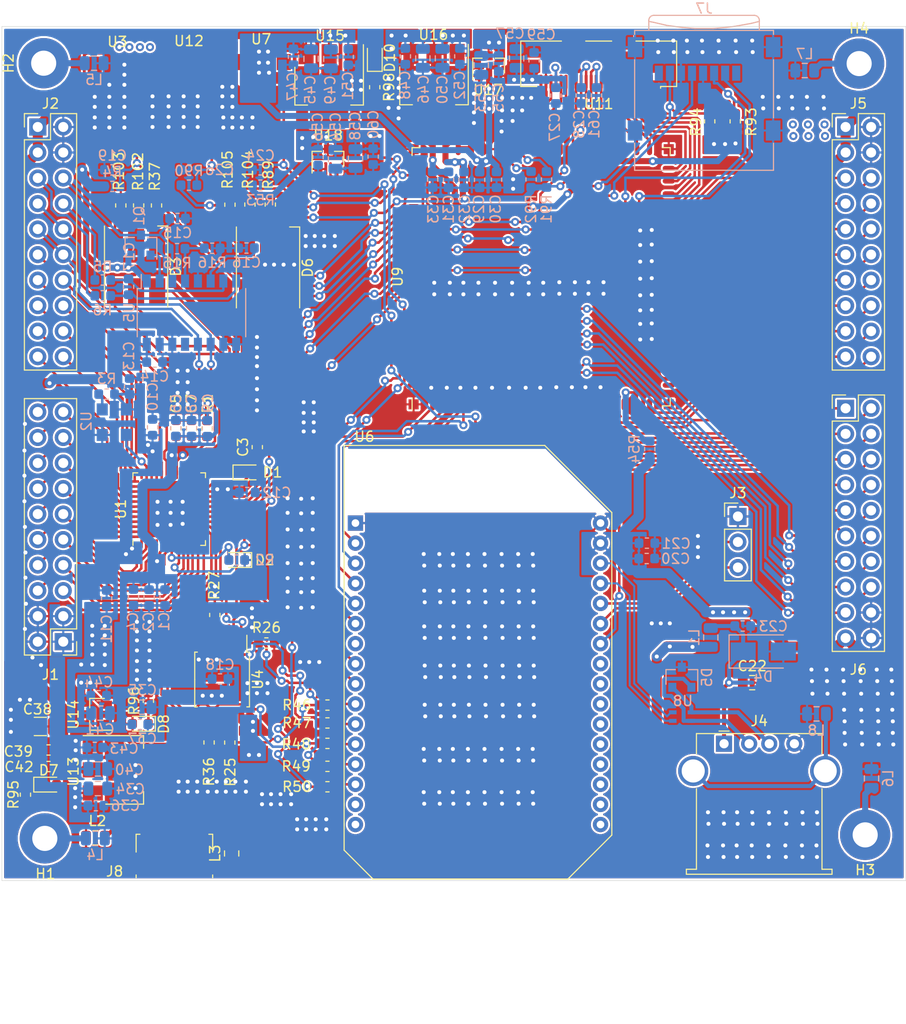
<source format=kicad_pcb>
(kicad_pcb (version 20171130) (host pcbnew 5.1.5-52549c5~86~ubuntu18.04.1)
  (layers (0 F.Cu signal) (31 B.Cu signal) (34 B.Paste user) (35 F.Paste user) (36 B.SilkS user) (37 F.SilkS user) (38 B.Mask user) (39 F.Mask user) (44 Edge.Cuts user))
  (net 0 "")
  (net 1 +1V2_FPGA)
  (net 2 GND)
  (net 3 +3V3_FPGA)
  (net 4 "Net-(C5-Pad1)")
  (net 5 /iCE40/E+)
  (net 6 "Net-(C16-Pad2)")
  (net 7 "Net-(C17-Pad1)")
  (net 8 "Net-(C17-Pad2)")
  (net 9 /iCE40/CRESET_B)
  (net 10 +3V3_MCU)
  (net 11 "Net-(C22-Pad1)")
  (net 12 /omega/RST)
  (net 13 /sipeedm1w/BOOT)
  (net 14 +2V8_MCU)
  (net 15 +1V5_MCU)
  (net 16 +1V8_MCU)
  (net 17 +5V)
  (net 18 "Net-(D1-Pad1)")
  (net 19 "Net-(D2-Pad2)")
  (net 20 /iCE40/RGB_B)
  (net 21 /iCE40/RGB_G)
  (net 22 /iCE40/RGB_R)
  (net 23 "Net-(D3-Pad3)")
  (net 24 "Net-(D3-Pad2)")
  (net 25 "Net-(D3-Pad1)")
  (net 26 "Net-(D5-Pad1)")
  (net 27 "Net-(D5-Pad2)")
  (net 28 "Net-(D6-Pad1)")
  (net 29 "Net-(D6-Pad2)")
  (net 30 "Net-(D6-Pad3)")
  (net 31 /sipeedm1w/RGB_R)
  (net 32 /sipeedm1w/RGB_G)
  (net 33 /sipeedm1w/RGB_B)
  (net 34 "Net-(D8-Pad1)")
  (net 35 "Net-(D10-Pad1)")
  (net 36 /iCE40/SCK)
  (net 37 /iCE40/SDA)
  (net 38 /iCE40/IO14)
  (net 39 /iCE40/IO13)
  (net 40 /iCE40/IO12)
  (net 41 /iCE40/IO11)
  (net 42 /iCE40/IO10)
  (net 43 /iCE40/IO9)
  (net 44 /iCE40/IO8)
  (net 45 /iCE40/IO7)
  (net 46 /iCE40/IO6)
  (net 47 /iCE40/IO5)
  (net 48 /iCE40/IO4)
  (net 49 /iCE40/IO3)
  (net 50 /iCE40/IO2)
  (net 51 /iCE40/IO1)
  (net 52 /iCE40/IO15)
  (net 53 /iCE40/IO16)
  (net 54 /iCE40/IO17)
  (net 55 /iCE40/IO18)
  (net 56 /iCE40/IO19)
  (net 57 /iCE40/IO20)
  (net 58 /iCE40/IO21)
  (net 59 /iCE40/IO22)
  (net 60 /iCE40/IO23)
  (net 61 /iCE40/IO24)
  (net 62 /iCE40/IO25)
  (net 63 /iCE40/S+)
  (net 64 /iCE40/S-)
  (net 65 "Net-(J3-Pad2)")
  (net 66 "Net-(J3-Pad3)")
  (net 67 /sipeedm1w/IO1)
  (net 68 /sipeedm1w/IO2)
  (net 69 /sipeedm1w/IO3)
  (net 70 /sipeedm1w/IO4)
  (net 71 /sipeedm1w/IO5)
  (net 72 /sipeedm1w/IO6)
  (net 73 /sipeedm1w/IO7)
  (net 74 /sipeedm1w/IO8)
  (net 75 /sipeedm1w/IO9)
  (net 76 /sipeedm1w/IO10)
  (net 77 /sipeedm1w/IO11)
  (net 78 /sipeedm1w/IO12)
  (net 79 /sipeedm1w/IO13)
  (net 80 /sipeedm1w/IO14)
  (net 81 /sipeedm1w/IO15)
  (net 82 /sipeedm1w/IO16)
  (net 83 /sipeedm1w/IO17)
  (net 84 /sipeedm1w/IO18)
  (net 85 /sipeedm1w/IO33)
  (net 86 /sipeedm1w/IO32)
  (net 87 /sipeedm1w/IO31)
  (net 88 /sipeedm1w/IO30)
  (net 89 /sipeedm1w/IO28)
  (net 90 /sipeedm1w/IO27)
  (net 91 /sipeedm1w/IO26)
  (net 92 /sipeedm1w/IO25)
  (net 93 /sipeedm1w/IO24)
  (net 94 /sipeedm1w/IO23)
  (net 95 /sipeedm1w/IO22)
  (net 96 /sipeedm1w/IO21)
  (net 97 /sipeedm1w/IO20)
  (net 98 /sipeedm1w/IO19)
  (net 99 /sipeedm1w/SPI0_CS1)
  (net 100 "Net-(J8-Pad1)")
  (net 101 "Net-(Q1-Pad1)")
  (net 102 "Net-(R3-Pad1)")
  (net 103 "Net-(R15-Pad2)")
  (net 104 "Net-(R25-Pad1)")
  (net 105 "Net-(R27-Pad1)")
  (net 106 "Net-(R46-Pad1)")
  (net 107 "Net-(R47-Pad1)")
  (net 108 "Net-(R48-Pad1)")
  (net 109 "Net-(R49-Pad1)")
  (net 110 "Net-(R50-Pad1)")
  (net 111 /sipeedm1w/DVP_SCL)
  (net 112 /sipeedm1w/DVP_SDA)
  (net 113 /iCE40/CLK_IN)
  (net 114 /iCE40/COMM0)
  (net 115 /iCE40/COMM2)
  (net 116 /iCE40/COMM3)
  (net 117 /iCE40/COMM1)
  (net 118 /omega/JTAG0)
  (net 119 /omega/JTAG1)
  (net 120 /omega/JTAG2)
  (net 121 /omega/JTAG3)
  (net 122 /omega/JTAG4)
  (net 123 /omega/RX_OM)
  (net 124 /sipeedm1w/RX_M1)
  (net 125 /omega/USB_D-)
  (net 126 /omega/USB_D+)
  (net 127 /sipeedm1w/IO29)
  (net 128 /sipeedm1w/DVP_RST)
  (net 129 /sipeedm1w/DVP_VSYNC)
  (net 130 /sipeedm1w/DVP_PWDN)
  (net 131 /sipeedm1w/DVP_HSYNC)
  (net 132 /sipeedm1w/DVP_XCLK)
  (net 133 /sipeedm1w/DVP_PCLK)
  (net 134 /sipeedm1w/DVP_D7)
  (net 135 /sipeedm1w/DVP_D6)
  (net 136 /sipeedm1w/DVP_D5)
  (net 137 /sipeedm1w/DVP_D4)
  (net 138 /sipeedm1w/DVP_D3)
  (net 139 /sipeedm1w/DVP_D2)
  (net 140 /sipeedm1w/DVP_D1)
  (net 141 /sipeedm1w/DVP_D0)
  (net 142 "Net-(H1-Pad1)")
  (net 143 "Net-(H2-Pad1)")
  (net 144 "Net-(H3-Pad1)")
  (net 145 "Net-(H4-Pad1)")
  (net 146 "Net-(J4-Pad5)")
  (net 147 GND_CASE)
  (net 148 /iCE40/OmSPI3)
  (net 149 /iCE40/OmSPI1)
  (net 150 /iCE40/OmSPI0)
  (net 151 /iCE40/OmSPI2)
  (net 152 "Net-(J7-Pad8)")
  (net 153 "Net-(J7-Pad1)")
  (net 154 "Net-(J8-Pad2)")
  (net 155 "Net-(J8-Pad3)")
  (net 156 "Net-(J8-Pad4)")
  (net 157 "Net-(U5-Pad13)")
  (net 158 "Net-(U6-Pad25)")
  (net 159 "Net-(U6-Pad24)")
  (net 160 "Net-(U6-Pad23)")
  (net 161 "Net-(U6-Pad22)")
  (net 162 "Net-(U6-Pad21)")
  (net 163 "Net-(U6-Pad20)")
  (net 164 "Net-(U6-Pad19)")
  (net 165 "Net-(U6-Pad18)")
  (net 166 "Net-(U6-Pad17)")
  (net 167 "Net-(U6-Pad16)")
  (net 168 "Net-(U6-Pad15)")
  (net 169 "Net-(U6-Pad7)")
  (net 170 "Net-(U11-Pad24)")
  (net 171 "Net-(D7-Pad1)")
  (module Capacitor_SMD:C_0603_1608Metric (layer B.Cu) (at 75.89264 79.2398 90)
    (fp_text reference C33 (at -2.936 0.062 270) (layer B.SilkS) (effects (justify mirror)))
    (fp_text value 0.1u)
    (pad 1 smd roundrect (at -0.7875 0 90) (size 0.875 0.95) (layers B.Cu B.Paste B.Mask) (net 2 GND))
    (pad 2 smd roundrect (at 0.7875 0 90) (size 0.875 0.95) (layers B.Cu B.Paste B.Mask) (net 10 +3V3_MCU))
  )
  (module Package_TO_SOT_SMD:SOT-23 (layer F.Cu) (at 42.51 132.45 180)
    (fp_text reference U14 (at 2.38 -0.03 90) (layer F.SilkS))
    (fp_text value XC6206P122MR)
    (pad 3 smd rect (at 1 0 180) (size 0.9 0.8) (layers F.Cu F.Paste F.Mask) (net 3 +3V3_FPGA))
    (pad 2 smd rect (at -1 0.95 180) (size 0.9 0.8) (layers F.Cu F.Paste F.Mask) (net 1 +1V2_FPGA))
    (pad 1 smd rect (at -1 -0.95 180) (size 0.9 0.8) (layers F.Cu F.Paste F.Mask) (net 2 GND))
  )
  (module Connector_FFC-FPC:Molex_502231-2400_1x24-1SH_P0.5mm_Vertical (layer F.Cu) (at 92.42 68.44 180)
    (fp_text reference U11 (at 0 -3.27) (layer F.SilkS))
    (fp_text value DVP_PORT)
    (pad 1 smd roundrect (at -5.75 -1.045 180) (size 0.3 1.37) (layers F.Cu F.Paste F.Mask) (net 2 GND))
    (pad 2 smd roundrect (at -5.25 -1.045 180) (size 0.3 1.37) (layers F.Cu F.Paste F.Mask) (net 2 GND))
    (pad 3 smd roundrect (at -4.75 -1.045 180) (size 0.3 1.37) (layers F.Cu F.Paste F.Mask) (net 139 /sipeedm1w/DVP_D2))
    (pad 4 smd roundrect (at -4.25 -1.045 180) (size 0.3 1.37) (layers F.Cu F.Paste F.Mask) (net 140 /sipeedm1w/DVP_D1))
    (pad 5 smd roundrect (at -3.75 -1.045 180) (size 0.3 1.37) (layers F.Cu F.Paste F.Mask) (net 138 /sipeedm1w/DVP_D3))
    (pad 6 smd roundrect (at -3.25 -1.045 180) (size 0.3 1.37) (layers F.Cu F.Paste F.Mask) (net 141 /sipeedm1w/DVP_D0))
    (pad 7 smd roundrect (at -2.75 -1.045 180) (size 0.3 1.37) (layers F.Cu F.Paste F.Mask) (net 137 /sipeedm1w/DVP_D4))
    (pad 8 smd roundrect (at -2.25 -1.045 180) (size 0.3 1.37) (layers F.Cu F.Paste F.Mask) (net 133 /sipeedm1w/DVP_PCLK))
    (pad 9 smd roundrect (at -1.75 -1.045 180) (size 0.3 1.37) (layers F.Cu F.Paste F.Mask) (net 136 /sipeedm1w/DVP_D5))
    (pad 10 smd roundrect (at -1.25 -1.045 180) (size 0.3 1.37) (layers F.Cu F.Paste F.Mask) (net 2 GND))
    (pad 11 smd roundrect (at -0.75 -1.045 180) (size 0.3 1.37) (layers F.Cu F.Paste F.Mask) (net 135 /sipeedm1w/DVP_D6))
    (pad 12 smd roundrect (at -0.25 -1.045 180) (size 0.3 1.37) (layers F.Cu F.Paste F.Mask) (net 132 /sipeedm1w/DVP_XCLK))
    (pad 13 smd roundrect (at 0.25 -1.045 180) (size 0.3 1.37) (layers F.Cu F.Paste F.Mask) (net 134 /sipeedm1w/DVP_D7))
    (pad 14 smd roundrect (at 0.75 -1.045 180) (size 0.3 1.37) (layers F.Cu F.Paste F.Mask) (net 16 +1V8_MCU))
    (pad 15 smd roundrect (at 1.25 -1.045 180) (size 0.3 1.37) (layers F.Cu F.Paste F.Mask) (net 15 +1V5_MCU))
    (pad SH smd roundrect (at -2.5 3.025 180) (size 1.9 1.75) (layers F.Cu F.Paste F.Mask) (roundrect_rratio 0.143) (net 2 GND))
    (pad SH smd roundrect (at 2.5 3.025 180) (size 1.9 1.75) (layers F.Cu F.Paste F.Mask) (roundrect_rratio 0.143) (net 2 GND))
    (pad 16 smd roundrect (at 1.75 -1.045 180) (size 0.3 1.37) (layers F.Cu F.Paste F.Mask) (net 131 /sipeedm1w/DVP_HSYNC))
    (pad 17 smd roundrect (at 2.25 -1.045 180) (size 0.3 1.37) (layers F.Cu F.Paste F.Mask) (net 130 /sipeedm1w/DVP_PWDN))
    (pad 18 smd roundrect (at 2.75 -1.045 180) (size 0.3 1.37) (layers F.Cu F.Paste F.Mask) (net 129 /sipeedm1w/DVP_VSYNC))
    (pad 19 smd roundrect (at 3.25 -1.045 180) (size 0.3 1.37) (layers F.Cu F.Paste F.Mask) (net 128 /sipeedm1w/DVP_RST))
    (pad 20 smd roundrect (at 3.75 -1.045 180) (size 0.3 1.37) (layers F.Cu F.Paste F.Mask) (net 111 /sipeedm1w/DVP_SCL))
    (pad 21 smd roundrect (at 4.25 -1.045 180) (size 0.3 1.37) (layers F.Cu F.Paste F.Mask) (net 14 +2V8_MCU))
    (pad 22 smd roundrect (at 4.75 -1.045 180) (size 0.3 1.37) (layers F.Cu F.Paste F.Mask) (net 112 /sipeedm1w/DVP_SDA))
    (pad 23 smd roundrect (at 5.25 -1.045 180) (size 0.3 1.37) (layers F.Cu F.Paste F.Mask) (net 2 GND))
    (pad 24 smd roundrect (at 5.75 -1.045 180) (size 0.3 1.37) (layers F.Cu F.Paste F.Mask) (net 170 "Net-(U11-Pad24)"))
  )
  (module Package_SO:SOP-16_4.4x10.4mm_P1.27mm (layer B.Cu) (at 51.88 92.478 270)
    (fp_text reference U5 (at 0 6.2 270) (layer B.SilkS) (effects (justify mirror)))
    (fp_text value HX711)
    (pad 1 smd rect (at -3.15 4.45 270) (size 1.3 0.8) (layers B.Cu B.Paste B.Mask) (net 3 +3V3_FPGA))
    (pad 2 smd rect (at -3.15 3.17 270) (size 1.3 0.8) (layers B.Cu B.Paste B.Mask) (net 101 "Net-(Q1-Pad1)"))
    (pad 3 smd rect (at -3.15 1.91 270) (size 1.3 0.8) (layers B.Cu B.Paste B.Mask) (net 5 /iCE40/E+))
    (pad 4 smd rect (at -3.15 0.64 270) (size 1.3 0.8) (layers B.Cu B.Paste B.Mask) (net 103 "Net-(R15-Pad2)"))
    (pad 5 smd rect (at -3.15 -0.64 270) (size 1.3 0.8) (layers B.Cu B.Paste B.Mask) (net 2 GND))
    (pad 6 smd rect (at -3.15 -1.91 270) (size 1.3 0.8) (layers B.Cu B.Paste B.Mask) (net 6 "Net-(C16-Pad2)"))
    (pad 7 smd rect (at -3.15 -3.17 270) (size 1.3 0.8) (layers B.Cu B.Paste B.Mask) (net 7 "Net-(C17-Pad1)"))
    (pad 8 smd rect (at -3.15 -4.45 270) (size 1.3 0.8) (layers B.Cu B.Paste B.Mask) (net 8 "Net-(C17-Pad2)"))
    (pad 9 smd rect (at 3.15 -4.45 270) (size 1.3 0.8) (layers B.Cu B.Paste B.Mask) (net 2 GND))
    (pad 10 smd rect (at 3.15 -3.17 270) (size 1.3 0.8) (layers B.Cu B.Paste B.Mask) (net 2 GND))
    (pad 11 smd rect (at 3.15 -1.91 270) (size 1.3 0.8) (layers B.Cu B.Paste B.Mask) (net 36 /iCE40/SCK))
    (pad 12 smd rect (at 3.15 -0.64 270) (size 1.3 0.8) (layers B.Cu B.Paste B.Mask) (net 37 /iCE40/SDA))
    (pad 13 smd rect (at 3.15 0.64 270) (size 1.3 0.8) (layers B.Cu B.Paste B.Mask) (net 157 "Net-(U5-Pad13)"))
    (pad 14 smd rect (at 3.15 1.91 270) (size 1.3 0.8) (layers B.Cu B.Paste B.Mask) (net 2 GND))
    (pad 15 smd rect (at 3.15 3.17 270) (size 1.3 0.8) (layers B.Cu B.Paste B.Mask) (net 2 GND))
    (pad 16 smd rect (at 3.15 4.45 270) (size 1.3 0.8) (layers B.Cu B.Paste B.Mask) (net 3 +3V3_FPGA))
  )
  (module Resistor_SMD:R_0603_1608Metric (layer F.Cu) (at 55.708 81.734 90)
    (fp_text reference R105 (at 3.482 -0.244 90) (layer F.SilkS))
    (fp_text value 2K2)
    (pad 2 smd roundrect (at 0.7875 0 90) (size 0.875 0.95) (layers F.Cu F.Paste F.Mask) (net 2 GND))
    (pad 1 smd roundrect (at -0.7875 0 90) (size 0.875 0.95) (layers F.Cu F.Paste F.Mask) (net 30 "Net-(D6-Pad3)"))
  )
  (module Resistor_SMD:R_0603_1608Metric (layer F.Cu) (at 57.698 81.719 90)
    (fp_text reference R104 (at 3.467 -0.202 90) (layer F.SilkS))
    (fp_text value 2K2)
    (pad 2 smd roundrect (at 0.7875 0 90) (size 0.875 0.95) (layers F.Cu F.Paste F.Mask) (net 2 GND))
    (pad 1 smd roundrect (at -0.7875 0 90) (size 0.875 0.95) (layers F.Cu F.Paste F.Mask) (net 29 "Net-(D6-Pad2)"))
  )
  (module Resistor_SMD:R_0603_1608Metric (layer F.Cu) (at 44.844 81.808 90)
    (fp_text reference R103 (at 3.412 -0.202 90) (layer F.SilkS))
    (fp_text value 2K2)
    (pad 2 smd roundrect (at 0.7875 0 90) (size 0.875 0.95) (layers F.Cu F.Paste F.Mask) (net 2 GND))
    (pad 1 smd roundrect (at -0.7875 0 90) (size 0.875 0.95) (layers F.Cu F.Paste F.Mask) (net 23 "Net-(D3-Pad3)"))
  )
  (module Resistor_SMD:R_0603_1608Metric (layer F.Cu) (at 46.622 81.808 90)
    (fp_text reference R102 (at 3.382 -0.066 90) (layer F.SilkS))
    (fp_text value 2K2)
    (pad 2 smd roundrect (at 0.7875 0 90) (size 0.875 0.95) (layers F.Cu F.Paste F.Mask) (net 2 GND))
    (pad 1 smd roundrect (at -0.7875 0 90) (size 0.875 0.95) (layers F.Cu F.Paste F.Mask) (net 24 "Net-(D3-Pad2)"))
  )
  (module Resistor_SMD:R_0603_1608Metric (layer F.Cu) (at 70.1222 70.0419 270)
    (fp_text reference R98 (at 0 -1.43 90) (layer F.SilkS))
    (fp_text value 2k2)
    (pad 2 smd roundrect (at 0.7875 0 270) (size 0.875 0.95) (layers F.Cu F.Paste F.Mask) (net 2 GND))
    (pad 1 smd roundrect (at -0.7875 0 270) (size 0.875 0.95) (layers F.Cu F.Paste F.Mask) (net 35 "Net-(D10-Pad1)"))
  )
  (module Resistor_SMD:R_0603_1608Metric (layer F.Cu) (at 47.59 131.1025 90)
    (fp_text reference R96 (at 0 -1.43 90) (layer F.SilkS))
    (fp_text value 2k2)
    (pad 2 smd roundrect (at 0.7875 0 90) (size 0.875 0.95) (layers F.Cu F.Paste F.Mask) (net 2 GND))
    (pad 1 smd roundrect (at -0.7875 0 90) (size 0.875 0.95) (layers F.Cu F.Paste F.Mask) (net 34 "Net-(D8-Pad1)"))
  )
  (module Resistor_SMD:R_0603_1608Metric (layer F.Cu) (at 103.47198 73.43902 270)
    (fp_text reference R94 (at 0.06098 1.37198 270) (layer F.SilkS))
    (fp_text value 10k)
    (pad 2 smd roundrect (at 0.7875 0 270) (size 0.875 0.95) (layers F.Cu F.Paste F.Mask) (net 10 +3V3_MCU))
    (pad 1 smd roundrect (at -0.7875 0 270) (size 0.875 0.95) (layers F.Cu F.Paste F.Mask) (net 114 /iCE40/COMM0))
  )
  (module Resistor_SMD:R_0603_1608Metric (layer F.Cu) (at 106.01198 73.43902 270)
    (fp_text reference R93 (at 0.06098 -1.58802 270) (layer F.SilkS))
    (fp_text value 10k)
    (pad 2 smd roundrect (at 0.7875 0 270) (size 0.875 0.95) (layers F.Cu F.Paste F.Mask) (net 10 +3V3_MCU))
    (pad 1 smd roundrect (at -0.7875 0 270) (size 0.875 0.95) (layers F.Cu F.Paste F.Mask) (net 115 /iCE40/COMM2))
  )
  (module Resistor_SMD:R_0603_1608Metric (layer B.Cu) (at 85.68944 79.22006 270)
    (fp_text reference R92 (at 2.935 0.014 270) (layer B.SilkS) (effects (justify mirror)))
    (fp_text value 2k2)
    (pad 1 smd roundrect (at -0.7875 0 270) (size 0.875 0.95) (layers B.Cu B.Paste B.Mask) (net 112 /sipeedm1w/DVP_SDA))
    (pad 2 smd roundrect (at 0.7875 0 270) (size 0.875 0.95) (layers B.Cu B.Paste B.Mask) (net 16 +1V8_MCU))
  )
  (module Resistor_SMD:R_0603_1608Metric (layer B.Cu) (at 87.22614 79.22514 270)
    (fp_text reference R91 (at 2.945 0.008 270) (layer B.SilkS) (effects (justify mirror)))
    (fp_text value 2k2)
    (pad 1 smd roundrect (at -0.7875 0 270) (size 0.875 0.95) (layers B.Cu B.Paste B.Mask) (net 111 /sipeedm1w/DVP_SCL))
    (pad 2 smd roundrect (at 0.7875 0 270) (size 0.875 0.95) (layers B.Cu B.Paste B.Mask) (net 16 +1V8_MCU))
  )
  (module Resistor_SMD:R_0603_1608Metric (layer B.Cu) (at 51.626 79.79 180)
    (fp_text reference R90 (at 0 1.43) (layer B.SilkS) (effects (justify mirror)))
    (fp_text value 10K)
    (pad 2 smd roundrect (at 0.7875 0 180) (size 0.875 0.95) (layers B.Cu B.Paste B.Mask) (net 16 +1V8_MCU))
    (pad 1 smd roundrect (at -0.7875 0 180) (size 0.875 0.95) (layers B.Cu B.Paste B.Mask) (net 122 /omega/JTAG4))
  )
  (module Resistor_SMD:R_0603_1608Metric (layer F.Cu) (at 59.728 81.719 90)
    (fp_text reference R89 (at 2.959 -0.2 90) (layer F.SilkS))
    (fp_text value 2K2)
    (pad 2 smd roundrect (at 0.7875 0 90) (size 0.875 0.95) (layers F.Cu F.Paste F.Mask) (net 2 GND))
    (pad 1 smd roundrect (at -0.7875 0 90) (size 0.875 0.95) (layers F.Cu F.Paste F.Mask) (net 28 "Net-(D6-Pad1)"))
  )
  (module Resistor_SMD:R_0603_1608Metric (layer B.Cu) (at 97.5 106.05 270)
    (fp_text reference R54 (at 0 1.524 270) (layer B.SilkS) (effects (justify mirror)))
    (fp_text value 10k)
    (pad 2 smd roundrect (at 0.7875 0 270) (size 0.875 0.95) (layers B.Cu B.Paste B.Mask) (net 10 +3V3_MCU))
    (pad 1 smd roundrect (at -0.7875 0 270) (size 0.875 0.95) (layers B.Cu B.Paste B.Mask) (net 13 /sipeedm1w/BOOT))
  )
  (module Resistor_SMD:R_0603_1608Metric (layer B.Cu) (at 58.738 79.79 180)
    (fp_text reference R53 (at 0 -1.49) (layer B.SilkS) (effects (justify mirror)))
    (fp_text value 10K)
    (pad 2 smd roundrect (at 0.7875 0 180) (size 0.875 0.95) (layers B.Cu B.Paste B.Mask) (net 10 +3V3_MCU))
    (pad 1 smd roundrect (at -0.7875 0 180) (size 0.875 0.95) (layers B.Cu B.Paste B.Mask) (net 12 /omega/RST))
  )
  (module Resistor_SMD:R_0603_1608Metric (layer F.Cu) (at 65.41524 139.66138 180)
    (fp_text reference R50 (at 3.048 0) (layer F.SilkS))
    (fp_text value 100)
    (pad 2 smd roundrect (at 0.7875 0 180) (size 0.875 0.95) (layers F.Cu F.Paste F.Mask) (net 9 /iCE40/CRESET_B))
    (pad 1 smd roundrect (at -0.7875 0 180) (size 0.875 0.95) (layers F.Cu F.Paste F.Mask) (net 110 "Net-(R50-Pad1)"))
  )
  (module Resistor_SMD:R_0603_1608Metric (layer F.Cu) (at 65.41524 137.62938 180)
    (fp_text reference R49 (at 3.115 0) (layer F.SilkS))
    (fp_text value 100)
    (pad 2 smd roundrect (at 0.7875 0 180) (size 0.875 0.95) (layers F.Cu F.Paste F.Mask) (net 148 /iCE40/OmSPI3))
    (pad 1 smd roundrect (at -0.7875 0 180) (size 0.875 0.95) (layers F.Cu F.Paste F.Mask) (net 109 "Net-(R49-Pad1)"))
  )
  (module Resistor_SMD:R_0603_1608Metric (layer F.Cu) (at 65.41524 135.34338 180)
    (fp_text reference R48 (at 3.115 -0.086) (layer F.SilkS))
    (fp_text value 100)
    (pad 2 smd roundrect (at 0.7875 0 180) (size 0.875 0.95) (layers F.Cu F.Paste F.Mask) (net 149 /iCE40/OmSPI1))
    (pad 1 smd roundrect (at -0.7875 0 180) (size 0.875 0.95) (layers F.Cu F.Paste F.Mask) (net 108 "Net-(R48-Pad1)"))
  )
  (module Resistor_SMD:R_0603_1608Metric (layer F.Cu) (at 65.41524 133.31138 180)
    (fp_text reference R47 (at 3.048 0) (layer F.SilkS))
    (fp_text value 100)
    (pad 2 smd roundrect (at 0.7875 0 180) (size 0.875 0.95) (layers F.Cu F.Paste F.Mask) (net 151 /iCE40/OmSPI2))
    (pad 1 smd roundrect (at -0.7875 0 180) (size 0.875 0.95) (layers F.Cu F.Paste F.Mask) (net 107 "Net-(R47-Pad1)"))
  )
  (module Resistor_SMD:R_0603_1608Metric (layer F.Cu) (at 65.41524 131.53338 180)
    (fp_text reference R46 (at 3.048 0) (layer F.SilkS))
    (fp_text value 100)
    (pad 2 smd roundrect (at 0.7875 0 180) (size 0.875 0.95) (layers F.Cu F.Paste F.Mask) (net 150 /iCE40/OmSPI0))
    (pad 1 smd roundrect (at -0.7875 0 180) (size 0.875 0.95) (layers F.Cu F.Paste F.Mask) (net 106 "Net-(R46-Pad1)"))
  )
  (module Resistor_SMD:R_0603_1608Metric (layer F.Cu) (at 48.4 81.808 90)
    (fp_text reference R37 (at 2.874 -0.174 90) (layer F.SilkS))
    (fp_text value 2K2)
    (pad 2 smd roundrect (at 0.7875 0 90) (size 0.875 0.95) (layers F.Cu F.Paste F.Mask) (net 2 GND))
    (pad 1 smd roundrect (at -0.7875 0 90) (size 0.875 0.95) (layers F.Cu F.Paste F.Mask) (net 25 "Net-(D3-Pad1)"))
  )
  (module Resistor_SMD:R_0603_1608Metric (layer F.Cu) (at 53.632 135.254 270)
    (fp_text reference R36 (at 2.913 0.006 90) (layer F.SilkS))
    (fp_text value 10k)
    (pad 2 smd roundrect (at 0.7875 0 270) (size 0.875 0.95) (layers F.Cu F.Paste F.Mask) (net 3 +3V3_FPGA))
    (pad 1 smd roundrect (at -0.7875 0 270) (size 0.875 0.95) (layers F.Cu F.Paste F.Mask) (net 149 /iCE40/OmSPI1))
  )
  (module Resistor_SMD:R_0603_1608Metric (layer F.Cu) (at 54.202 122.564 90)
    (fp_text reference R27 (at 2.938 -0.064 90) (layer F.SilkS))
    (fp_text value 10k)
    (pad 2 smd roundrect (at 0.7875 0 90) (size 0.875 0.95) (layers F.Cu F.Paste F.Mask) (net 3 +3V3_FPGA))
    (pad 1 smd roundrect (at -0.7875 0 90) (size 0.875 0.95) (layers F.Cu F.Paste F.Mask) (net 105 "Net-(R27-Pad1)"))
  )
  (module Resistor_SMD:R_0603_1608Metric (layer F.Cu) (at 59.33694 125.35154 180)
    (fp_text reference R26 (at -0.003 1.524) (layer F.SilkS))
    (fp_text value 10k)
    (pad 2 smd roundrect (at 0.7875 0 180) (size 0.875 0.95) (layers F.Cu F.Paste F.Mask) (net 148 /iCE40/OmSPI3))
    (pad 1 smd roundrect (at -0.7875 0 180) (size 0.875 0.95) (layers F.Cu F.Paste F.Mask) (net 2 GND))
  )
  (module Resistor_SMD:R_0603_1608Metric (layer F.Cu) (at 55.694 135.264 270)
    (fp_text reference R25 (at 2.943 -0.044 90) (layer F.SilkS))
    (fp_text value 10k)
    (pad 2 smd roundrect (at 0.7875 0 270) (size 0.875 0.95) (layers F.Cu F.Paste F.Mask) (net 3 +3V3_FPGA))
    (pad 1 smd roundrect (at -0.7875 0 270) (size 0.875 0.95) (layers F.Cu F.Paste F.Mask) (net 104 "Net-(R25-Pad1)"))
  )
  (module Resistor_SMD:R_0603_1608Metric (layer B.Cu) (at 53.945 86.068)
    (fp_text reference R16 (at 0 1.43) (layer B.SilkS) (effects (justify mirror)))
    (fp_text value 2k2)
    (pad 2 smd roundrect (at 0.7875 0) (size 0.875 0.95) (layers B.Cu B.Paste B.Mask) (net 2 GND))
    (pad 1 smd roundrect (at -0.7875 0) (size 0.875 0.95) (layers B.Cu B.Paste B.Mask) (net 103 "Net-(R15-Pad2)"))
  )
  (module Resistor_SMD:R_0603_1608Metric (layer B.Cu) (at 50.445 86.108)
    (fp_text reference R15 (at 0 1.43) (layer B.SilkS) (effects (justify mirror)))
    (fp_text value 2k2)
    (pad 2 smd roundrect (at 0.7875 0) (size 0.875 0.95) (layers B.Cu B.Paste B.Mask) (net 103 "Net-(R15-Pad2)"))
    (pad 1 smd roundrect (at -0.7875 0) (size 0.875 0.95) (layers B.Cu B.Paste B.Mask) (net 5 /iCE40/E+))
  )
  (module Resistor_SMD:R_0603_1608Metric (layer B.Cu) (at 43.046 90.796 180)
    (fp_text reference R6 (at 0.026 -1.434) (layer B.SilkS) (effects (justify mirror)))
    (fp_text value 100)
    (pad 2 smd roundrect (at 0.7875 0 180) (size 0.875 0.95) (layers B.Cu B.Paste B.Mask) (net 63 /iCE40/S+))
    (pad 1 smd roundrect (at -0.7875 0 180) (size 0.875 0.95) (layers B.Cu B.Paste B.Mask) (net 8 "Net-(C17-Pad2)"))
  )
  (module Resistor_SMD:R_0603_1608Metric (layer B.Cu) (at 43.046 89.226 180)
    (fp_text reference R5 (at 0.016 1.326) (layer B.SilkS) (effects (justify mirror)))
    (fp_text value 100)
    (pad 2 smd roundrect (at 0.7875 0 180) (size 0.875 0.95) (layers B.Cu B.Paste B.Mask) (net 64 /iCE40/S-))
    (pad 1 smd roundrect (at -0.7875 0 180) (size 0.875 0.95) (layers B.Cu B.Paste B.Mask) (net 7 "Net-(C17-Pad1)"))
  )
  (module Resistor_SMD:R_0603_1608Metric (layer B.Cu) (at 43.994 79.914 180)
    (fp_text reference R4 (at 0 1.43) (layer B.SilkS) (effects (justify mirror)))
    (fp_text value 10K)
    (pad 2 smd roundrect (at 0.7875 0 180) (size 0.875 0.95) (layers B.Cu B.Paste B.Mask) (net 3 +3V3_FPGA))
    (pad 1 smd roundrect (at -0.7875 0 180) (size 0.875 0.95) (layers B.Cu B.Paste B.Mask) (net 9 /iCE40/CRESET_B))
  )
  (module Resistor_SMD:R_0603_1608Metric (layer B.Cu) (at 43.434 100.584)
    (fp_text reference R3 (at 0 -1.524 180) (layer B.SilkS) (effects (justify mirror)))
    (fp_text value 10K)
    (pad 2 smd roundrect (at 0.7875 0) (size 0.875 0.95) (layers B.Cu B.Paste B.Mask) (net 3 +3V3_FPGA))
    (pad 1 smd roundrect (at -0.7875 0) (size 0.875 0.95) (layers B.Cu B.Paste B.Mask) (net 102 "Net-(R3-Pad1)"))
  )
  (module Resistor_SMD:R_0603_1608Metric (layer B.Cu) (at 56.388 117.094 180)
    (fp_text reference R2 (at -2.794 0) (layer B.SilkS) (effects (justify mirror)))
    (fp_text value 2k2)
    (pad 2 smd roundrect (at 0.7875 0 180) (size 0.875 0.95) (layers B.Cu B.Paste B.Mask) (net 19 "Net-(D2-Pad2)"))
    (pad 1 smd roundrect (at -0.7875 0 180) (size 0.875 0.95) (layers B.Cu B.Paste B.Mask) (net 3 +3V3_FPGA))
  )
  (module Resistor_SMD:R_0603_1608Metric (layer F.Cu) (at 53.42 104.03 270)
    (fp_text reference R1 (at -2.5 -0.07 90) (layer F.SilkS))
    (fp_text value 100E)
    (pad 2 smd roundrect (at 0.7875 0 270) (size 0.875 0.95) (layers F.Cu F.Paste F.Mask) (net 4 "Net-(C5-Pad1)"))
    (pad 1 smd roundrect (at -0.7875 0 270) (size 0.875 0.95) (layers F.Cu F.Paste F.Mask) (net 1 +1V2_FPGA))
  )
  (module Inductor_SMD:L_0805_2012Metric (layer B.Cu) (at 114.1 132.41)
    (fp_text reference L8 (at 0 1.65) (layer B.SilkS) (effects (justify mirror)))
    (fp_text value "2A 120 ohm")
    (pad 2 smd roundrect (at 0.9375 0) (size 0.975 1.4) (layers B.Cu B.Paste B.Mask) (net 146 "Net-(J4-Pad5)"))
    (pad 1 smd roundrect (at -0.9375 0) (size 0.975 1.4) (layers B.Cu B.Paste B.Mask) (net 2 GND))
  )
  (module Inductor_SMD:L_0805_2012Metric (layer B.Cu) (at 112.93 68.38 180)
    (fp_text reference L7 (at 0 1.65) (layer B.SilkS) (effects (justify mirror)))
    (fp_text value "2A 120 ohm")
    (pad 2 smd roundrect (at 0.9375 0 180) (size 0.975 1.4) (layers B.Cu B.Paste B.Mask) (net 2 GND))
    (pad 1 smd roundrect (at -0.9375 0 180) (size 0.975 1.4) (layers B.Cu B.Paste B.Mask) (net 145 "Net-(H4-Pad1)"))
  )
  (module Inductor_SMD:L_0805_2012Metric (layer B.Cu) (at 119.58 138.83 90)
    (fp_text reference L6 (at 0 1.65 90) (layer B.SilkS) (effects (justify mirror)))
    (fp_text value "2A 120 ohm")
    (pad 2 smd roundrect (at 0.9375 0 90) (size 0.975 1.4) (layers B.Cu B.Paste B.Mask) (net 2 GND))
    (pad 1 smd roundrect (at -0.9375 0 90) (size 0.975 1.4) (layers B.Cu B.Paste B.Mask) (net 144 "Net-(H3-Pad1)"))
  )
  (module Inductor_SMD:L_0805_2012Metric (layer B.Cu) (at 42.191 67.652)
    (fp_text reference L5 (at 0 1.65) (layer B.SilkS) (effects (justify mirror)))
    (fp_text value "2A 120 ohm")
    (pad 2 smd roundrect (at 0.9375 0) (size 0.975 1.4) (layers B.Cu B.Paste B.Mask) (net 2 GND))
    (pad 1 smd roundrect (at -0.9375 0) (size 0.975 1.4) (layers B.Cu B.Paste B.Mask) (net 143 "Net-(H2-Pad1)"))
  )
  (module Inductor_SMD:L_0805_2012Metric (layer B.Cu) (at 42.305 144.8)
    (fp_text reference L4 (at 0 1.65) (layer B.SilkS) (effects (justify mirror)))
    (fp_text value "2A 120 ohm")
    (pad 2 smd roundrect (at 0.9375 0) (size 0.975 1.4) (layers B.Cu B.Paste B.Mask) (net 2 GND))
    (pad 1 smd roundrect (at -0.9375 0) (size 0.975 1.4) (layers B.Cu B.Paste B.Mask) (net 142 "Net-(H1-Pad1)"))
  )
  (module Inductor_SMD:L_0805_2012Metric (layer F.Cu) (at 55.88 146.3 90)
    (fp_text reference L3 (at 0 -1.65 90) (layer F.SilkS))
    (fp_text value "2A 120 ohm")
    (pad 2 smd roundrect (at 0.9375 0 90) (size 0.975 1.4) (layers F.Cu F.Paste F.Mask) (net 2 GND))
    (pad 1 smd roundrect (at -0.9375 0 90) (size 0.975 1.4) (layers F.Cu F.Paste F.Mask) (net 147 GND_CASE))
  )
  (module Inductor_SMD:L_0805_2012Metric (layer F.Cu) (at 42.32 144.74 180)
    (fp_text reference L2 (at -0.195 1.68) (layer F.SilkS))
    (fp_text value "2A 120 ohm")
    (pad 2 smd roundrect (at 0.9375 0 180) (size 0.975 1.4) (layers F.Cu F.Paste F.Mask) (net 17 +5V))
    (pad 1 smd roundrect (at -0.9375 0 180) (size 0.975 1.4) (layers F.Cu F.Paste F.Mask) (net 100 "Net-(J8-Pad1)"))
  )
  (module Inductor_SMD:L_0805_2012Metric (layer B.Cu) (at 103.578 124.804 270)
    (fp_text reference L1 (at 0 1.65 90) (layer B.SilkS) (effects (justify mirror)))
    (fp_text value "2A 120 ohm")
    (pad 2 smd roundrect (at 0.9375 0 270) (size 0.975 1.4) (layers B.Cu B.Paste B.Mask) (net 17 +5V))
    (pad 1 smd roundrect (at -0.9375 0 270) (size 0.975 1.4) (layers B.Cu B.Paste B.Mask) (net 11 "Net-(C22-Pad1)"))
  )
  (module LED_SMD:LED_0603_1608Metric (layer F.Cu) (at 70.1294 66.97472 90)
    (fp_text reference D10 (at -0.1397 1.48844 90) (layer F.SilkS))
    (fp_text value YLL)
    (pad 2 smd roundrect (at 0.7875 0 90) (size 0.875 0.95) (layers F.Cu F.Paste F.Mask) (net 10 +3V3_MCU))
    (pad 1 smd roundrect (at -0.7875 0 90) (size 0.875 0.95) (layers F.Cu F.Paste F.Mask) (net 35 "Net-(D10-Pad1)"))
  )
  (module LED_SMD:LED_0603_1608Metric (layer F.Cu) (at 46.7975 133.39 180)
    (fp_text reference D8 (at -2.3225 -0.03 90) (layer F.SilkS))
    (fp_text value BLU)
    (pad 2 smd roundrect (at 0.7875 0 180) (size 0.875 0.95) (layers F.Cu F.Paste F.Mask) (net 3 +3V3_FPGA))
    (pad 1 smd roundrect (at -0.7875 0 180) (size 0.875 0.95) (layers F.Cu F.Paste F.Mask) (net 34 "Net-(D8-Pad1)"))
  )
  (module Diode_SMD:D_SMA (layer B.Cu) (at 108.8 126.2)
    (fp_text reference D4 (at 0 2.5) (layer B.SilkS) (effects (justify mirror)))
    (fp_text value SMAZ5V1-TP)
    (pad 2 smd rect (at 2 0) (size 2.5 1.8) (layers B.Cu B.Paste B.Mask) (net 2 GND))
    (pad 1 smd rect (at -2 0) (size 2.5 1.8) (layers B.Cu B.Paste B.Mask) (net 11 "Net-(C22-Pad1)"))
  )
  (module LED_SMD:LED_0603_1608Metric (layer F.Cu) (at 56.388 117.094 180)
    (fp_text reference D2 (at -2.794 0) (layer F.SilkS))
    (fp_text value GREEN)
    (pad 2 smd roundrect (at 0.7875 0 180) (size 0.875 0.95) (layers F.Cu F.Paste F.Mask) (net 19 "Net-(D2-Pad2)"))
    (pad 1 smd roundrect (at -0.7875 0 180) (size 0.875 0.95) (layers F.Cu F.Paste F.Mask) (net 2 GND))
  )
  (module LED_SMD:LED_0603_1608Metric (layer F.Cu) (at 57.502 108.376)
    (fp_text reference D1 (at 2.448 -0.006) (layer F.SilkS))
    (fp_text value CDBU0520)
    (pad 2 smd roundrect (at 0.7875 0) (size 0.875 0.95) (layers F.Cu F.Paste F.Mask) (net 3 +3V3_FPGA))
    (pad 1 smd roundrect (at -0.7875 0) (size 0.875 0.95) (layers F.Cu F.Paste F.Mask) (net 18 "Net-(D1-Pad1)"))
  )
  (module Capacitor_SMD:C_0603_1608Metric (layer B.Cu) (at 92.202 70.866 90)
    (fp_text reference C61 (at -2.852 -0.228 270) (layer B.SilkS) (effects (justify mirror)))
    (fp_text value 0.1u)
    (pad 1 smd roundrect (at -0.7875 0 90) (size 0.875 0.95) (layers B.Cu B.Paste B.Mask) (net 2 GND))
    (pad 2 smd roundrect (at 0.7875 0 90) (size 0.875 0.95) (layers B.Cu B.Paste B.Mask) (net 16 +1V8_MCU))
  )
  (module Capacitor_SMD:C_0603_1608Metric (layer B.Cu) (at 69.96938 76.94422 270)
    (fp_text reference C60 (at -3.194 -0.014 90) (layer B.SilkS) (effects (justify mirror)))
    (fp_text value 0.1u)
    (pad 2 smd roundrect (at 0.7875 0 270) (size 0.875 0.95) (layers B.Cu B.Paste B.Mask) (net 2 GND))
    (pad 1 smd roundrect (at -0.7875 0 270) (size 0.875 0.95) (layers B.Cu B.Paste B.Mask) (net 15 +1V5_MCU))
  )
  (module Capacitor_SMD:C_0603_1608Metric (layer B.Cu) (at 85.98918 67.3741 90)
    (fp_text reference C59 (at 2.5741 0.71082 180) (layer B.SilkS) (effects (justify mirror)))
    (fp_text value 0.1u)
    (pad 2 smd roundrect (at 0.7875 0 90) (size 0.875 0.95) (layers B.Cu B.Paste B.Mask) (net 2 GND))
    (pad 1 smd roundrect (at -0.7875 0 90) (size 0.875 0.95) (layers B.Cu B.Paste B.Mask) (net 14 +2V8_MCU))
  )
  (module Capacitor_SMD:C_0805_2012Metric (layer B.Cu) (at 68.2117 77.14488 270)
    (fp_text reference C58 (at -3.253 0.034 90) (layer B.SilkS) (effects (justify mirror)))
    (fp_text value 33u)
    (pad 2 smd roundrect (at 0.9375 0 270) (size 0.975 1.4) (layers B.Cu B.Paste B.Mask) (net 2 GND))
    (pad 1 smd roundrect (at -0.9375 0 270) (size 0.975 1.4) (layers B.Cu B.Paste B.Mask) (net 15 +1V5_MCU))
  )
  (module Capacitor_SMD:C_0805_2012Metric (layer B.Cu) (at 84.24918 67.1781 90)
    (fp_text reference C57 (at 2.4781 -0.64918) (layer B.SilkS) (effects (justify mirror)))
    (fp_text value 33u)
    (pad 2 smd roundrect (at 0.9375 0 90) (size 0.975 1.4) (layers B.Cu B.Paste B.Mask) (net 2 GND))
    (pad 1 smd roundrect (at -0.9375 0 90) (size 0.975 1.4) (layers B.Cu B.Paste B.Mask) (net 14 +2V8_MCU))
  )
  (module Capacitor_SMD:C_0603_1608Metric (layer B.Cu) (at 64.48476 77.00578 270)
    (fp_text reference C56 (at -3.00796 0.04242 90) (layer B.SilkS) (effects (justify mirror)))
    (fp_text value 0.1u)
    (pad 2 smd roundrect (at 0.7875 0 270) (size 0.875 0.95) (layers B.Cu B.Paste B.Mask) (net 2 GND))
    (pad 1 smd roundrect (at -0.7875 0 270) (size 0.875 0.95) (layers B.Cu B.Paste B.Mask) (net 10 +3V3_MCU))
  )
  (module Capacitor_SMD:C_0603_1608Metric (layer B.Cu) (at 82.46318 67.6821 270)
    (fp_text reference C55 (at 3.414 0.024 270) (layer B.SilkS) (effects (justify mirror)))
    (fp_text value 0.1u)
    (pad 2 smd roundrect (at 0.7875 0 270) (size 0.875 0.95) (layers B.Cu B.Paste B.Mask) (net 2 GND))
    (pad 1 smd roundrect (at -0.7875 0 270) (size 0.875 0.95) (layers B.Cu B.Paste B.Mask) (net 17 +5V))
  )
  (module Capacitor_SMD:C_0805_2012Metric (layer B.Cu) (at 66.21476 77.20578 270)
    (fp_text reference C54 (at -3.23082 -0.0132 270) (layer B.SilkS) (effects (justify mirror)))
    (fp_text value 33u)
    (pad 2 smd roundrect (at 0.9375 0 270) (size 0.975 1.4) (layers B.Cu B.Paste B.Mask) (net 2 GND))
    (pad 1 smd roundrect (at -0.9375 0 270) (size 0.975 1.4) (layers B.Cu B.Paste B.Mask) (net 10 +3V3_MCU))
  )
  (module Capacitor_SMD:C_0805_2012Metric (layer B.Cu) (at 80.72918 67.8571 270)
    (fp_text reference C53 (at 3.239 0.068 270) (layer B.SilkS) (effects (justify mirror)))
    (fp_text value 33u)
    (pad 2 smd roundrect (at 0.9375 0 270) (size 0.975 1.4) (layers B.Cu B.Paste B.Mask) (net 2 GND))
    (pad 1 smd roundrect (at -0.9375 0 270) (size 0.975 1.4) (layers B.Cu B.Paste B.Mask) (net 17 +5V))
  )
  (module Capacitor_SMD:C_0603_1608Metric (layer B.Cu) (at 78.59446 66.96818 270)
    (fp_text reference C52 (at 2.88 0.01 270) (layer B.SilkS) (effects (justify mirror)))
    (fp_text value 0.1u)
    (pad 2 smd roundrect (at 0.7875 0 270) (size 0.875 0.95) (layers B.Cu B.Paste B.Mask) (net 2 GND))
    (pad 1 smd roundrect (at -0.7875 0 270) (size 0.875 0.95) (layers B.Cu B.Paste B.Mask) (net 16 +1V8_MCU))
  )
  (module Capacitor_SMD:C_0603_1608Metric (layer B.Cu) (at 67.48482 67.03112 270)
    (fp_text reference C51 (at 2.885 0.03 270) (layer B.SilkS) (effects (justify mirror)))
    (fp_text value 0.1u)
    (pad 2 smd roundrect (at 0.7875 0 270) (size 0.875 0.95) (layers B.Cu B.Paste B.Mask) (net 2 GND))
    (pad 1 smd roundrect (at -0.7875 0 270) (size 0.875 0.95) (layers B.Cu B.Paste B.Mask) (net 10 +3V3_MCU))
  )
  (module Capacitor_SMD:C_0805_2012Metric (layer B.Cu) (at 76.86446 67.16818 270)
    (fp_text reference C50 (at 3.11 0.01 270) (layer B.SilkS) (effects (justify mirror)))
    (fp_text value 33u)
    (pad 2 smd roundrect (at 0.9375 0 270) (size 0.975 1.4) (layers B.Cu B.Paste B.Mask) (net 2 GND))
    (pad 1 smd roundrect (at -0.9375 0 270) (size 0.975 1.4) (layers B.Cu B.Paste B.Mask) (net 16 +1V8_MCU))
  )
  (module Capacitor_SMD:C_0805_2012Metric (layer B.Cu) (at 65.75482 67.22362 270)
    (fp_text reference C49 (at 3.09 0.06 270) (layer B.SilkS) (effects (justify mirror)))
    (fp_text value 33u)
    (pad 2 smd roundrect (at 0.9375 0 270) (size 0.975 1.4) (layers B.Cu B.Paste B.Mask) (net 2 GND))
    (pad 1 smd roundrect (at -0.9375 0 270) (size 0.975 1.4) (layers B.Cu B.Paste B.Mask) (net 10 +3V3_MCU))
  )
  (module Capacitor_SMD:C_0603_1608Metric (layer B.Cu) (at 73.17446 66.96818 270)
    (fp_text reference C48 (at 2.87 0.04 270) (layer B.SilkS) (effects (justify mirror)))
    (fp_text value 0.1u)
    (pad 2 smd roundrect (at 0.7875 0 270) (size 0.875 0.95) (layers B.Cu B.Paste B.Mask) (net 2 GND))
    (pad 1 smd roundrect (at -0.7875 0 270) (size 0.875 0.95) (layers B.Cu B.Paste B.Mask) (net 10 +3V3_MCU))
  )
  (module Capacitor_SMD:C_0603_1608Metric (layer B.Cu) (at 62.03482 67.01612 270)
    (fp_text reference C47 (at 2.945 0.09 270) (layer B.SilkS) (effects (justify mirror)))
    (fp_text value 0.1u)
    (pad 2 smd roundrect (at 0.7875 0 270) (size 0.875 0.95) (layers B.Cu B.Paste B.Mask) (net 2 GND))
    (pad 1 smd roundrect (at -0.7875 0 270) (size 0.875 0.95) (layers B.Cu B.Paste B.Mask) (net 17 +5V))
  )
  (module Capacitor_SMD:C_0805_2012Metric (layer B.Cu) (at 74.91446 67.16818 270)
    (fp_text reference C46 (at 3.08 -0.07 270) (layer B.SilkS) (effects (justify mirror)))
    (fp_text value 33u)
    (pad 2 smd roundrect (at 0.9375 0 270) (size 0.975 1.4) (layers B.Cu B.Paste B.Mask) (net 2 GND))
    (pad 1 smd roundrect (at -0.9375 0 270) (size 0.975 1.4) (layers B.Cu B.Paste B.Mask) (net 10 +3V3_MCU))
  )
  (module Capacitor_SMD:C_0805_2012Metric (layer B.Cu) (at 63.78482 67.21612 270)
    (fp_text reference C45 (at 3.085 0.08 270) (layer B.SilkS) (effects (justify mirror)))
    (fp_text value 33u)
    (pad 2 smd roundrect (at 0.9375 0 270) (size 0.975 1.4) (layers B.Cu B.Paste B.Mask) (net 2 GND))
    (pad 1 smd roundrect (at -0.9375 0 270) (size 0.975 1.4) (layers B.Cu B.Paste B.Mask) (net 17 +5V))
  )
  (module Capacitor_SMD:C_0603_1608Metric (layer B.Cu) (at 42.64 130.6)
    (fp_text reference C44 (at 0.01 -1.34 180) (layer B.SilkS) (effects (justify mirror)))
    (fp_text value 0.1u)
    (pad 2 smd roundrect (at 0.7875 0) (size 0.875 0.95) (layers B.Cu B.Paste B.Mask) (net 2 GND))
    (pad 1 smd roundrect (at -0.7875 0) (size 0.875 0.95) (layers B.Cu B.Paste B.Mask) (net 1 +1V2_FPGA))
  )
  (module Capacitor_SMD:C_0603_1608Metric (layer B.Cu) (at 42.25 135.75)
    (fp_text reference C43 (at 2.925 0.11 180) (layer B.SilkS) (effects (justify mirror)))
    (fp_text value 0.1u)
    (pad 2 smd roundrect (at 0.7875 0) (size 0.875 0.95) (layers B.Cu B.Paste B.Mask) (net 2 GND))
    (pad 1 smd roundrect (at -0.7875 0) (size 0.875 0.95) (layers B.Cu B.Paste B.Mask) (net 3 +3V3_FPGA))
  )
  (module Capacitor_SMD:C_0603_1608Metric (layer F.Cu) (at 37.65 137.65 180)
    (fp_text reference C42 (at 2.94 -0.04) (layer F.SilkS))
    (fp_text value 0.001u)
    (pad 2 smd roundrect (at 0.7875 0 180) (size 0.875 0.95) (layers F.Cu F.Paste F.Mask) (net 2 GND))
    (pad 1 smd roundrect (at -0.7875 0 180) (size 0.875 0.95) (layers F.Cu F.Paste F.Mask) (net 17 +5V))
  )
  (module Capacitor_SMD:C_0805_2012Metric (layer B.Cu) (at 42.825 132.33)
    (fp_text reference C41 (at -0.055 1.62 180) (layer B.SilkS) (effects (justify mirror)))
    (fp_text value 33u)
    (pad 2 smd roundrect (at 0.9375 0) (size 0.975 1.4) (layers B.Cu B.Paste B.Mask) (net 2 GND))
    (pad 1 smd roundrect (at -0.9375 0) (size 0.975 1.4) (layers B.Cu B.Paste B.Mask) (net 1 +1V2_FPGA))
  )
  (module Capacitor_SMD:C_0805_2012Metric (layer B.Cu) (at 42.555 137.89)
    (fp_text reference C40 (at 3.155 0.08 180) (layer B.SilkS) (effects (justify mirror)))
    (fp_text value 33u)
    (pad 2 smd roundrect (at 0.9375 0) (size 0.975 1.4) (layers B.Cu B.Paste B.Mask) (net 2 GND))
    (pad 1 smd roundrect (at -0.9375 0) (size 0.975 1.4) (layers B.Cu B.Paste B.Mask) (net 3 +3V3_FPGA))
  )
  (module Capacitor_SMD:C_0603_1608Metric (layer F.Cu) (at 37.65 136 180)
    (fp_text reference C39 (at 3 -0.15) (layer F.SilkS))
    (fp_text value 0.1u)
    (pad 2 smd roundrect (at 0.7875 0 180) (size 0.875 0.95) (layers F.Cu F.Paste F.Mask) (net 2 GND))
    (pad 1 smd roundrect (at -0.7875 0 180) (size 0.875 0.95) (layers F.Cu F.Paste F.Mask) (net 17 +5V))
  )
  (module Capacitor_SMD:C_1206_3216Metric (layer F.Cu) (at 36.8275 133.66 180)
    (fp_text reference C38 (at 0.2775 1.71) (layer F.SilkS))
    (fp_text value 220u)
    (pad 2 smd roundrect (at 1.4 0 180) (size 1.25 1.75) (layers F.Cu F.Paste F.Mask) (roundrect_rratio 0.2) (net 2 GND))
    (pad 1 smd roundrect (at -1.4 0 180) (size 1.25 1.75) (layers F.Cu F.Paste F.Mask) (roundrect_rratio 0.2) (net 17 +5V))
  )
  (module Capacitor_SMD:C_0603_1608Metric (layer B.Cu) (at 46.745 133.45 180)
    (fp_text reference C37 (at -0.245 -1.424 180) (layer B.SilkS) (effects (justify mirror)))
    (fp_text value 0.1u)
    (pad 2 smd roundrect (at 0.7875 0 180) (size 0.875 0.95) (layers B.Cu B.Paste B.Mask) (net 2 GND))
    (pad 1 smd roundrect (at -0.7875 0 180) (size 0.875 0.95) (layers B.Cu B.Paste B.Mask) (net 3 +3V3_FPGA))
  )
  (module Capacitor_SMD:C_0603_1608Metric (layer B.Cu) (at 42.36 141.54)
    (fp_text reference C36 (at 2.94 0 180) (layer B.SilkS) (effects (justify mirror)))
    (fp_text value 0.1u)
    (pad 2 smd roundrect (at 0.7875 0) (size 0.875 0.95) (layers B.Cu B.Paste B.Mask) (net 2 GND))
    (pad 1 smd roundrect (at -0.7875 0) (size 0.875 0.95) (layers B.Cu B.Paste B.Mask) (net 17 +5V))
  )
  (module Capacitor_SMD:C_0805_2012Metric (layer B.Cu) (at 46.96 131.74 180)
    (fp_text reference C35 (at -0.03 1.692 180) (layer B.SilkS) (effects (justify mirror)))
    (fp_text value 33u)
    (pad 2 smd roundrect (at 0.9375 0 180) (size 0.975 1.4) (layers B.Cu B.Paste B.Mask) (net 2 GND))
    (pad 1 smd roundrect (at -0.9375 0 180) (size 0.975 1.4) (layers B.Cu B.Paste B.Mask) (net 3 +3V3_FPGA))
  )
  (module Capacitor_SMD:C_0805_2012Metric (layer B.Cu) (at 42.555 139.84)
    (fp_text reference C34 (at 3.245 0.06 180) (layer B.SilkS) (effects (justify mirror)))
    (fp_text value 33u)
    (pad 2 smd roundrect (at 0.9375 0) (size 0.975 1.4) (layers B.Cu B.Paste B.Mask) (net 2 GND))
    (pad 1 smd roundrect (at -0.9375 0) (size 0.975 1.4) (layers B.Cu B.Paste B.Mask) (net 17 +5V))
  )
  (module Capacitor_SMD:C_0603_1608Metric (layer B.Cu) (at 79.01246 79.2598 90)
    (fp_text reference C32 (at -2.916 0.074 270) (layer B.SilkS) (effects (justify mirror)))
    (fp_text value 0.1u)
    (pad 1 smd roundrect (at -0.7875 0 90) (size 0.875 0.95) (layers B.Cu B.Paste B.Mask) (net 2 GND))
    (pad 2 smd roundrect (at 0.7875 0 90) (size 0.875 0.95) (layers B.Cu B.Paste B.Mask) (net 16 +1V8_MCU))
  )
  (module Capacitor_SMD:C_0603_1608Metric (layer B.Cu) (at 77.47264 79.2548 90)
    (fp_text reference C31 (at -2.921 0.006 270) (layer B.SilkS) (effects (justify mirror)))
    (fp_text value 0.1u)
    (pad 1 smd roundrect (at -0.7875 0 90) (size 0.875 0.95) (layers B.Cu B.Paste B.Mask) (net 2 GND))
    (pad 2 smd roundrect (at 0.7875 0 90) (size 0.875 0.95) (layers B.Cu B.Paste B.Mask) (net 10 +3V3_MCU))
  )
  (module Capacitor_SMD:C_0603_1608Metric (layer B.Cu) (at 82.25 79.25 90)
    (fp_text reference C30 (at -2.906 -0.098 270) (layer B.SilkS) (effects (justify mirror)))
    (fp_text value 0.1u)
    (pad 1 smd roundrect (at -0.7875 0 90) (size 0.875 0.95) (layers B.Cu B.Paste B.Mask) (net 2 GND))
    (pad 2 smd roundrect (at 0.7875 0 90) (size 0.875 0.95) (layers B.Cu B.Paste B.Mask) (net 17 +5V))
  )
  (module Capacitor_SMD:C_0603_1608Metric (layer B.Cu) (at 80.56562 79.2671 90)
    (fp_text reference C29 (at -2.896 -0.072 270) (layer B.SilkS) (effects (justify mirror)))
    (fp_text value 0.1u)
    (pad 1 smd roundrect (at -0.7875 0 90) (size 0.875 0.95) (layers B.Cu B.Paste B.Mask) (net 2 GND))
    (pad 2 smd roundrect (at 0.7875 0 90) (size 0.875 0.95) (layers B.Cu B.Paste B.Mask) (net 17 +5V))
  )
  (module Capacitor_SMD:C_0603_1608Metric (layer B.Cu) (at 90.678 70.866 90)
    (fp_text reference C28 (at -2.862 -0.21 270) (layer B.SilkS) (effects (justify mirror)))
    (fp_text value 0.1u)
    (pad 1 smd roundrect (at -0.7875 0 90) (size 0.875 0.95) (layers B.Cu B.Paste B.Mask) (net 2 GND))
    (pad 2 smd roundrect (at 0.7875 0 90) (size 0.875 0.95) (layers B.Cu B.Paste B.Mask) (net 15 +1V5_MCU))
  )
  (module Capacitor_SMD:C_0603_1608Metric (layer B.Cu) (at 88.156 70.874 90)
    (fp_text reference C27 (at -3.136 -0.112 270) (layer B.SilkS) (effects (justify mirror)))
    (fp_text value 0.1u)
    (pad 1 smd roundrect (at -0.7875 0 90) (size 0.875 0.95) (layers B.Cu B.Paste B.Mask) (net 2 GND))
    (pad 2 smd roundrect (at 0.7875 0 90) (size 0.875 0.95) (layers B.Cu B.Paste B.Mask) (net 14 +2V8_MCU))
  )
  (module Capacitor_SMD:C_0603_1608Metric (layer B.Cu) (at 58.738 78.266 180)
    (fp_text reference C24 (at 0 1.43) (layer B.SilkS) (effects (justify mirror)))
    (fp_text value 0.1u)
    (pad 2 smd roundrect (at 0.7875 0 180) (size 0.875 0.95) (layers B.Cu B.Paste B.Mask) (net 2 GND))
    (pad 1 smd roundrect (at -0.7875 0 180) (size 0.875 0.95) (layers B.Cu B.Paste B.Mask) (net 12 /omega/RST))
  )
  (module Capacitor_SMD:C_0603_1608Metric (layer B.Cu) (at 106.758 123.664)
    (fp_text reference C23 (at 3.042 0.036) (layer B.SilkS) (effects (justify mirror)))
    (fp_text value 0.1u)
    (pad 2 smd roundrect (at 0.7875 0) (size 0.875 0.95) (layers B.Cu B.Paste B.Mask) (net 2 GND))
    (pad 1 smd roundrect (at -0.7875 0) (size 0.875 0.95) (layers B.Cu B.Paste B.Mask) (net 11 "Net-(C22-Pad1)"))
  )
  (module Capacitor_SMD:C_0603_1608Metric (layer B.Cu) (at 97.2205 115.41762 180)
    (fp_text reference C21 (at -2.91 -0.04) (layer B.SilkS) (effects (justify mirror)))
    (fp_text value 0.1u)
    (pad 2 smd roundrect (at 0.7875 0 180) (size 0.875 0.95) (layers B.Cu B.Paste B.Mask) (net 10 +3V3_MCU))
    (pad 1 smd roundrect (at -0.7875 0 180) (size 0.875 0.95) (layers B.Cu B.Paste B.Mask) (net 2 GND))
  )
  (module Capacitor_SMD:C_0603_1608Metric (layer B.Cu) (at 97.2005 116.94762 180)
    (fp_text reference C20 (at -2.88 -0.02) (layer B.SilkS) (effects (justify mirror)))
    (fp_text value 0.1u)
    (pad 2 smd roundrect (at 0.7875 0 180) (size 0.875 0.95) (layers B.Cu B.Paste B.Mask) (net 10 +3V3_MCU))
    (pad 1 smd roundrect (at -0.7875 0 180) (size 0.875 0.95) (layers B.Cu B.Paste B.Mask) (net 2 GND))
  )
  (module Capacitor_SMD:C_0603_1608Metric (layer B.Cu) (at 44.006 78.266 180)
    (fp_text reference C19 (at 0 1.43) (layer B.SilkS) (effects (justify mirror)))
    (fp_text value 0.1u)
    (pad 2 smd roundrect (at 0.7875 0 180) (size 0.875 0.95) (layers B.Cu B.Paste B.Mask) (net 2 GND))
    (pad 1 smd roundrect (at -0.7875 0 180) (size 0.875 0.95) (layers B.Cu B.Paste B.Mask) (net 9 /iCE40/CRESET_B))
  )
  (module Capacitor_SMD:C_0603_1608Metric (layer B.Cu) (at 54.723 128.936 180)
    (fp_text reference C18 (at 0 1.43) (layer B.SilkS) (effects (justify mirror)))
    (fp_text value 0.1u)
    (pad 2 smd roundrect (at 0.7875 0 180) (size 0.875 0.95) (layers B.Cu B.Paste B.Mask) (net 2 GND))
    (pad 1 smd roundrect (at -0.7875 0 180) (size 0.875 0.95) (layers B.Cu B.Paste B.Mask) (net 3 +3V3_FPGA))
  )
  (module Capacitor_SMD:C_0603_1608Metric (layer B.Cu) (at 45.616 89.906 270)
    (fp_text reference C17 (at -3.012 -0.064 270) (layer B.SilkS) (effects (justify mirror)))
    (fp_text value 0.1u)
    (pad 2 smd roundrect (at 0.7875 0 270) (size 0.875 0.95) (layers B.Cu B.Paste B.Mask) (net 8 "Net-(C17-Pad2)"))
    (pad 1 smd roundrect (at -0.7875 0 270) (size 0.875 0.95) (layers B.Cu B.Paste B.Mask) (net 7 "Net-(C17-Pad1)"))
  )
  (module Capacitor_SMD:C_0603_1608Metric (layer B.Cu) (at 57.355 86.048)
    (fp_text reference C16 (at 0 1.43) (layer B.SilkS) (effects (justify mirror)))
    (fp_text value 0.1u)
    (pad 2 smd roundrect (at 0.7875 0) (size 0.875 0.95) (layers B.Cu B.Paste B.Mask) (net 6 "Net-(C16-Pad2)"))
    (pad 1 smd roundrect (at -0.7875 0) (size 0.875 0.95) (layers B.Cu B.Paste B.Mask) (net 2 GND))
  )
  (module Capacitor_SMD:C_0603_1608Metric (layer B.Cu) (at 50.495 83.108)
    (fp_text reference C15 (at 0 1.43) (layer B.SilkS) (effects (justify mirror)))
    (fp_text value 10u)
    (pad 2 smd roundrect (at 0.7875 0) (size 0.875 0.95) (layers B.Cu B.Paste B.Mask) (net 2 GND))
    (pad 1 smd roundrect (at -0.7875 0) (size 0.875 0.95) (layers B.Cu B.Paste B.Mask) (net 5 /iCE40/E+))
  )
  (module Capacitor_SMD:C_0603_1608Metric (layer B.Cu) (at 48.21 97.398)
    (fp_text reference C14 (at 0 1.43) (layer B.SilkS) (effects (justify mirror)))
    (fp_text value 10u)
    (pad 2 smd roundrect (at 0.7875 0) (size 0.875 0.95) (layers B.Cu B.Paste B.Mask) (net 2 GND))
    (pad 1 smd roundrect (at -0.7875 0) (size 0.875 0.95) (layers B.Cu B.Paste B.Mask) (net 3 +3V3_FPGA))
  )
  (module Capacitor_SMD:C_0603_1608Metric (layer B.Cu) (at 45.72 99.822 90)
    (fp_text reference C13 (at 3.048 -0.06 90) (layer B.SilkS) (effects (justify mirror)))
    (fp_text value 0.1u)
    (pad 2 smd roundrect (at 0.7875 0 90) (size 0.875 0.95) (layers B.Cu B.Paste B.Mask) (net 2 GND))
    (pad 1 smd roundrect (at -0.7875 0 90) (size 0.875 0.95) (layers B.Cu B.Paste B.Mask) (net 3 +3V3_FPGA))
  )
  (module Capacitor_SMD:C_0603_1608Metric (layer B.Cu) (at 57.43 110.38 180)
    (fp_text reference C12 (at -2.948 -0.016) (layer B.SilkS) (effects (justify mirror)))
    (fp_text value 0.1u)
    (pad 2 smd roundrect (at 0.7875 0 180) (size 0.875 0.95) (layers B.Cu B.Paste B.Mask) (net 3 +3V3_FPGA))
    (pad 1 smd roundrect (at -0.7875 0 180) (size 0.875 0.95) (layers B.Cu B.Paste B.Mask) (net 2 GND))
  )
  (module Capacitor_SMD:C_0603_1608Metric (layer B.Cu) (at 43.434 120.904 90)
    (fp_text reference C11 (at -3.048 0 270) (layer B.SilkS) (effects (justify mirror)))
    (fp_text value 0.1u)
    (pad 2 smd roundrect (at 0.7875 0 90) (size 0.875 0.95) (layers B.Cu B.Paste B.Mask) (net 3 +3V3_FPGA))
    (pad 1 smd roundrect (at -0.7875 0 90) (size 0.875 0.95) (layers B.Cu B.Paste B.Mask) (net 2 GND))
  )
  (module Capacitor_SMD:C_0603_1608Metric (layer B.Cu) (at 48.006 103.886 270)
    (fp_text reference C10 (at -3.048 0 270) (layer B.SilkS) (effects (justify mirror)))
    (fp_text value 0.1u)
    (pad 2 smd roundrect (at 0.7875 0 270) (size 0.875 0.95) (layers B.Cu B.Paste B.Mask) (net 3 +3V3_FPGA))
    (pad 1 smd roundrect (at -0.7875 0 270) (size 0.875 0.95) (layers B.Cu B.Paste B.Mask) (net 2 GND))
  )
  (module Capacitor_SMD:C_0603_1608Metric (layer B.Cu) (at 53.468 103.991 90)
    (fp_text reference C9 (at 2.511 0.062 90) (layer B.SilkS) (effects (justify mirror)))
    (fp_text value 0.01u)
    (pad 1 smd roundrect (at -0.7875 0 90) (size 0.875 0.95) (layers B.Cu B.Paste B.Mask) (net 1 +1V2_FPGA))
    (pad 2 smd roundrect (at 0.7875 0 90) (size 0.875 0.95) (layers B.Cu B.Paste B.Mask) (net 2 GND))
  )
  (module Capacitor_SMD:C_0603_1608Metric (layer B.Cu) (at 51.888 103.976 90)
    (fp_text reference C8 (at 2.456 0.002 90) (layer B.SilkS) (effects (justify mirror)))
    (fp_text value 0.1u)
    (pad 2 smd roundrect (at 0.7875 0 90) (size 0.875 0.95) (layers B.Cu B.Paste B.Mask) (net 2 GND))
    (pad 1 smd roundrect (at -0.7875 0 90) (size 0.875 0.95) (layers B.Cu B.Paste B.Mask) (net 1 +1V2_FPGA))
  )
  (module Capacitor_SMD:C_0603_1608Metric (layer F.Cu) (at 51.89 104.015 90)
    (fp_text reference C7 (at 2.485 -0.01 90) (layer F.SilkS))
    (fp_text value 0.1u)
    (pad 2 smd roundrect (at 0.7875 0 90) (size 0.875 0.95) (layers F.Cu F.Paste F.Mask) (net 2 GND))
    (pad 1 smd roundrect (at -0.7875 0 90) (size 0.875 0.95) (layers F.Cu F.Paste F.Mask) (net 4 "Net-(C5-Pad1)"))
  )
  (module Capacitor_SMD:C_0603_1608Metric (layer B.Cu) (at 50.318 103.971 90)
    (fp_text reference C6 (at 2.451 0.012 90) (layer B.SilkS) (effects (justify mirror)))
    (fp_text value 1u)
    (pad 2 smd roundrect (at 0.7875 0 90) (size 0.875 0.95) (layers B.Cu B.Paste B.Mask) (net 2 GND))
    (pad 1 smd roundrect (at -0.7875 0 90) (size 0.875 0.95) (layers B.Cu B.Paste B.Mask) (net 1 +1V2_FPGA))
  )
  (module Capacitor_SMD:C_0603_1608Metric (layer F.Cu) (at 50.34 104.01 90)
    (fp_text reference C5 (at 2.48 0.02 90) (layer F.SilkS))
    (fp_text value 10u)
    (pad 2 smd roundrect (at 0.7875 0 90) (size 0.875 0.95) (layers F.Cu F.Paste F.Mask) (net 2 GND))
    (pad 1 smd roundrect (at -0.7875 0 90) (size 0.875 0.95) (layers F.Cu F.Paste F.Mask) (net 4 "Net-(C5-Pad1)"))
  )
  (module Capacitor_SMD:C_0603_1608Metric (layer B.Cu) (at 46.11 120.81 270)
    (fp_text reference C4 (at 2.426 0.062 270) (layer B.SilkS) (effects (justify mirror)))
    (fp_text value 0.01u)
    (pad 2 smd roundrect (at 0.7875 0 270) (size 0.875 0.95) (layers B.Cu B.Paste B.Mask) (net 2 GND))
    (pad 1 smd roundrect (at -0.7875 0 270) (size 0.875 0.95) (layers B.Cu B.Paste B.Mask) (net 1 +1V2_FPGA))
  )
  (module Capacitor_SMD:C_0603_1608Metric (layer F.Cu) (at 58.432 105.861 90)
    (fp_text reference C3 (at 0 -1.43 90) (layer F.SilkS))
    (fp_text value 0.01u)
    (pad 2 smd roundrect (at 0.7875 0 90) (size 0.875 0.95) (layers F.Cu F.Paste F.Mask) (net 2 GND))
    (pad 1 smd roundrect (at -0.7875 0 90) (size 0.875 0.95) (layers F.Cu F.Paste F.Mask) (net 3 +3V3_FPGA))
  )
  (module Capacitor_SMD:C_0603_1608Metric (layer B.Cu) (at 47.66 120.835 270)
    (fp_text reference C2 (at 2.391 0.052 270) (layer B.SilkS) (effects (justify mirror)))
    (fp_text value 0.1u)
    (pad 2 smd roundrect (at 0.7875 0 270) (size 0.875 0.95) (layers B.Cu B.Paste B.Mask) (net 2 GND))
    (pad 1 smd roundrect (at -0.7875 0 270) (size 0.875 0.95) (layers B.Cu B.Paste B.Mask) (net 1 +1V2_FPGA))
  )
  (module Capacitor_SMD:C_0603_1608Metric (layer B.Cu) (at 49.25 120.83 270)
    (fp_text reference C1 (at 2.396 0.092 270) (layer B.SilkS) (effects (justify mirror)))
    (fp_text value 1u)
    (pad 2 smd roundrect (at 0.7875 0 270) (size 0.875 0.95) (layers B.Cu B.Paste B.Mask) (net 2 GND))
    (pad 1 smd roundrect (at -0.7875 0 270) (size 0.875 0.95) (layers B.Cu B.Paste B.Mask) (net 1 +1V2_FPGA))
  )
  (module LED_SMD:LED_RGB_Cree-PLCC-6_6x5mm_P2.1mm (layer F.Cu) (at 46.368 87.904 270)
    (fp_text reference D3 (at 0 -3.95 90) (layer F.SilkS))
    (fp_text value LED_RGB)
    (pad 1 smd rect (at -2.45 -2.1 270) (size 2.6 1.6) (layers F.Cu F.Paste F.Mask) (net 25 "Net-(D3-Pad1)"))
    (pad 2 smd rect (at -2.45 0 270) (size 2.6 1.6) (layers F.Cu F.Paste F.Mask) (net 24 "Net-(D3-Pad2)"))
    (pad 3 smd rect (at -2.45 2.1 270) (size 2.6 1.6) (layers F.Cu F.Paste F.Mask) (net 23 "Net-(D3-Pad3)"))
    (pad 6 smd rect (at 2.45 -2.1 270) (size 2.6 1.6) (layers F.Cu F.Paste F.Mask) (net 22 /iCE40/RGB_R))
    (pad 5 smd rect (at 2.45 0 270) (size 2.6 1.6) (layers F.Cu F.Paste F.Mask) (net 21 /iCE40/RGB_G))
    (pad 4 smd rect (at 2.45 2.1 270) (size 2.6 1.6) (layers F.Cu F.Paste F.Mask) (net 20 /iCE40/RGB_B))
  )
  (module Package_TO_SOT_SMD:SOT-23 (layer B.Cu) (at 100.698 128.764 90)
    (fp_text reference D5 (at 0 2.5 270) (layer B.SilkS) (effects (justify mirror)))
    (fp_text value SP0502BAHT)
    (pad 1 smd rect (at -1 0.95 90) (size 0.9 0.8) (layers B.Cu B.Paste B.Mask) (net 26 "Net-(D5-Pad1)"))
    (pad 2 smd rect (at -1 -0.95 90) (size 0.9 0.8) (layers B.Cu B.Paste B.Mask) (net 27 "Net-(D5-Pad2)"))
    (pad 3 smd rect (at 1 0 90) (size 0.9 0.8) (layers B.Cu B.Paste B.Mask) (net 2 GND))
  )
  (module LED_SMD:LED_RGB_Cree-PLCC-6_6x5mm_P2.1mm (layer F.Cu) (at 59.5 88 270)
    (fp_text reference D6 (at 0 -3.95 90) (layer F.SilkS))
    (fp_text value LED_RGB)
    (pad 4 smd rect (at 2.45 2.1 270) (size 2.6 1.6) (layers F.Cu F.Paste F.Mask) (net 33 /sipeedm1w/RGB_B))
    (pad 5 smd rect (at 2.45 0 270) (size 2.6 1.6) (layers F.Cu F.Paste F.Mask) (net 32 /sipeedm1w/RGB_G))
    (pad 6 smd rect (at 2.45 -2.1 270) (size 2.6 1.6) (layers F.Cu F.Paste F.Mask) (net 31 /sipeedm1w/RGB_R))
    (pad 3 smd rect (at -2.45 2.1 270) (size 2.6 1.6) (layers F.Cu F.Paste F.Mask) (net 30 "Net-(D6-Pad3)"))
    (pad 2 smd rect (at -2.45 0 270) (size 2.6 1.6) (layers F.Cu F.Paste F.Mask) (net 29 "Net-(D6-Pad2)"))
    (pad 1 smd rect (at -2.45 -2.1 270) (size 2.6 1.6) (layers F.Cu F.Paste F.Mask) (net 28 "Net-(D6-Pad1)"))
  )
  (module MountingHole:MountingHole_2.5mm_Pad (layer F.Cu) (at 37.28 144.8)
    (fp_text reference H1 (at 0.058 3.536) (layer F.SilkS))
    (fp_text value MountingHole_Pad)
    (pad 1 thru_hole circle (at 0 0) (size 5 5) (drill 2.5) (layers *.Cu *.Mask) (net 142 "Net-(H1-Pad1)"))
  )
  (module MountingHole:MountingHole_2.5mm_Pad (layer F.Cu) (at 37.166 67.652 90)
    (fp_text reference H2 (at 0 -3.5 90) (layer F.SilkS))
    (fp_text value MountingHole_Pad)
    (pad 1 thru_hole circle (at 0 0 90) (size 5 5) (drill 2.5) (layers *.Cu *.Mask) (net 143 "Net-(H2-Pad1)"))
  )
  (module MountingHole:MountingHole_2.5mm_Pad (layer F.Cu) (at 118.95 144.45 180)
    (fp_text reference H3 (at 0 -3.5) (layer F.SilkS))
    (fp_text value MountingHole_Pad)
    (pad 1 thru_hole circle (at 0 0 180) (size 5 5) (drill 2.5) (layers *.Cu *.Mask) (net 144 "Net-(H3-Pad1)"))
  )
  (module MountingHole:MountingHole_2.5mm_Pad (layer F.Cu) (at 118.35 67.69)
    (fp_text reference H4 (at 0 -3.5) (layer F.SilkS))
    (fp_text value MountingHole_Pad)
    (pad 1 thru_hole circle (at 0 0) (size 5 5) (drill 2.5) (layers *.Cu *.Mask) (net 145 "Net-(H4-Pad1)"))
  )
  (module Connector_PinHeader_2.54mm:PinHeader_2x10_P2.54mm_Vertical (layer F.Cu) (at 39.116 125.222 180)
    (fp_text reference J1 (at 1.27 -3.28) (layer F.SilkS))
    (fp_text value Conn_02x10_Odd_Even)
    (pad 20 thru_hole oval (at 2.54 22.86 180) (size 1.7 1.7) (drill 1) (layers *.Cu *.Mask) (net 53 /iCE40/IO16))
    (pad 19 thru_hole oval (at 0 22.86 180) (size 1.7 1.7) (drill 1) (layers *.Cu *.Mask) (net 52 /iCE40/IO15))
    (pad 18 thru_hole oval (at 2.54 20.32 180) (size 1.7 1.7) (drill 1) (layers *.Cu *.Mask) (net 38 /iCE40/IO14))
    (pad 17 thru_hole oval (at 0 20.32 180) (size 1.7 1.7) (drill 1) (layers *.Cu *.Mask) (net 39 /iCE40/IO13))
    (pad 16 thru_hole oval (at 2.54 17.78 180) (size 1.7 1.7) (drill 1) (layers *.Cu *.Mask) (net 40 /iCE40/IO12))
    (pad 15 thru_hole oval (at 0 17.78 180) (size 1.7 1.7) (drill 1) (layers *.Cu *.Mask) (net 41 /iCE40/IO11))
    (pad 14 thru_hole oval (at 2.54 15.24 180) (size 1.7 1.7) (drill 1) (layers *.Cu *.Mask) (net 42 /iCE40/IO10))
    (pad 13 thru_hole oval (at 0 15.24 180) (size 1.7 1.7) (drill 1) (layers *.Cu *.Mask) (net 43 /iCE40/IO9))
    (pad 12 thru_hole oval (at 2.54 12.7 180) (size 1.7 1.7) (drill 1) (layers *.Cu *.Mask) (net 44 /iCE40/IO8))
    (pad 11 thru_hole oval (at 0 12.7 180) (size 1.7 1.7) (drill 1) (layers *.Cu *.Mask) (net 45 /iCE40/IO7))
    (pad 10 thru_hole oval (at 2.54 10.16 180) (size 1.7 1.7) (drill 1) (layers *.Cu *.Mask) (net 46 /iCE40/IO6))
    (pad 9 thru_hole oval (at 0 10.16 180) (size 1.7 1.7) (drill 1) (layers *.Cu *.Mask) (net 47 /iCE40/IO5))
    (pad 8 thru_hole oval (at 2.54 7.62 180) (size 1.7 1.7) (drill 1) (layers *.Cu *.Mask) (net 48 /iCE40/IO4))
    (pad 7 thru_hole oval (at 0 7.62 180) (size 1.7 1.7) (drill 1) (layers *.Cu *.Mask) (net 49 /iCE40/IO3))
    (pad 6 thru_hole oval (at 2.54 5.08 180) (size 1.7 1.7) (drill 1) (layers *.Cu *.Mask) (net 50 /iCE40/IO2))
    (pad 5 thru_hole oval (at 0 5.08 180) (size 1.7 1.7) (drill 1) (layers *.Cu *.Mask) (net 51 /iCE40/IO1))
    (pad 4 thru_hole oval (at 2.54 2.54 180) (size 1.7 1.7) (drill 1) (layers *.Cu *.Mask) (net 2 GND))
    (pad 3 thru_hole oval (at 0 2.54 180) (size 1.7 1.7) (drill 1) (layers *.Cu *.Mask) (net 3 +3V3_FPGA))
    (pad 2 thru_hole oval (at 2.54 0 180) (size 1.7 1.7) (drill 1) (layers *.Cu *.Mask) (net 2 GND))
    (pad 1 thru_hole rect (at 0 0 180) (size 1.7 1.7) (drill 1) (layers *.Cu *.Mask) (net 3 +3V3_FPGA))
  )
  (module Connector_PinHeader_2.54mm:PinHeader_2x10_P2.54mm_Vertical (layer F.Cu) (at 36.576 74)
    (fp_text reference J2 (at 1.27 -2.33) (layer F.SilkS))
    (fp_text value Conn_02x10_Odd_Even)
    (pad 1 thru_hole rect (at 0 0) (size 1.7 1.7) (drill 1) (layers *.Cu *.Mask) (net 3 +3V3_FPGA))
    (pad 2 thru_hole oval (at 2.54 0) (size 1.7 1.7) (drill 1) (layers *.Cu *.Mask) (net 2 GND))
    (pad 3 thru_hole oval (at 0 2.54) (size 1.7 1.7) (drill 1) (layers *.Cu *.Mask) (net 3 +3V3_FPGA))
    (pad 4 thru_hole oval (at 2.54 2.54) (size 1.7 1.7) (drill 1) (layers *.Cu *.Mask) (net 2 GND))
    (pad 5 thru_hole oval (at 0 5.08) (size 1.7 1.7) (drill 1) (layers *.Cu *.Mask) (net 63 /iCE40/S+))
    (pad 6 thru_hole oval (at 2.54 5.08) (size 1.7 1.7) (drill 1) (layers *.Cu *.Mask) (net 5 /iCE40/E+))
    (pad 7 thru_hole oval (at 0 7.62) (size 1.7 1.7) (drill 1) (layers *.Cu *.Mask) (net 36 /iCE40/SCK))
    (pad 8 thru_hole oval (at 2.54 7.62) (size 1.7 1.7) (drill 1) (layers *.Cu *.Mask) (net 64 /iCE40/S-))
    (pad 9 thru_hole oval (at 0 10.16) (size 1.7 1.7) (drill 1) (layers *.Cu *.Mask) (net 37 /iCE40/SDA))
    (pad 10 thru_hole oval (at 2.54 10.16) (size 1.7 1.7) (drill 1) (layers *.Cu *.Mask) (net 36 /iCE40/SCK))
    (pad 11 thru_hole oval (at 0 12.7) (size 1.7 1.7) (drill 1) (layers *.Cu *.Mask) (net 54 /iCE40/IO17))
    (pad 12 thru_hole oval (at 2.54 12.7) (size 1.7 1.7) (drill 1) (layers *.Cu *.Mask) (net 37 /iCE40/SDA))
    (pad 13 thru_hole oval (at 0 15.24) (size 1.7 1.7) (drill 1) (layers *.Cu *.Mask) (net 56 /iCE40/IO19))
    (pad 14 thru_hole oval (at 2.54 15.24) (size 1.7 1.7) (drill 1) (layers *.Cu *.Mask) (net 55 /iCE40/IO18))
    (pad 15 thru_hole oval (at 0 17.78) (size 1.7 1.7) (drill 1) (layers *.Cu *.Mask) (net 58 /iCE40/IO21))
    (pad 16 thru_hole oval (at 2.54 17.78) (size 1.7 1.7) (drill 1) (layers *.Cu *.Mask) (net 57 /iCE40/IO20))
    (pad 17 thru_hole oval (at 0 20.32) (size 1.7 1.7) (drill 1) (layers *.Cu *.Mask) (net 60 /iCE40/IO23))
    (pad 18 thru_hole oval (at 2.54 20.32) (size 1.7 1.7) (drill 1) (layers *.Cu *.Mask) (net 59 /iCE40/IO22))
    (pad 19 thru_hole oval (at 0 22.86) (size 1.7 1.7) (drill 1) (layers *.Cu *.Mask) (net 62 /iCE40/IO25))
    (pad 20 thru_hole oval (at 2.54 22.86) (size 1.7 1.7) (drill 1) (layers *.Cu *.Mask) (net 61 /iCE40/IO24))
  )
  (module Connector_PinHeader_2.54mm:PinHeader_1x03_P2.54mm_Vertical (layer F.Cu) (at 106.28 112.76)
    (fp_text reference J3 (at 0 -2.33) (layer F.SilkS))
    (fp_text value Conn_01x03)
    (pad 3 thru_hole oval (at 0 5.08) (size 1.7 1.7) (drill 1) (layers *.Cu *.Mask) (net 66 "Net-(J3-Pad3)"))
    (pad 2 thru_hole oval (at 0 2.54) (size 1.7 1.7) (drill 1) (layers *.Cu *.Mask) (net 65 "Net-(J3-Pad2)"))
    (pad 1 thru_hole rect (at 0 0) (size 1.7 1.7) (drill 1) (layers *.Cu *.Mask) (net 2 GND))
  )
  (module Connector_USB:USB_A_Stewart_SS-52100-001_Horizontal (layer F.Cu) (at 104.9 135.38)
    (fp_text reference J4 (at 3.5 -2.26) (layer F.SilkS))
    (fp_text value USB_A)
    (pad 4 thru_hole circle (at 7 0) (size 1.6 1.6) (drill 0.92) (layers *.Cu *.Mask) (net 2 GND))
    (pad 3 thru_hole circle (at 4.5 0) (size 1.6 1.6) (drill 0.92) (layers *.Cu *.Mask) (net 27 "Net-(D5-Pad2)"))
    (pad 2 thru_hole circle (at 2.5 0) (size 1.6 1.6) (drill 0.92) (layers *.Cu *.Mask) (net 26 "Net-(D5-Pad1)"))
    (pad 1 thru_hole rect (at 0 0) (size 1.6 1.6) (drill 0.92) (layers *.Cu *.Mask) (net 11 "Net-(C22-Pad1)"))
    (pad 5 thru_hole circle (at -3.07 2.71) (size 3 3) (drill 2.3) (layers *.Cu *.Mask) (net 146 "Net-(J4-Pad5)"))
    (pad 5 thru_hole circle (at 10.07 2.71) (size 3 3) (drill 2.3) (layers *.Cu *.Mask) (net 146 "Net-(J4-Pad5)"))
  )
  (module Connector_Card:microSD_HC_Wuerth_693072010801 (layer B.Cu) (at 102.91 70.2 180)
    (fp_text reference J7 (at 0 7.99) (layer B.SilkS) (effects (justify mirror)))
    (fp_text value Micro_SD_Card)
    (pad 9 smd rect (at 6.875 4.15 180) (size 1.45 2) (layers B.Cu B.Paste B.Mask) (net 2 GND))
    (pad 9 smd rect (at -6.875 4.15 180) (size 1.45 2) (layers B.Cu B.Paste B.Mask) (net 2 GND))
    (pad 9 smd rect (at -6.875 -4.15 180) (size 1.45 2) (layers B.Cu B.Paste B.Mask) (net 2 GND))
    (pad 9 smd rect (at 6.875 -4.15 180) (size 1.45 2) (layers B.Cu B.Paste B.Mask) (net 2 GND))
    (pad 8 smd rect (at 4.5 1.55 180) (size 0.8 1.5) (layers B.Cu B.Paste B.Mask) (net 152 "Net-(J7-Pad8)"))
    (pad 7 smd rect (at 3.4 1.55 180) (size 0.8 1.5) (layers B.Cu B.Paste B.Mask) (net 114 /iCE40/COMM0))
    (pad 6 smd rect (at 2.3 1.55 180) (size 0.8 1.5) (layers B.Cu B.Paste B.Mask) (net 2 GND))
    (pad 5 smd rect (at 1.2 1.55 180) (size 0.8 1.5) (layers B.Cu B.Paste B.Mask) (net 117 /iCE40/COMM1))
    (pad 4 smd rect (at 0.1 1.55 180) (size 0.8 1.5) (layers B.Cu B.Paste B.Mask) (net 10 +3V3_MCU))
    (pad 3 smd rect (at -1 1.55 180) (size 0.8 1.5) (layers B.Cu B.Paste B.Mask) (net 115 /iCE40/COMM2))
    (pad 2 smd rect (at -2.1 1.55 180) (size 0.8 1.5) (layers B.Cu B.Paste B.Mask) (net 99 /sipeedm1w/SPI0_CS1))
    (pad 1 smd rect (at -3.2 1.55 180) (size 0.8 1.5) (layers B.Cu B.Paste B.Mask) (net 153 "Net-(J7-Pad1)"))
  )
  (module Connector_USB:USB_Micro-B_Molex_47346-0001 (layer F.Cu) (at 50.18 146.1)
    (fp_text reference J8 (at -5.95 1.99 180) (layer F.SilkS))
    (fp_text value USB_B_Micro)
    (pad 1 smd rect (at -1.3 -1.46) (size 0.45 1.38) (layers F.Cu F.Paste F.Mask) (net 100 "Net-(J8-Pad1)"))
    (pad 2 smd rect (at -0.65 -1.46) (size 0.45 1.38) (layers F.Cu F.Paste F.Mask) (net 154 "Net-(J8-Pad2)"))
    (pad 3 smd rect (at 0 -1.46) (size 0.45 1.38) (layers F.Cu F.Paste F.Mask) (net 155 "Net-(J8-Pad3)"))
    (pad 4 smd rect (at 0.65 -1.46) (size 0.45 1.38) (layers F.Cu F.Paste F.Mask) (net 156 "Net-(J8-Pad4)"))
    (pad 5 smd rect (at 1.3 -1.46) (size 0.45 1.38) (layers F.Cu F.Paste F.Mask) (net 2 GND))
    (pad 6 smd rect (at -2.4875 -1.375) (size 1.425 1.55) (layers F.Cu F.Paste F.Mask) (net 147 GND_CASE))
    (pad 6 smd rect (at 2.4875 -1.375) (size 1.425 1.55) (layers F.Cu F.Paste F.Mask) (net 147 GND_CASE))
    (pad 6 smd rect (at -3.375 1.2) (size 1.65 1.3) (layers F.Cu F.Paste F.Mask) (net 147 GND_CASE))
    (pad 6 smd rect (at 3.375 1.2) (size 1.65 1.3) (layers F.Cu F.Paste F.Mask) (net 147 GND_CASE))
    (pad 6 smd rect (at -1.15 1.2) (size 1.8 1.9) (layers F.Cu F.Paste F.Mask) (net 147 GND_CASE))
    (pad 6 smd rect (at 1.55 1.2) (size 1 1.9) (layers F.Cu F.Paste F.Mask) (net 147 GND_CASE))
  )
  (module Package_TO_SOT_SMD:SOT-23 (layer B.Cu) (at 46.85 85.758 90)
    (fp_text reference Q1 (at 2.92 -0.18 270) (layer B.SilkS) (effects (justify mirror)))
    (fp_text value S8550)
    (pad 1 smd rect (at -1 0.95 90) (size 0.9 0.8) (layers B.Cu B.Paste B.Mask) (net 101 "Net-(Q1-Pad1)"))
    (pad 2 smd rect (at -1 -0.95 90) (size 0.9 0.8) (layers B.Cu B.Paste B.Mask) (net 3 +3V3_FPGA))
    (pad 3 smd rect (at 1 0 90) (size 0.9 0.8) (layers B.Cu B.Paste B.Mask) (net 5 /iCE40/E+))
  )
  (module Package_DFN_QFN:QFN-48-1EP_7x7mm_P0.5mm_EP5.6x5.6mm (layer F.Cu) (at 49.664 112.03 90)
    (fp_text reference U1 (at 0 -4.82 90) (layer F.SilkS))
    (fp_text value ICE40UP5K-SG48ITR)
    (pad 48 smd roundrect (at -2.75 -3.4375 90) (size 0.25 0.875) (layers F.Cu F.Paste F.Mask) (net 42 /iCE40/IO10))
    (pad 47 smd roundrect (at -2.25 -3.4375 90) (size 0.25 0.875) (layers F.Cu F.Paste F.Mask) (net 41 /iCE40/IO11))
    (pad 46 smd roundrect (at -1.75 -3.4375 90) (size 0.25 0.875) (layers F.Cu F.Paste F.Mask) (net 40 /iCE40/IO12))
    (pad 45 smd roundrect (at -1.25 -3.4375 90) (size 0.25 0.875) (layers F.Cu F.Paste F.Mask) (net 39 /iCE40/IO13))
    (pad 44 smd roundrect (at -0.75 -3.4375 90) (size 0.25 0.875) (layers F.Cu F.Paste F.Mask) (net 38 /iCE40/IO14))
    (pad 43 smd roundrect (at -0.25 -3.4375 90) (size 0.25 0.875) (layers F.Cu F.Paste F.Mask) (net 52 /iCE40/IO15))
    (pad 42 smd roundrect (at 0.25 -3.4375 90) (size 0.25 0.875) (layers F.Cu F.Paste F.Mask) (net 53 /iCE40/IO16))
    (pad 41 smd roundrect (at 0.75 -3.4375 90) (size 0.25 0.875) (layers F.Cu F.Paste F.Mask) (net 62 /iCE40/IO25))
    (pad 40 smd roundrect (at 1.25 -3.4375 90) (size 0.25 0.875) (layers F.Cu F.Paste F.Mask) (net 61 /iCE40/IO24))
    (pad 39 smd roundrect (at 1.75 -3.4375 90) (size 0.25 0.875) (layers F.Cu F.Paste F.Mask) (net 60 /iCE40/IO23))
    (pad 38 smd roundrect (at 2.25 -3.4375 90) (size 0.25 0.875) (layers F.Cu F.Paste F.Mask) (net 59 /iCE40/IO22))
    (pad 37 smd roundrect (at 2.75 -3.4375 90) (size 0.25 0.875) (layers F.Cu F.Paste F.Mask) (net 58 /iCE40/IO21))
    (pad 36 smd roundrect (at 3.4375 -2.75 90) (size 0.875 0.25) (layers F.Cu F.Paste F.Mask) (net 57 /iCE40/IO20))
    (pad 35 smd roundrect (at 3.4375 -2.25 90) (size 0.875 0.25) (layers F.Cu F.Paste F.Mask) (net 113 /iCE40/CLK_IN))
    (pad 34 smd roundrect (at 3.4375 -1.75 90) (size 0.875 0.25) (layers F.Cu F.Paste F.Mask) (net 56 /iCE40/IO19))
    (pad 33 smd roundrect (at 3.4375 -1.25 90) (size 0.875 0.25) (layers F.Cu F.Paste F.Mask) (net 3 +3V3_FPGA))
    (pad 32 smd roundrect (at 3.4375 -0.75 90) (size 0.875 0.25) (layers F.Cu F.Paste F.Mask) (net 55 /iCE40/IO18))
    (pad 31 smd roundrect (at 3.4375 -0.25 90) (size 0.875 0.25) (layers F.Cu F.Paste F.Mask) (net 54 /iCE40/IO17))
    (pad 30 smd roundrect (at 3.4375 0.25 90) (size 0.875 0.25) (layers F.Cu F.Paste F.Mask) (net 1 +1V2_FPGA))
    (pad 29 smd roundrect (at 3.4375 0.75 90) (size 0.875 0.25) (layers F.Cu F.Paste F.Mask) (net 4 "Net-(C5-Pad1)"))
    (pad 28 smd roundrect (at 3.4375 1.25 90) (size 0.875 0.25) (layers F.Cu F.Paste F.Mask) (net 37 /iCE40/SDA))
    (pad 27 smd roundrect (at 3.4375 1.75 90) (size 0.875 0.25) (layers F.Cu F.Paste F.Mask) (net 36 /iCE40/SCK))
    (pad 26 smd roundrect (at 3.4375 2.25 90) (size 0.875 0.25) (layers F.Cu F.Paste F.Mask) (net 20 /iCE40/RGB_B))
    (pad 25 smd roundrect (at 3.4375 2.75 90) (size 0.875 0.25) (layers F.Cu F.Paste F.Mask) (net 21 /iCE40/RGB_G))
    (pad 24 smd roundrect (at 2.75 3.4375 90) (size 0.25 0.875) (layers F.Cu F.Paste F.Mask) (net 18 "Net-(D1-Pad1)"))
    (pad 23 smd roundrect (at 2.25 3.4375 90) (size 0.25 0.875) (layers F.Cu F.Paste F.Mask) (net 22 /iCE40/RGB_R))
    (pad 22 smd roundrect (at 1.75 3.4375 90) (size 0.25 0.875) (layers F.Cu F.Paste F.Mask) (net 3 +3V3_FPGA))
    (pad 21 smd roundrect (at 1.25 3.4375 90) (size 0.25 0.875) (layers F.Cu F.Paste F.Mask) (net 114 /iCE40/COMM0))
    (pad 20 smd roundrect (at 0.75 3.4375 90) (size 0.25 0.875) (layers F.Cu F.Paste F.Mask) (net 117 /iCE40/COMM1))
    (pad 19 smd roundrect (at 0.25 3.4375 90) (size 0.25 0.875) (layers F.Cu F.Paste F.Mask) (net 115 /iCE40/COMM2))
    (pad 18 smd roundrect (at -0.25 3.4375 90) (size 0.25 0.875) (layers F.Cu F.Paste F.Mask) (net 116 /iCE40/COMM3))
    (pad 17 smd roundrect (at -0.75 3.4375 90) (size 0.25 0.875) (layers F.Cu F.Paste F.Mask) (net 151 /iCE40/OmSPI2))
    (pad 16 smd roundrect (at -1.25 3.4375 90) (size 0.25 0.875) (layers F.Cu F.Paste F.Mask) (net 148 /iCE40/OmSPI3))
    (pad 15 smd roundrect (at -1.75 3.4375 90) (size 0.25 0.875) (layers F.Cu F.Paste F.Mask) (net 149 /iCE40/OmSPI1))
    (pad 14 smd roundrect (at -2.25 3.4375 90) (size 0.25 0.875) (layers F.Cu F.Paste F.Mask) (net 150 /iCE40/OmSPI0))
    (pad 13 smd roundrect (at -2.75 3.4375 90) (size 0.25 0.875) (layers F.Cu F.Paste F.Mask) (net 51 /iCE40/IO1))
    (pad 12 smd roundrect (at -3.4375 2.75 90) (size 0.875 0.25) (layers F.Cu F.Paste F.Mask) (net 50 /iCE40/IO2))
    (pad 11 smd roundrect (at -3.4375 2.25 90) (size 0.875 0.25) (layers F.Cu F.Paste F.Mask) (net 49 /iCE40/IO3))
    (pad 10 smd roundrect (at -3.4375 1.75 90) (size 0.875 0.25) (layers F.Cu F.Paste F.Mask) (net 48 /iCE40/IO4))
    (pad 9 smd roundrect (at -3.4375 1.25 90) (size 0.875 0.25) (layers F.Cu F.Paste F.Mask) (net 47 /iCE40/IO5))
    (pad 8 smd roundrect (at -3.4375 0.75 90) (size 0.875 0.25) (layers F.Cu F.Paste F.Mask) (net 9 /iCE40/CRESET_B))
    (pad 7 smd roundrect (at -3.4375 0.25 90) (size 0.875 0.25) (layers F.Cu F.Paste F.Mask) (net 19 "Net-(D2-Pad2)"))
    (pad 6 smd roundrect (at -3.4375 -0.25 90) (size 0.875 0.25) (layers F.Cu F.Paste F.Mask) (net 46 /iCE40/IO6))
    (pad 5 smd roundrect (at -3.4375 -0.75 90) (size 0.875 0.25) (layers F.Cu F.Paste F.Mask) (net 1 +1V2_FPGA))
    (pad 4 smd roundrect (at -3.4375 -1.25 90) (size 0.875 0.25) (layers F.Cu F.Paste F.Mask) (net 45 /iCE40/IO7))
    (pad 3 smd roundrect (at -3.4375 -1.75 90) (size 0.875 0.25) (layers F.Cu F.Paste F.Mask) (net 44 /iCE40/IO8))
    (pad 2 smd roundrect (at -3.4375 -2.25 90) (size 0.875 0.25) (layers F.Cu F.Paste F.Mask) (net 43 /iCE40/IO9))
    (pad 1 smd roundrect (at -3.4375 -2.75 90) (size 0.875 0.25) (layers F.Cu F.Paste F.Mask) (net 3 +3V3_FPGA))
    (pad 49 smd roundrect (at 0 0 90) (size 5.6 5.6) (layers F.Cu F.Mask) (roundrect_rratio 0.044643) (net 2 GND))
  )
  (module AICE:ASFLMB (layer B.Cu) (at 44.196 103.378 90)
    (fp_text reference U2 (at 0.1 -2.78 270) (layer B.SilkS) (effects (justify mirror)))
    (fp_text value ASFLMB-24.00MHZ-LC-T)
    (pad 1 smd rect (at 1.27 -1.2 90) (size 1.2 1.1) (layers B.Cu B.Paste B.Mask) (net 102 "Net-(R3-Pad1)"))
    (pad 4 smd rect (at 1.27 1.2 90) (size 1.2 1.1) (layers B.Cu B.Paste B.Mask) (net 3 +3V3_FPGA))
    (pad 2 smd rect (at -1.27 -1.2 90) (size 1.2 1.1) (layers B.Cu B.Paste B.Mask) (net 2 GND))
    (pad 3 smd rect (at -1.26 1.2 90) (size 1.2 1.1) (layers B.Cu B.Paste B.Mask) (net 113 /iCE40/CLK_IN))
  )
  (module AICE:SMS_BUTTON (layer F.Cu) (at 44.5 72)
    (fp_text reference U3 (at 0 -6.477) (layer F.SilkS))
    (fp_text value SMS)
    (pad 1 smd rect (at 2.25 4.2) (size 1.4 1.6) (layers F.Cu F.Paste F.Mask) (net 9 /iCE40/CRESET_B))
    (pad 2 smd rect (at 2.25 -4.2) (size 1.4 1.6) (layers F.Cu F.Paste F.Mask) (net 9 /iCE40/CRESET_B))
    (pad 3 smd rect (at -2.25 4.2) (size 1.4 1.6) (layers F.Cu F.Paste F.Mask) (net 2 GND))
    (pad 4 smd rect (at -2.25 -4.2) (size 1.4 1.6) (layers F.Cu F.Paste F.Mask) (net 2 GND))
  )
  (module Package_SO:SOIC-8_5.23x5.23mm_P1.27mm (layer F.Cu) (at 54.928 128.986 270)
    (fp_text reference U4 (at 0 -3.56 90) (layer F.SilkS))
    (fp_text value W25Q)
    (pad 1 smd roundrect (at -3.6 -1.905 270) (size 1.6 0.6) (layers F.Cu F.Paste F.Mask) (net 148 /iCE40/OmSPI3))
    (pad 2 smd roundrect (at -3.6 -0.635 270) (size 1.6 0.6) (layers F.Cu F.Paste F.Mask) (net 151 /iCE40/OmSPI2))
    (pad 3 smd roundrect (at -3.6 0.635 270) (size 1.6 0.6) (layers F.Cu F.Paste F.Mask) (net 105 "Net-(R27-Pad1)"))
    (pad 4 smd roundrect (at -3.6 1.905 270) (size 1.6 0.6) (layers F.Cu F.Paste F.Mask) (net 2 GND))
    (pad 5 smd roundrect (at 3.6 1.905 270) (size 1.6 0.6) (layers F.Cu F.Paste F.Mask) (net 150 /iCE40/OmSPI0))
    (pad 6 smd roundrect (at 3.6 0.635 270) (size 1.6 0.6) (layers F.Cu F.Paste F.Mask) (net 149 /iCE40/OmSPI1))
    (pad 7 smd roundrect (at 3.6 -0.635 270) (size 1.6 0.6) (layers F.Cu F.Paste F.Mask) (net 104 "Net-(R25-Pad1)"))
    (pad 8 smd roundrect (at 3.6 -1.905 270) (size 1.6 0.6) (layers F.Cu F.Paste F.Mask) (net 3 +3V3_FPGA))
  )
  (module Module:Onion_Omega2+ (layer F.Cu) (at 68.20124 113.41938)
    (fp_text reference U6 (at 0.9 -8.6) (layer F.SilkS))
    (fp_text value Omega2+)
    (pad 32 thru_hole circle (at 24.4 0) (size 1.524 1.524) (drill 0.762) (layers *.Cu *.Mask) (net 2 GND))
    (pad 31 thru_hole circle (at 24.4 2) (size 1.524 1.524) (drill 0.762) (layers *.Cu *.Mask) (net 10 +3V3_MCU))
    (pad 30 thru_hole circle (at 24.4 4) (size 1.524 1.524) (drill 0.762) (layers *.Cu *.Mask) (net 126 /omega/USB_D+))
    (pad 29 thru_hole circle (at 24.4 6) (size 1.524 1.524) (drill 0.762) (layers *.Cu *.Mask) (net 125 /omega/USB_D-))
    (pad 28 thru_hole circle (at 24.4 8) (size 1.524 1.524) (drill 0.762) (layers *.Cu *.Mask) (net 65 "Net-(J3-Pad2)"))
    (pad 27 thru_hole circle (at 24.4 10) (size 1.524 1.524) (drill 0.762) (layers *.Cu *.Mask) (net 66 "Net-(J3-Pad3)"))
    (pad 26 thru_hole circle (at 24.4 12) (size 1.524 1.524) (drill 0.762) (layers *.Cu *.Mask) (net 12 /omega/RST))
    (pad 25 thru_hole circle (at 24.4 14) (size 1.524 1.524) (drill 0.762) (layers *.Cu *.Mask) (net 158 "Net-(U6-Pad25)"))
    (pad 24 thru_hole circle (at 24.4 16) (size 1.524 1.524) (drill 0.762) (layers *.Cu *.Mask) (net 159 "Net-(U6-Pad24)"))
    (pad 23 thru_hole circle (at 24.4 18) (size 1.524 1.524) (drill 0.762) (layers *.Cu *.Mask) (net 160 "Net-(U6-Pad23)"))
    (pad 22 thru_hole circle (at 24.4 20) (size 1.524 1.524) (drill 0.762) (layers *.Cu *.Mask) (net 161 "Net-(U6-Pad22)"))
    (pad 21 thru_hole circle (at 24.4 22) (size 1.524 1.524) (drill 0.762) (layers *.Cu *.Mask) (net 162 "Net-(U6-Pad21)"))
    (pad 20 thru_hole circle (at 24.4 24) (size 1.524 1.524) (drill 0.762) (layers *.Cu *.Mask) (net 163 "Net-(U6-Pad20)"))
    (pad 19 thru_hole circle (at 24.4 26) (size 1.524 1.524) (drill 0.762) (layers *.Cu *.Mask) (net 164 "Net-(U6-Pad19)"))
    (pad 18 thru_hole circle (at 24.4 28) (size 1.524 1.524) (drill 0.762) (layers *.Cu *.Mask) (net 165 "Net-(U6-Pad18)"))
    (pad 17 thru_hole circle (at 24.4 30) (size 1.524 1.524) (drill 0.762) (layers *.Cu *.Mask) (net 166 "Net-(U6-Pad17)"))
    (pad 16 thru_hole circle (at 0 30) (size 1.524 1.524) (drill 0.762) (layers *.Cu *.Mask) (net 167 "Net-(U6-Pad16)"))
    (pad 15 thru_hole circle (at 0 28) (size 1.524 1.524) (drill 0.762) (layers *.Cu *.Mask) (net 168 "Net-(U6-Pad15)"))
    (pad 14 thru_hole circle (at 0 26) (size 1.524 1.524) (drill 0.762) (layers *.Cu *.Mask) (net 110 "Net-(R50-Pad1)"))
    (pad 13 thru_hole circle (at 0 24) (size 1.524 1.524) (drill 0.762) (layers *.Cu *.Mask) (net 109 "Net-(R49-Pad1)"))
    (pad 12 thru_hole circle (at 0 22) (size 1.524 1.524) (drill 0.762) (layers *.Cu *.Mask) (net 108 "Net-(R48-Pad1)"))
    (pad 11 thru_hole circle (at 0 20) (size 1.524 1.524) (drill 0.762) (layers *.Cu *.Mask) (net 107 "Net-(R47-Pad1)"))
    (pad 10 thru_hole circle (at 0 18) (size 1.524 1.524) (drill 0.762) (layers *.Cu *.Mask) (net 106 "Net-(R46-Pad1)"))
    (pad 9 thru_hole circle (at 0 16) (size 1.524 1.524) (drill 0.762) (layers *.Cu *.Mask) (net 124 /sipeedm1w/RX_M1))
    (pad 8 thru_hole circle (at 0 14) (size 1.524 1.524) (drill 0.762) (layers *.Cu *.Mask) (net 123 /omega/RX_OM))
    (pad 7 thru_hole circle (at 0 12) (size 1.524 1.524) (drill 0.762) (layers *.Cu *.Mask) (net 169 "Net-(U6-Pad7)"))
    (pad 6 thru_hole circle (at 0 10) (size 1.524 1.524) (drill 0.762) (layers *.Cu *.Mask) (net 122 /omega/JTAG4))
    (pad 5 thru_hole circle (at 0 8) (size 1.524 1.524) (drill 0.762) (layers *.Cu *.Mask) (net 121 /omega/JTAG3))
    (pad 4 thru_hole circle (at 0 6) (size 1.524 1.524) (drill 0.762) (layers *.Cu *.Mask) (net 120 /omega/JTAG2))
    (pad 3 thru_hole circle (at 0 4) (size 1.524 1.524) (drill 0.762) (layers *.Cu *.Mask) (net 119 /omega/JTAG1))
    (pad 2 thru_hole circle (at 0 2) (size 1.524 1.524) (drill 0.762) (layers *.Cu *.Mask) (net 118 /omega/JTAG0))
    (pad 1 thru_hole rect (at 0 0) (size 1.524 1.524) (drill 0.762) (layers *.Cu *.Mask) (net 2 GND))
  )
  (module AICE:SMS_BUTTON (layer F.Cu) (at 58.816 71.738)
    (fp_text reference U7 (at 0 -6.477) (layer F.SilkS))
    (fp_text value SMS)
    (pad 4 smd rect (at -2.25 -4.2) (size 1.4 1.6) (layers F.Cu F.Paste F.Mask) (net 2 GND))
    (pad 3 smd rect (at -2.25 4.2) (size 1.4 1.6) (layers F.Cu F.Paste F.Mask) (net 2 GND))
    (pad 2 smd rect (at 2.25 -4.2) (size 1.4 1.6) (layers F.Cu F.Paste F.Mask) (net 12 /omega/RST))
    (pad 1 smd rect (at 2.25 4.2) (size 1.4 1.6) (layers F.Cu F.Paste F.Mask) (net 12 /omega/RST))
  )
  (module AICE:SRF2012 (layer B.Cu) (at 100.723 132.679 180)
    (fp_text reference U8 (at -0.075 1.555) (layer B.SilkS) (effects (justify mirror)))
    (fp_text value SRF2012)
    (pad 4 smd rect (at -0.925 -0.425 180) (size 0.75 0.4) (layers B.Cu B.Paste B.Mask) (net 26 "Net-(D5-Pad1)"))
    (pad 3 smd rect (at 0.925 -0.425 180) (size 0.75 0.4) (layers B.Cu B.Paste B.Mask) (net 125 /omega/USB_D-))
    (pad 2 smd rect (at 0.925 0.425 180) (size 0.75 0.4) (layers B.Cu B.Paste B.Mask) (net 126 /omega/USB_D+))
    (pad 1 smd rect (at -0.925 0.425 180) (size 0.75 0.4) (layers B.Cu B.Paste B.Mask) (net 27 "Net-(D5-Pad2)"))
  )
  (module AICE:QFN-72_25.4x25.4_Pitch1.27mm (layer F.Cu) (at 86.69236 88.90494 90)
    (fp_text reference U9 (at 0 -14.3 90) (layer F.SilkS))
    (fp_text value M1&M1W)
    (pad 1 smd oval (at -12.7 -10.795 180) (size 0.5 1.2) (layers F.Cu F.Paste F.Mask) (net 119 /omega/JTAG1))
    (pad 2 smd oval (at -12.7 -9.525 180) (size 0.5 1.2) (layers F.Cu F.Paste F.Mask) (net 120 /omega/JTAG2))
    (pad 3 smd oval (at -12.7 -8.255 180) (size 0.5 1.2) (layers F.Cu F.Paste F.Mask) (net 118 /omega/JTAG0))
    (pad 4 smd oval (at -12.7 -6.985 180) (size 0.5 1.2) (layers F.Cu F.Paste F.Mask) (net 121 /omega/JTAG3))
    (pad 5 smd oval (at -12.7 -5.715 180) (size 0.5 1.2) (layers F.Cu F.Paste F.Mask) (net 90 /sipeedm1w/IO27))
    (pad 6 smd oval (at -12.7 -4.445 180) (size 0.5 1.2) (layers F.Cu F.Paste F.Mask) (net 91 /sipeedm1w/IO26))
    (pad 7 smd oval (at -12.7 -3.175 180) (size 0.5 1.2) (layers F.Cu F.Paste F.Mask) (net 92 /sipeedm1w/IO25))
    (pad 8 smd oval (at -12.7 -1.905 180) (size 0.5 1.2) (layers F.Cu F.Paste F.Mask) (net 93 /sipeedm1w/IO24))
    (pad 9 smd oval (at -12.7 -0.635 180) (size 0.5 1.2) (layers F.Cu F.Paste F.Mask) (net 94 /sipeedm1w/IO23))
    (pad 10 smd oval (at -12.7 0.635 180) (size 0.5 1.2) (layers F.Cu F.Paste F.Mask) (net 95 /sipeedm1w/IO22))
    (pad 11 smd oval (at -12.7 1.905 180) (size 0.5 1.2) (layers F.Cu F.Paste F.Mask) (net 96 /sipeedm1w/IO21))
    (pad 12 smd oval (at -12.7 3.175 180) (size 0.5 1.2) (layers F.Cu F.Paste F.Mask) (net 97 /sipeedm1w/IO20))
    (pad 13 smd oval (at -12.7 4.445 180) (size 0.5 1.2) (layers F.Cu F.Paste F.Mask) (net 98 /sipeedm1w/IO19))
    (pad 14 smd oval (at -12.7 5.715 180) (size 0.5 1.2) (layers F.Cu F.Paste F.Mask) (net 84 /sipeedm1w/IO18))
    (pad 15 smd oval (at -12.7 6.985 180) (size 0.5 1.2) (layers F.Cu F.Paste F.Mask) (net 83 /sipeedm1w/IO17))
    (pad 16 smd oval (at -12.7 8.255 180) (size 0.5 1.2) (layers F.Cu F.Paste F.Mask) (net 82 /sipeedm1w/IO16))
    (pad 17 smd oval (at -12.7 9.525 180) (size 0.5 1.2) (layers F.Cu F.Paste F.Mask) (net 13 /sipeedm1w/BOOT))
    (pad 18 smd oval (at -12.7 10.795 180) (size 0.5 1.2) (layers F.Cu F.Paste F.Mask) (net 81 /sipeedm1w/IO15))
    (pad 19 smd oval (at -10.795 12.7 90) (size 0.5 1.2) (layers F.Cu F.Paste F.Mask) (net 80 /sipeedm1w/IO14))
    (pad 20 smd oval (at -9.525 12.7 90) (size 0.5 1.2) (layers F.Cu F.Paste F.Mask) (net 79 /sipeedm1w/IO13))
    (pad 21 smd oval (at -8.255 12.7 90) (size 0.5 1.2) (layers F.Cu F.Paste F.Mask) (net 78 /sipeedm1w/IO12))
    (pad 22 smd oval (at -6.985 12.7 90) (size 0.5 1.2) (layers F.Cu F.Paste F.Mask) (net 77 /sipeedm1w/IO11))
    (pad 23 smd oval (at -5.715 12.7 90) (size 0.5 1.2) (layers F.Cu F.Paste F.Mask) (net 76 /sipeedm1w/IO10))
    (pad 24 smd oval (at -4.445 12.7 90) (size 0.5 1.2) (layers F.Cu F.Paste F.Mask) (net 75 /sipeedm1w/IO9))
    (pad 25 smd oval (at -3.175 12.7 90) (size 0.5 1.2) (layers F.Cu F.Paste F.Mask) (net 74 /sipeedm1w/IO8))
    (pad 26 smd oval (at -1.905 12.7 90) (size 0.5 1.2) (layers F.Cu F.Paste F.Mask) (net 73 /sipeedm1w/IO7))
    (pad 27 smd oval (at -0.635 12.7 90) (size 0.5 1.2) (layers F.Cu F.Paste F.Mask) (net 72 /sipeedm1w/IO6))
    (pad 28 smd oval (at 0.635 12.7 90) (size 0.5 1.2) (layers F.Cu F.Paste F.Mask) (net 71 /sipeedm1w/IO5))
    (pad 29 smd oval (at 1.905 12.7 90) (size 0.5 1.2) (layers F.Cu F.Paste F.Mask) (net 70 /sipeedm1w/IO4))
    (pad 30 smd oval (at 3.175 12.7 90) (size 0.5 1.2) (layers F.Cu F.Paste F.Mask) (net 69 /sipeedm1w/IO3))
    (pad 31 smd oval (at 4.445 12.7 90) (size 0.5 1.2) (layers F.Cu F.Paste F.Mask) (net 68 /sipeedm1w/IO2))
    (pad 32 smd oval (at 5.715 12.7 90) (size 0.5 1.2) (layers F.Cu F.Paste F.Mask) (net 67 /sipeedm1w/IO1))
    (pad 33 smd oval (at 6.985 12.7 90) (size 0.5 1.2) (layers F.Cu F.Paste F.Mask) (net 139 /sipeedm1w/DVP_D2))
    (pad 34 smd oval (at 8.255 12.7 90) (size 0.5 1.2) (layers F.Cu F.Paste F.Mask) (net 140 /sipeedm1w/DVP_D1))
    (pad 35 smd oval (at 9.525 12.7 90) (size 0.5 1.2) (layers F.Cu F.Paste F.Mask) (net 138 /sipeedm1w/DVP_D3))
    (pad 36 smd oval (at 10.795 12.7 90) (size 0.5 1.2) (layers F.Cu F.Paste F.Mask) (net 141 /sipeedm1w/DVP_D0))
    (pad 37 smd oval (at 12.7 10.795 180) (size 0.5 1.2) (layers F.Cu F.Paste F.Mask) (net 137 /sipeedm1w/DVP_D4))
    (pad 38 smd oval (at 12.7 9.525 180) (size 0.5 1.2) (layers F.Cu F.Paste F.Mask) (net 133 /sipeedm1w/DVP_PCLK))
    (pad 39 smd oval (at 12.7 8.255 180) (size 0.5 1.2) (layers F.Cu F.Paste F.Mask) (net 136 /sipeedm1w/DVP_D5))
    (pad 40 smd oval (at 12.7 6.985 180) (size 0.5 1.2) (layers F.Cu F.Paste F.Mask) (net 135 /sipeedm1w/DVP_D6))
    (pad 41 smd oval (at 12.7 5.715 180) (size 0.5 1.2) (layers F.Cu F.Paste F.Mask) (net 132 /sipeedm1w/DVP_XCLK))
    (pad 42 smd oval (at 12.7 4.445 180) (size 0.5 1.2) (layers F.Cu F.Paste F.Mask) (net 134 /sipeedm1w/DVP_D7))
    (pad 43 smd oval (at 12.7 3.175 180) (size 0.5 1.2) (layers F.Cu F.Paste F.Mask) (net 131 /sipeedm1w/DVP_HSYNC))
    (pad 44 smd oval (at 12.7 1.905 180) (size 0.5 1.2) (layers F.Cu F.Paste F.Mask) (net 130 /sipeedm1w/DVP_PWDN))
    (pad 45 smd oval (at 12.7 0.635 180) (size 0.5 1.2) (layers F.Cu F.Paste F.Mask) (net 129 /sipeedm1w/DVP_VSYNC))
    (pad 46 smd oval (at 12.7 -0.635 180) (size 0.5 1.2) (layers F.Cu F.Paste F.Mask) (net 128 /sipeedm1w/DVP_RST))
    (pad 47 smd oval (at 12.7 -1.905 180) (size 0.5 1.2) (layers F.Cu F.Paste F.Mask) (net 111 /sipeedm1w/DVP_SCL))
    (pad 48 smd oval (at 12.7 -3.175 180) (size 0.5 1.2) (layers F.Cu F.Paste F.Mask) (net 112 /sipeedm1w/DVP_SDA))
    (pad 49 smd oval (at 12.7 -4.445 180) (size 0.5 1.2) (layers F.Cu F.Paste F.Mask) (net 2 GND))
    (pad 50 smd oval (at 12.7 -5.715 180) (size 0.5 1.2) (layers F.Cu F.Paste F.Mask) (net 2 GND))
    (pad 51 smd oval (at 12.7 -6.985 180) (size 0.5 1.2) (layers F.Cu F.Paste F.Mask) (net 17 +5V))
    (pad 52 smd oval (at 12.7 -8.255 180) (size 0.5 1.2) (layers F.Cu F.Paste F.Mask) (net 17 +5V))
    (pad 53 smd oval (at 12.7 -9.525 180) (size 0.5 1.2) (layers F.Cu F.Paste F.Mask) (net 16 +1V8_MCU))
    (pad 54 smd oval (at 12.7 -10.795 180) (size 0.5 1.2) (layers F.Cu F.Paste F.Mask) (net 10 +3V3_MCU))
    (pad 55 smd oval (at 10.795 -12.7 90) (size 0.5 1.2) (layers F.Cu F.Paste F.Mask) (net 122 /omega/JTAG4))
    (pad 56 smd oval (at 9.525 -12.7 90) (size 0.5 1.2) (layers F.Cu F.Paste F.Mask) (net 33 /sipeedm1w/RGB_B))
    (pad 57 smd oval (at 8.255 -12.7 90) (size 0.5 1.2) (layers F.Cu F.Paste F.Mask) (net 32 /sipeedm1w/RGB_G))
    (pad 58 smd oval (at 6.985 -12.7 90) (size 0.5 1.2) (layers F.Cu F.Paste F.Mask) (net 31 /sipeedm1w/RGB_R))
    (pad 59 smd oval (at 5.715 -12.7 90) (size 0.5 1.2) (layers F.Cu F.Paste F.Mask) (net 114 /iCE40/COMM0))
    (pad 60 smd oval (at 4.445 -12.7 90) (size 0.5 1.2) (layers F.Cu F.Paste F.Mask) (net 117 /iCE40/COMM1))
    (pad 61 smd oval (at 3.175 -12.7 90) (size 0.5 1.2) (layers F.Cu F.Paste F.Mask) (net 115 /iCE40/COMM2))
    (pad 62 smd oval (at 1.905 -12.7 90) (size 0.5 1.2) (layers F.Cu F.Paste F.Mask) (net 116 /iCE40/COMM3))
    (pad 63 smd oval (at 0.635 -12.7 90) (size 0.5 1.2) (layers F.Cu F.Paste F.Mask) (net 99 /sipeedm1w/SPI0_CS1))
    (pad 64 smd oval (at -0.635 -12.7 90) (size 0.5 1.2) (layers F.Cu F.Paste F.Mask) (net 124 /sipeedm1w/RX_M1))
    (pad 65 smd oval (at -1.905 -12.7 90) (size 0.5 1.2) (layers F.Cu F.Paste F.Mask) (net 123 /omega/RX_OM))
    (pad 66 smd oval (at -3.175 -12.7 90) (size 0.5 1.2) (layers F.Cu F.Paste F.Mask) (net 89 /sipeedm1w/IO28))
    (pad 67 smd oval (at -4.445 -12.7 90) (size 0.5 1.2) (layers F.Cu F.Paste F.Mask) (net 127 /sipeedm1w/IO29))
    (pad 68 smd oval (at -5.715 -12.7 90) (size 0.5 1.2) (layers F.Cu F.Paste F.Mask) (net 88 /sipeedm1w/IO30))
    (pad 69 smd oval (at -6.985 -12.7 90) (size 0.5 1.2) (layers F.Cu F.Paste F.Mask) (net 87 /sipeedm1w/IO31))
    (pad 70 smd oval (at -8.255 -12.7 90) (size 0.5 1.2) (layers F.Cu F.Paste F.Mask) (net 86 /sipeedm1w/IO32))
    (pad 71 smd oval (at -9.525 -12.7 90) (size 0.5 1.2) (layers F.Cu F.Paste F.Mask) (net 85 /sipeedm1w/IO33))
    (pad 72 smd oval (at -10.795 -12.7 90) (size 0.5 1.2) (layers F.Cu F.Paste F.Mask) (net 2 GND))
    (pad 0 smd rect (at -12.7 -12.7 90) (size 1 1) (layers F.Cu F.Paste F.Mask) (net 2 GND))
    (pad 0 smd rect (at -12.7 12.7 90) (size 1 1) (layers F.Cu F.Paste F.Mask) (net 2 GND))
    (pad 0 smd rect (at 12.7 12.7 90) (size 1 1) (layers F.Cu F.Paste F.Mask) (net 2 GND))
    (pad 0 smd rect (at 12.7 -12.7 90) (size 1 1) (layers F.Cu F.Paste F.Mask) (net 2 GND))
    (pad " " smd rect (at 6.135 5.83 90) (size 2.67 3.02) (layers F.Cu F.Paste F.Mask))
    (pad " " smd rect (at -7.65 -5.26 90) (size 1.98 1.98) (layers F.Cu F.Paste F.Mask))
  )
  (module AICE:SMS_BUTTON (layer F.Cu) (at 51.626 71.916)
    (fp_text reference U12 (at 0 -6.477) (layer F.SilkS))
    (fp_text value SMS)
    (pad 4 smd rect (at -2.25 -4.2) (size 1.4 1.6) (layers F.Cu F.Paste F.Mask) (net 2 GND))
    (pad 3 smd rect (at -2.25 4.2) (size 1.4 1.6) (layers F.Cu F.Paste F.Mask) (net 2 GND))
    (pad 2 smd rect (at 2.25 -4.2) (size 1.4 1.6) (layers F.Cu F.Paste F.Mask) (net 122 /omega/JTAG4))
    (pad 1 smd rect (at 2.25 4.2) (size 1.4 1.6) (layers F.Cu F.Paste F.Mask) (net 122 /omega/JTAG4))
  )
  (module Package_TO_SOT_SMD:SOT-223 (layer F.Cu) (at 45.2 137.98)
    (fp_text reference U13 (at -5.07 0.17 90) (layer F.SilkS))
    (fp_text value ZLDO1117G33TA)
    (pad 1 smd rect (at -3.15 -2.3) (size 2 1.5) (layers F.Cu F.Paste F.Mask) (net 2 GND))
    (pad 3 smd rect (at -3.15 2.3) (size 2 1.5) (layers F.Cu F.Paste F.Mask) (net 17 +5V))
    (pad 2 smd rect (at -3.15 0) (size 2 1.5) (layers F.Cu F.Paste F.Mask) (net 3 +3V3_FPGA))
    (pad 4 smd rect (at 3.15 0) (size 2 3.8) (layers F.Cu F.Paste F.Mask))
  )
  (module Package_TO_SOT_SMD:SOT-223 (layer F.Cu) (at 65.58482 69.90612 270)
    (fp_text reference U15 (at -4.99 -0.08) (layer F.SilkS))
    (fp_text value ZLDO1117G33TA)
    (pad 1 smd rect (at -3.15 -2.3 270) (size 2 1.5) (layers F.Cu F.Paste F.Mask) (net 2 GND))
    (pad 3 smd rect (at -3.15 2.3 270) (size 2 1.5) (layers F.Cu F.Paste F.Mask) (net 17 +5V))
    (pad 2 smd rect (at -3.15 0 270) (size 2 1.5) (layers F.Cu F.Paste F.Mask) (net 10 +3V3_MCU))
    (pad 4 smd rect (at 3.15 0 270) (size 2 3.8) (layers F.Cu F.Paste F.Mask))
  )
  (module Package_TO_SOT_SMD:SOT-223 (layer F.Cu) (at 76.02446 69.87818 270)
    (fp_text reference U16 (at -5.06 0.06) (layer F.SilkS))
    (fp_text value ZLDO1117G18TA)
    (pad 4 smd rect (at 3.15 0 270) (size 2 3.8) (layers F.Cu F.Paste F.Mask))
    (pad 2 smd rect (at -3.15 0 270) (size 2 1.5) (layers F.Cu F.Paste F.Mask) (net 16 +1V8_MCU))
    (pad 3 smd rect (at -3.15 2.3 270) (size 2 1.5) (layers F.Cu F.Paste F.Mask) (net 10 +3V3_MCU))
    (pad 1 smd rect (at -3.15 -2.3 270) (size 2 1.5) (layers F.Cu F.Paste F.Mask) (net 2 GND))
  )
  (module Package_TO_SOT_SMD:SOT-23 (layer F.Cu) (at 81.46318 67.9121 90)
    (fp_text reference U17 (at -2.3879 -0.06318) (layer F.SilkS))
    (fp_text value XC6206P282MR)
    (pad 1 smd rect (at -1 -0.95 90) (size 0.9 0.8) (layers F.Cu F.Paste F.Mask) (net 2 GND))
    (pad 2 smd rect (at -1 0.95 90) (size 0.9 0.8) (layers F.Cu F.Paste F.Mask) (net 14 +2V8_MCU))
    (pad 3 smd rect (at 1 0 90) (size 0.9 0.8) (layers F.Cu F.Paste F.Mask) (net 17 +5V))
  )
  (module Package_TO_SOT_SMD:SOT-23 (layer F.Cu) (at 65.46476 77.18578 90)
    (fp_text reference U18 (at 2.35 0.02 180) (layer F.SilkS))
    (fp_text value XC6206P152MR)
    (pad 3 smd rect (at 1 0 90) (size 0.9 0.8) (layers F.Cu F.Paste F.Mask) (net 10 +3V3_MCU))
    (pad 2 smd rect (at -1 0.95 90) (size 0.9 0.8) (layers F.Cu F.Paste F.Mask) (net 15 +1V5_MCU))
    (pad 1 smd rect (at -1 -0.95 90) (size 0.9 0.8) (layers F.Cu F.Paste F.Mask) (net 2 GND))
  )
  (module Capacitor_SMD:C_0603_1608Metric (layer B.Cu) (at 51.6515 78.266 180)
    (fp_text reference C26 (at -3.0225 0 180) (layer B.SilkS) (effects (justify mirror)))
    (fp_text value 0.1u)
    (pad 1 smd roundrect (at -0.7875 0 180) (size 0.875 0.95) (layers B.Cu B.Paste B.Mask) (net 122 /omega/JTAG4))
    (pad 2 smd roundrect (at 0.7875 0 180) (size 0.875 0.95) (layers B.Cu B.Paste B.Mask) (net 2 GND))
  )
  (module Connector_PinHeader_2.54mm:PinHeader_2x10_P2.54mm_Vertical (layer F.Cu) (at 117 74)
    (fp_text reference J5 (at 1.27 -2.33) (layer F.SilkS))
    (fp_text value Conn_02x10_Odd_Even)
    (pad 20 thru_hole oval (at 2.54 22.86) (size 1.7 1.7) (drill 1) (layers *.Cu *.Mask) (net 82 /sipeedm1w/IO16))
    (pad 19 thru_hole oval (at 0 22.86) (size 1.7 1.7) (drill 1) (layers *.Cu *.Mask) (net 81 /sipeedm1w/IO15))
    (pad 18 thru_hole oval (at 2.54 20.32) (size 1.7 1.7) (drill 1) (layers *.Cu *.Mask) (net 80 /sipeedm1w/IO14))
    (pad 17 thru_hole oval (at 0 20.32) (size 1.7 1.7) (drill 1) (layers *.Cu *.Mask) (net 79 /sipeedm1w/IO13))
    (pad 16 thru_hole oval (at 2.54 17.78) (size 1.7 1.7) (drill 1) (layers *.Cu *.Mask) (net 78 /sipeedm1w/IO12))
    (pad 15 thru_hole oval (at 0 17.78) (size 1.7 1.7) (drill 1) (layers *.Cu *.Mask) (net 77 /sipeedm1w/IO11))
    (pad 14 thru_hole oval (at 2.54 15.24) (size 1.7 1.7) (drill 1) (layers *.Cu *.Mask) (net 76 /sipeedm1w/IO10))
    (pad 13 thru_hole oval (at 0 15.24) (size 1.7 1.7) (drill 1) (layers *.Cu *.Mask) (net 75 /sipeedm1w/IO9))
    (pad 12 thru_hole oval (at 2.54 12.7) (size 1.7 1.7) (drill 1) (layers *.Cu *.Mask) (net 74 /sipeedm1w/IO8))
    (pad 11 thru_hole oval (at 0 12.7) (size 1.7 1.7) (drill 1) (layers *.Cu *.Mask) (net 73 /sipeedm1w/IO7))
    (pad 10 thru_hole oval (at 2.54 10.16) (size 1.7 1.7) (drill 1) (layers *.Cu *.Mask) (net 72 /sipeedm1w/IO6))
    (pad 9 thru_hole oval (at 0 10.16) (size 1.7 1.7) (drill 1) (layers *.Cu *.Mask) (net 71 /sipeedm1w/IO5))
    (pad 8 thru_hole oval (at 2.54 7.62) (size 1.7 1.7) (drill 1) (layers *.Cu *.Mask) (net 70 /sipeedm1w/IO4))
    (pad 7 thru_hole oval (at 0 7.62) (size 1.7 1.7) (drill 1) (layers *.Cu *.Mask) (net 69 /sipeedm1w/IO3))
    (pad 6 thru_hole oval (at 2.54 5.08) (size 1.7 1.7) (drill 1) (layers *.Cu *.Mask) (net 68 /sipeedm1w/IO2))
    (pad 5 thru_hole oval (at 0 5.08) (size 1.7 1.7) (drill 1) (layers *.Cu *.Mask) (net 67 /sipeedm1w/IO1))
    (pad 4 thru_hole oval (at 2.54 2.54) (size 1.7 1.7) (drill 1) (layers *.Cu *.Mask) (net 2 GND))
    (pad 3 thru_hole oval (at 0 2.54) (size 1.7 1.7) (drill 1) (layers *.Cu *.Mask) (net 10 +3V3_MCU))
    (pad 2 thru_hole oval (at 2.54 0) (size 1.7 1.7) (drill 1) (layers *.Cu *.Mask) (net 2 GND))
    (pad 1 thru_hole rect (at 0 0) (size 1.7 1.7) (drill 1) (layers *.Cu *.Mask) (net 10 +3V3_MCU))
  )
  (module Connector_PinHeader_2.54mm:PinHeader_2x10_P2.54mm_Vertical (layer F.Cu) (at 117 102)
    (fp_text reference J6 (at 1.27 26) (layer F.SilkS))
    (fp_text value Conn_02x10_Odd_Even)
    (pad 20 thru_hole oval (at 2.54 22.86) (size 1.7 1.7) (drill 1) (layers *.Cu *.Mask) (net 2 GND))
    (pad 19 thru_hole oval (at 0 22.86) (size 1.7 1.7) (drill 1) (layers *.Cu *.Mask) (net 10 +3V3_MCU))
    (pad 18 thru_hole oval (at 2.54 20.32) (size 1.7 1.7) (drill 1) (layers *.Cu *.Mask) (net 2 GND))
    (pad 17 thru_hole oval (at 0 20.32) (size 1.7 1.7) (drill 1) (layers *.Cu *.Mask) (net 85 /sipeedm1w/IO33))
    (pad 16 thru_hole oval (at 2.54 17.78) (size 1.7 1.7) (drill 1) (layers *.Cu *.Mask) (net 86 /sipeedm1w/IO32))
    (pad 15 thru_hole oval (at 0 17.78) (size 1.7 1.7) (drill 1) (layers *.Cu *.Mask) (net 87 /sipeedm1w/IO31))
    (pad 14 thru_hole oval (at 2.54 15.24) (size 1.7 1.7) (drill 1) (layers *.Cu *.Mask) (net 88 /sipeedm1w/IO30))
    (pad 13 thru_hole oval (at 0 15.24) (size 1.7 1.7) (drill 1) (layers *.Cu *.Mask) (net 127 /sipeedm1w/IO29))
    (pad 12 thru_hole oval (at 2.54 12.7) (size 1.7 1.7) (drill 1) (layers *.Cu *.Mask) (net 89 /sipeedm1w/IO28))
    (pad 11 thru_hole oval (at 0 12.7) (size 1.7 1.7) (drill 1) (layers *.Cu *.Mask) (net 90 /sipeedm1w/IO27))
    (pad 10 thru_hole oval (at 2.54 10.16) (size 1.7 1.7) (drill 1) (layers *.Cu *.Mask) (net 91 /sipeedm1w/IO26))
    (pad 9 thru_hole oval (at 0 10.16) (size 1.7 1.7) (drill 1) (layers *.Cu *.Mask) (net 92 /sipeedm1w/IO25))
    (pad 8 thru_hole oval (at 2.54 7.62) (size 1.7 1.7) (drill 1) (layers *.Cu *.Mask) (net 93 /sipeedm1w/IO24))
    (pad 7 thru_hole oval (at 0 7.62) (size 1.7 1.7) (drill 1) (layers *.Cu *.Mask) (net 94 /sipeedm1w/IO23))
    (pad 6 thru_hole oval (at 2.54 5.08) (size 1.7 1.7) (drill 1) (layers *.Cu *.Mask) (net 95 /sipeedm1w/IO22))
    (pad 5 thru_hole oval (at 0 5.08) (size 1.7 1.7) (drill 1) (layers *.Cu *.Mask) (net 96 /sipeedm1w/IO21))
    (pad 4 thru_hole oval (at 2.54 2.54) (size 1.7 1.7) (drill 1) (layers *.Cu *.Mask) (net 97 /sipeedm1w/IO20))
    (pad 3 thru_hole oval (at 0 2.54) (size 1.7 1.7) (drill 1) (layers *.Cu *.Mask) (net 98 /sipeedm1w/IO19))
    (pad 2 thru_hole oval (at 2.54 0) (size 1.7 1.7) (drill 1) (layers *.Cu *.Mask) (net 84 /sipeedm1w/IO18))
    (pad 1 thru_hole rect (at 0 0) (size 1.7 1.7) (drill 1) (layers *.Cu *.Mask) (net 83 /sipeedm1w/IO17))
  )
  (module Capacitor_SMD:C_0805_2012Metric (layer F.Cu) (at 107.7 129.3)
    (fp_text reference C22 (at 0 -1.65) (layer F.SilkS))
    (fp_text value 33u)
    (pad 1 smd roundrect (at -0.9375 0) (size 0.975 1.4) (layers F.Cu F.Paste F.Mask) (net 11 "Net-(C22-Pad1)"))
    (pad 2 smd roundrect (at 0.9375 0) (size 0.975 1.4) (layers F.Cu F.Paste F.Mask) (net 2 GND))
  )
  (module LED_SMD:LED_0603_1608Metric (layer F.Cu) (at 37.6625 139.45)
    (fp_text reference D7 (at 0 -1.43) (layer F.SilkS))
    (fp_text value RED)
    (pad 1 smd roundrect (at -0.7875 0) (size 0.875 0.95) (layers F.Cu F.Paste F.Mask) (net 171 "Net-(D7-Pad1)"))
    (pad 2 smd roundrect (at 0.7875 0) (size 0.875 0.95) (layers F.Cu F.Paste F.Mask) (net 17 +5V))
  )
  (module Resistor_SMD:R_0603_1608Metric (layer F.Cu) (at 35.35 140.45 270)
    (fp_text reference R95 (at 0 1.2 90) (layer F.SilkS))
    (fp_text value 2k2)
    (pad 2 smd roundrect (at 0.7875 0 270) (size 0.875 0.95) (layers F.Cu F.Paste F.Mask) (net 2 GND))
    (pad 1 smd roundrect (at -0.7875 0 270) (size 0.875 0.95) (layers F.Cu F.Paste F.Mask) (net 171 "Net-(D7-Pad1)"))
  )
  (gr_line (start 123 148.998) (end 33.006 148.998) (layer Edge.Cuts) (width 0.05))
  (gr_line (start 123 143) (end 123 149) (layer Edge.Cuts) (width 0.05))
  (gr_line (start 123 63.998) (end 123 143) (layer Edge.Cuts) (width 0.05))
  (gr_line (start 33.006 63.998) (end 123 63.998) (layer Edge.Cuts) (width 0.05))
  (gr_line (start 33.006 148.998) (end 33.006 63.998) (layer Edge.Cuts) (width 0.05))
  (via (at 47.75 66.05) (size 0.8) (drill 0.4) (layers F.Cu B.Cu) (net 0))
  (via (at 45.7 66.05) (size 0.8) (drill 0.4) (layers F.Cu B.Cu) (net 0))
  (via (at 44.7 66.05) (size 0.8) (drill 0.4) (layers F.Cu B.Cu) (net 0))
  (via (at 46.75 66.05) (size 0.8) (drill 0.4) (layers F.Cu B.Cu) (net 0))
  (via (at 111.8 74.9) (size 0.8) (drill 0.4) (layers F.Cu B.Cu) (net 0))
  (via (at 111.75 73.75) (size 0.8) (drill 0.4) (layers F.Cu B.Cu) (net 0))
  (via (at 113.25 73.75) (size 0.8) (drill 0.4) (layers F.Cu B.Cu) (net 0))
  (via (at 114.9 73.75) (size 0.8) (drill 0.4) (layers F.Cu B.Cu) (net 0))
  (via (at 114.95 74.9) (size 0.8) (drill 0.4) (layers F.Cu B.Cu) (net 0))
  (via (at 113.3 74.9) (size 0.8) (drill 0.4) (layers F.Cu B.Cu) (net 0))
  (segment (start 49.914 108.5925) (end 49.914 106.672587) (width 0.25) (layer F.Cu) (net 1))
  (segment (start 49.914 106.672587) (end 49.908961 106.667548) (width 0.25) (layer F.Cu) (net 1))
  (via (at 49.908961 106.667548) (size 0.8) (drill 0.4) (layers F.Cu B.Cu) (net 1))
  (segment (start 48.764032 116.375812) (end 48.714043 116.425801) (width 0.25) (layer F.Cu) (net 1))
  (segment (start 48.714043 116.951119) (end 48.45347 117.211692) (width 0.25) (layer F.Cu) (net 1))
  (segment (start 48.714043 116.425801) (end 48.714043 116.951119) (width 0.25) (layer F.Cu) (net 1))
  (via (at 48.45347 117.211692) (size 0.8) (drill 0.4) (layers F.Cu B.Cu) (net 1))
  (segment (start 48.764032 116.307702) (end 48.764032 116.375812) (width 0.25) (layer F.Cu) (net 1))
  (segment (start 48.914 116.157734) (end 48.764032 116.307702) (width 0.25) (layer F.Cu) (net 1))
  (segment (start 48.914 115.4675) (end 48.914 116.157734) (width 0.25) (layer F.Cu) (net 1))
  (segment (start 48.053471 116.811693) (end 48.053471 115.553471) (width 1) (layer B.Cu) (net 1))
  (segment (start 48.45347 117.211692) (end 48.053471 116.811693) (width 1) (layer B.Cu) (net 1))
  (segment (start 48.053471 115.553471) (end 47 114.5) (width 1) (layer B.Cu) (net 1))
  (segment (start 47 114.5) (end 47 109.75) (width 1) (layer B.Cu) (net 1))
  (segment (start 47 109.75) (end 47.25 109.5) (width 1) (layer B.Cu) (net 1))
  (segment (start 47.25 109.5) (end 49.25 109.5) (width 1) (layer B.Cu) (net 1))
  (segment (start 49.25 109.5) (end 49.908961 108.841039) (width 1) (layer B.Cu) (net 1))
  (segment (start 49.908961 108.841039) (end 49.908961 106.667548) (width 1) (layer B.Cu) (net 1))
  (via (at 53.5 101.5) (size 0.8) (drill 0.4) (layers F.Cu B.Cu) (net 1))
  (segment (start 53.42 101.58) (end 53.5 101.5) (width 0.4) (layer F.Cu) (net 1))
  (segment (start 53.42 103.2425) (end 53.42 101.58) (width 0.4) (layer F.Cu) (net 1))
  (segment (start 53.943 104.7785) (end 53.468 104.7785) (width 0.4) (layer B.Cu) (net 1))
  (segment (start 54.34301 104.37849) (end 53.943 104.7785) (width 0.4) (layer B.Cu) (net 1))
  (segment (start 54.34301 102.34301) (end 54.34301 104.37849) (width 0.4) (layer B.Cu) (net 1))
  (segment (start 53.5 101.5) (end 54.34301 102.34301) (width 0.4) (layer B.Cu) (net 1))
  (segment (start 43.51 131.5) (end 43.1 131.5) (width 0.6) (layer F.Cu) (net 1))
  (via (at 40.9 129.3) (size 0.8) (drill 0.4) (layers F.Cu B.Cu) (net 1))
  (segment (start 43.1 131.5) (end 41.8 130.2) (width 0.6) (layer F.Cu) (net 1))
  (via (at 41.8 129.3) (size 0.8) (drill 0.4) (layers F.Cu B.Cu) (net 1))
  (segment (start 41.8 129.3) (end 41.8 130.2) (width 0.6) (layer F.Cu) (net 1))
  (via (at 42 124.6) (size 0.8) (drill 0.4) (layers F.Cu B.Cu) (net 2))
  (via (at 42 126.5) (size 0.8) (drill 0.4) (layers F.Cu B.Cu) (net 2))
  (via (at 42 125.5) (size 0.8) (drill 0.4) (layers F.Cu B.Cu) (net 2))
  (via (at 43.25 123.65) (size 0.8) (drill 0.4) (layers F.Cu B.Cu) (net 2))
  (via (at 43.25 125.5) (size 0.8) (drill 0.4) (layers F.Cu B.Cu) (net 2))
  (via (at 43.25 124.6) (size 0.8) (drill 0.4) (layers F.Cu B.Cu) (net 2))
  (via (at 43.25 126.5) (size 0.8) (drill 0.4) (layers F.Cu B.Cu) (net 2))
  (via (at 42 123.65) (size 0.8) (drill 0.4) (layers F.Cu B.Cu) (net 2))
  (via (at 51.5 99.4) (size 0.8) (drill 0.4) (layers F.Cu B.Cu) (net 2))
  (via (at 50.5 99.4) (size 0.8) (drill 0.4) (layers F.Cu B.Cu) (net 2))
  (via (at 50.5 98.25) (size 0.8) (drill 0.4) (layers F.Cu B.Cu) (net 2))
  (via (at 51.5 98.25) (size 0.8) (drill 0.4) (layers F.Cu B.Cu) (net 2))
  (via (at 116.85 132) (size 0.8) (drill 0.4) (layers F.Cu B.Cu) (net 2))
  (via (at 118.6 133.15) (size 0.8) (drill 0.4) (layers F.Cu B.Cu) (net 2))
  (via (at 116.9 133.15) (size 0.8) (drill 0.4) (layers F.Cu B.Cu) (net 2))
  (via (at 120.25 133.15) (size 0.8) (drill 0.4) (layers F.Cu B.Cu) (net 2))
  (via (at 118.55 132) (size 0.8) (drill 0.4) (layers F.Cu B.Cu) (net 2))
  (via (at 121.65 132) (size 0.8) (drill 0.4) (layers F.Cu B.Cu) (net 2))
  (via (at 120.2 132) (size 0.8) (drill 0.4) (layers F.Cu B.Cu) (net 2))
  (via (at 121.7 133.15) (size 0.8) (drill 0.4) (layers F.Cu B.Cu) (net 2))
  (via (at 116.9 134.3) (size 0.8) (drill 0.4) (layers F.Cu B.Cu) (net 2))
  (via (at 118.65 135.45) (size 0.8) (drill 0.4) (layers F.Cu B.Cu) (net 2))
  (via (at 116.95 135.45) (size 0.8) (drill 0.4) (layers F.Cu B.Cu) (net 2))
  (via (at 120.3 135.45) (size 0.8) (drill 0.4) (layers F.Cu B.Cu) (net 2))
  (via (at 118.6 134.3) (size 0.8) (drill 0.4) (layers F.Cu B.Cu) (net 2))
  (via (at 121.7 134.3) (size 0.8) (drill 0.4) (layers F.Cu B.Cu) (net 2))
  (via (at 120.25 134.3) (size 0.8) (drill 0.4) (layers F.Cu B.Cu) (net 2))
  (via (at 121.75 135.45) (size 0.8) (drill 0.4) (layers F.Cu B.Cu) (net 2))
  (via (at 115.1 128) (size 0.8) (drill 0.4) (layers F.Cu B.Cu) (net 2))
  (via (at 113.6 128) (size 0.8) (drill 0.4) (layers F.Cu B.Cu) (net 2))
  (via (at 116.75 128) (size 0.8) (drill 0.4) (layers F.Cu B.Cu) (net 2))
  (via (at 118.5 129.15) (size 0.8) (drill 0.4) (layers F.Cu B.Cu) (net 2))
  (via (at 113.65 129.15) (size 0.8) (drill 0.4) (layers F.Cu B.Cu) (net 2))
  (via (at 116.8 129.15) (size 0.8) (drill 0.4) (layers F.Cu B.Cu) (net 2))
  (via (at 120.15 129.15) (size 0.8) (drill 0.4) (layers F.Cu B.Cu) (net 2))
  (via (at 118.45 128) (size 0.8) (drill 0.4) (layers F.Cu B.Cu) (net 2))
  (via (at 121.55 128) (size 0.8) (drill 0.4) (layers F.Cu B.Cu) (net 2))
  (via (at 115.15 129.15) (size 0.8) (drill 0.4) (layers F.Cu B.Cu) (net 2))
  (via (at 120.1 128) (size 0.8) (drill 0.4) (layers F.Cu B.Cu) (net 2))
  (via (at 121.6 129.15) (size 0.8) (drill 0.4) (layers F.Cu B.Cu) (net 2))
  (via (at 115.2 130.4) (size 0.8) (drill 0.4) (layers F.Cu B.Cu) (net 2))
  (via (at 113.7 130.4) (size 0.8) (drill 0.4) (layers F.Cu B.Cu) (net 2))
  (via (at 116.85 130.4) (size 0.8) (drill 0.4) (layers F.Cu B.Cu) (net 2))
  (via (at 118.55 130.4) (size 0.8) (drill 0.4) (layers F.Cu B.Cu) (net 2))
  (via (at 121.65 130.4) (size 0.8) (drill 0.4) (layers F.Cu B.Cu) (net 2))
  (via (at 120.2 130.4) (size 0.8) (drill 0.4) (layers F.Cu B.Cu) (net 2))
  (via (at 47.7 126.1) (size 0.8) (drill 0.4) (layers F.Cu B.Cu) (net 2))
  (via (at 46.45 128.1) (size 0.8) (drill 0.4) (layers F.Cu B.Cu) (net 2))
  (via (at 46.45 127.15) (size 0.8) (drill 0.4) (layers F.Cu B.Cu) (net 2))
  (via (at 47.7 127.15) (size 0.8) (drill 0.4) (layers F.Cu B.Cu) (net 2))
  (via (at 46.45 129) (size 0.8) (drill 0.4) (layers F.Cu B.Cu) (net 2))
  (via (at 46.45 126.1) (size 0.8) (drill 0.4) (layers F.Cu B.Cu) (net 2))
  (via (at 47.7 129) (size 0.8) (drill 0.4) (layers F.Cu B.Cu) (net 2))
  (via (at 47.7 128.1) (size 0.8) (drill 0.4) (layers F.Cu B.Cu) (net 2))
  (via (at 46.45 124.2) (size 0.8) (drill 0.4) (layers F.Cu B.Cu) (net 2))
  (via (at 46.45 123.25) (size 0.8) (drill 0.4) (layers F.Cu B.Cu) (net 2))
  (via (at 47.7 123.25) (size 0.8) (drill 0.4) (layers F.Cu B.Cu) (net 2))
  (via (at 46.45 125.1) (size 0.8) (drill 0.4) (layers F.Cu B.Cu) (net 2))
  (via (at 47.7 125.1) (size 0.8) (drill 0.4) (layers F.Cu B.Cu) (net 2))
  (via (at 47.7 124.2) (size 0.8) (drill 0.4) (layers F.Cu B.Cu) (net 2))
  (via (at 59.45 130.35) (size 0.8) (drill 0.4) (layers F.Cu B.Cu) (net 2))
  (via (at 58.4 129.35) (size 0.8) (drill 0.4) (layers F.Cu B.Cu) (net 2))
  (via (at 57.45 129.35) (size 0.8) (drill 0.4) (layers F.Cu B.Cu) (net 2))
  (via (at 57.45 130.35) (size 0.8) (drill 0.4) (layers F.Cu B.Cu) (net 2))
  (via (at 58.4 130.35) (size 0.8) (drill 0.4) (layers F.Cu B.Cu) (net 2))
  (via (at 59.45 129.35) (size 0.8) (drill 0.4) (layers F.Cu B.Cu) (net 2))
  (via (at 64.05 101.4) (size 0.8) (drill 0.4) (layers F.Cu B.Cu) (net 2))
  (via (at 63.05 102.45) (size 0.8) (drill 0.4) (layers F.Cu B.Cu) (net 2))
  (via (at 63.05 103.4) (size 0.8) (drill 0.4) (layers F.Cu B.Cu) (net 2))
  (via (at 64.05 103.4) (size 0.8) (drill 0.4) (layers F.Cu B.Cu) (net 2))
  (via (at 64.05 102.45) (size 0.8) (drill 0.4) (layers F.Cu B.Cu) (net 2))
  (via (at 63.05 104.3) (size 0.8) (drill 0.4) (layers F.Cu B.Cu) (net 2))
  (via (at 63.05 101.4) (size 0.8) (drill 0.4) (layers F.Cu B.Cu) (net 2))
  (via (at 64.05 104.3) (size 0.8) (drill 0.4) (layers F.Cu B.Cu) (net 2))
  (via (at 53.5 140.15) (size 0.8) (drill 0.4) (layers F.Cu B.Cu) (net 2))
  (via (at 52.45 139.15) (size 0.8) (drill 0.4) (layers F.Cu B.Cu) (net 2))
  (via (at 51.5 139.15) (size 0.8) (drill 0.4) (layers F.Cu B.Cu) (net 2))
  (via (at 51.5 140.15) (size 0.8) (drill 0.4) (layers F.Cu B.Cu) (net 2))
  (via (at 52.45 140.15) (size 0.8) (drill 0.4) (layers F.Cu B.Cu) (net 2))
  (via (at 50.6 139.15) (size 0.8) (drill 0.4) (layers F.Cu B.Cu) (net 2))
  (via (at 53.5 139.15) (size 0.8) (drill 0.4) (layers F.Cu B.Cu) (net 2))
  (via (at 50.6 140.15) (size 0.8) (drill 0.4) (layers F.Cu B.Cu) (net 2))
  (via (at 57.3 140.15) (size 0.8) (drill 0.4) (layers F.Cu B.Cu) (net 2))
  (via (at 56.25 139.15) (size 0.8) (drill 0.4) (layers F.Cu B.Cu) (net 2))
  (via (at 55.3 139.15) (size 0.8) (drill 0.4) (layers F.Cu B.Cu) (net 2))
  (via (at 55.3 140.15) (size 0.8) (drill 0.4) (layers F.Cu B.Cu) (net 2))
  (via (at 56.25 140.15) (size 0.8) (drill 0.4) (layers F.Cu B.Cu) (net 2))
  (via (at 54.4 139.15) (size 0.8) (drill 0.4) (layers F.Cu B.Cu) (net 2))
  (via (at 57.3 139.15) (size 0.8) (drill 0.4) (layers F.Cu B.Cu) (net 2))
  (via (at 54.4 140.15) (size 0.8) (drill 0.4) (layers F.Cu B.Cu) (net 2))
  (via (at 61.8 141.4) (size 0.8) (drill 0.4) (layers F.Cu B.Cu) (net 2))
  (via (at 60.75 140.4) (size 0.8) (drill 0.4) (layers F.Cu B.Cu) (net 2))
  (via (at 59.8 140.4) (size 0.8) (drill 0.4) (layers F.Cu B.Cu) (net 2))
  (via (at 59.8 141.4) (size 0.8) (drill 0.4) (layers F.Cu B.Cu) (net 2))
  (via (at 60.75 141.4) (size 0.8) (drill 0.4) (layers F.Cu B.Cu) (net 2))
  (via (at 58.9 140.4) (size 0.8) (drill 0.4) (layers F.Cu B.Cu) (net 2))
  (via (at 61.8 140.4) (size 0.8) (drill 0.4) (layers F.Cu B.Cu) (net 2))
  (via (at 58.9 141.4) (size 0.8) (drill 0.4) (layers F.Cu B.Cu) (net 2))
  (via (at 65.3 143.9) (size 0.8) (drill 0.4) (layers F.Cu B.Cu) (net 2))
  (via (at 64.25 142.9) (size 0.8) (drill 0.4) (layers F.Cu B.Cu) (net 2))
  (via (at 63.3 142.9) (size 0.8) (drill 0.4) (layers F.Cu B.Cu) (net 2))
  (via (at 63.3 143.9) (size 0.8) (drill 0.4) (layers F.Cu B.Cu) (net 2))
  (via (at 64.25 143.9) (size 0.8) (drill 0.4) (layers F.Cu B.Cu) (net 2))
  (via (at 62.4 142.9) (size 0.8) (drill 0.4) (layers F.Cu B.Cu) (net 2))
  (via (at 65.3 142.9) (size 0.8) (drill 0.4) (layers F.Cu B.Cu) (net 2))
  (via (at 62.4 143.9) (size 0.8) (drill 0.4) (layers F.Cu B.Cu) (net 2))
  (via (at 62.8 117.45) (size 0.8) (drill 0.4) (layers F.Cu B.Cu) (net 2))
  (via (at 63.95 120.25) (size 0.8) (drill 0.4) (layers F.Cu B.Cu) (net 2))
  (via (at 62.8 118.95) (size 0.8) (drill 0.4) (layers F.Cu B.Cu) (net 2))
  (via (at 62.8 120.3) (size 0.8) (drill 0.4) (layers F.Cu B.Cu) (net 2))
  (via (at 62.8 115.8) (size 0.8) (drill 0.4) (layers F.Cu B.Cu) (net 2))
  (via (at 63.95 114.05) (size 0.8) (drill 0.4) (layers F.Cu B.Cu) (net 2))
  (via (at 63.95 118.9) (size 0.8) (drill 0.4) (layers F.Cu B.Cu) (net 2))
  (via (at 62.8 121.85) (size 0.8) (drill 0.4) (layers F.Cu B.Cu) (net 2))
  (via (at 63.95 115.75) (size 0.8) (drill 0.4) (layers F.Cu B.Cu) (net 2))
  (via (at 63.95 121.8) (size 0.8) (drill 0.4) (layers F.Cu B.Cu) (net 2))
  (via (at 63.95 112.4) (size 0.8) (drill 0.4) (layers F.Cu B.Cu) (net 2))
  (via (at 62.8 114.1) (size 0.8) (drill 0.4) (layers F.Cu B.Cu) (net 2))
  (via (at 62.8 111) (size 0.8) (drill 0.4) (layers F.Cu B.Cu) (net 2))
  (via (at 63.95 117.4) (size 0.8) (drill 0.4) (layers F.Cu B.Cu) (net 2))
  (via (at 62.8 112.45) (size 0.8) (drill 0.4) (layers F.Cu B.Cu) (net 2))
  (via (at 63.95 110.95) (size 0.8) (drill 0.4) (layers F.Cu B.Cu) (net 2))
  (via (at 61.45 120.25) (size 0.8) (drill 0.4) (layers F.Cu B.Cu) (net 2))
  (via (at 61.45 114.05) (size 0.8) (drill 0.4) (layers F.Cu B.Cu) (net 2))
  (via (at 61.45 118.9) (size 0.8) (drill 0.4) (layers F.Cu B.Cu) (net 2))
  (via (at 61.45 115.75) (size 0.8) (drill 0.4) (layers F.Cu B.Cu) (net 2))
  (via (at 61.45 121.8) (size 0.8) (drill 0.4) (layers F.Cu B.Cu) (net 2))
  (via (at 61.45 112.4) (size 0.8) (drill 0.4) (layers F.Cu B.Cu) (net 2))
  (via (at 61.45 117.4) (size 0.8) (drill 0.4) (layers F.Cu B.Cu) (net 2))
  (via (at 61.45 110.95) (size 0.8) (drill 0.4) (layers F.Cu B.Cu) (net 2))
  (via (at 43.7 71) (size 0.8) (drill 0.4) (layers F.Cu B.Cu) (net 2))
  (via (at 45.2 74.05) (size 0.8) (drill 0.4) (layers F.Cu B.Cu) (net 2))
  (via (at 43.7 73.05) (size 0.8) (drill 0.4) (layers F.Cu B.Cu) (net 2))
  (via (at 45.2 73.05) (size 0.8) (drill 0.4) (layers F.Cu B.Cu) (net 2))
  (via (at 43.7 74.05) (size 0.8) (drill 0.4) (layers F.Cu B.Cu) (net 2))
  (via (at 45.2 72) (size 0.8) (drill 0.4) (layers F.Cu B.Cu) (net 2))
  (via (at 45.2 71) (size 0.8) (drill 0.4) (layers F.Cu B.Cu) (net 2))
  (via (at 43.7 72) (size 0.8) (drill 0.4) (layers F.Cu B.Cu) (net 2))
  (via (at 42.25 74.05) (size 0.8) (drill 0.4) (layers F.Cu B.Cu) (net 2))
  (via (at 42.25 73.05) (size 0.8) (drill 0.4) (layers F.Cu B.Cu) (net 2))
  (via (at 42.25 72) (size 0.8) (drill 0.4) (layers F.Cu B.Cu) (net 2))
  (via (at 42.25 71) (size 0.8) (drill 0.4) (layers F.Cu B.Cu) (net 2))
  (via (at 62.1 87.7) (size 0.8) (drill 0.4) (layers F.Cu B.Cu) (net 2))
  (via (at 60.1 87.7) (size 0.8) (drill 0.4) (layers F.Cu B.Cu) (net 2))
  (via (at 61.05 87.7) (size 0.8) (drill 0.4) (layers F.Cu B.Cu) (net 2))
  (via (at 59.2 87.7) (size 0.8) (drill 0.4) (layers F.Cu B.Cu) (net 2))
  (via (at 58.4 94.9) (size 0.8) (drill 0.4) (layers F.Cu B.Cu) (net 2))
  (via (at 58.4 96.9) (size 0.8) (drill 0.4) (layers F.Cu B.Cu) (net 2))
  (via (at 58.4 95.95) (size 0.8) (drill 0.4) (layers F.Cu B.Cu) (net 2))
  (via (at 58.4 97.8) (size 0.8) (drill 0.4) (layers F.Cu B.Cu) (net 2))
  (via (at 63.25 85.85) (size 0.8) (drill 0.4) (layers F.Cu B.Cu) (net 2))
  (via (at 64.15 85.85) (size 0.8) (drill 0.4) (layers F.Cu B.Cu) (net 2))
  (via (at 64.15 84.85) (size 0.8) (drill 0.4) (layers F.Cu B.Cu) (net 2))
  (via (at 65.1 84.85) (size 0.8) (drill 0.4) (layers F.Cu B.Cu) (net 2))
  (via (at 66.15 85.85) (size 0.8) (drill 0.4) (layers F.Cu B.Cu) (net 2))
  (via (at 66.15 84.85) (size 0.8) (drill 0.4) (layers F.Cu B.Cu) (net 2))
  (via (at 65.1 85.85) (size 0.8) (drill 0.4) (layers F.Cu B.Cu) (net 2))
  (via (at 63.25 84.85) (size 0.8) (drill 0.4) (layers F.Cu B.Cu) (net 2))
  (via (at 48 74) (size 0.8) (drill 0.4) (layers F.Cu B.Cu) (net 2))
  (via (at 49.6 74) (size 0.8) (drill 0.4) (layers F.Cu B.Cu) (net 2))
  (via (at 49.6 73) (size 0.8) (drill 0.4) (layers F.Cu B.Cu) (net 2))
  (via (at 51.1 73) (size 0.8) (drill 0.4) (layers F.Cu B.Cu) (net 2))
  (via (at 52.5 74) (size 0.8) (drill 0.4) (layers F.Cu B.Cu) (net 2))
  (via (at 52.5 73) (size 0.8) (drill 0.4) (layers F.Cu B.Cu) (net 2))
  (via (at 51.1 74) (size 0.8) (drill 0.4) (layers F.Cu B.Cu) (net 2))
  (via (at 48 73) (size 0.8) (drill 0.4) (layers F.Cu B.Cu) (net 2))
  (via (at 48 71.95) (size 0.8) (drill 0.4) (layers F.Cu B.Cu) (net 2))
  (via (at 49.6 71.95) (size 0.8) (drill 0.4) (layers F.Cu B.Cu) (net 2))
  (via (at 49.6 70.95) (size 0.8) (drill 0.4) (layers F.Cu B.Cu) (net 2))
  (via (at 51.1 70.95) (size 0.8) (drill 0.4) (layers F.Cu B.Cu) (net 2))
  (via (at 52.5 71.95) (size 0.8) (drill 0.4) (layers F.Cu B.Cu) (net 2))
  (via (at 52.5 70.95) (size 0.8) (drill 0.4) (layers F.Cu B.Cu) (net 2))
  (via (at 51.1 71.95) (size 0.8) (drill 0.4) (layers F.Cu B.Cu) (net 2))
  (via (at 48 70.95) (size 0.8) (drill 0.4) (layers F.Cu B.Cu) (net 2))
  (via (at 55.05 74.05) (size 0.8) (drill 0.4) (layers F.Cu B.Cu) (net 2))
  (via (at 55.95 74.05) (size 0.8) (drill 0.4) (layers F.Cu B.Cu) (net 2))
  (via (at 55.95 73.05) (size 0.8) (drill 0.4) (layers F.Cu B.Cu) (net 2))
  (via (at 56.9 73.05) (size 0.8) (drill 0.4) (layers F.Cu B.Cu) (net 2))
  (via (at 57.95 74.05) (size 0.8) (drill 0.4) (layers F.Cu B.Cu) (net 2))
  (via (at 57.95 73.05) (size 0.8) (drill 0.4) (layers F.Cu B.Cu) (net 2))
  (via (at 56.9 74.05) (size 0.8) (drill 0.4) (layers F.Cu B.Cu) (net 2))
  (via (at 55.05 73.05) (size 0.8) (drill 0.4) (layers F.Cu B.Cu) (net 2))
  (via (at 54.95 70) (size 0.8) (drill 0.4) (layers F.Cu B.Cu) (net 2))
  (via (at 55.95 70) (size 0.8) (drill 0.4) (layers F.Cu B.Cu) (net 2))
  (via (at 55.95 70.95) (size 0.8) (drill 0.4) (layers F.Cu B.Cu) (net 2))
  (via (at 54.95 72) (size 0.8) (drill 0.4) (layers F.Cu B.Cu) (net 2))
  (via (at 55.95 72) (size 0.8) (drill 0.4) (layers F.Cu B.Cu) (net 2))
  (via (at 54.95 70.95) (size 0.8) (drill 0.4) (layers F.Cu B.Cu) (net 2))
  (via (at 67.85 70.3) (size 0.8) (drill 0.4) (layers F.Cu B.Cu) (net 2))
  (via (at 67.85 69.4) (size 0.8) (drill 0.4) (layers F.Cu B.Cu) (net 2))
  (via (at 71.5 71.05) (size 0.8) (drill 0.4) (layers F.Cu B.Cu) (net 2))
  (via (at 71.5 70.1) (size 0.8) (drill 0.4) (layers F.Cu B.Cu) (net 2))
  (via (at 71.5 69.2) (size 0.8) (drill 0.4) (layers F.Cu B.Cu) (net 2))
  (via (at 71.5 72.1) (size 0.8) (drill 0.4) (layers F.Cu B.Cu) (net 2))
  (via (at 72.5 71.05) (size 0.8) (drill 0.4) (layers F.Cu B.Cu) (net 2))
  (via (at 72.5 70.1) (size 0.8) (drill 0.4) (layers F.Cu B.Cu) (net 2))
  (via (at 72.5 69.2) (size 0.8) (drill 0.4) (layers F.Cu B.Cu) (net 2))
  (via (at 72.5 72.1) (size 0.8) (drill 0.4) (layers F.Cu B.Cu) (net 2))
  (via (at 80 72.55) (size 0.8) (drill 0.4) (layers F.Cu B.Cu) (net 2))
  (via (at 80 71.6) (size 0.8) (drill 0.4) (layers F.Cu B.Cu) (net 2))
  (via (at 80 70.7) (size 0.8) (drill 0.4) (layers F.Cu B.Cu) (net 2))
  (via (at 80 73.6) (size 0.8) (drill 0.4) (layers F.Cu B.Cu) (net 2))
  (via (at 83.85 72.35) (size 0.8) (drill 0.4) (layers F.Cu B.Cu) (net 2))
  (via (at 84.8 72.35) (size 0.8) (drill 0.4) (layers F.Cu B.Cu) (net 2))
  (via (at 82.8 72.35) (size 0.8) (drill 0.4) (layers F.Cu B.Cu) (net 2))
  (via (at 102.7 65.4) (size 0.8) (drill 0.4) (layers F.Cu B.Cu) (net 2))
  (via (at 99.9 66.55) (size 0.8) (drill 0.4) (layers F.Cu B.Cu) (net 2))
  (via (at 101.2 65.4) (size 0.8) (drill 0.4) (layers F.Cu B.Cu) (net 2))
  (via (at 99.85 65.4) (size 0.8) (drill 0.4) (layers F.Cu B.Cu) (net 2))
  (via (at 104.35 65.4) (size 0.8) (drill 0.4) (layers F.Cu B.Cu) (net 2))
  (via (at 106.1 66.55) (size 0.8) (drill 0.4) (layers F.Cu B.Cu) (net 2))
  (via (at 101.25 66.55) (size 0.8) (drill 0.4) (layers F.Cu B.Cu) (net 2))
  (via (at 98.3 65.4) (size 0.8) (drill 0.4) (layers F.Cu B.Cu) (net 2))
  (via (at 104.4 66.55) (size 0.8) (drill 0.4) (layers F.Cu B.Cu) (net 2))
  (via (at 98.35 66.55) (size 0.8) (drill 0.4) (layers F.Cu B.Cu) (net 2))
  (via (at 107.75 66.55) (size 0.8) (drill 0.4) (layers F.Cu B.Cu) (net 2))
  (via (at 106.05 65.4) (size 0.8) (drill 0.4) (layers F.Cu B.Cu) (net 2))
  (via (at 102.75 66.55) (size 0.8) (drill 0.4) (layers F.Cu B.Cu) (net 2))
  (via (at 107.7 65.4) (size 0.8) (drill 0.4) (layers F.Cu B.Cu) (net 2))
  (via (at 113.15 71) (size 0.8) (drill 0.4) (layers F.Cu B.Cu) (net 2))
  (via (at 110.35 72.15) (size 0.8) (drill 0.4) (layers F.Cu B.Cu) (net 2))
  (via (at 111.65 71) (size 0.8) (drill 0.4) (layers F.Cu B.Cu) (net 2))
  (via (at 110.3 71) (size 0.8) (drill 0.4) (layers F.Cu B.Cu) (net 2))
  (via (at 114.8 71) (size 0.8) (drill 0.4) (layers F.Cu B.Cu) (net 2))
  (via (at 111.7 72.15) (size 0.8) (drill 0.4) (layers F.Cu B.Cu) (net 2))
  (via (at 108.75 71) (size 0.8) (drill 0.4) (layers F.Cu B.Cu) (net 2))
  (via (at 114.85 72.15) (size 0.8) (drill 0.4) (layers F.Cu B.Cu) (net 2))
  (via (at 108.8 72.15) (size 0.8) (drill 0.4) (layers F.Cu B.Cu) (net 2))
  (via (at 113.2 72.15) (size 0.8) (drill 0.4) (layers F.Cu B.Cu) (net 2))
  (via (at 83.8 90.65) (size 0.8) (drill 0.4) (layers F.Cu B.Cu) (net 2))
  (via (at 88.5 90.6) (size 0.8) (drill 0.4) (layers F.Cu B.Cu) (net 2))
  (via (at 80.45 90.65) (size 0.8) (drill 0.4) (layers F.Cu B.Cu) (net 2))
  (via (at 77.6 90.65) (size 0.8) (drill 0.4) (layers F.Cu B.Cu) (net 2))
  (via (at 91.4 90.6) (size 0.8) (drill 0.4) (layers F.Cu B.Cu) (net 2))
  (via (at 90.05 90.6) (size 0.8) (drill 0.4) (layers F.Cu B.Cu) (net 2))
  (via (at 76.05 90.65) (size 0.8) (drill 0.4) (layers F.Cu B.Cu) (net 2))
  (via (at 85.45 90.65) (size 0.8) (drill 0.4) (layers F.Cu B.Cu) (net 2))
  (via (at 92.9 90.6) (size 0.8) (drill 0.4) (layers F.Cu B.Cu) (net 2))
  (via (at 82.1 90.65) (size 0.8) (drill 0.4) (layers F.Cu B.Cu) (net 2))
  (via (at 78.95 90.65) (size 0.8) (drill 0.4) (layers F.Cu B.Cu) (net 2))
  (via (at 86.9 90.65) (size 0.8) (drill 0.4) (layers F.Cu B.Cu) (net 2))
  (via (at 83.8 89.5) (size 0.8) (drill 0.4) (layers F.Cu B.Cu) (net 2))
  (via (at 88.5 89.45) (size 0.8) (drill 0.4) (layers F.Cu B.Cu) (net 2))
  (via (at 80.45 89.5) (size 0.8) (drill 0.4) (layers F.Cu B.Cu) (net 2))
  (via (at 77.6 89.5) (size 0.8) (drill 0.4) (layers F.Cu B.Cu) (net 2))
  (via (at 91.4 89.45) (size 0.8) (drill 0.4) (layers F.Cu B.Cu) (net 2))
  (via (at 90.05 89.45) (size 0.8) (drill 0.4) (layers F.Cu B.Cu) (net 2))
  (via (at 76.05 89.5) (size 0.8) (drill 0.4) (layers F.Cu B.Cu) (net 2))
  (via (at 85.45 89.5) (size 0.8) (drill 0.4) (layers F.Cu B.Cu) (net 2))
  (via (at 92.9 89.45) (size 0.8) (drill 0.4) (layers F.Cu B.Cu) (net 2))
  (via (at 82.1 89.5) (size 0.8) (drill 0.4) (layers F.Cu B.Cu) (net 2))
  (via (at 78.95 89.5) (size 0.8) (drill 0.4) (layers F.Cu B.Cu) (net 2))
  (via (at 86.9 89.5) (size 0.8) (drill 0.4) (layers F.Cu B.Cu) (net 2))
  (via (at 81.8 99.95) (size 0.8) (drill 0.4) (layers F.Cu B.Cu) (net 2))
  (via (at 77.3 99.95) (size 0.8) (drill 0.4) (layers F.Cu B.Cu) (net 2))
  (via (at 78.65 99.95) (size 0.8) (drill 0.4) (layers F.Cu B.Cu) (net 2))
  (via (at 86.6 99.95) (size 0.8) (drill 0.4) (layers F.Cu B.Cu) (net 2))
  (via (at 80.15 99.95) (size 0.8) (drill 0.4) (layers F.Cu B.Cu) (net 2))
  (via (at 85.15 99.95) (size 0.8) (drill 0.4) (layers F.Cu B.Cu) (net 2))
  (via (at 75.75 99.95) (size 0.8) (drill 0.4) (layers F.Cu B.Cu) (net 2))
  (via (at 83.5 99.95) (size 0.8) (drill 0.4) (layers F.Cu B.Cu) (net 2))
  (via (at 89.75 99.9) (size 0.8) (drill 0.4) (layers F.Cu B.Cu) (net 2))
  (via (at 91.1 99.9) (size 0.8) (drill 0.4) (layers F.Cu B.Cu) (net 2))
  (via (at 92.6 99.9) (size 0.8) (drill 0.4) (layers F.Cu B.Cu) (net 2))
  (via (at 88.2 99.9) (size 0.8) (drill 0.4) (layers F.Cu B.Cu) (net 2))
  (via (at 107.7 142.2) (size 0.8) (drill 0.4) (layers F.Cu B.Cu) (net 2))
  (via (at 104.9 143.35) (size 0.8) (drill 0.4) (layers F.Cu B.Cu) (net 2))
  (via (at 106.2 142.2) (size 0.8) (drill 0.4) (layers F.Cu B.Cu) (net 2))
  (via (at 104.85 142.2) (size 0.8) (drill 0.4) (layers F.Cu B.Cu) (net 2))
  (via (at 109.35 142.2) (size 0.8) (drill 0.4) (layers F.Cu B.Cu) (net 2))
  (via (at 111.1 143.35) (size 0.8) (drill 0.4) (layers F.Cu B.Cu) (net 2))
  (via (at 106.25 143.35) (size 0.8) (drill 0.4) (layers F.Cu B.Cu) (net 2))
  (via (at 103.3 142.2) (size 0.8) (drill 0.4) (layers F.Cu B.Cu) (net 2))
  (via (at 109.4 143.35) (size 0.8) (drill 0.4) (layers F.Cu B.Cu) (net 2))
  (via (at 103.35 143.35) (size 0.8) (drill 0.4) (layers F.Cu B.Cu) (net 2))
  (via (at 112.75 143.35) (size 0.8) (drill 0.4) (layers F.Cu B.Cu) (net 2))
  (via (at 111.05 142.2) (size 0.8) (drill 0.4) (layers F.Cu B.Cu) (net 2))
  (via (at 114.15 142.2) (size 0.8) (drill 0.4) (layers F.Cu B.Cu) (net 2))
  (via (at 107.75 143.35) (size 0.8) (drill 0.4) (layers F.Cu B.Cu) (net 2))
  (via (at 112.7 142.2) (size 0.8) (drill 0.4) (layers F.Cu B.Cu) (net 2))
  (via (at 114.2 143.35) (size 0.8) (drill 0.4) (layers F.Cu B.Cu) (net 2))
  (via (at 107.65 145.5) (size 0.8) (drill 0.4) (layers F.Cu B.Cu) (net 2))
  (via (at 104.85 146.65) (size 0.8) (drill 0.4) (layers F.Cu B.Cu) (net 2))
  (via (at 106.15 145.5) (size 0.8) (drill 0.4) (layers F.Cu B.Cu) (net 2))
  (via (at 104.8 145.5) (size 0.8) (drill 0.4) (layers F.Cu B.Cu) (net 2))
  (via (at 109.3 145.5) (size 0.8) (drill 0.4) (layers F.Cu B.Cu) (net 2))
  (via (at 111.05 146.65) (size 0.8) (drill 0.4) (layers F.Cu B.Cu) (net 2))
  (via (at 106.2 146.65) (size 0.8) (drill 0.4) (layers F.Cu B.Cu) (net 2))
  (via (at 103.25 145.5) (size 0.8) (drill 0.4) (layers F.Cu B.Cu) (net 2))
  (via (at 109.35 146.65) (size 0.8) (drill 0.4) (layers F.Cu B.Cu) (net 2))
  (via (at 103.3 146.65) (size 0.8) (drill 0.4) (layers F.Cu B.Cu) (net 2))
  (via (at 112.7 146.65) (size 0.8) (drill 0.4) (layers F.Cu B.Cu) (net 2))
  (via (at 111 145.5) (size 0.8) (drill 0.4) (layers F.Cu B.Cu) (net 2))
  (via (at 114.1 145.5) (size 0.8) (drill 0.4) (layers F.Cu B.Cu) (net 2))
  (via (at 107.7 146.65) (size 0.8) (drill 0.4) (layers F.Cu B.Cu) (net 2))
  (via (at 112.65 145.5) (size 0.8) (drill 0.4) (layers F.Cu B.Cu) (net 2))
  (via (at 114.15 146.65) (size 0.8) (drill 0.4) (layers F.Cu B.Cu) (net 2))
  (via (at 96.55 90.75) (size 0.8) (drill 0.4) (layers F.Cu B.Cu) (net 2))
  (via (at 97.7 93.55) (size 0.8) (drill 0.4) (layers F.Cu B.Cu) (net 2))
  (via (at 96.55 92.25) (size 0.8) (drill 0.4) (layers F.Cu B.Cu) (net 2))
  (via (at 96.55 93.6) (size 0.8) (drill 0.4) (layers F.Cu B.Cu) (net 2))
  (via (at 96.55 89.1) (size 0.8) (drill 0.4) (layers F.Cu B.Cu) (net 2))
  (via (at 97.7 87.35) (size 0.8) (drill 0.4) (layers F.Cu B.Cu) (net 2))
  (via (at 97.7 92.2) (size 0.8) (drill 0.4) (layers F.Cu B.Cu) (net 2))
  (via (at 96.55 95.15) (size 0.8) (drill 0.4) (layers F.Cu B.Cu) (net 2))
  (via (at 97.7 89.05) (size 0.8) (drill 0.4) (layers F.Cu B.Cu) (net 2))
  (via (at 97.7 95.1) (size 0.8) (drill 0.4) (layers F.Cu B.Cu) (net 2))
  (via (at 97.7 85.7) (size 0.8) (drill 0.4) (layers F.Cu B.Cu) (net 2))
  (via (at 96.55 87.4) (size 0.8) (drill 0.4) (layers F.Cu B.Cu) (net 2))
  (via (at 96.55 84.3) (size 0.8) (drill 0.4) (layers F.Cu B.Cu) (net 2))
  (via (at 97.7 90.7) (size 0.8) (drill 0.4) (layers F.Cu B.Cu) (net 2))
  (via (at 96.55 85.75) (size 0.8) (drill 0.4) (layers F.Cu B.Cu) (net 2))
  (via (at 97.7 84.25) (size 0.8) (drill 0.4) (layers F.Cu B.Cu) (net 2))
  (via (at 79.5 127.6) (size 0.8) (drill 0.4) (layers F.Cu B.Cu) (net 2))
  (via (at 76.7 128.75) (size 0.8) (drill 0.4) (layers F.Cu B.Cu) (net 2))
  (via (at 78 127.6) (size 0.8) (drill 0.4) (layers F.Cu B.Cu) (net 2))
  (via (at 76.65 127.6) (size 0.8) (drill 0.4) (layers F.Cu B.Cu) (net 2))
  (via (at 81.15 127.6) (size 0.8) (drill 0.4) (layers F.Cu B.Cu) (net 2))
  (via (at 82.9 128.75) (size 0.8) (drill 0.4) (layers F.Cu B.Cu) (net 2))
  (via (at 78.05 128.75) (size 0.8) (drill 0.4) (layers F.Cu B.Cu) (net 2))
  (via (at 75.1 127.6) (size 0.8) (drill 0.4) (layers F.Cu B.Cu) (net 2))
  (via (at 81.2 128.75) (size 0.8) (drill 0.4) (layers F.Cu B.Cu) (net 2))
  (via (at 75.15 128.75) (size 0.8) (drill 0.4) (layers F.Cu B.Cu) (net 2))
  (via (at 84.55 128.75) (size 0.8) (drill 0.4) (layers F.Cu B.Cu) (net 2))
  (via (at 82.85 127.6) (size 0.8) (drill 0.4) (layers F.Cu B.Cu) (net 2))
  (via (at 85.95 127.6) (size 0.8) (drill 0.4) (layers F.Cu B.Cu) (net 2))
  (via (at 79.55 128.75) (size 0.8) (drill 0.4) (layers F.Cu B.Cu) (net 2))
  (via (at 84.5 127.6) (size 0.8) (drill 0.4) (layers F.Cu B.Cu) (net 2))
  (via (at 86 128.75) (size 0.8) (drill 0.4) (layers F.Cu B.Cu) (net 2))
  (via (at 79.5 131.5) (size 0.8) (drill 0.4) (layers F.Cu B.Cu) (net 2))
  (via (at 76.7 132.65) (size 0.8) (drill 0.4) (layers F.Cu B.Cu) (net 2))
  (via (at 78 131.5) (size 0.8) (drill 0.4) (layers F.Cu B.Cu) (net 2))
  (via (at 76.65 131.5) (size 0.8) (drill 0.4) (layers F.Cu B.Cu) (net 2))
  (via (at 81.15 131.5) (size 0.8) (drill 0.4) (layers F.Cu B.Cu) (net 2))
  (via (at 82.9 132.65) (size 0.8) (drill 0.4) (layers F.Cu B.Cu) (net 2))
  (via (at 78.05 132.65) (size 0.8) (drill 0.4) (layers F.Cu B.Cu) (net 2))
  (via (at 75.1 131.5) (size 0.8) (drill 0.4) (layers F.Cu B.Cu) (net 2))
  (via (at 81.2 132.65) (size 0.8) (drill 0.4) (layers F.Cu B.Cu) (net 2))
  (via (at 75.15 132.65) (size 0.8) (drill 0.4) (layers F.Cu B.Cu) (net 2))
  (via (at 84.55 132.65) (size 0.8) (drill 0.4) (layers F.Cu B.Cu) (net 2))
  (via (at 82.85 131.5) (size 0.8) (drill 0.4) (layers F.Cu B.Cu) (net 2))
  (via (at 85.95 131.5) (size 0.8) (drill 0.4) (layers F.Cu B.Cu) (net 2))
  (via (at 79.55 132.65) (size 0.8) (drill 0.4) (layers F.Cu B.Cu) (net 2))
  (via (at 84.5 131.5) (size 0.8) (drill 0.4) (layers F.Cu B.Cu) (net 2))
  (via (at 86 132.65) (size 0.8) (drill 0.4) (layers F.Cu B.Cu) (net 2))
  (via (at 79.4 135.9) (size 0.8) (drill 0.4) (layers F.Cu B.Cu) (net 2))
  (via (at 76.6 137.05) (size 0.8) (drill 0.4) (layers F.Cu B.Cu) (net 2))
  (via (at 77.9 135.9) (size 0.8) (drill 0.4) (layers F.Cu B.Cu) (net 2))
  (via (at 76.55 135.9) (size 0.8) (drill 0.4) (layers F.Cu B.Cu) (net 2))
  (via (at 81.05 135.9) (size 0.8) (drill 0.4) (layers F.Cu B.Cu) (net 2))
  (via (at 82.8 137.05) (size 0.8) (drill 0.4) (layers F.Cu B.Cu) (net 2))
  (via (at 77.95 137.05) (size 0.8) (drill 0.4) (layers F.Cu B.Cu) (net 2))
  (via (at 75 135.9) (size 0.8) (drill 0.4) (layers F.Cu B.Cu) (net 2))
  (via (at 81.1 137.05) (size 0.8) (drill 0.4) (layers F.Cu B.Cu) (net 2))
  (via (at 75.05 137.05) (size 0.8) (drill 0.4) (layers F.Cu B.Cu) (net 2))
  (via (at 84.45 137.05) (size 0.8) (drill 0.4) (layers F.Cu B.Cu) (net 2))
  (via (at 82.75 135.9) (size 0.8) (drill 0.4) (layers F.Cu B.Cu) (net 2))
  (via (at 85.85 135.9) (size 0.8) (drill 0.4) (layers F.Cu B.Cu) (net 2))
  (via (at 79.45 137.05) (size 0.8) (drill 0.4) (layers F.Cu B.Cu) (net 2))
  (via (at 84.4 135.9) (size 0.8) (drill 0.4) (layers F.Cu B.Cu) (net 2))
  (via (at 85.9 137.05) (size 0.8) (drill 0.4) (layers F.Cu B.Cu) (net 2))
  (via (at 79.4 140.2) (size 0.8) (drill 0.4) (layers F.Cu B.Cu) (net 2))
  (via (at 76.6 141.35) (size 0.8) (drill 0.4) (layers F.Cu B.Cu) (net 2))
  (via (at 77.9 140.2) (size 0.8) (drill 0.4) (layers F.Cu B.Cu) (net 2))
  (via (at 76.55 140.2) (size 0.8) (drill 0.4) (layers F.Cu B.Cu) (net 2))
  (via (at 81.05 140.2) (size 0.8) (drill 0.4) (layers F.Cu B.Cu) (net 2))
  (via (at 82.8 141.35) (size 0.8) (drill 0.4) (layers F.Cu B.Cu) (net 2))
  (via (at 77.95 141.35) (size 0.8) (drill 0.4) (layers F.Cu B.Cu) (net 2))
  (via (at 75 140.2) (size 0.8) (drill 0.4) (layers F.Cu B.Cu) (net 2))
  (via (at 81.1 141.35) (size 0.8) (drill 0.4) (layers F.Cu B.Cu) (net 2))
  (via (at 75.05 141.35) (size 0.8) (drill 0.4) (layers F.Cu B.Cu) (net 2))
  (via (at 84.45 141.35) (size 0.8) (drill 0.4) (layers F.Cu B.Cu) (net 2))
  (via (at 82.75 140.2) (size 0.8) (drill 0.4) (layers F.Cu B.Cu) (net 2))
  (via (at 85.85 140.2) (size 0.8) (drill 0.4) (layers F.Cu B.Cu) (net 2))
  (via (at 79.45 141.35) (size 0.8) (drill 0.4) (layers F.Cu B.Cu) (net 2))
  (via (at 84.4 140.2) (size 0.8) (drill 0.4) (layers F.Cu B.Cu) (net 2))
  (via (at 85.9 141.35) (size 0.8) (drill 0.4) (layers F.Cu B.Cu) (net 2))
  (via (at 79.45 123.7) (size 0.8) (drill 0.4) (layers F.Cu B.Cu) (net 2))
  (via (at 76.65 124.85) (size 0.8) (drill 0.4) (layers F.Cu B.Cu) (net 2))
  (via (at 77.95 123.7) (size 0.8) (drill 0.4) (layers F.Cu B.Cu) (net 2))
  (via (at 76.6 123.7) (size 0.8) (drill 0.4) (layers F.Cu B.Cu) (net 2))
  (via (at 81.1 123.7) (size 0.8) (drill 0.4) (layers F.Cu B.Cu) (net 2))
  (via (at 82.85 124.85) (size 0.8) (drill 0.4) (layers F.Cu B.Cu) (net 2))
  (via (at 78 124.85) (size 0.8) (drill 0.4) (layers F.Cu B.Cu) (net 2))
  (via (at 75.05 123.7) (size 0.8) (drill 0.4) (layers F.Cu B.Cu) (net 2))
  (via (at 81.15 124.85) (size 0.8) (drill 0.4) (layers F.Cu B.Cu) (net 2))
  (via (at 75.1 124.85) (size 0.8) (drill 0.4) (layers F.Cu B.Cu) (net 2))
  (via (at 84.5 124.85) (size 0.8) (drill 0.4) (layers F.Cu B.Cu) (net 2))
  (via (at 82.8 123.7) (size 0.8) (drill 0.4) (layers F.Cu B.Cu) (net 2))
  (via (at 85.9 123.7) (size 0.8) (drill 0.4) (layers F.Cu B.Cu) (net 2))
  (via (at 79.5 124.85) (size 0.8) (drill 0.4) (layers F.Cu B.Cu) (net 2))
  (via (at 84.45 123.7) (size 0.8) (drill 0.4) (layers F.Cu B.Cu) (net 2))
  (via (at 85.95 124.85) (size 0.8) (drill 0.4) (layers F.Cu B.Cu) (net 2))
  (via (at 79.45 120.15) (size 0.8) (drill 0.4) (layers F.Cu B.Cu) (net 2))
  (via (at 76.65 121.3) (size 0.8) (drill 0.4) (layers F.Cu B.Cu) (net 2))
  (via (at 77.95 120.15) (size 0.8) (drill 0.4) (layers F.Cu B.Cu) (net 2))
  (via (at 76.6 120.15) (size 0.8) (drill 0.4) (layers F.Cu B.Cu) (net 2))
  (via (at 81.1 120.15) (size 0.8) (drill 0.4) (layers F.Cu B.Cu) (net 2))
  (via (at 82.85 121.3) (size 0.8) (drill 0.4) (layers F.Cu B.Cu) (net 2))
  (via (at 78 121.3) (size 0.8) (drill 0.4) (layers F.Cu B.Cu) (net 2))
  (via (at 75.05 120.15) (size 0.8) (drill 0.4) (layers F.Cu B.Cu) (net 2))
  (via (at 81.15 121.3) (size 0.8) (drill 0.4) (layers F.Cu B.Cu) (net 2))
  (via (at 75.1 121.3) (size 0.8) (drill 0.4) (layers F.Cu B.Cu) (net 2))
  (via (at 84.5 121.3) (size 0.8) (drill 0.4) (layers F.Cu B.Cu) (net 2))
  (via (at 82.8 120.15) (size 0.8) (drill 0.4) (layers F.Cu B.Cu) (net 2))
  (via (at 85.9 120.15) (size 0.8) (drill 0.4) (layers F.Cu B.Cu) (net 2))
  (via (at 79.5 121.3) (size 0.8) (drill 0.4) (layers F.Cu B.Cu) (net 2))
  (via (at 84.45 120.15) (size 0.8) (drill 0.4) (layers F.Cu B.Cu) (net 2))
  (via (at 85.95 121.3) (size 0.8) (drill 0.4) (layers F.Cu B.Cu) (net 2))
  (via (at 79.4 116.5) (size 0.8) (drill 0.4) (layers F.Cu B.Cu) (net 2))
  (via (at 76.6 117.65) (size 0.8) (drill 0.4) (layers F.Cu B.Cu) (net 2))
  (via (at 77.9 116.5) (size 0.8) (drill 0.4) (layers F.Cu B.Cu) (net 2))
  (via (at 76.55 116.5) (size 0.8) (drill 0.4) (layers F.Cu B.Cu) (net 2))
  (via (at 81.05 116.5) (size 0.8) (drill 0.4) (layers F.Cu B.Cu) (net 2))
  (via (at 82.8 117.65) (size 0.8) (drill 0.4) (layers F.Cu B.Cu) (net 2))
  (via (at 77.95 117.65) (size 0.8) (drill 0.4) (layers F.Cu B.Cu) (net 2))
  (via (at 75 116.5) (size 0.8) (drill 0.4) (layers F.Cu B.Cu) (net 2))
  (via (at 81.1 117.65) (size 0.8) (drill 0.4) (layers F.Cu B.Cu) (net 2))
  (via (at 75.05 117.65) (size 0.8) (drill 0.4) (layers F.Cu B.Cu) (net 2))
  (via (at 84.45 117.65) (size 0.8) (drill 0.4) (layers F.Cu B.Cu) (net 2))
  (via (at 82.75 116.5) (size 0.8) (drill 0.4) (layers F.Cu B.Cu) (net 2))
  (via (at 85.85 116.5) (size 0.8) (drill 0.4) (layers F.Cu B.Cu) (net 2))
  (via (at 79.45 117.65) (size 0.8) (drill 0.4) (layers F.Cu B.Cu) (net 2))
  (via (at 84.4 116.5) (size 0.8) (drill 0.4) (layers F.Cu B.Cu) (net 2))
  (via (at 85.9 117.65) (size 0.8) (drill 0.4) (layers F.Cu B.Cu) (net 2))
  (via (at 48.5 111.3) (size 0.8) (drill 0.4) (layers F.Cu B.Cu) (net 2))
  (via (at 51 111.3) (size 0.8) (drill 0.4) (layers F.Cu B.Cu) (net 2))
  (via (at 49.8 111.3) (size 0.8) (drill 0.4) (layers F.Cu B.Cu) (net 2))
  (via (at 49.8 113.6) (size 0.8) (drill 0.4) (layers F.Cu B.Cu) (net 2))
  (via (at 48.5 113.6) (size 0.8) (drill 0.4) (layers F.Cu B.Cu) (net 2))
  (via (at 48.5 112.4) (size 0.8) (drill 0.4) (layers F.Cu B.Cu) (net 2))
  (via (at 49.8 112.4) (size 0.8) (drill 0.4) (layers F.Cu B.Cu) (net 2))
  (via (at 51 112.4) (size 0.8) (drill 0.4) (layers F.Cu B.Cu) (net 2))
  (via (at 51 113.5) (size 0.8) (drill 0.4) (layers F.Cu B.Cu) (net 2))
  (segment (start 97.67 69.485) (end 98.17 69.485) (width 0.25) (layer F.Cu) (net 2))
  (segment (start 87.17 69.485) (end 87.17 70.63) (width 0.25) (layer F.Cu) (net 2))
  (segment (start 87.17 70.63) (end 86.67 70.63) (width 0.25) (layer F.Cu) (net 2))
  (segment (start 55.616 67.538) (end 55.578 67.5) (width 0.25) (layer F.Cu) (net 2))
  (segment (start 56.566 67.538) (end 55.616 67.538) (width 0.25) (layer F.Cu) (net 2))
  (via (at 102.3 116.8) (size 0.8) (drill 0.4) (layers F.Cu B.Cu) (net 2))
  (via (at 102.3 115.8) (size 0.8) (drill 0.4) (layers F.Cu B.Cu) (net 2))
  (via (at 102.3 114.7) (size 0.8) (drill 0.4) (layers F.Cu B.Cu) (net 2))
  (via (at 98.6 123.4) (size 0.8) (drill 0.4) (layers F.Cu B.Cu) (net 2))
  (via (at 99.5 123.4) (size 0.8) (drill 0.4) (layers F.Cu B.Cu) (net 2))
  (via (at 97.7 123.4) (size 0.8) (drill 0.4) (layers F.Cu B.Cu) (net 2))
  (via (at 58.4 102.2) (size 0.8) (drill 0.4) (layers F.Cu B.Cu) (net 2))
  (via (at 58.4 101.2) (size 0.8) (drill 0.4) (layers F.Cu B.Cu) (net 2))
  (via (at 58.4 100.1) (size 0.8) (drill 0.4) (layers F.Cu B.Cu) (net 2))
  (via (at 58.4 99) (size 0.8) (drill 0.4) (layers F.Cu B.Cu) (net 2))
  (segment (start 54.7325 86.543) (end 53.9755 87.3) (width 0.4) (layer B.Cu) (net 2))
  (segment (start 54.7325 86.068) (end 54.7325 86.543) (width 0.4) (layer B.Cu) (net 2))
  (segment (start 53.9755 87.3) (end 53.3 87.3) (width 0.4) (layer B.Cu) (net 2))
  (via (at 68.75 70.3) (size 0.8) (drill 0.4) (layers F.Cu B.Cu) (net 2))
  (via (at 68.75 69.4) (size 0.8) (drill 0.4) (layers F.Cu B.Cu) (net 2))
  (via (at 83.85 71.1) (size 0.8) (drill 0.4) (layers F.Cu B.Cu) (net 2))
  (via (at 84.8 71.1) (size 0.8) (drill 0.4) (layers F.Cu B.Cu) (net 2))
  (via (at 85.7 71.1) (size 0.8) (drill 0.4) (layers F.Cu B.Cu) (net 2))
  (segment (start 93.67 69.485) (end 93.67 68.23) (width 0.25) (layer F.Cu) (net 2))
  (segment (start 93.67 68.23) (end 93.9 68) (width 0.25) (layer F.Cu) (net 2))
  (via (at 57.9 121.9) (size 0.8) (drill 0.4) (layers F.Cu B.Cu) (net 2))
  (via (at 57.9 122.8) (size 0.8) (drill 0.4) (layers F.Cu B.Cu) (net 2))
  (via (at 57.9 123.8) (size 0.8) (drill 0.4) (layers F.Cu B.Cu) (net 2))
  (via (at 62.7 127.25) (size 0.8) (drill 0.4) (layers F.Cu B.Cu) (net 2))
  (via (at 63.6 127.25) (size 0.8) (drill 0.4) (layers F.Cu B.Cu) (net 2))
  (via (at 64.6 127.25) (size 0.8) (drill 0.4) (layers F.Cu B.Cu) (net 2))
  (via (at 40.9 127.5) (size 0.8) (drill 0.4) (layers F.Cu B.Cu) (net 2))
  (via (at 42 127.5) (size 0.8) (drill 0.4) (layers F.Cu B.Cu) (net 2))
  (via (at 43.25 127.55) (size 0.8) (drill 0.4) (layers F.Cu B.Cu) (net 2))
  (via (at 35.8 131) (size 0.8) (drill 0.4) (layers F.Cu B.Cu) (net 2))
  (via (at 34.8 131) (size 0.8) (drill 0.4) (layers F.Cu B.Cu) (net 2))
  (via (at 33.9 132) (size 0.8) (drill 0.4) (layers F.Cu B.Cu) (net 2))
  (via (at 33.9 133) (size 0.8) (drill 0.4) (layers F.Cu B.Cu) (net 2))
  (via (at 33.9 134.2) (size 0.8) (drill 0.4) (layers F.Cu B.Cu) (net 2))
  (via (at 46.3 137.5) (size 0.8) (drill 0.4) (layers F.Cu B.Cu) (net 2))
  (via (at 46.3 138.6) (size 0.8) (drill 0.4) (layers F.Cu B.Cu) (net 2))
  (via (at 46.3 139.8) (size 0.8) (drill 0.4) (layers F.Cu B.Cu) (net 2))
  (via (at 45.2 67.8) (size 0.8) (drill 0.4) (layers F.Cu B.Cu) (net 2))
  (via (at 45.2 68.8) (size 0.8) (drill 0.4) (layers F.Cu B.Cu) (net 2))
  (via (at 45.2 69.8) (size 0.8) (drill 0.4) (layers F.Cu B.Cu) (net 2))
  (via (at 43.7 69.8) (size 0.8) (drill 0.4) (layers F.Cu B.Cu) (net 2))
  (via (at 54.4 127) (size 0.8) (drill 0.4) (layers F.Cu B.Cu) (net 2))
  (via (at 53.5 127) (size 0.8) (drill 0.4) (layers F.Cu B.Cu) (net 2))
  (via (at 52.6 127) (size 0.8) (drill 0.4) (layers F.Cu B.Cu) (net 2))
  (segment (start 43.475 135.75) (end 43.925 136.2) (width 0.4) (layer B.Cu) (net 2))
  (segment (start 43.0375 135.75) (end 43.475 135.75) (width 0.4) (layer B.Cu) (net 2))
  (segment (start 43.925 136.2) (end 44.5 136.2) (width 0.4) (layer B.Cu) (net 2))
  (via (at 51.5 101.6) (size 0.8) (drill 0.4) (layers F.Cu B.Cu) (net 2))
  (via (at 50.5 101.6) (size 0.8) (drill 0.4) (layers F.Cu B.Cu) (net 2))
  (via (at 50.5 100.45) (size 0.8) (drill 0.4) (layers F.Cu B.Cu) (net 2))
  (via (at 51.5 100.45) (size 0.8) (drill 0.4) (layers F.Cu B.Cu) (net 2))
  (via (at 82.8 71.1) (size 0.8) (drill 0.4) (layers F.Cu B.Cu) (net 2))
  (via (at 83.9 80.15) (size 0.8) (drill 0.4) (layers F.Cu B.Cu) (net 2))
  (via (at 83.9 79.2) (size 0.8) (drill 0.4) (layers F.Cu B.Cu) (net 2))
  (via (at 82.75 73.4) (size 0.8) (drill 0.4) (layers F.Cu B.Cu) (net 2))
  (via (at 83.85 73.4) (size 0.8) (drill 0.4) (layers F.Cu B.Cu) (net 2))
  (via (at 82.75 74.45) (size 0.8) (drill 0.4) (layers F.Cu B.Cu) (net 2))
  (via (at 72.5 73.15) (size 0.8) (drill 0.4) (layers F.Cu B.Cu) (net 2))
  (via (at 36.9 127.55) (size 0.8) (drill 0.4) (layers F.Cu B.Cu) (net 2))
  (via (at 36.05 126.8) (size 0.8) (drill 0.4) (layers F.Cu B.Cu) (net 2))
  (via (at 35.35 118.85) (size 0.8) (drill 0.4) (layers F.Cu B.Cu) (net 2))
  (via (at 35.35 116.35) (size 0.8) (drill 0.4) (layers F.Cu B.Cu) (net 2))
  (via (at 35.3 113.8) (size 0.8) (drill 0.4) (layers F.Cu B.Cu) (net 2))
  (via (at 35.25 111.25) (size 0.8) (drill 0.4) (layers F.Cu B.Cu) (net 2))
  (via (at 35.25 108.7) (size 0.8) (drill 0.4) (layers F.Cu B.Cu) (net 2))
  (via (at 35.25 106.2) (size 0.8) (drill 0.4) (layers F.Cu B.Cu) (net 2))
  (via (at 35.3 103.55) (size 0.8) (drill 0.4) (layers F.Cu B.Cu) (net 2))
  (via (at 35.4 121.45) (size 0.8) (drill 0.4) (layers F.Cu B.Cu) (net 2))
  (via (at 35.3 123.95) (size 0.8) (drill 0.4) (layers F.Cu B.Cu) (net 2))
  (via (at 45.9613 115.95354) (size 0.8) (drill 0.4) (layers F.Cu B.Cu) (net 3))
  (segment (start 46.914 115.4675) (end 46.44734 115.4675) (width 0.25) (layer F.Cu) (net 3))
  (segment (start 46.44734 115.4675) (end 45.9613 115.95354) (width 0.25) (layer F.Cu) (net 3))
  (via (at 45.35678 116.51234) (size 0.8) (drill 0.4) (layers F.Cu B.Cu) (net 3))
  (segment (start 45.9613 115.95354) (end 45.91558 115.95354) (width 0.25) (layer B.Cu) (net 3))
  (segment (start 45.91558 115.95354) (end 45.35678 116.51234) (width 0.25) (layer B.Cu) (net 3))
  (via (at 47.55245 105.64368) (size 0.8) (drill 0.4) (layers F.Cu B.Cu) (net 3))
  (via (at 48.008938 106.280204) (size 0.8) (drill 0.4) (layers F.Cu B.Cu) (net 3))
  (segment (start 48.414 107.518413) (end 48.283937 107.38835) (width 0.25) (layer F.Cu) (net 3))
  (segment (start 47.55245 105.823716) (end 47.55245 105.64368) (width 0.25) (layer F.Cu) (net 3))
  (segment (start 48.414 108.5925) (end 48.414 107.518413) (width 0.25) (layer F.Cu) (net 3))
  (segment (start 48.283937 107.38835) (end 48.283937 106.555203) (width 0.25) (layer F.Cu) (net 3))
  (segment (start 48.008938 106.280204) (end 47.55245 105.823716) (width 0.25) (layer F.Cu) (net 3))
  (segment (start 48.283937 106.555203) (end 48.008938 106.280204) (width 0.25) (layer F.Cu) (net 3))
  (via (at 54.4449 110.05499) (size 0.8) (drill 0.4) (layers F.Cu B.Cu) (net 3))
  (segment (start 55.27294 110.06515) (end 55.2831 110.05499) (width 0.25) (layer B.Cu) (net 3))
  (segment (start 54.21989 110.28) (end 54.4449 110.05499) (width 0.25) (layer F.Cu) (net 3))
  (segment (start 53.1015 110.28) (end 54.21989 110.28) (width 0.25) (layer F.Cu) (net 3))
  (via (at 55.5 110.05499) (size 0.8) (drill 0.4) (layers F.Cu B.Cu) (net 3))
  (via (at 54.21376 120.62968) (size 0.8) (drill 0.4) (layers F.Cu B.Cu) (net 3))
  (segment (start 54.202 120.64144) (end 54.21376 120.62968) (width 0.25) (layer F.Cu) (net 3))
  (segment (start 54.202 121.7765) (end 54.202 120.64144) (width 0.25) (layer F.Cu) (net 3))
  (via (at 54.21376 119.72544) (size 0.8) (drill 0.4) (layers F.Cu B.Cu) (net 3))
  (segment (start 45.72 100.6095) (end 45.72 100.47) (width 0.25) (layer B.Cu) (net 3))
  (segment (start 45.72 100.47) (end 44.75 99.5) (width 0.25) (layer B.Cu) (net 3))
  (segment (start 45.6945 100.584) (end 45.72 100.6095) (width 0.25) (layer B.Cu) (net 3))
  (segment (start 44.2215 100.584) (end 45.6945 100.584) (width 0.25) (layer B.Cu) (net 3))
  (segment (start 45.72 101.784) (end 45.396 102.108) (width 0.25) (layer B.Cu) (net 3))
  (segment (start 45.72 100.6095) (end 45.72 101.784) (width 0.25) (layer B.Cu) (net 3))
  (segment (start 45.396 101.7585) (end 44.2215 100.584) (width 0.25) (layer B.Cu) (net 3))
  (segment (start 45.396 102.108) (end 45.396 101.7585) (width 0.25) (layer B.Cu) (net 3))
  (segment (start 55.82501 110.38) (end 55.5 110.05499) (width 0.6) (layer B.Cu) (net 3))
  (segment (start 56.6425 110.38) (end 55.82501 110.38) (width 0.6) (layer B.Cu) (net 3))
  (segment (start 54.4449 110.05499) (end 55.5 110.05499) (width 0.6) (layer F.Cu) (net 3))
  (segment (start 35.025999 78.090001) (end 35.025999 97.604001) (width 1) (layer F.Cu) (net 3))
  (segment (start 36.576 76.54) (end 35.025999 78.090001) (width 1) (layer F.Cu) (net 3))
  (segment (start 35.025999 97.604001) (end 36.921998 99.5) (width 1) (layer F.Cu) (net 3))
  (segment (start 36.921998 99.5) (end 37.75 99.5) (width 1) (layer F.Cu) (net 3))
  (via (at 37.75 99.5) (size 0.8) (drill 0.4) (layers F.Cu B.Cu) (net 3))
  (segment (start 38.149999 99.100001) (end 44.149999 99.100001) (width 1) (layer B.Cu) (net 3))
  (segment (start 37.75 99.5) (end 38.149999 99.100001) (width 1) (layer B.Cu) (net 3))
  (segment (start 42.05 137.98) (end 41.339998 137.98) (width 1) (layer F.Cu) (net 3))
  (via (at 40.349999 136.990001) (size 0.8) (drill 0.4) (layers F.Cu B.Cu) (net 3))
  (via (at 40.349999 136.030001) (size 0.8) (drill 0.4) (layers F.Cu B.Cu) (net 3))
  (via (at 40.349999 135.090001) (size 0.8) (drill 0.4) (layers F.Cu B.Cu) (net 3))
  (segment (start 55.684 136.0415) (end 55.694 136.0515) (width 0.6) (layer F.Cu) (net 3))
  (via (at 58 133.2) (size 0.8) (drill 0.4) (layers F.Cu B.Cu) (net 3))
  (via (at 58 134.1) (size 0.8) (drill 0.4) (layers F.Cu B.Cu) (net 3))
  (via (at 58.6 136.5) (size 0.8) (drill 0.4) (layers F.Cu B.Cu) (net 3))
  (via (at 57.6 136.5) (size 0.8) (drill 0.4) (layers F.Cu B.Cu) (net 3))
  (segment (start 55.7455 136) (end 55.694 136.0515) (width 0.6) (layer F.Cu) (net 3))
  (segment (start 58 135.6) (end 58 135.7) (width 0.6) (layer B.Cu) (net 3))
  (segment (start 58 133.2) (end 58 134.1) (width 0.6) (layer F.Cu) (net 3))
  (segment (start 47.724999 135.579999) (end 51.279999 135.579999) (width 0.6) (layer F.Cu) (net 3))
  (segment (start 51.279999 135.579999) (end 51.279999 135.679999) (width 0.6) (layer F.Cu) (net 3))
  (segment (start 51.279999 135.679999) (end 52.8 137.2) (width 0.6) (layer F.Cu) (net 3))
  (via (at 53 130.6) (size 0.8) (drill 0.4) (layers F.Cu B.Cu) (net 3))
  (via (at 53.9 130.6) (size 0.8) (drill 0.4) (layers F.Cu B.Cu) (net 3))
  (via (at 54.9 130.6) (size 0.8) (drill 0.4) (layers F.Cu B.Cu) (net 3))
  (segment (start 57.386 132.586) (end 58 133.2) (width 0.25) (layer F.Cu) (net 3))
  (segment (start 56.833 132.586) (end 57.386 132.586) (width 0.25) (layer F.Cu) (net 3))
  (segment (start 47.724999 135.579999) (end 46.279999 135.579999) (width 0.6) (layer F.Cu) (net 3))
  (segment (start 46.279999 135.579999) (end 45 134.3) (width 0.6) (layer F.Cu) (net 3))
  (segment (start 36.576 74) (end 36.576 76.54) (width 1) (layer F.Cu) (net 3))
  (segment (start 41.5 79.5) (end 41.914 79.914) (width 1) (layer B.Cu) (net 3))
  (segment (start 41.914 79.914) (end 43.2065 79.914) (width 1) (layer B.Cu) (net 3))
  (segment (start 41 79) (end 41.5 79.5) (width 1) (layer B.Cu) (net 3))
  (segment (start 41 78.25) (end 41 79) (width 1) (layer B.Cu) (net 3))
  (segment (start 38.126001 72.449999) (end 36.576 74) (width 1) (layer F.Cu) (net 3))
  (segment (start 39.860001 72.449999) (end 38.126001 72.449999) (width 1) (layer F.Cu) (net 3))
  (segment (start 40.849999 73.439997) (end 39.860001 72.449999) (width 1) (layer F.Cu) (net 3))
  (via (at 41 78.25) (size 0.8) (drill 0.4) (layers F.Cu B.Cu) (net 3))
  (segment (start 40.849999 78.099999) (end 41 78.25) (width 1) (layer F.Cu) (net 3))
  (segment (start 40.849999 78.099999) (end 40.849999 73.439997) (width 1) (layer F.Cu) (net 3))
  (segment (start 41 78.25) (end 41.399999 78.649999) (width 0.6) (layer F.Cu) (net 3))
  (segment (start 41.399999 78.649999) (end 41.399999 86.699999) (width 0.6) (layer F.Cu) (net 3))
  (segment (start 41.399999 86.699999) (end 42.7 88) (width 0.6) (layer F.Cu) (net 3))
  (segment (start 42.7 88) (end 43.5 88) (width 0.6) (layer F.Cu) (net 3))
  (segment (start 58.2895 106.791) (end 58.432 106.6485) (width 0.6) (layer F.Cu) (net 3))
  (segment (start 58.2895 108.376) (end 58.2895 106.791) (width 0.6) (layer F.Cu) (net 3))
  (segment (start 56.065685 110.05499) (end 55.5 110.05499) (width 0.6) (layer F.Cu) (net 3))
  (segment (start 57.163403 110.05499) (end 56.065685 110.05499) (width 0.6) (layer F.Cu) (net 3))
  (segment (start 58.2895 108.928893) (end 57.163403 110.05499) (width 0.6) (layer F.Cu) (net 3))
  (segment (start 58.2895 108.376) (end 58.2895 108.928893) (width 0.6) (layer F.Cu) (net 3))
  (segment (start 43.5 88) (end 44.5 88) (width 0.6) (layer F.Cu) (net 3))
  (via (at 43.5 88) (size 0.8) (drill 0.4) (layers F.Cu B.Cu) (net 3))
  (segment (start 44.5 88) (end 45.6 88) (width 0.6) (layer F.Cu) (net 3))
  (via (at 44.5 88) (size 0.8) (drill 0.4) (layers F.Cu B.Cu) (net 3))
  (via (at 45.6 88) (size 0.8) (drill 0.4) (layers F.Cu B.Cu) (net 3))
  (segment (start 45.6 87.058) (end 45.9 86.758) (width 0.6) (layer B.Cu) (net 3))
  (segment (start 45.6 88) (end 45.6 87.058) (width 0.6) (layer B.Cu) (net 3))
  (segment (start 43.5 88) (end 45.6 88) (width 0.6) (layer B.Cu) (net 3))
  (segment (start 46.102 88) (end 47.43 89.328) (width 0.6) (layer B.Cu) (net 3))
  (segment (start 45.6 88) (end 46.102 88) (width 0.6) (layer B.Cu) (net 3))
  (segment (start 57.957 106.6485) (end 58.432 106.6485) (width 0.6) (layer F.Cu) (net 3))
  (segment (start 56.645065 105.336565) (end 57.957 106.6485) (width 0.6) (layer F.Cu) (net 3))
  (segment (start 56.645065 102.85748) (end 56.645065 105.336565) (width 0.6) (layer F.Cu) (net 3))
  (segment (start 56.650056 102.852489) (end 56.645065 102.85748) (width 0.6) (layer F.Cu) (net 3))
  (segment (start 56.3 99.797455) (end 56.650056 100.147511) (width 0.6) (layer F.Cu) (net 3))
  (segment (start 56.650056 100.147511) (end 56.650056 102.852489) (width 0.6) (layer F.Cu) (net 3))
  (segment (start 50.196147 89.72899) (end 56.299999 95.832842) (width 0.6) (layer F.Cu) (net 3))
  (segment (start 46.4 88) (end 46.953999 88.553999) (width 0.6) (layer F.Cu) (net 3))
  (segment (start 45.6 88) (end 46.4 88) (width 0.6) (layer F.Cu) (net 3))
  (segment (start 46.953999 88.553999) (end 49.668001 88.553999) (width 0.6) (layer F.Cu) (net 3))
  (segment (start 49.668001 88.553999) (end 49.768001 88.653999) (width 0.6) (layer F.Cu) (net 3))
  (segment (start 56.299999 95.832842) (end 56.3 99.797455) (width 0.6) (layer F.Cu) (net 3))
  (segment (start 49.768001 88.653999) (end 49.768001 89.72899) (width 0.6) (layer F.Cu) (net 3))
  (segment (start 49.768001 89.72899) (end 50.196147 89.72899) (width 0.6) (layer F.Cu) (net 3))
  (segment (start 50.414 108.5925) (end 50.414 107.256854) (width 0.25) (layer F.Cu) (net 4))
  (segment (start 50.414 107.256854) (end 51.008957 106.661897) (width 0.25) (layer F.Cu) (net 4))
  (via (at 51.008957 106.661897) (size 0.8) (drill 0.4) (layers F.Cu B.Cu) (net 4))
  (segment (start 49.97 86.4205) (end 49.6575 86.108) (width 0.25) (layer B.Cu) (net 5))
  (segment (start 49.97 89.328) (end 49.97 86.4205) (width 0.25) (layer B.Cu) (net 5))
  (segment (start 49.6575 85.633) (end 49.6575 86.108) (width 0.25) (layer B.Cu) (net 5))
  (segment (start 48.7825 84.758) (end 49.6575 85.633) (width 0.25) (layer B.Cu) (net 5))
  (segment (start 46.85 84.758) (end 48.7825 84.758) (width 0.25) (layer B.Cu) (net 5))
  (segment (start 48.7825 84.508) (end 48.7825 84.758) (width 0.25) (layer B.Cu) (net 5))
  (segment (start 49.7075 83.583) (end 48.7825 84.508) (width 0.25) (layer B.Cu) (net 5))
  (segment (start 49.7075 83.108) (end 49.7075 83.583) (width 0.25) (layer B.Cu) (net 5))
  (segment (start 44.794 84.758) (end 39.116 79.08) (width 0.25) (layer B.Cu) (net 5))
  (segment (start 46.85 84.758) (end 44.794 84.758) (width 0.25) (layer B.Cu) (net 5))
  (segment (start 57.81749 86.84801) (end 58.1425 86.523) (width 0.25) (layer B.Cu) (net 6))
  (segment (start 58.1425 86.523) (end 58.1425 86.048) (width 0.25) (layer B.Cu) (net 6))
  (segment (start 55.36999 86.84801) (end 57.81749 86.84801) (width 0.25) (layer B.Cu) (net 6))
  (segment (start 53.79 88.428) (end 55.36999 86.84801) (width 0.25) (layer B.Cu) (net 6))
  (segment (start 53.79 89.328) (end 53.79 88.428) (width 0.25) (layer B.Cu) (net 6))
  (segment (start 45.5085 89.226) (end 45.616 89.1185) (width 0.25) (layer B.Cu) (net 7))
  (segment (start 43.8335 89.226) (end 45.5085 89.226) (width 0.25) (layer B.Cu) (net 7))
  (segment (start 54.974999 90.303001) (end 55.05 90.228) (width 0.25) (layer B.Cu) (net 7))
  (segment (start 46.800501 90.303001) (end 54.974999 90.303001) (width 0.25) (layer B.Cu) (net 7))
  (segment (start 45.616 89.1185) (end 46.800501 90.303001) (width 0.25) (layer B.Cu) (net 7))
  (segment (start 55.05 90.228) (end 55.05 89.328) (width 0.25) (layer B.Cu) (net 7))
  (segment (start 45.5135 90.796) (end 45.616 90.6935) (width 0.25) (layer B.Cu) (net 8))
  (segment (start 43.8335 90.796) (end 45.5135 90.796) (width 0.25) (layer B.Cu) (net 8))
  (segment (start 46.091 90.6935) (end 46.469629 91.072129) (width 0.25) (layer B.Cu) (net 8))
  (segment (start 55.485871 91.072129) (end 56.33 90.228) (width 0.25) (layer B.Cu) (net 8))
  (segment (start 46.469629 91.072129) (end 55.485871 91.072129) (width 0.25) (layer B.Cu) (net 8))
  (segment (start 45.616 90.6935) (end 46.091 90.6935) (width 0.25) (layer B.Cu) (net 8))
  (segment (start 56.33 90.228) (end 56.33 89.328) (width 0.25) (layer B.Cu) (net 8))
  (segment (start 50.414 116.321139) (end 50.629514 116.536653) (width 0.25) (layer F.Cu) (net 9))
  (via (at 50.197701 117.833764) (size 0.8) (drill 0.4) (layers F.Cu B.Cu) (net 9))
  (segment (start 50.5977 117.433765) (end 50.197701 117.833764) (width 0.25) (layer F.Cu) (net 9))
  (segment (start 50.414 115.4675) (end 50.414 116.321139) (width 0.25) (layer F.Cu) (net 9))
  (segment (start 50.629514 116.536653) (end 50.629514 117.401951) (width 0.25) (layer F.Cu) (net 9))
  (segment (start 50.629514 117.401951) (end 50.5977 117.433765) (width 0.25) (layer F.Cu) (net 9))
  (segment (start 46.464 67.63) (end 46.464 76.03) (width 0.25) (layer F.Cu) (net 9))
  (segment (start 44.7935 78.266) (end 45.76728 78.266) (width 0.25) (layer B.Cu) (net 9))
  (via (at 46.44898 77.5843) (size 0.8) (drill 0.4) (layers F.Cu B.Cu) (net 9))
  (segment (start 45.76728 78.266) (end 46.44898 77.5843) (width 0.25) (layer B.Cu) (net 9))
  (segment (start 46.44898 76.04502) (end 46.464 76.03) (width 0.25) (layer F.Cu) (net 9))
  (segment (start 46.44898 77.5843) (end 46.44898 76.04502) (width 0.25) (layer F.Cu) (net 9))
  (via (at 59.615518 107.310886) (size 0.8) (drill 0.4) (layers F.Cu B.Cu) (net 9))
  (via (at 57.14746 115.60556) (size 0.8) (drill 0.4) (layers F.Cu B.Cu) (net 9))
  (segment (start 50.5977 118.233763) (end 50.197701 117.833764) (width 0.25) (layer B.Cu) (net 9))
  (segment (start 56.41299 116.34003) (end 56.41299 117.525504) (width 0.25) (layer B.Cu) (net 9))
  (segment (start 55.704731 118.233763) (end 50.5977 118.233763) (width 0.25) (layer B.Cu) (net 9))
  (segment (start 56.41299 117.525504) (end 55.704731 118.233763) (width 0.25) (layer B.Cu) (net 9))
  (segment (start 57.14746 115.60556) (end 56.41299 116.34003) (width 0.25) (layer B.Cu) (net 9))
  (segment (start 59.435213 111.601631) (end 59.835212 111.201632) (width 0.25) (layer F.Cu) (net 9))
  (segment (start 59.615518 107.310886) (end 59.615518 110.981938) (width 0.25) (layer B.Cu) (net 9))
  (segment (start 57.14746 113.889384) (end 59.435213 111.601631) (width 0.25) (layer F.Cu) (net 9))
  (segment (start 59.615518 110.981938) (end 59.835212 111.201632) (width 0.25) (layer B.Cu) (net 9))
  (via (at 59.835212 111.201632) (size 0.8) (drill 0.4) (layers F.Cu B.Cu) (net 9))
  (segment (start 57.14746 115.60556) (end 57.14746 113.889384) (width 0.25) (layer F.Cu) (net 9))
  (segment (start 44.7815 78.278) (end 44.7935 78.266) (width 0.25) (layer B.Cu) (net 9))
  (segment (start 44.7815 79.914) (end 44.7815 78.278) (width 0.25) (layer B.Cu) (net 9))
  (segment (start 64.62774 139.66138) (end 64.19024 139.66138) (width 0.25) (layer F.Cu) (net 9))
  (via (at 61.9 125.8) (size 0.8) (drill 0.4) (layers F.Cu B.Cu) (net 9))
  (segment (start 57.80556 115.60556) (end 57.14746 115.60556) (width 0.25) (layer F.Cu) (net 9))
  (segment (start 58.8 116.6) (end 57.80556 115.60556) (width 0.25) (layer F.Cu) (net 9))
  (segment (start 58.8 120.8) (end 58.8 116.6) (width 0.25) (layer F.Cu) (net 9))
  (segment (start 61.9 125.8) (end 61.9 123.9) (width 0.25) (layer F.Cu) (net 9))
  (segment (start 61.9 123.9) (end 58.8 120.8) (width 0.25) (layer F.Cu) (net 9))
  (segment (start 47.59999 78.73531) (end 46.44898 77.5843) (width 0.25) (layer F.Cu) (net 9))
  (segment (start 47.918516 81.78301) (end 47.59999 81.464484) (width 0.25) (layer F.Cu) (net 9))
  (segment (start 48.831504 81.78301) (end 47.918516 81.78301) (width 0.25) (layer F.Cu) (net 9))
  (segment (start 56.274999 89.226505) (end 48.831504 81.78301) (width 0.25) (layer F.Cu) (net 9))
  (segment (start 47.59999 81.464484) (end 47.59999 78.73531) (width 0.25) (layer F.Cu) (net 9))
  (segment (start 59.615518 107.310886) (end 59.615518 93.015518) (width 0.25) (layer F.Cu) (net 9))
  (segment (start 59.179012 92.579012) (end 56.579012 92.579012) (width 0.25) (layer F.Cu) (net 9))
  (segment (start 59.615518 93.015518) (end 59.179012 92.579012) (width 0.25) (layer F.Cu) (net 9))
  (segment (start 56.579012 92.579012) (end 56.579012 92.314014) (width 0.25) (layer F.Cu) (net 9))
  (segment (start 56.579012 92.314014) (end 56.274999 92.010001) (width 0.25) (layer F.Cu) (net 9))
  (segment (start 56.274999 92.010001) (end 56.274999 89.226505) (width 0.25) (layer F.Cu) (net 9))
  (via (at 60.494244 133.900005) (size 0.8) (drill 0.4) (layers F.Cu B.Cu) (net 9))
  (via (at 63.45 139.6) (size 0.8) (drill 0.4) (layers F.Cu B.Cu) (net 9))
  (segment (start 64.62774 139.66138) (end 63.51138 139.66138) (width 0.25) (layer F.Cu) (net 9))
  (segment (start 63.51138 139.66138) (end 63.45 139.6) (width 0.25) (layer F.Cu) (net 9))
  (segment (start 63.45 139.6) (end 60.5 136.65) (width 0.25) (layer B.Cu) (net 9))
  (via (at 60.5 136.4) (size 0.8) (drill 0.4) (layers F.Cu B.Cu) (net 9))
  (segment (start 60.5 136.65) (end 60.5 136.4) (width 0.25) (layer B.Cu) (net 9))
  (segment (start 60.5 136.4) (end 61.35 135.55) (width 0.25) (layer F.Cu) (net 9))
  (segment (start 61.35 134.755761) (end 60.494244 133.900005) (width 0.25) (layer F.Cu) (net 9))
  (segment (start 61.35 135.55) (end 61.35 134.755761) (width 0.25) (layer F.Cu) (net 9))
  (segment (start 61.874998 128.898002) (end 61.874998 132.519251) (width 0.25) (layer B.Cu) (net 9))
  (segment (start 61.824998 128.848002) (end 61.874998 128.898002) (width 0.25) (layer B.Cu) (net 9))
  (segment (start 61.9 126.365685) (end 61.824998 126.440687) (width 0.25) (layer B.Cu) (net 9))
  (segment (start 61.874998 132.519251) (end 60.894243 133.500006) (width 0.25) (layer B.Cu) (net 9))
  (segment (start 61.824998 126.440687) (end 61.824998 128.848002) (width 0.25) (layer B.Cu) (net 9))
  (segment (start 61.9 125.8) (end 61.9 126.365685) (width 0.25) (layer B.Cu) (net 9))
  (segment (start 60.894243 133.500006) (end 60.494244 133.900005) (width 0.25) (layer B.Cu) (net 9))
  (segment (start 75.89736 75.85494) (end 75.89736 76.20494) (width 0.6) (layer F.Cu) (net 10))
  (segment (start 75.04736 75.00494) (end 75.89736 75.85494) (width 0.6) (layer F.Cu) (net 10))
  (segment (start 74.201218 75.00494) (end 75.04736 75.00494) (width 0.6) (layer F.Cu) (net 10))
  (segment (start 73.624459 74.428181) (end 74.201218 75.00494) (width 0.6) (layer F.Cu) (net 10))
  (segment (start 73.624459 68.428181) (end 73.624459 74.428181) (width 0.6) (layer F.Cu) (net 10))
  (segment (start 73.72446 68.32818) (end 73.624459 68.428181) (width 0.6) (layer F.Cu) (net 10))
  (segment (start 73.72446 66.72818) (end 73.72446 68.32818) (width 0.6) (layer F.Cu) (net 10))
  (via (at 75.9 77.3) (size 0.8) (drill 0.4) (layers F.Cu B.Cu) (net 10))
  (segment (start 75.89736 76.20494) (end 75.89736 77.29736) (width 0.6) (layer F.Cu) (net 10))
  (segment (start 75.89736 77.29736) (end 75.9 77.3) (width 0.6) (layer F.Cu) (net 10))
  (segment (start 75.9 78.44494) (end 75.89264 78.4523) (width 0.6) (layer B.Cu) (net 10))
  (segment (start 75.9 77.3) (end 75.9 78.44494) (width 0.6) (layer B.Cu) (net 10))
  (segment (start 75.90764 78.4673) (end 75.89264 78.4523) (width 0.6) (layer B.Cu) (net 10))
  (segment (start 77.47264 78.4673) (end 75.90764 78.4673) (width 0.6) (layer B.Cu) (net 10))
  (via (at 65.7 64.9) (size 0.8) (drill 0.4) (layers F.Cu B.Cu) (net 10))
  (via (at 67.2 64.9) (size 0.8) (drill 0.4) (layers F.Cu B.Cu) (net 10))
  (via (at 71.8 66.2) (size 0.8) (drill 0.4) (layers F.Cu B.Cu) (net 10))
  (via (at 71.8 64.9) (size 0.8) (drill 0.4) (layers F.Cu B.Cu) (net 10))
  (via (at 73.2 64.9) (size 0.8) (drill 0.4) (layers F.Cu B.Cu) (net 10))
  (segment (start 64.00976 76.21828) (end 64.48476 76.21828) (width 0.6) (layer B.Cu) (net 10))
  (segment (start 63.50975 76.71829) (end 64.00976 76.21828) (width 0.6) (layer B.Cu) (net 10))
  (segment (start 63.50975 77.297232) (end 63.50975 76.71829) (width 0.6) (layer B.Cu) (net 10))
  (segment (start 60.041972 80.76501) (end 63.50975 77.297232) (width 0.6) (layer B.Cu) (net 10))
  (segment (start 58.45051 80.76501) (end 60.041972 80.76501) (width 0.6) (layer B.Cu) (net 10))
  (segment (start 57.9505 80.265) (end 58.45051 80.76501) (width 0.6) (layer B.Cu) (net 10))
  (segment (start 57.9505 79.79) (end 57.9505 80.265) (width 0.6) (layer B.Cu) (net 10))
  (via (at 62.9 76.1) (size 0.8) (drill 0.4) (layers F.Cu B.Cu) (net 10))
  (via (at 62.9 75.1) (size 0.8) (drill 0.4) (layers F.Cu B.Cu) (net 10))
  (via (at 64 75) (size 0.8) (drill 0.4) (layers F.Cu B.Cu) (net 10))
  (via (at 65.3 75) (size 0.8) (drill 0.4) (layers F.Cu B.Cu) (net 10))
  (segment (start 65.58482 65.01518) (end 65.7 64.9) (width 0.25) (layer F.Cu) (net 10))
  (segment (start 65.58482 66.75612) (end 65.58482 65.01518) (width 0.25) (layer F.Cu) (net 10))
  (segment (start 75.9 77.865685) (end 78.1 80.065685) (width 0.6) (layer F.Cu) (net 10))
  (segment (start 75.9 77.3) (end 75.9 77.865685) (width 0.6) (layer F.Cu) (net 10))
  (segment (start 78.654408 82.013602) (end 79.413602 82.013602) (width 0.6) (layer F.Cu) (net 10))
  (segment (start 78.1 81.459194) (end 78.654408 82.013602) (width 0.6) (layer F.Cu) (net 10))
  (segment (start 78.1 80.065685) (end 78.1 81.459194) (width 0.6) (layer F.Cu) (net 10))
  (segment (start 79.413602 82.013602) (end 79.527204 81.9) (width 0.6) (layer F.Cu) (net 10))
  (segment (start 79.527204 81.9) (end 85.9 81.9) (width 0.6) (layer F.Cu) (net 10))
  (via (at 85.9 81.9) (size 0.8) (drill 0.4) (layers F.Cu B.Cu) (net 10))
  (via (at 89.3 80.7) (size 0.8) (drill 0.4) (layers F.Cu B.Cu) (net 10))
  (segment (start 85.9 81.9) (end 88.1 81.9) (width 0.6) (layer B.Cu) (net 10))
  (segment (start 88.1 81.9) (end 89.3 80.7) (width 0.6) (layer B.Cu) (net 10))
  (via (at 97.8 77.4) (size 0.8) (drill 0.4) (layers F.Cu B.Cu) (net 10))
  (segment (start 89.3 80.7) (end 92.6 77.4) (width 0.6) (layer F.Cu) (net 10))
  (segment (start 92.6 77.4) (end 97.8 77.4) (width 0.6) (layer F.Cu) (net 10))
  (via (at 105 75.7) (size 0.8) (drill 0.4) (layers F.Cu B.Cu) (net 10))
  (via (at 103.9 75.7) (size 0.8) (drill 0.4) (layers F.Cu B.Cu) (net 10))
  (segment (start 105.637341 76.037339) (end 106.03734 75.63734) (width 0.6) (layer B.Cu) (net 10))
  (segment (start 106.01198 74.22652) (end 106.01198 75.61198) (width 0.6) (layer F.Cu) (net 10))
  (segment (start 104.27468 77.4) (end 105.637341 76.037339) (width 0.6) (layer B.Cu) (net 10))
  (segment (start 97.8 77.4) (end 104.27468 77.4) (width 0.6) (layer B.Cu) (net 10))
  (via (at 106.03734 75.63734) (size 0.8) (drill 0.4) (layers F.Cu B.Cu) (net 10))
  (segment (start 106.01198 75.61198) (end 106.03734 75.63734) (width 0.6) (layer F.Cu) (net 10))
  (segment (start 116.150001 77.389999) (end 107.789999 77.389999) (width 1) (layer F.Cu) (net 10))
  (segment (start 117 76.54) (end 116.150001 77.389999) (width 1) (layer F.Cu) (net 10))
  (segment (start 107.789999 77.389999) (end 106.7 76.3) (width 1) (layer F.Cu) (net 10))
  (segment (start 117 76.54) (end 117 74) (width 1) (layer F.Cu) (net 10))
  (via (at 103.8 122.3) (size 0.8) (drill 0.4) (layers F.Cu B.Cu) (net 10))
  (segment (start 103.234315 122.3) (end 99.334315 118.4) (width 1) (layer B.Cu) (net 10))
  (segment (start 103.8 122.3) (end 103.234315 122.3) (width 1) (layer B.Cu) (net 10))
  (segment (start 99.334315 118.4) (end 96.3 118.4) (width 1) (layer B.Cu) (net 10))
  (segment (start 103.8 122.3) (end 104.365685 122.3) (width 1) (layer B.Cu) (net 10))
  (segment (start 103.1 122.3) (end 107.034315 122.3) (width 1) (layer B.Cu) (net 10))
  (segment (start 104.8 122.3) (end 103.8 122.3) (width 1) (layer F.Cu) (net 10))
  (via (at 104.8 122.3) (size 0.8) (drill 0.4) (layers F.Cu B.Cu) (net 10))
  (segment (start 105.9 122.3) (end 104.8 122.3) (width 1) (layer F.Cu) (net 10))
  (via (at 105.9 122.3) (size 0.8) (drill 0.4) (layers F.Cu B.Cu) (net 10))
  (segment (start 107 122.3) (end 105.9 122.3) (width 1) (layer F.Cu) (net 10))
  (via (at 107 122.3) (size 0.8) (drill 0.4) (layers F.Cu B.Cu) (net 10))
  (segment (start 107.7 122.3) (end 107 122.3) (width 1) (layer F.Cu) (net 10))
  (segment (start 117 124.86) (end 116.150001 125.709999) (width 1) (layer F.Cu) (net 10))
  (segment (start 111.109999 125.709999) (end 107.7 122.3) (width 1) (layer F.Cu) (net 10))
  (segment (start 116.150001 125.709999) (end 111.109999 125.709999) (width 1) (layer F.Cu) (net 10))
  (segment (start 118.550001 72.449999) (end 117 74) (width 1) (layer F.Cu) (net 10))
  (segment (start 118.550001 126.410001) (end 120.284001 126.410001) (width 1) (layer F.Cu) (net 10))
  (segment (start 117 124.86) (end 118.550001 126.410001) (width 1) (layer F.Cu) (net 10))
  (segment (start 120.284001 72.449999) (end 118.550001 72.449999) (width 1) (layer F.Cu) (net 10))
  (segment (start 120.284001 126.410001) (end 121.090001 125.604001) (width 1) (layer F.Cu) (net 10))
  (segment (start 121.090001 125.604001) (end 121.090001 73.255999) (width 1) (layer F.Cu) (net 10))
  (segment (start 121.090001 73.255999) (end 120.284001 72.449999) (width 1) (layer F.Cu) (net 10))
  (segment (start 97.5 107.275) (end 96.4 108.375) (width 1) (layer B.Cu) (net 10))
  (segment (start 97.5 106.8375) (end 97.5 107.275) (width 1) (layer B.Cu) (net 10))
  (segment (start 96.4 108.375) (end 96.4 112.75) (width 1) (layer B.Cu) (net 10))
  (segment (start 96.4 112.75) (end 95 114.15) (width 1) (layer B.Cu) (net 10))
  (segment (start 95 114.15) (end 95 115.4) (width 1) (layer B.Cu) (net 10))
  (segment (start 105.8805 123.754) (end 105.9705 123.664) (width 0.4) (layer B.Cu) (net 11))
  (segment (start 103.7805 123.664) (end 103.578 123.8665) (width 0.4) (layer B.Cu) (net 11))
  (segment (start 105.9705 123.664) (end 103.7805 123.664) (width 0.4) (layer B.Cu) (net 11))
  (via (at 105.4 129.3) (size 0.8) (drill 0.4) (layers F.Cu B.Cu) (net 11))
  (segment (start 104.9 135.38) (end 104.9 129.8) (width 0.4) (layer F.Cu) (net 11))
  (segment (start 104.9 129.8) (end 105.4 129.3) (width 0.4) (layer F.Cu) (net 11))
  (segment (start 105.4 129.3) (end 107.7 129.3) (width 0.4) (layer B.Cu) (net 11))
  (segment (start 105.4 127.6) (end 106.8 126.2) (width 0.4) (layer B.Cu) (net 11))
  (segment (start 105.4 129.3) (end 105.4 127.6) (width 0.4) (layer B.Cu) (net 11))
  (segment (start 106.8 124.4935) (end 105.9705 123.664) (width 0.4) (layer B.Cu) (net 11))
  (segment (start 106.8 126.2) (end 106.8 124.4935) (width 0.4) (layer B.Cu) (net 11))
  (segment (start 61.066 67.538) (end 61.066 75.938) (width 0.25) (layer F.Cu) (net 12))
  (via (at 61.0489 77.76972) (size 0.8) (drill 0.4) (layers F.Cu B.Cu) (net 12))
  (segment (start 61.066 75.938) (end 61.066 77.75262) (width 0.25) (layer F.Cu) (net 12))
  (segment (start 61.066 77.75262) (end 61.0489 77.76972) (width 0.25) (layer F.Cu) (net 12))
  (segment (start 60.02178 77.76972) (end 59.5255 78.266) (width 0.25) (layer B.Cu) (net 12))
  (segment (start 61.0489 77.76972) (end 60.02178 77.76972) (width 0.25) (layer B.Cu) (net 12))
  (segment (start 59.5255 78.266) (end 59.5255 79.79) (width 0.25) (layer B.Cu) (net 12))
  (via (at 71.7804 98.22942) (size 0.8) (drill 0.4) (layers F.Cu B.Cu) (net 12))
  (via (at 80.14716 102.81412) (size 0.8) (drill 0.4) (layers F.Cu B.Cu) (net 12))
  (segment (start 71.7804 98.22942) (end 76.3651 102.81412) (width 0.25) (layer B.Cu) (net 12))
  (segment (start 76.3651 102.81412) (end 80.14716 102.81412) (width 0.25) (layer B.Cu) (net 12))
  (segment (start 80.14716 103.379805) (end 82.479725 105.71237) (width 0.25) (layer F.Cu) (net 12))
  (segment (start 82.479725 105.71237) (end 87.78251 105.71237) (width 0.25) (layer F.Cu) (net 12))
  (segment (start 80.14716 102.81412) (end 80.14716 103.379805) (width 0.25) (layer F.Cu) (net 12))
  (segment (start 87.78251 105.71237) (end 88.36925 105.71237) (width 0.25) (layer F.Cu) (net 12))
  (segment (start 94.46768 111.8108) (end 94.46768 120.67032) (width 0.25) (layer F.Cu) (net 12))
  (segment (start 88.36925 105.71237) (end 94.46768 111.8108) (width 0.25) (layer F.Cu) (net 12))
  (via (at 94.46768 120.67032) (size 0.8) (drill 0.4) (layers F.Cu B.Cu) (net 12))
  (segment (start 94.067681 123.952939) (end 93.363239 124.657381) (width 0.25) (layer B.Cu) (net 12))
  (segment (start 93.363239 124.657381) (end 92.60124 125.41938) (width 0.25) (layer B.Cu) (net 12))
  (segment (start 94.067681 121.070319) (end 94.067681 123.952939) (width 0.25) (layer B.Cu) (net 12))
  (segment (start 94.46768 120.67032) (end 94.067681 121.070319) (width 0.25) (layer B.Cu) (net 12))
  (via (at 71.100002 79.7) (size 0.8) (drill 0.4) (layers F.Cu B.Cu) (net 12))
  (via (at 71.791935 92.769795) (size 0.8) (drill 0.4) (layers F.Cu B.Cu) (net 12))
  (segment (start 71.100002 79.7) (end 71.100002 92.077862) (width 0.25) (layer B.Cu) (net 12))
  (segment (start 71.100002 92.077862) (end 71.791935 92.769795) (width 0.25) (layer B.Cu) (net 12))
  (segment (start 71.7804 92.78133) (end 71.791935 92.769795) (width 0.25) (layer F.Cu) (net 12))
  (segment (start 71.7804 98.22942) (end 71.7804 92.78133) (width 0.25) (layer F.Cu) (net 12))
  (segment (start 61.0489 77.76972) (end 61.0489 77.9489) (width 0.25) (layer F.Cu) (net 12))
  (via (at 64.05 80.85) (size 0.8) (drill 0.4) (layers F.Cu B.Cu) (net 12))
  (segment (start 61.0489 77.76972) (end 64.05 80.77082) (width 0.25) (layer F.Cu) (net 12))
  (segment (start 64.05 80.77082) (end 64.05 80.85) (width 0.25) (layer F.Cu) (net 12))
  (segment (start 64.05 80.85) (end 69.950002 80.85) (width 0.25) (layer B.Cu) (net 12))
  (segment (start 69.950002 80.85) (end 71.100002 79.7) (width 0.25) (layer B.Cu) (net 12))
  (segment (start 95.883148 100.420728) (end 95.676114 100.420728) (width 0.25) (layer F.Cu) (net 13))
  (segment (start 95.676114 100.420728) (end 95.110429 100.420728) (width 0.25) (layer F.Cu) (net 13))
  (segment (start 96.21736 101.60494) (end 96.21736 100.75494) (width 0.25) (layer F.Cu) (net 13))
  (segment (start 96.21736 100.75494) (end 95.883148 100.420728) (width 0.25) (layer F.Cu) (net 13))
  (via (at 95.110429 100.420728) (size 0.8) (drill 0.4) (layers F.Cu B.Cu) (net 13))
  (segment (start 95.110429 100.986413) (end 95.110429 100.420728) (width 0.6) (layer B.Cu) (net 13))
  (segment (start 95.110429 103.347929) (end 95.110429 100.986413) (width 0.6) (layer B.Cu) (net 13))
  (segment (start 97.025 105.2625) (end 95.110429 103.347929) (width 0.6) (layer B.Cu) (net 13))
  (segment (start 97.5 105.2625) (end 97.025 105.2625) (width 0.6) (layer B.Cu) (net 13))
  (via (at 88.1 68.1) (size 0.8) (drill 0.4) (layers F.Cu B.Cu) (net 14))
  (segment (start 88.156 70.0865) (end 88.156 68.156) (width 0.25) (layer B.Cu) (net 14))
  (segment (start 88.156 68.156) (end 88.1 68.1) (width 0.25) (layer B.Cu) (net 14))
  (segment (start 88.17 68.17) (end 88.17 69.485) (width 0.25) (layer F.Cu) (net 14))
  (segment (start 88.1 68.1) (end 88.17 68.17) (width 0.25) (layer F.Cu) (net 14))
  (via (at 84 69.3) (size 0.8) (drill 0.4) (layers F.Cu B.Cu) (net 14))
  (via (at 85.8 69.3) (size 0.8) (drill 0.4) (layers F.Cu B.Cu) (net 14))
  (via (at 84.9 69.3) (size 0.8) (drill 0.4) (layers F.Cu B.Cu) (net 14))
  (via (at 70.6 74.9) (size 0.8) (drill 0.4) (layers F.Cu B.Cu) (net 15))
  (via (at 69.7 74.9) (size 0.8) (drill 0.4) (layers F.Cu B.Cu) (net 15))
  (segment (start 90.678 68.496681) (end 91.188045 67.986636) (width 0.25) (layer B.Cu) (net 15))
  (segment (start 91.17 68.004681) (end 91.188045 67.986636) (width 0.25) (layer F.Cu) (net 15))
  (via (at 91.188045 67.986636) (size 0.8) (drill 0.4) (layers F.Cu B.Cu) (net 15))
  (segment (start 91.17 69.485) (end 91.17 68.004681) (width 0.25) (layer F.Cu) (net 15))
  (segment (start 90.678 70.0785) (end 90.678 68.496681) (width 0.25) (layer B.Cu) (net 15))
  (segment (start 66.41476 78.13578) (end 66.41476 78.18578) (width 0.25) (layer F.Cu) (net 15))
  (segment (start 67.06476 77.48578) (end 66.41476 78.13578) (width 0.25) (layer F.Cu) (net 15))
  (segment (start 89 75.9) (end 89 78.3) (width 0.25) (layer B.Cu) (net 15))
  (segment (start 90.6 74.3) (end 89 75.9) (width 0.25) (layer B.Cu) (net 15))
  (via (at 89 78.3) (size 0.8) (drill 0.4) (layers F.Cu B.Cu) (net 15))
  (via (at 90.6 74.3) (size 0.8) (drill 0.4) (layers F.Cu B.Cu) (net 15))
  (segment (start 91.17 69.485) (end 91.17 73.73) (width 0.25) (layer F.Cu) (net 15))
  (segment (start 91.17 73.73) (end 90.6 74.3) (width 0.25) (layer F.Cu) (net 15))
  (via (at 72.9 78.8) (size 0.8) (drill 0.4) (layers F.Cu B.Cu) (net 15))
  (segment (start 72.05 77.95) (end 72 77.95) (width 0.25) (layer B.Cu) (net 15))
  (segment (start 72.9 78.8) (end 72.05 77.95) (width 0.25) (layer B.Cu) (net 15))
  (via (at 72.35 77.2) (size 0.8) (drill 0.4) (layers F.Cu B.Cu) (net 15))
  (segment (start 72.35 77.647067) (end 72.35 77.2) (width 0.25) (layer B.Cu) (net 15))
  (segment (start 72 77.95) (end 72.047067 77.95) (width 0.25) (layer B.Cu) (net 15))
  (segment (start 72.047067 77.95) (end 72.35 77.647067) (width 0.25) (layer B.Cu) (net 15))
  (segment (start 71.784315 77.2) (end 71.634315 77.05) (width 0.25) (layer F.Cu) (net 15))
  (segment (start 72.35 77.2) (end 71.784315 77.2) (width 0.25) (layer F.Cu) (net 15))
  (segment (start 71.634315 77.05) (end 70.65 77.05) (width 0.25) (layer F.Cu) (net 15))
  (segment (start 72.90493 78.80493) (end 72.9 78.8) (width 0.25) (layer F.Cu) (net 15))
  (segment (start 75.36738 79.36738) (end 74.80493 78.80493) (width 0.25) (layer F.Cu) (net 15))
  (segment (start 75.36738 81.61738) (end 75.36738 79.36738) (width 0.25) (layer F.Cu) (net 15))
  (segment (start 77.2 83.45) (end 75.36738 81.61738) (width 0.25) (layer F.Cu) (net 15))
  (segment (start 74.80493 78.80493) (end 72.90493 78.80493) (width 0.25) (layer F.Cu) (net 15))
  (segment (start 77.2 83.45) (end 79.5 83.45) (width 0.25) (layer F.Cu) (net 15))
  (via (at 79.5 83.45) (size 0.8) (drill 0.4) (layers F.Cu B.Cu) (net 15))
  (segment (start 79.5 83.45) (end 84.1 83.45) (width 0.25) (layer B.Cu) (net 15))
  (via (at 84.1 83.45) (size 0.8) (drill 0.4) (layers F.Cu B.Cu) (net 15))
  (segment (start 86.625002 80.674998) (end 89 78.3) (width 0.25) (layer F.Cu) (net 15))
  (segment (start 86.625002 82.248002) (end 86.625002 80.674998) (width 0.25) (layer F.Cu) (net 15))
  (segment (start 84.1 83.45) (end 85.423004 83.45) (width 0.25) (layer F.Cu) (net 15))
  (segment (start 85.423004 83.45) (end 86.625002 82.248002) (width 0.25) (layer F.Cu) (net 15))
  (segment (start 77.16736 75.85494) (end 77.16736 76.20494) (width 0.6) (layer F.Cu) (net 16))
  (segment (start 78.424461 74.597839) (end 77.16736 75.85494) (width 0.6) (layer F.Cu) (net 16))
  (segment (start 78.424461 70.728181) (end 78.424461 74.597839) (width 0.6) (layer F.Cu) (net 16))
  (segment (start 76.02446 68.32818) (end 78.424461 70.728181) (width 0.6) (layer F.Cu) (net 16))
  (segment (start 76.02446 66.72818) (end 76.02446 68.32818) (width 0.6) (layer F.Cu) (net 16))
  (via (at 78.9 77.5) (size 0.8) (drill 0.4) (layers F.Cu B.Cu) (net 16))
  (segment (start 77.16736 76.20494) (end 77.16736 77.40494) (width 0.6) (layer F.Cu) (net 16))
  (segment (start 77.16736 77.40494) (end 77.26242 77.5) (width 0.6) (layer F.Cu) (net 16))
  (segment (start 79.01246 77.61246) (end 78.9 77.5) (width 0.6) (layer B.Cu) (net 16))
  (segment (start 79.01246 78.4723) (end 79.01246 77.61246) (width 0.6) (layer B.Cu) (net 16))
  (segment (start 78.9 77.5) (end 77.3 77.5) (width 0.6) (layer B.Cu) (net 16))
  (via (at 78.1 77.5) (size 0.8) (drill 0.4) (layers F.Cu B.Cu) (net 16))
  (segment (start 78.2 77.5) (end 78.1 77.5) (width 0.6) (layer F.Cu) (net 16))
  (segment (start 78.1 77.5) (end 78.9 77.5) (width 0.6) (layer F.Cu) (net 16))
  (segment (start 77.26242 77.5) (end 78.2 77.5) (width 0.6) (layer F.Cu) (net 16))
  (via (at 76.9 64.9) (size 0.8) (drill 0.4) (layers F.Cu B.Cu) (net 16))
  (via (at 77.9 64.9) (size 0.8) (drill 0.4) (layers F.Cu B.Cu) (net 16))
  (via (at 79 64.9) (size 0.8) (drill 0.4) (layers F.Cu B.Cu) (net 16))
  (segment (start 85.69452 80.01264) (end 85.68944 80.00756) (width 0.6) (layer B.Cu) (net 16))
  (segment (start 87.22614 80.01264) (end 85.69452 80.01264) (width 0.6) (layer B.Cu) (net 16))
  (via (at 88.6 79.9) (size 0.8) (drill 0.4) (layers F.Cu B.Cu) (net 16))
  (segment (start 87.33878 79.9) (end 87.22614 80.01264) (width 0.25) (layer B.Cu) (net 16))
  (segment (start 88.6 79.9) (end 87.33878 79.9) (width 0.25) (layer B.Cu) (net 16))
  (segment (start 91.67 74.303004) (end 90.56235 75.410654) (width 0.25) (layer F.Cu) (net 16))
  (segment (start 90.56235 75.410654) (end 90.56235 77.93765) (width 0.25) (layer F.Cu) (net 16))
  (segment (start 90.56235 77.93765) (end 88.999999 79.500001) (width 0.25) (layer F.Cu) (net 16))
  (segment (start 88.999999 79.500001) (end 88.6 79.9) (width 0.25) (layer F.Cu) (net 16))
  (segment (start 91.67 69.485) (end 91.67 74.303004) (width 0.25) (layer F.Cu) (net 16))
  (via (at 92.2 68) (size 0.8) (drill 0.4) (layers F.Cu B.Cu) (net 16))
  (segment (start 91.67 68.53) (end 92.2 68) (width 0.25) (layer F.Cu) (net 16))
  (segment (start 91.67 69.485) (end 91.67 68.53) (width 0.25) (layer F.Cu) (net 16))
  (segment (start 92.2 70.0765) (end 92.202 70.0785) (width 0.25) (layer B.Cu) (net 16))
  (segment (start 92.2 68) (end 92.2 70.0765) (width 0.25) (layer B.Cu) (net 16))
  (segment (start 85.68944 80.00756) (end 85.68944 80.44506) (width 0.6) (layer B.Cu) (net 16))
  (segment (start 78.9 77.5) (end 78.9 80.927192) (width 0.6) (layer F.Cu) (net 16))
  (segment (start 78.9 80.927192) (end 79.086409 81.113601) (width 0.6) (layer F.Cu) (net 16))
  (segment (start 79.652094 81.113601) (end 79.086409 81.113601) (width 0.6) (layer B.Cu) (net 16))
  (segment (start 85.020899 81.113601) (end 79.652094 81.113601) (width 0.6) (layer B.Cu) (net 16))
  (segment (start 85.68944 80.44506) (end 85.020899 81.113601) (width 0.6) (layer B.Cu) (net 16))
  (via (at 79.086409 81.113601) (size 0.8) (drill 0.4) (layers F.Cu B.Cu) (net 16))
  (via (at 53.7 81.8) (size 0.8) (drill 0.4) (layers F.Cu B.Cu) (net 16))
  (segment (start 52.3735 81.8) (end 53.7 81.8) (width 0.25) (layer B.Cu) (net 16))
  (segment (start 50.8385 79.79) (end 50.8385 80.265) (width 0.25) (layer B.Cu) (net 16))
  (segment (start 50.8385 80.265) (end 52.3735 81.8) (width 0.25) (layer B.Cu) (net 16))
  (via (at 72.310487 81.399993) (size 0.8) (drill 0.4) (layers F.Cu B.Cu) (net 16))
  (segment (start 78.800017 81.399993) (end 79.086409 81.113601) (width 0.25) (layer B.Cu) (net 16))
  (segment (start 72.310487 81.399993) (end 78.800017 81.399993) (width 0.25) (layer B.Cu) (net 16))
  (segment (start 71.910488 81.799992) (end 72.310487 81.399993) (width 0.25) (layer F.Cu) (net 16))
  (via (at 64.004249 83.000002) (size 0.8) (drill 0.4) (layers F.Cu B.Cu) (net 16))
  (segment (start 54.265685 81.8) (end 54.321695 81.74399) (width 0.25) (layer F.Cu) (net 16))
  (segment (start 54.321695 81.74399) (end 62.05758 81.74399) (width 0.25) (layer F.Cu) (net 16))
  (segment (start 53.7 81.8) (end 54.265685 81.8) (width 0.25) (layer F.Cu) (net 16))
  (segment (start 63.438564 83.000002) (end 64.004249 83.000002) (width 0.25) (layer F.Cu) (net 16))
  (segment (start 63.313592 83.000002) (end 63.438564 83.000002) (width 0.25) (layer F.Cu) (net 16))
  (segment (start 62.05758 81.74399) (end 63.313592 83.000002) (width 0.25) (layer F.Cu) (net 16))
  (segment (start 72.310487 81.399993) (end 71.162682 82.547798) (width 0.25) (layer F.Cu) (net 16))
  (segment (start 71.162682 82.547798) (end 70.041529 82.547798) (width 0.25) (layer F.Cu) (net 16))
  (segment (start 64.004249 83.000002) (end 69.589325 83.000002) (width 0.25) (layer B.Cu) (net 16))
  (segment (start 69.589325 83.000002) (end 70.041529 82.547798) (width 0.25) (layer B.Cu) (net 16))
  (via (at 70.041529 82.547798) (size 0.8) (drill 0.4) (layers F.Cu B.Cu) (net 16))
  (segment (start 63.28482 66.75612) (end 63.28482 66.50612) (width 1) (layer F.Cu) (net 17))
  (segment (start 42.077878 64.75612) (end 40.366001 66.467997) (width 1) (layer F.Cu) (net 17))
  (segment (start 34 126.75) (end 39.5 132.25) (width 1) (layer F.Cu) (net 17))
  (segment (start 40.366001 69.188001) (end 38.304014 71.249988) (width 1) (layer F.Cu) (net 17))
  (segment (start 40.366001 66.467997) (end 40.366001 69.188001) (width 1) (layer F.Cu) (net 17))
  (segment (start 34 98.275073) (end 34 126.75) (width 1) (layer F.Cu) (net 17))
  (segment (start 38.304014 71.249988) (end 36.36601 71.249988) (width 1) (layer F.Cu) (net 17))
  (segment (start 39.5 132.25) (end 39.5 133.5) (width 1) (layer F.Cu) (net 17))
  (segment (start 61.53482 64.75612) (end 42.077878 64.75612) (width 1) (layer F.Cu) (net 17))
  (segment (start 33.825988 98.101061) (end 34 98.275073) (width 1) (layer F.Cu) (net 17))
  (segment (start 63.28482 66.50612) (end 61.53482 64.75612) (width 1) (layer F.Cu) (net 17))
  (segment (start 33.825988 73.79001) (end 33.825988 98.101061) (width 1) (layer F.Cu) (net 17))
  (segment (start 36.36601 71.249988) (end 33.825988 73.79001) (width 1) (layer F.Cu) (net 17))
  (segment (start 80.56562 78.0421) (end 81.20772 77.4) (width 0.6) (layer B.Cu) (net 17))
  (segment (start 80.56562 78.4796) (end 80.56562 78.0421) (width 0.6) (layer B.Cu) (net 17))
  (segment (start 81.20772 77.4) (end 81.6 77.4) (width 0.6) (layer B.Cu) (net 17))
  (via (at 80.3 77.3) (size 0.8) (drill 0.4) (layers F.Cu B.Cu) (net 17))
  (segment (start 81.20772 77.4) (end 80.4 77.4) (width 0.6) (layer B.Cu) (net 17))
  (segment (start 80.4 77.4) (end 80.3 77.3) (width 0.6) (layer B.Cu) (net 17))
  (segment (start 79.70736 76.70736) (end 79.70736 76.20494) (width 0.6) (layer F.Cu) (net 17))
  (segment (start 80.3 77.3) (end 79.70736 76.70736) (width 0.6) (layer F.Cu) (net 17))
  (segment (start 79.70736 76.20494) (end 78.43736 76.20494) (width 0.6) (layer F.Cu) (net 17))
  (via (at 81.20772 77.4) (size 0.8) (drill 0.4) (layers F.Cu B.Cu) (net 17))
  (segment (start 79.70736 75.00494) (end 79.70736 76.20494) (width 0.6) (layer F.Cu) (net 17))
  (segment (start 80.3 77.3) (end 79.3 76.3) (width 0.6) (layer B.Cu) (net 17))
  (segment (start 79.3 76.3) (end 74 76.3) (width 0.6) (layer B.Cu) (net 17))
  (segment (start 74 76.3) (end 70.6 72.9) (width 0.6) (layer B.Cu) (net 17))
  (segment (start 70.6 72.9) (end 60.5 72.9) (width 0.6) (layer B.Cu) (net 17))
  (segment (start 60.5 72.9) (end 59.1 71.5) (width 0.6) (layer B.Cu) (net 17))
  (via (at 58.6 68.6) (size 0.8) (drill 0.4) (layers F.Cu B.Cu) (net 17))
  (via (at 58.6 67.6) (size 0.8) (drill 0.4) (layers F.Cu B.Cu) (net 17))
  (via (at 58.6 66.5) (size 0.8) (drill 0.4) (layers F.Cu B.Cu) (net 17))
  (via (at 59.5 66.5) (size 0.8) (drill 0.4) (layers F.Cu B.Cu) (net 17))
  (via (at 59.5 67.6) (size 0.8) (drill 0.4) (layers F.Cu B.Cu) (net 17))
  (via (at 59.6 68.6) (size 0.8) (drill 0.4) (layers F.Cu B.Cu) (net 17))
  (segment (start 59.1 69.1) (end 58.6 68.6) (width 0.6) (layer B.Cu) (net 17))
  (segment (start 59.1 71.5) (end 59.1 69.1) (width 0.6) (layer B.Cu) (net 17))
  (via (at 40.3 139.8) (size 0.8) (drill 0.4) (layers F.Cu B.Cu) (net 17))
  (via (at 40.3 140.7) (size 0.8) (drill 0.4) (layers F.Cu B.Cu) (net 17))
  (via (at 40.3 141.7) (size 0.8) (drill 0.4) (layers F.Cu B.Cu) (net 17))
  (via (at 98.2 126.7) (size 0.8) (drill 0.4) (layers F.Cu B.Cu) (net 17))
  (segment (start 103.578 125.7415) (end 101.7585 125.7415) (width 1) (layer B.Cu) (net 17))
  (segment (start 99.1585 125.7415) (end 98.2 126.7) (width 1) (layer B.Cu) (net 17))
  (segment (start 98.2 126.7) (end 99.2 125.7) (width 1) (layer F.Cu) (net 17))
  (segment (start 99.2 125.7) (end 99.5 125.7) (width 1) (layer F.Cu) (net 17))
  (segment (start 101.7585 125.7415) (end 99.1585 125.7415) (width 1) (layer B.Cu) (net 17))
  (via (at 101.7585 125.7415) (size 0.8) (drill 0.4) (layers F.Cu B.Cu) (net 17))
  (segment (start 99.5 125.7) (end 101.7 125.7) (width 1) (layer F.Cu) (net 17))
  (via (at 99.5 125.7) (size 0.8) (drill 0.4) (layers F.Cu B.Cu) (net 17))
  (segment (start 80.75418 66.8946) (end 80.72918 66.9196) (width 0.4) (layer B.Cu) (net 17))
  (segment (start 82.46318 66.8946) (end 80.75418 66.8946) (width 0.4) (layer B.Cu) (net 17))
  (segment (start 80.72918 66.9196) (end 81.0196 66.9196) (width 1) (layer B.Cu) (net 17))
  (segment (start 106.7625 129.3) (end 105.4 129.3) (width 0.4) (layer F.Cu) (net 11))
  (via (at 82.5 65.6) (size 0.8) (drill 0.4) (layers F.Cu B.Cu) (net 17))
  (via (at 81.5 65.6) (size 0.8) (drill 0.4) (layers F.Cu B.Cu) (net 17))
  (segment (start 56.6 141.7) (end 43.6 141.7) (width 1) (layer F.Cu) (net 17))
  (segment (start 61.4 146.5) (end 56.6 141.7) (width 1) (layer F.Cu) (net 17))
  (segment (start 94.7 146.5) (end 61.4 146.5) (width 1) (layer F.Cu) (net 17))
  (segment (start 98.2 126.7) (end 98.2 143) (width 1) (layer F.Cu) (net 17))
  (segment (start 98.2 143) (end 94.7 146.5) (width 1) (layer F.Cu) (net 17))
  (segment (start 81.20772 77.4) (end 81.773405 77.4) (width 0.6) (layer B.Cu) (net 17))
  (segment (start 82.25 77.876595) (end 82.25 78.4625) (width 0.6) (layer B.Cu) (net 17))
  (segment (start 81.773405 77.4) (end 82.25 77.876595) (width 0.6) (layer B.Cu) (net 17))
  (via (at 81.513179 70.186821) (size 0.8) (drill 0.4) (layers F.Cu B.Cu) (net 17))
  (via (at 81.513179 71.186821) (size 0.8) (drill 0.4) (layers F.Cu B.Cu) (net 17))
  (via (at 81.513179 72.186821) (size 0.8) (drill 0.4) (layers F.Cu B.Cu) (net 17))
  (segment (start 81.513179 72.186821) (end 81.513179 70.186821) (width 0.6) (layer F.Cu) (net 17))
  (segment (start 81.513179 70.186821) (end 81.513179 71.186821) (width 0.6) (layer B.Cu) (net 17))
  (segment (start 81.513179 71.186821) (end 81.513179 72.186821) (width 0.6) (layer B.Cu) (net 17))
  (segment (start 81.513179 77.094541) (end 81.20772 77.4) (width 0.6) (layer B.Cu) (net 17))
  (segment (start 81.513179 72.186821) (end 81.513179 77.094541) (width 0.6) (layer B.Cu) (net 17))
  (segment (start 82.375278 67.624722) (end 82.375278 67.2) (width 0.6) (layer F.Cu) (net 17))
  (segment (start 82.037901 67.962099) (end 82.375278 67.624722) (width 0.6) (layer F.Cu) (net 17))
  (segment (start 81.613179 67.962099) (end 82.037901 67.962099) (width 0.6) (layer F.Cu) (net 17))
  (segment (start 81.513179 70.186821) (end 81.513179 68.062099) (width 0.6) (layer F.Cu) (net 17))
  (segment (start 81.513179 68.062099) (end 81.613179 67.962099) (width 0.6) (layer F.Cu) (net 17))
  (segment (start 53.1015 109.28) (end 54.0055 108.376) (width 0.25) (layer F.Cu) (net 18))
  (segment (start 54.0055 108.376) (end 56.7145 108.376) (width 0.25) (layer F.Cu) (net 18))
  (via (at 55.57266 115.80876) (size 0.8) (drill 0.4) (layers F.Cu B.Cu) (net 19))
  (segment (start 55.6005 117.094) (end 55.6005 115.8366) (width 0.25) (layer B.Cu) (net 19))
  (segment (start 55.6005 115.8366) (end 55.57266 115.80876) (width 0.25) (layer B.Cu) (net 19))
  (segment (start 55.57266 117.06616) (end 55.6005 117.094) (width 0.25) (layer F.Cu) (net 19))
  (segment (start 55.57266 115.80876) (end 55.57266 117.06616) (width 0.25) (layer F.Cu) (net 19))
  (segment (start 55.57266 115.80876) (end 54.503407 116.878013) (width 0.25) (layer B.Cu) (net 19))
  (via (at 49.903482 116.878013) (size 0.8) (drill 0.4) (layers F.Cu B.Cu) (net 19))
  (segment (start 49.914 116.867495) (end 49.903482 116.878013) (width 0.25) (layer F.Cu) (net 19))
  (segment (start 54.503407 116.878013) (end 50.469167 116.878013) (width 0.25) (layer B.Cu) (net 19))
  (segment (start 49.914 115.4675) (end 49.914 116.867495) (width 0.25) (layer F.Cu) (net 19))
  (segment (start 50.469167 116.878013) (end 49.903482 116.878013) (width 0.25) (layer B.Cu) (net 19))
  (segment (start 55.120032 105.634284) (end 55.120032 102.225792) (width 0.25) (layer F.Cu) (net 20))
  (segment (start 55.120032 102.225792) (end 55.125023 102.220801) (width 0.25) (layer F.Cu) (net 20))
  (segment (start 54.31282 96.59112) (end 48.95512 96.59112) (width 0.25) (layer F.Cu) (net 20))
  (segment (start 48.95512 96.59112) (end 44.268 91.904) (width 0.25) (layer F.Cu) (net 20))
  (segment (start 54.774967 100.429144) (end 54.774967 97.053267) (width 0.25) (layer F.Cu) (net 20))
  (segment (start 55.125023 100.779199) (end 54.774967 100.429144) (width 0.25) (layer F.Cu) (net 20))
  (segment (start 54.274284 106.480032) (end 55.120032 105.634284) (width 0.25) (layer F.Cu) (net 20))
  (segment (start 51.914 108.10268) (end 53.536648 106.480032) (width 0.25) (layer F.Cu) (net 20))
  (segment (start 54.774967 97.053267) (end 54.31282 96.59112) (width 0.25) (layer F.Cu) (net 20))
  (segment (start 51.914 108.5925) (end 51.914 108.10268) (width 0.25) (layer F.Cu) (net 20))
  (segment (start 44.268 91.904) (end 44.268 90.354) (width 0.25) (layer F.Cu) (net 20))
  (segment (start 55.125023 102.220801) (end 55.125023 100.779199) (width 0.25) (layer F.Cu) (net 20))
  (segment (start 53.536648 106.480032) (end 54.274284 106.480032) (width 0.25) (layer F.Cu) (net 20))
  (segment (start 55.575034 100.592799) (end 55.224978 100.242743) (width 0.25) (layer F.Cu) (net 21))
  (segment (start 55.575034 102.407201) (end 55.575034 100.592799) (width 0.25) (layer F.Cu) (net 21))
  (segment (start 50.2728 95.8088) (end 46.368 91.904) (width 0.25) (layer F.Cu) (net 21))
  (segment (start 46.368 91.904) (end 46.368 90.354) (width 0.25) (layer F.Cu) (net 21))
  (segment (start 55.224978 96.842878) (end 54.1909 95.8088) (width 0.25) (layer F.Cu) (net 21))
  (segment (start 54.1909 95.8088) (end 50.2728 95.8088) (width 0.25) (layer F.Cu) (net 21))
  (segment (start 55.224978 100.242743) (end 55.224978 96.842878) (width 0.25) (layer F.Cu) (net 21))
  (segment (start 55.570043 105.820684) (end 55.570044 102.412191) (width 0.25) (layer F.Cu) (net 21))
  (segment (start 52.798227 108.5925) (end 55.570043 105.820684) (width 0.25) (layer F.Cu) (net 21))
  (segment (start 55.570044 102.412191) (end 55.575034 102.407201) (width 0.25) (layer F.Cu) (net 21))
  (segment (start 52.414 108.5925) (end 52.798227 108.5925) (width 0.25) (layer F.Cu) (net 21))
  (segment (start 57.004506 109.329988) (end 54.096898 109.329988) (width 0.25) (layer F.Cu) (net 22))
  (segment (start 57.52699 107.894516) (end 57.52699 108.807504) (width 0.25) (layer F.Cu) (net 22))
  (segment (start 54.096898 109.329988) (end 53.646886 109.78) (width 0.25) (layer F.Cu) (net 22))
  (segment (start 49.93726 90.354) (end 55.674989 96.091729) (width 0.25) (layer F.Cu) (net 22))
  (segment (start 55.674989 100.056344) (end 56.025045 100.406399) (width 0.25) (layer F.Cu) (net 22))
  (segment (start 55.674989 96.091729) (end 55.674989 100.056344) (width 0.25) (layer F.Cu) (net 22))
  (segment (start 57.52699 108.807504) (end 57.004506 109.329988) (width 0.25) (layer F.Cu) (net 22))
  (segment (start 53.539 109.78) (end 53.1015 109.78) (width 0.25) (layer F.Cu) (net 22))
  (segment (start 56.020054 106.38758) (end 57.52699 107.894516) (width 0.25) (layer F.Cu) (net 22))
  (segment (start 56.020054 102.598592) (end 56.020054 106.38758) (width 0.25) (layer F.Cu) (net 22))
  (segment (start 56.025045 102.593601) (end 56.020054 102.598592) (width 0.25) (layer F.Cu) (net 22))
  (segment (start 56.025045 100.406399) (end 56.025045 102.593601) (width 0.25) (layer F.Cu) (net 22))
  (segment (start 53.646886 109.78) (end 53.539 109.78) (width 0.25) (layer F.Cu) (net 22))
  (segment (start 48.468 90.354) (end 49.93726 90.354) (width 0.25) (layer F.Cu) (net 22))
  (segment (start 44.369 82.5955) (end 44.844 82.5955) (width 0.25) (layer F.Cu) (net 23))
  (segment (start 44.268 82.6965) (end 44.369 82.5955) (width 0.25) (layer F.Cu) (net 23))
  (segment (start 44.268 85.454) (end 44.268 82.6965) (width 0.25) (layer F.Cu) (net 23))
  (segment (start 46.368 82.8495) (end 46.622 82.5955) (width 0.25) (layer F.Cu) (net 24))
  (segment (start 46.368 85.454) (end 46.368 82.8495) (width 0.25) (layer F.Cu) (net 24))
  (segment (start 48.468 82.6635) (end 48.4 82.5955) (width 0.25) (layer F.Cu) (net 25))
  (segment (start 48.468 85.454) (end 48.468 82.6635) (width 0.25) (layer F.Cu) (net 25))
  (segment (start 105.124 133.104) (end 101.648 133.104) (width 0.4) (layer B.Cu) (net 26))
  (segment (start 107.4 135.38) (end 105.124 133.104) (width 0.4) (layer B.Cu) (net 26))
  (segment (start 100.872999 133.103999) (end 100.872999 131.872999) (width 0.4) (layer B.Cu) (net 26))
  (segment (start 101.648 133.104) (end 100.872999 133.103999) (width 0.4) (layer B.Cu) (net 26))
  (segment (start 100.848 128.914) (end 101.648 129.714) (width 0.4) (layer B.Cu) (net 26))
  (segment (start 99.027999 128.913999) (end 100.848 128.914) (width 0.4) (layer B.Cu) (net 26))
  (segment (start 98.947999 128.993999) (end 99.027999 128.913999) (width 0.4) (layer B.Cu) (net 26))
  (segment (start 101.648 129.714) (end 101.648 129.764) (width 0.4) (layer B.Cu) (net 26))
  (segment (start 98.947999 130.534001) (end 98.947999 128.993999) (width 0.4) (layer B.Cu) (net 26))
  (segment (start 99.027999 130.614001) (end 98.947999 130.534001) (width 0.4) (layer B.Cu) (net 26))
  (segment (start 99.614001 130.614001) (end 99.027999 130.614001) (width 0.4) (layer B.Cu) (net 26))
  (segment (start 100.872999 131.872999) (end 99.614001 130.614001) (width 0.4) (layer B.Cu) (net 26))
  (segment (start 106.274 132.254) (end 101.648 132.254) (width 0.4) (layer B.Cu) (net 27))
  (segment (start 109.4 135.38) (end 106.274 132.254) (width 0.4) (layer B.Cu) (net 27))
  (segment (start 101.648 131.664) (end 99.748 129.764) (width 0.4) (layer B.Cu) (net 27))
  (segment (start 101.648 132.254) (end 101.648 131.664) (width 0.4) (layer B.Cu) (net 27))
  (segment (start 59.852999 82.631499) (end 59.728 82.5065) (width 0.25) (layer F.Cu) (net 28))
  (segment (start 60.1065 82.5065) (end 59.728 82.5065) (width 0.25) (layer F.Cu) (net 28))
  (segment (start 61.6 84) (end 60.1065 82.5065) (width 0.25) (layer F.Cu) (net 28))
  (segment (start 61.6 85.55) (end 61.6 84) (width 0.25) (layer F.Cu) (net 28))
  (segment (start 57.752999 82.561499) (end 57.698 82.5065) (width 0.25) (layer F.Cu) (net 29))
  (segment (start 58.0065 82.5065) (end 57.698 82.5065) (width 0.25) (layer F.Cu) (net 29))
  (segment (start 59.5 84) (end 58.0065 82.5065) (width 0.25) (layer F.Cu) (net 29))
  (segment (start 59.5 85.55) (end 59.5 84) (width 0.25) (layer F.Cu) (net 29))
  (segment (start 55.652999 82.576501) (end 55.708 82.5215) (width 0.25) (layer F.Cu) (net 30))
  (segment (start 55.708 84.908) (end 55.708 82.959) (width 0.25) (layer F.Cu) (net 30))
  (segment (start 55.708 82.959) (end 55.708 82.5215) (width 0.25) (layer F.Cu) (net 30))
  (segment (start 56.35 85.55) (end 55.708 84.908) (width 0.25) (layer F.Cu) (net 30))
  (segment (start 57.4 85.55) (end 56.35 85.55) (width 0.25) (layer F.Cu) (net 30))
  (via (at 64.590476 89.814834) (size 0.8) (drill 0.4) (layers F.Cu B.Cu) (net 31))
  (segment (start 62.65 90.45) (end 63.285166 89.814834) (width 0.25) (layer F.Cu) (net 31))
  (segment (start 63.285166 89.814834) (end 64.024791 89.814834) (width 0.25) (layer F.Cu) (net 31))
  (segment (start 61.6 90.45) (end 62.65 90.45) (width 0.25) (layer F.Cu) (net 31))
  (segment (start 64.024791 89.814834) (end 64.590476 89.814834) (width 0.25) (layer F.Cu) (net 31))
  (segment (start 69.644164 84.539661) (end 70.154899 84.539661) (width 0.25) (layer B.Cu) (net 31))
  (segment (start 73.462763 81.91994) (end 70.843042 84.539661) (width 0.25) (layer F.Cu) (net 31))
  (segment (start 73.99236 81.91994) (end 73.462763 81.91994) (width 0.25) (layer F.Cu) (net 31))
  (segment (start 64.590476 89.814834) (end 65.159847 89.814834) (width 0.25) (layer B.Cu) (net 31))
  (segment (start 68.81571 86.158971) (end 68.81571 85.368115) (width 0.25) (layer B.Cu) (net 31))
  (segment (start 70.720584 84.539661) (end 70.154899 84.539661) (width 0.25) (layer F.Cu) (net 31))
  (segment (start 70.843042 84.539661) (end 70.720584 84.539661) (width 0.25) (layer F.Cu) (net 31))
  (segment (start 68.81571 85.368115) (end 69.644164 84.539661) (width 0.25) (layer B.Cu) (net 31))
  (segment (start 65.159847 89.814834) (end 68.81571 86.158971) (width 0.25) (layer B.Cu) (net 31))
  (via (at 70.154899 84.539661) (size 0.8) (drill 0.4) (layers F.Cu B.Cu) (net 31))
  (segment (start 59.5 88.9) (end 59.5 90.45) (width 0.25) (layer F.Cu) (net 32))
  (segment (start 59.575001 88.824999) (end 59.5 88.9) (width 0.25) (layer F.Cu) (net 32))
  (via (at 64.7 88.8) (size 0.8) (drill 0.4) (layers F.Cu B.Cu) (net 32))
  (segment (start 59.575001 88.824999) (end 64.675001 88.824999) (width 0.25) (layer F.Cu) (net 32))
  (segment (start 64.675001 88.824999) (end 64.7 88.8) (width 0.25) (layer F.Cu) (net 32))
  (segment (start 64.7 88.8) (end 69.960261 83.539739) (width 0.25) (layer B.Cu) (net 32))
  (segment (start 71.206554 83.539739) (end 70.734008 83.539739) (width 0.25) (layer F.Cu) (net 32))
  (segment (start 73.99236 80.64994) (end 73.64236 80.64994) (width 0.25) (layer F.Cu) (net 32))
  (segment (start 73.14236 81.14994) (end 73.14236 81.603933) (width 0.25) (layer F.Cu) (net 32))
  (segment (start 73.64236 80.64994) (end 73.14236 81.14994) (width 0.25) (layer F.Cu) (net 32))
  (segment (start 69.960261 83.539739) (end 70.168323 83.539739) (width 0.25) (layer B.Cu) (net 32))
  (segment (start 70.734008 83.539739) (end 70.168323 83.539739) (width 0.25) (layer F.Cu) (net 32))
  (segment (start 73.14236 81.603933) (end 71.206554 83.539739) (width 0.25) (layer F.Cu) (net 32))
  (via (at 70.168323 83.539739) (size 0.8) (drill 0.4) (layers F.Cu B.Cu) (net 32))
  (via (at 64.610027 90.814654) (size 0.8) (drill 0.4) (layers F.Cu B.Cu) (net 33))
  (via (at 69.910122 85.509345) (size 0.8) (drill 0.4) (layers F.Cu B.Cu) (net 33))
  (segment (start 69.510123 86.030957) (end 69.510123 85.909344) (width 0.25) (layer B.Cu) (net 33))
  (segment (start 64.610027 90.814654) (end 65.010026 90.414655) (width 0.25) (layer B.Cu) (net 33))
  (segment (start 69.244226 86.569363) (end 69.244226 86.296854) (width 0.25) (layer B.Cu) (net 33))
  (segment (start 65.398934 90.414655) (end 69.244226 86.569363) (width 0.25) (layer B.Cu) (net 33))
  (segment (start 69.510123 85.909344) (end 69.910122 85.509345) (width 0.25) (layer B.Cu) (net 33))
  (segment (start 69.244226 86.296854) (end 69.510123 86.030957) (width 0.25) (layer B.Cu) (net 33))
  (segment (start 65.010026 90.414655) (end 65.398934 90.414655) (width 0.25) (layer B.Cu) (net 33))
  (segment (start 62.729994 92.129002) (end 64.044342 90.814654) (width 0.25) (layer F.Cu) (net 33))
  (segment (start 64.044342 90.814654) (end 64.610027 90.814654) (width 0.25) (layer F.Cu) (net 33))
  (segment (start 57.529002 92.129002) (end 62.729994 92.129002) (width 0.25) (layer F.Cu) (net 33))
  (segment (start 57.4 92) (end 57.529002 92.129002) (width 0.25) (layer F.Cu) (net 33))
  (segment (start 57.4 90.45) (end 57.4 92) (width 0.25) (layer F.Cu) (net 33))
  (segment (start 74.91737 79.95495) (end 74.91737 82.158116) (width 0.25) (layer F.Cu) (net 33))
  (segment (start 73.99236 79.37994) (end 74.34236 79.37994) (width 0.25) (layer F.Cu) (net 33))
  (segment (start 73.404184 82.61493) (end 70.509769 85.509345) (width 0.25) (layer F.Cu) (net 33))
  (segment (start 70.475807 85.509345) (end 69.910122 85.509345) (width 0.25) (layer F.Cu) (net 33))
  (segment (start 74.460556 82.61493) (end 73.404184 82.61493) (width 0.25) (layer F.Cu) (net 33))
  (segment (start 70.509769 85.509345) (end 70.475807 85.509345) (width 0.25) (layer F.Cu) (net 33))
  (segment (start 74.91737 82.158116) (end 74.460556 82.61493) (width 0.25) (layer F.Cu) (net 33))
  (segment (start 74.34236 79.37994) (end 74.91737 79.95495) (width 0.25) (layer F.Cu) (net 33))
  (segment (start 47.59 133.385) (end 47.585 133.39) (width 0.25) (layer F.Cu) (net 34))
  (segment (start 47.59 131.89) (end 47.59 133.385) (width 0.25) (layer F.Cu) (net 34))
  (segment (start 70.1294 69.2472) (end 70.1222 69.2544) (width 0.25) (layer F.Cu) (net 35))
  (segment (start 70.1294 67.76222) (end 70.1294 69.2472) (width 0.25) (layer F.Cu) (net 35))
  (via (at 53.81752 97.5995) (size 0.8) (drill 0.4) (layers F.Cu B.Cu) (net 36))
  (segment (start 53.81752 95.65552) (end 53.79 95.628) (width 0.25) (layer B.Cu) (net 36))
  (segment (start 53.81752 97.5995) (end 53.81752 95.65552) (width 0.25) (layer B.Cu) (net 36))
  (segment (start 53.79 94.728) (end 50.72552 91.66352) (width 0.25) (layer B.Cu) (net 36))
  (segment (start 53.79 95.628) (end 53.79 94.728) (width 0.25) (layer B.Cu) (net 36))
  (segment (start 41.882026 91.66352) (end 40.66286 90.444354) (width 0.25) (layer B.Cu) (net 36))
  (segment (start 50.72552 91.66352) (end 41.882026 91.66352) (width 0.25) (layer B.Cu) (net 36))
  (segment (start 39.965999 85.009999) (end 39.116 84.16) (width 0.25) (layer B.Cu) (net 36))
  (segment (start 40.66286 90.068553) (end 40.741012 89.990401) (width 0.25) (layer B.Cu) (net 36))
  (segment (start 40.741012 89.990401) (end 40.741012 85.785012) (width 0.25) (layer B.Cu) (net 36))
  (segment (start 40.66286 90.444354) (end 40.66286 90.068553) (width 0.25) (layer B.Cu) (net 36))
  (segment (start 40.741012 85.785012) (end 39.965999 85.009999) (width 0.25) (layer B.Cu) (net 36))
  (segment (start 39.116 84.16) (end 36.576 81.62) (width 0.25) (layer B.Cu) (net 36))
  (segment (start 53.350248 106.030021) (end 54.087884 106.030021) (width 0.25) (layer F.Cu) (net 36))
  (segment (start 51.414 107.966269) (end 53.350248 106.030021) (width 0.25) (layer F.Cu) (net 36))
  (segment (start 51.414 108.5925) (end 51.414 107.966269) (width 0.25) (layer F.Cu) (net 36))
  (segment (start 53.81752 100.108107) (end 53.81752 98.165185) (width 0.25) (layer F.Cu) (net 36))
  (segment (start 54.675012 102.034401) (end 54.675012 100.965599) (width 0.25) (layer F.Cu) (net 36))
  (segment (start 54.670021 105.447884) (end 54.670021 102.039392) (width 0.25) (layer F.Cu) (net 36))
  (segment (start 54.087884 106.030021) (end 54.670021 105.447884) (width 0.25) (layer F.Cu) (net 36))
  (segment (start 54.670021 102.039392) (end 54.675012 102.034401) (width 0.25) (layer F.Cu) (net 36))
  (segment (start 53.81752 98.165185) (end 53.81752 97.5995) (width 0.25) (layer F.Cu) (net 36))
  (segment (start 54.675012 100.965599) (end 53.81752 100.108107) (width 0.25) (layer F.Cu) (net 36))
  (via (at 52.63896 97.59696) (size 0.8) (drill 0.4) (layers F.Cu B.Cu) (net 37))
  (segment (start 52.63896 95.74696) (end 52.52 95.628) (width 0.25) (layer B.Cu) (net 37))
  (segment (start 52.63896 97.59696) (end 52.63896 95.74696) (width 0.25) (layer B.Cu) (net 37))
  (segment (start 52.52 95.628) (end 52.52 94.728) (width 0.25) (layer B.Cu) (net 37))
  (segment (start 52.52 94.728) (end 49.905531 92.113531) (width 0.25) (layer B.Cu) (net 37))
  (segment (start 40.291001 87.875001) (end 39.965999 87.549999) (width 0.25) (layer B.Cu) (net 37))
  (segment (start 40.291001 89.804001) (end 40.291001 87.875001) (width 0.25) (layer B.Cu) (net 37))
  (segment (start 39.965999 87.549999) (end 39.116 86.7) (width 0.25) (layer B.Cu) (net 37))
  (segment (start 40.212849 89.882153) (end 40.291001 89.804001) (width 0.25) (layer B.Cu) (net 37))
  (segment (start 40.212849 90.630754) (end 40.212849 89.882153) (width 0.25) (layer B.Cu) (net 37))
  (segment (start 41.695626 92.113531) (end 40.212849 90.630754) (width 0.25) (layer B.Cu) (net 37))
  (segment (start 49.905531 92.113531) (end 41.695626 92.113531) (width 0.25) (layer B.Cu) (net 37))
  (segment (start 39.116 86.7) (end 36.576 84.16) (width 0.25) (layer B.Cu) (net 37))
  (segment (start 53.163848 105.58001) (end 53.901484 105.58001) (width 0.25) (layer F.Cu) (net 37))
  (segment (start 52.63896 99.565958) (end 52.63896 98.162645) (width 0.25) (layer F.Cu) (net 37))
  (segment (start 54.22001 105.261484) (end 54.22001 101.852992) (width 0.25) (layer F.Cu) (net 37))
  (segment (start 52.63896 98.162645) (end 52.63896 97.59696) (width 0.25) (layer F.Cu) (net 37))
  (segment (start 50.914 107.829858) (end 53.163848 105.58001) (width 0.25) (layer F.Cu) (net 37))
  (segment (start 54.225001 101.151999) (end 52.63896 99.565958) (width 0.25) (layer F.Cu) (net 37))
  (segment (start 50.914 108.5925) (end 50.914 107.829858) (width 0.25) (layer F.Cu) (net 37))
  (segment (start 53.901484 105.58001) (end 54.22001 105.261484) (width 0.25) (layer F.Cu) (net 37))
  (segment (start 54.22001 101.852992) (end 54.225001 101.848001) (width 0.25) (layer F.Cu) (net 37))
  (segment (start 54.225001 101.848001) (end 54.225001 101.151999) (width 0.25) (layer F.Cu) (net 37))
  (segment (start 42.763924 109.297805) (end 42.590154 109.124035) (width 0.25) (layer F.Cu) (net 38))
  (segment (start 42.763924 110.621412) (end 42.763924 109.297805) (width 0.25) (layer F.Cu) (net 38))
  (segment (start 44.922512 112.78) (end 42.763924 110.621412) (width 0.25) (layer F.Cu) (net 38))
  (segment (start 42.590154 109.124035) (end 42.590154 106.637152) (width 0.25) (layer F.Cu) (net 38))
  (segment (start 42.590154 106.637152) (end 39.680001 103.726999) (width 0.25) (layer F.Cu) (net 38))
  (segment (start 37.425999 104.052001) (end 36.576 104.902) (width 0.25) (layer F.Cu) (net 38))
  (segment (start 37.751001 103.726999) (end 37.425999 104.052001) (width 0.25) (layer F.Cu) (net 38))
  (segment (start 46.2265 112.78) (end 44.922512 112.78) (width 0.25) (layer F.Cu) (net 38))
  (segment (start 39.680001 103.726999) (end 37.751001 103.726999) (width 0.25) (layer F.Cu) (net 38))
  (segment (start 42.140143 107.926143) (end 39.965999 105.751999) (width 0.25) (layer F.Cu) (net 39))
  (segment (start 42.140143 109.310435) (end 42.140143 107.926143) (width 0.25) (layer F.Cu) (net 39))
  (segment (start 42.313913 109.484205) (end 42.140143 109.310435) (width 0.25) (layer F.Cu) (net 39))
  (segment (start 46.2265 113.28) (end 44.786101 113.28) (width 0.25) (layer F.Cu) (net 39))
  (segment (start 42.313913 110.807812) (end 42.313913 109.484205) (width 0.25) (layer F.Cu) (net 39))
  (segment (start 44.786101 113.28) (end 42.313913 110.807812) (width 0.25) (layer F.Cu) (net 39))
  (segment (start 39.965999 105.751999) (end 39.116 104.902) (width 0.25) (layer F.Cu) (net 39))
  (segment (start 39.680001 106.266999) (end 37.751001 106.266999) (width 0.25) (layer F.Cu) (net 40))
  (segment (start 41.690132 108.277131) (end 39.680001 106.266999) (width 0.25) (layer F.Cu) (net 40))
  (segment (start 41.863902 110.994212) (end 41.863902 109.670605) (width 0.25) (layer F.Cu) (net 40))
  (segment (start 44.64969 113.78) (end 41.863902 110.994212) (width 0.25) (layer F.Cu) (net 40))
  (segment (start 41.863902 109.670605) (end 41.690132 109.496835) (width 0.25) (layer F.Cu) (net 40))
  (segment (start 41.690132 109.496835) (end 41.690132 108.277131) (width 0.25) (layer F.Cu) (net 40))
  (segment (start 37.425999 106.592001) (end 36.576 107.442) (width 0.25) (layer F.Cu) (net 40))
  (segment (start 37.751001 106.266999) (end 37.425999 106.592001) (width 0.25) (layer F.Cu) (net 40))
  (segment (start 46.2265 113.78) (end 44.64969 113.78) (width 0.25) (layer F.Cu) (net 40))
  (segment (start 44.513279 114.28) (end 41.413891 111.180612) (width 0.25) (layer F.Cu) (net 41))
  (segment (start 39.965999 108.409113) (end 39.965999 108.291999) (width 0.25) (layer F.Cu) (net 41))
  (segment (start 41.413891 111.180612) (end 41.413891 109.857005) (width 0.25) (layer F.Cu) (net 41))
  (segment (start 46.2265 114.28) (end 44.513279 114.28) (width 0.25) (layer F.Cu) (net 41))
  (segment (start 41.413891 109.857005) (end 39.965999 108.409113) (width 0.25) (layer F.Cu) (net 41))
  (segment (start 39.965999 108.291999) (end 39.116 107.442) (width 0.25) (layer F.Cu) (net 41))
  (segment (start 40.93033 110.105763) (end 39.631566 108.806999) (width 0.25) (layer F.Cu) (net 42))
  (segment (start 44.376872 114.78) (end 40.96388 111.367012) (width 0.25) (layer F.Cu) (net 42))
  (segment (start 40.93033 110.887438) (end 40.93033 110.105763) (width 0.25) (layer F.Cu) (net 42))
  (segment (start 37.425999 109.132001) (end 36.576 109.982) (width 0.25) (layer F.Cu) (net 42))
  (segment (start 46.2265 114.78) (end 44.376872 114.78) (width 0.25) (layer F.Cu) (net 42))
  (segment (start 40.96388 110.920988) (end 40.93033 110.887438) (width 0.25) (layer F.Cu) (net 42))
  (segment (start 39.631566 108.806999) (end 37.751001 108.806999) (width 0.25) (layer F.Cu) (net 42))
  (segment (start 37.751001 108.806999) (end 37.425999 109.132001) (width 0.25) (layer F.Cu) (net 42))
  (segment (start 40.96388 111.367012) (end 40.96388 110.920988) (width 0.25) (layer F.Cu) (net 42))
  (segment (start 47.36401 116.003012) (end 46.43374 116.933282) (width 0.25) (layer F.Cu) (net 43))
  (segment (start 46.43374 116.933282) (end 46.43374 117.74678) (width 0.25) (layer F.Cu) (net 43))
  (segment (start 45.94352 118.237) (end 45.10278 118.237) (width 0.25) (layer F.Cu) (net 43))
  (segment (start 47.36401 115.51749) (end 47.36401 116.003012) (width 0.25) (layer F.Cu) (net 43))
  (segment (start 47.414 115.4675) (end 47.36401 115.51749) (width 0.25) (layer F.Cu) (net 43))
  (segment (start 40.513871 111.55341) (end 40.513871 111.379871) (width 0.25) (layer F.Cu) (net 43))
  (segment (start 45.10278 118.237) (end 41.641034 114.775254) (width 0.25) (layer F.Cu) (net 43))
  (segment (start 39.965999 110.831999) (end 39.116 109.982) (width 0.25) (layer F.Cu) (net 43))
  (segment (start 41.641034 114.775254) (end 41.641034 112.680573) (width 0.25) (layer F.Cu) (net 43))
  (segment (start 46.43374 117.74678) (end 45.94352 118.237) (width 0.25) (layer F.Cu) (net 43))
  (segment (start 41.641034 112.680573) (end 40.513871 111.55341) (width 0.25) (layer F.Cu) (net 43))
  (segment (start 40.513871 111.379871) (end 39.965999 110.831999) (width 0.25) (layer F.Cu) (net 43))
  (segment (start 41.191023 112.984402) (end 40.132341 111.92572) (width 0.25) (layer F.Cu) (net 44))
  (segment (start 47.914 115.905) (end 47.86401 115.95499) (width 0.25) (layer F.Cu) (net 44))
  (segment (start 37.425999 111.672001) (end 36.576 112.522) (width 0.25) (layer F.Cu) (net 44))
  (segment (start 47.86401 116.003012) (end 47.814021 116.053002) (width 0.25) (layer F.Cu) (net 44))
  (segment (start 47.86401 115.95499) (end 47.86401 116.003012) (width 0.25) (layer F.Cu) (net 44))
  (segment (start 47.814021 116.053002) (end 47.814019 116.189413) (width 0.25) (layer F.Cu) (net 44))
  (segment (start 40.132341 111.92572) (end 40.132341 111.799339) (width 0.25) (layer F.Cu) (net 44))
  (segment (start 46.12992 118.687011) (end 44.91638 118.687011) (width 0.25) (layer F.Cu) (net 44))
  (segment (start 39.680001 111.346999) (end 37.751001 111.346999) (width 0.25) (layer F.Cu) (net 44))
  (segment (start 47.914 115.4675) (end 47.914 115.905) (width 0.25) (layer F.Cu) (net 44))
  (segment (start 41.191023 114.961654) (end 41.191023 112.984402) (width 0.25) (layer F.Cu) (net 44))
  (segment (start 46.883751 117.119682) (end 46.883751 117.93318) (width 0.25) (layer F.Cu) (net 44))
  (segment (start 37.751001 111.346999) (end 37.425999 111.672001) (width 0.25) (layer F.Cu) (net 44))
  (segment (start 47.814019 116.189413) (end 46.883751 117.119682) (width 0.25) (layer F.Cu) (net 44))
  (segment (start 46.883751 117.93318) (end 46.12992 118.687011) (width 0.25) (layer F.Cu) (net 44))
  (segment (start 40.132341 111.799339) (end 39.680001 111.346999) (width 0.25) (layer F.Cu) (net 44))
  (segment (start 44.91638 118.687011) (end 41.191023 114.961654) (width 0.25) (layer F.Cu) (net 44))
  (segment (start 48.314021 116.189412) (end 48.264032 116.239401) (width 0.25) (layer F.Cu) (net 45))
  (segment (start 48.414 115.4675) (end 48.414 116.021323) (width 0.25) (layer F.Cu) (net 45))
  (segment (start 48.264032 116.239401) (end 48.264032 116.375812) (width 0.25) (layer F.Cu) (net 45))
  (segment (start 44.72998 119.137022) (end 40.741012 115.148054) (width 0.25) (layer F.Cu) (net 45))
  (segment (start 39.965999 113.371999) (end 39.116 112.522) (width 0.25) (layer F.Cu) (net 45))
  (segment (start 48.414 116.021323) (end 48.314021 116.121301) (width 0.25) (layer F.Cu) (net 45))
  (segment (start 48.264032 116.375812) (end 47.333762 117.306082) (width 0.25) (layer F.Cu) (net 45))
  (segment (start 47.333762 118.11958) (end 46.31632 119.137022) (width 0.25) (layer F.Cu) (net 45))
  (segment (start 48.314021 116.121301) (end 48.314021 116.189412) (width 0.25) (layer F.Cu) (net 45))
  (segment (start 46.31632 119.137022) (end 44.72998 119.137022) (width 0.25) (layer F.Cu) (net 45))
  (segment (start 40.741012 114.147012) (end 39.965999 113.371999) (width 0.25) (layer F.Cu) (net 45))
  (segment (start 40.741012 115.148054) (end 40.741012 114.147012) (width 0.25) (layer F.Cu) (net 45))
  (segment (start 47.333762 117.306082) (end 47.333762 118.11958) (width 0.25) (layer F.Cu) (net 45))
  (segment (start 49.414 115.4675) (end 49.414 115.90866) (width 0.25) (layer F.Cu) (net 46))
  (segment (start 49.414 115.90866) (end 49.414 116.089433) (width 0.25) (layer F.Cu) (net 46))
  (segment (start 49.178472 117.559695) (end 47.151134 119.587033) (width 0.25) (layer F.Cu) (net 46))
  (segment (start 49.214043 116.562212) (end 49.178472 116.597783) (width 0.25) (layer F.Cu) (net 46))
  (segment (start 37.425999 114.212001) (end 36.576 115.062) (width 0.25) (layer F.Cu) (net 46))
  (segment (start 40.291001 114.497999) (end 39.680001 113.886999) (width 0.25) (layer F.Cu) (net 46))
  (segment (start 49.414 116.294145) (end 49.214043 116.494102) (width 0.25) (layer F.Cu) (net 46))
  (segment (start 49.214043 116.494102) (end 49.214043 116.562212) (width 0.25) (layer F.Cu) (net 46))
  (segment (start 40.291001 115.334454) (end 40.291001 114.497999) (width 0.25) (layer F.Cu) (net 46))
  (segment (start 37.751001 113.886999) (end 37.425999 114.212001) (width 0.25) (layer F.Cu) (net 46))
  (segment (start 39.680001 113.886999) (end 37.751001 113.886999) (width 0.25) (layer F.Cu) (net 46))
  (segment (start 49.414 115.90866) (end 49.414 116.294145) (width 0.25) (layer F.Cu) (net 46))
  (segment (start 49.178472 116.597783) (end 49.178472 117.559695) (width 0.25) (layer F.Cu) (net 46))
  (segment (start 47.151134 119.587033) (end 44.54358 119.587033) (width 0.25) (layer F.Cu) (net 46))
  (segment (start 44.54358 119.587033) (end 40.291001 115.334454) (width 0.25) (layer F.Cu) (net 46))
  (segment (start 51.090007 117.957725) (end 50.788693 118.259039) (width 0.25) (layer F.Cu) (net 47))
  (segment (start 51.090007 116.360735) (end 51.090007 117.957725) (width 0.25) (layer F.Cu) (net 47))
  (segment (start 50.788693 118.333544) (end 49.008177 120.11406) (width 0.25) (layer F.Cu) (net 47))
  (segment (start 39.965999 115.911999) (end 39.116 115.062) (width 0.25) (layer F.Cu) (net 47))
  (segment (start 50.914 115.4675) (end 50.914 116.184728) (width 0.25) (layer F.Cu) (net 47))
  (segment (start 50.788693 118.259039) (end 50.788693 118.333544) (width 0.25) (layer F.Cu) (net 47))
  (segment (start 44.16806 120.11406) (end 39.965999 115.911999) (width 0.25) (layer F.Cu) (net 47))
  (segment (start 49.008177 120.11406) (end 44.16806 120.11406) (width 0.25) (layer F.Cu) (net 47))
  (segment (start 50.914 116.184728) (end 51.090007 116.360735) (width 0.25) (layer F.Cu) (net 47))
  (segment (start 51.414 115.4675) (end 51.414 116.048317) (width 0.25) (layer F.Cu) (net 48))
  (segment (start 51.540018 116.174335) (end 51.540018 118.144125) (width 0.25) (layer F.Cu) (net 48))
  (segment (start 43.972011 120.719009) (end 39.680001 116.426999) (width 0.25) (layer F.Cu) (net 48))
  (segment (start 37.751001 116.426999) (end 37.425999 116.752001) (width 0.25) (layer F.Cu) (net 48))
  (segment (start 49.039639 120.719009) (end 43.972011 120.719009) (width 0.25) (layer F.Cu) (net 48))
  (segment (start 51.238704 118.445439) (end 51.238704 118.519944) (width 0.25) (layer F.Cu) (net 48))
  (segment (start 51.414 116.048317) (end 51.540018 116.174335) (width 0.25) (layer F.Cu) (net 48))
  (segment (start 39.680001 116.426999) (end 37.751001 116.426999) (width 0.25) (layer F.Cu) (net 48))
  (segment (start 51.238704 118.519944) (end 49.039639 120.719009) (width 0.25) (layer F.Cu) (net 48))
  (segment (start 37.425999 116.752001) (end 36.576 117.602) (width 0.25) (layer F.Cu) (net 48))
  (segment (start 51.540018 118.144125) (end 51.238704 118.445439) (width 0.25) (layer F.Cu) (net 48))
  (segment (start 51.688715 118.706346) (end 49.226039 121.16902) (width 0.25) (layer F.Cu) (net 49))
  (segment (start 51.914 115.4675) (end 51.914 115.911906) (width 0.25) (layer F.Cu) (net 49))
  (segment (start 51.990029 118.330525) (end 51.688715 118.631839) (width 0.25) (layer F.Cu) (net 49))
  (segment (start 49.226039 121.16902) (end 42.68302 121.16902) (width 0.25) (layer F.Cu) (net 49))
  (segment (start 51.688715 118.631839) (end 51.688715 118.706346) (width 0.25) (layer F.Cu) (net 49))
  (segment (start 39.965999 118.451999) (end 39.116 117.602) (width 0.25) (layer F.Cu) (net 49))
  (segment (start 42.68302 121.16902) (end 39.965999 118.451999) (width 0.25) (layer F.Cu) (net 49))
  (segment (start 51.914 115.911906) (end 51.990029 115.987935) (width 0.25) (layer F.Cu) (net 49))
  (segment (start 51.990029 115.987935) (end 51.990029 118.330525) (width 0.25) (layer F.Cu) (net 49))
  (segment (start 52.414 115.4675) (end 52.539 115.5925) (width 0.25) (layer F.Cu) (net 50))
  (segment (start 52.539 118.417965) (end 52.138726 118.818239) (width 0.25) (layer F.Cu) (net 50))
  (segment (start 37.751001 118.966999) (end 37.425999 119.292001) (width 0.25) (layer F.Cu) (net 50))
  (segment (start 52.138726 118.903264) (end 49.422959 121.619031) (width 0.25) (layer F.Cu) (net 50))
  (segment (start 52.138726 118.818239) (end 52.138726 118.903264) (width 0.25) (layer F.Cu) (net 50))
  (segment (start 37.425999 119.292001) (end 36.576 120.142) (width 0.25) (layer F.Cu) (net 50))
  (segment (start 52.539 115.5925) (end 52.539 118.417965) (width 0.25) (layer F.Cu) (net 50))
  (segment (start 49.422959 121.619031) (end 42.46106 121.619031) (width 0.25) (layer F.Cu) (net 50))
  (segment (start 42.46106 121.619031) (end 39.809028 118.966999) (width 0.25) (layer F.Cu) (net 50))
  (segment (start 39.809028 118.966999) (end 37.751001 118.966999) (width 0.25) (layer F.Cu) (net 50))
  (segment (start 53.1015 114.78) (end 53.1015 118.491876) (width 0.25) (layer F.Cu) (net 51))
  (segment (start 53.1015 118.491876) (end 52.588737 119.004639) (width 0.25) (layer F.Cu) (net 51))
  (segment (start 52.588737 119.120546) (end 49.640241 122.069042) (width 0.25) (layer F.Cu) (net 51))
  (segment (start 39.965999 120.991999) (end 39.116 120.142) (width 0.25) (layer F.Cu) (net 51))
  (segment (start 52.588737 119.004639) (end 52.588737 119.120546) (width 0.25) (layer F.Cu) (net 51))
  (segment (start 49.640241 122.069042) (end 41.043042 122.069042) (width 0.25) (layer F.Cu) (net 51))
  (segment (start 41.043042 122.069042) (end 39.965999 120.991999) (width 0.25) (layer F.Cu) (net 51))
  (segment (start 39.965999 103.211999) (end 39.116 102.362) (width 0.25) (layer F.Cu) (net 52))
  (segment (start 43.213935 109.111405) (end 43.040165 108.937635) (width 0.25) (layer F.Cu) (net 52))
  (segment (start 43.213935 110.435012) (end 43.213935 109.111405) (width 0.25) (layer F.Cu) (net 52))
  (segment (start 46.2265 112.28) (end 45.058923 112.28) (width 0.25) (layer F.Cu) (net 52))
  (segment (start 45.058923 112.28) (end 43.213935 110.435012) (width 0.25) (layer F.Cu) (net 52))
  (segment (start 43.040165 108.937635) (end 43.040165 106.286165) (width 0.25) (layer F.Cu) (net 52))
  (segment (start 43.040165 106.286165) (end 39.965999 103.211999) (width 0.25) (layer F.Cu) (net 52))
  (segment (start 43.490176 108.751235) (end 43.490176 104.997174) (width 0.25) (layer F.Cu) (net 53))
  (segment (start 37.751001 101.186999) (end 37.425999 101.512001) (width 0.25) (layer F.Cu) (net 53))
  (segment (start 45.195336 111.78) (end 43.663946 110.248612) (width 0.25) (layer F.Cu) (net 53))
  (segment (start 43.490176 104.997174) (end 39.680001 101.186999) (width 0.25) (layer F.Cu) (net 53))
  (segment (start 39.680001 101.186999) (end 37.751001 101.186999) (width 0.25) (layer F.Cu) (net 53))
  (segment (start 37.425999 101.512001) (end 36.576 102.362) (width 0.25) (layer F.Cu) (net 53))
  (segment (start 43.663946 108.925005) (end 43.490176 108.751235) (width 0.25) (layer F.Cu) (net 53))
  (segment (start 43.663946 110.248612) (end 43.663946 108.925005) (width 0.25) (layer F.Cu) (net 53))
  (segment (start 46.2265 111.78) (end 45.195336 111.78) (width 0.25) (layer F.Cu) (net 53))
  (segment (start 49.183959 107.01555) (end 49.183959 106.319546) (width 0.25) (layer F.Cu) (net 54))
  (segment (start 49.183959 106.319546) (end 49.414 106.089505) (width 0.25) (layer F.Cu) (net 54))
  (segment (start 49.414 106.089505) (end 49.414 98.185002) (width 0.25) (layer F.Cu) (net 54))
  (segment (start 40.291001 88.675999) (end 39.490003 87.875001) (width 0.25) (layer F.Cu) (net 54))
  (segment (start 39.490003 87.875001) (end 37.751001 87.875001) (width 0.25) (layer F.Cu) (net 54))
  (segment (start 37.751001 87.875001) (end 37.425999 87.549999) (width 0.25) (layer F.Cu) (net 54))
  (segment (start 49.414 107.245591) (end 49.183959 107.01555) (width 0.25) (layer F.Cu) (net 54))
  (segment (start 40.291001 89.062003) (end 40.291001 88.675999) (width 0.25) (layer F.Cu) (net 54))
  (segment (start 37.425999 87.549999) (end 36.576 86.7) (width 0.25) (layer F.Cu) (net 54))
  (segment (start 49.414 98.185002) (end 40.291001 89.062003) (width 0.25) (layer F.Cu) (net 54))
  (segment (start 49.414 108.5925) (end 49.414 107.245591) (width 0.25) (layer F.Cu) (net 54))
  (segment (start 48.914 107.382002) (end 48.733948 107.20195) (width 0.25) (layer F.Cu) (net 55))
  (segment (start 48.733948 107.20195) (end 48.733948 103.504621) (width 0.25) (layer F.Cu) (net 55))
  (segment (start 39.965999 90.089999) (end 39.116 89.24) (width 0.25) (layer F.Cu) (net 55))
  (segment (start 48.733948 103.504621) (end 48.879329 103.35924) (width 0.25) (layer F.Cu) (net 55))
  (segment (start 48.879329 103.35924) (end 48.879329 99.003329) (width 0.25) (layer F.Cu) (net 55))
  (segment (start 48.879329 99.003329) (end 39.965999 90.089999) (width 0.25) (layer F.Cu) (net 55))
  (segment (start 48.914 108.5925) (end 48.914 107.382002) (width 0.25) (layer F.Cu) (net 55))
  (segment (start 47.914 108.5925) (end 47.914 107.654824) (width 0.25) (layer F.Cu) (net 56))
  (segment (start 47.914 107.654824) (end 47.833926 107.57475) (width 0.25) (layer F.Cu) (net 56))
  (segment (start 47.833926 107.57475) (end 47.833926 107.178196) (width 0.25) (layer F.Cu) (net 56))
  (segment (start 39.490003 90.415001) (end 37.751001 90.415001) (width 0.25) (layer F.Cu) (net 56))
  (segment (start 46.82744 97.752438) (end 39.490003 90.415001) (width 0.25) (layer F.Cu) (net 56))
  (segment (start 46.82744 106.17171) (end 46.82744 97.752438) (width 0.25) (layer F.Cu) (net 56))
  (segment (start 47.833926 107.178196) (end 46.82744 106.17171) (width 0.25) (layer F.Cu) (net 56))
  (segment (start 37.751001 90.415001) (end 37.425999 90.089999) (width 0.25) (layer F.Cu) (net 56))
  (segment (start 37.425999 90.089999) (end 36.576 89.24) (width 0.25) (layer F.Cu) (net 56))
  (segment (start 46.190242 106.936831) (end 46.377429 106.749644) (width 0.25) (layer F.Cu) (net 57))
  (segment (start 46.377429 106.749644) (end 46.377429 99.041429) (width 0.25) (layer F.Cu) (net 57))
  (segment (start 46.914 108.5925) (end 46.789 108.4675) (width 0.25) (layer F.Cu) (net 57))
  (segment (start 39.965999 92.629999) (end 39.116 91.78) (width 0.25) (layer F.Cu) (net 57))
  (segment (start 46.190242 107.632835) (end 46.190242 106.936831) (width 0.25) (layer F.Cu) (net 57))
  (segment (start 46.789 108.231593) (end 46.190242 107.632835) (width 0.25) (layer F.Cu) (net 57))
  (segment (start 46.789 108.4675) (end 46.789 108.231593) (width 0.25) (layer F.Cu) (net 57))
  (segment (start 46.377429 99.041429) (end 39.965999 92.629999) (width 0.25) (layer F.Cu) (net 57))
  (segment (start 45.740231 106.750431) (end 45.927418 106.563244) (width 0.25) (layer F.Cu) (net 58))
  (segment (start 37.940999 93.144999) (end 37.425999 92.629999) (width 0.25) (layer F.Cu) (net 58))
  (segment (start 37.425999 92.629999) (end 36.576 91.78) (width 0.25) (layer F.Cu) (net 58))
  (segment (start 46.2265 108.305504) (end 45.740231 107.819235) (width 0.25) (layer F.Cu) (net 58))
  (segment (start 39.680001 93.144999) (end 37.940999 93.144999) (width 0.25) (layer F.Cu) (net 58))
  (segment (start 45.927418 99.392416) (end 39.680001 93.144999) (width 0.25) (layer F.Cu) (net 58))
  (segment (start 45.927418 106.563244) (end 45.927418 99.392416) (width 0.25) (layer F.Cu) (net 58))
  (segment (start 45.740231 107.819235) (end 45.740231 106.750431) (width 0.25) (layer F.Cu) (net 58))
  (segment (start 46.2265 109.28) (end 46.2265 108.305504) (width 0.25) (layer F.Cu) (net 58))
  (segment (start 45.46399 108.179405) (end 45.29022 108.005635) (width 0.25) (layer F.Cu) (net 59))
  (segment (start 39.965999 95.169999) (end 39.116 94.32) (width 0.25) (layer F.Cu) (net 59))
  (segment (start 45.46399 100.66799) (end 39.965999 95.169999) (width 0.25) (layer F.Cu) (net 59))
  (segment (start 46.2265 109.78) (end 45.740978 109.78) (width 0.25) (layer F.Cu) (net 59))
  (segment (start 45.740978 109.78) (end 45.46399 109.503012) (width 0.25) (layer F.Cu) (net 59))
  (segment (start 45.29022 108.005635) (end 45.29022 106.564031) (width 0.25) (layer F.Cu) (net 59))
  (segment (start 45.29022 106.564031) (end 45.46399 106.390261) (width 0.25) (layer F.Cu) (net 59))
  (segment (start 45.46399 106.390261) (end 45.46399 100.66799) (width 0.25) (layer F.Cu) (net 59))
  (segment (start 45.46399 109.503012) (end 45.46399 108.179405) (width 0.25) (layer F.Cu) (net 59))
  (segment (start 39.490003 95.495001) (end 37.751001 95.495001) (width 0.25) (layer F.Cu) (net 60))
  (segment (start 45.013979 108.365805) (end 44.840209 108.192035) (width 0.25) (layer F.Cu) (net 60))
  (segment (start 44.840209 108.192035) (end 44.840209 106.377631) (width 0.25) (layer F.Cu) (net 60))
  (segment (start 37.751001 95.495001) (end 37.425999 95.169999) (width 0.25) (layer F.Cu) (net 60))
  (segment (start 45.013979 106.203861) (end 45.013979 101.018977) (width 0.25) (layer F.Cu) (net 60))
  (segment (start 45.013979 101.018977) (end 39.490003 95.495001) (width 0.25) (layer F.Cu) (net 60))
  (segment (start 46.2265 110.28) (end 45.604567 110.28) (width 0.25) (layer F.Cu) (net 60))
  (segment (start 37.425999 95.169999) (end 36.576 94.32) (width 0.25) (layer F.Cu) (net 60))
  (segment (start 45.013979 109.689412) (end 45.013979 108.365805) (width 0.25) (layer F.Cu) (net 60))
  (segment (start 44.840209 106.377631) (end 45.013979 106.203861) (width 0.25) (layer F.Cu) (net 60))
  (segment (start 45.604567 110.28) (end 45.013979 109.689412) (width 0.25) (layer F.Cu) (net 60))
  (segment (start 46.2265 110.78) (end 45.468156 110.78) (width 0.25) (layer F.Cu) (net 61))
  (segment (start 44.462414 102.206414) (end 39.965999 97.709999) (width 0.25) (layer F.Cu) (net 61))
  (segment (start 44.390198 108.378435) (end 44.390198 106.191231) (width 0.25) (layer F.Cu) (net 61))
  (segment (start 44.563968 109.875812) (end 44.563968 108.552205) (width 0.25) (layer F.Cu) (net 61))
  (segment (start 39.965999 97.709999) (end 39.116 96.86) (width 0.25) (layer F.Cu) (net 61))
  (segment (start 44.563968 108.552205) (end 44.390198 108.378435) (width 0.25) (layer F.Cu) (net 61))
  (segment (start 44.462414 106.119015) (end 44.462414 102.206414) (width 0.25) (layer F.Cu) (net 61))
  (segment (start 44.390198 106.191231) (end 44.462414 106.119015) (width 0.25) (layer F.Cu) (net 61))
  (segment (start 45.468156 110.78) (end 44.563968 109.875812) (width 0.25) (layer F.Cu) (net 61))
  (segment (start 44.113957 110.062212) (end 44.113957 108.738605) (width 0.25) (layer F.Cu) (net 62))
  (segment (start 44.113957 108.738605) (end 43.940187 108.564835) (width 0.25) (layer F.Cu) (net 62))
  (segment (start 46.2265 111.28) (end 45.331745 111.28) (width 0.25) (layer F.Cu) (net 62))
  (segment (start 45.331745 111.28) (end 44.113957 110.062212) (width 0.25) (layer F.Cu) (net 62))
  (segment (start 43.940187 104.224187) (end 37.425999 97.709999) (width 0.25) (layer F.Cu) (net 62))
  (segment (start 37.425999 97.709999) (end 36.576 96.86) (width 0.25) (layer F.Cu) (net 62))
  (segment (start 43.940187 108.564835) (end 43.940187 104.224187) (width 0.25) (layer F.Cu) (net 62))
  (segment (start 41.821 90.796) (end 42.2585 90.796) (width 0.25) (layer B.Cu) (net 63))
  (segment (start 41.49599 90.47099) (end 41.821 90.796) (width 0.25) (layer B.Cu) (net 63))
  (segment (start 41.49599 84.800988) (end 41.49599 90.47099) (width 0.25) (layer B.Cu) (net 63))
  (segment (start 39.490003 82.795001) (end 41.49599 84.800988) (width 0.25) (layer B.Cu) (net 63))
  (segment (start 38.551999 82.795001) (end 39.490003 82.795001) (width 0.25) (layer B.Cu) (net 63))
  (segment (start 37.940999 82.184001) (end 38.551999 82.795001) (width 0.25) (layer B.Cu) (net 63))
  (segment (start 37.940999 80.444999) (end 37.940999 82.184001) (width 0.25) (layer B.Cu) (net 63))
  (segment (start 36.576 79.08) (end 37.940999 80.444999) (width 0.25) (layer B.Cu) (net 63))
  (segment (start 42.2585 84.7625) (end 42.2585 89.226) (width 0.25) (layer B.Cu) (net 64))
  (segment (start 39.116 81.62) (end 42.2585 84.7625) (width 0.25) (layer B.Cu) (net 64))
  (segment (start 105.06359 115.3) (end 105.077919 115.3) (width 0.25) (layer F.Cu) (net 65))
  (segment (start 105.077919 115.3) (end 106.28 115.3) (width 0.25) (layer F.Cu) (net 65))
  (segment (start 98.94421 121.41938) (end 105.06359 115.3) (width 0.25) (layer F.Cu) (net 65))
  (segment (start 92.60124 121.41938) (end 98.94421 121.41938) (width 0.25) (layer F.Cu) (net 65))
  (segment (start 99.1 121.9) (end 103.16 117.84) (width 0.25) (layer F.Cu) (net 66))
  (segment (start 103.16 117.84) (end 106.28 117.84) (width 0.25) (layer F.Cu) (net 66))
  (segment (start 94.12062 121.9) (end 99.1 121.9) (width 0.25) (layer F.Cu) (net 66))
  (segment (start 92.60124 123.41938) (end 94.12062 121.9) (width 0.25) (layer F.Cu) (net 66))
  (segment (start 99.39236 83.18994) (end 100.24236 83.18994) (width 0.25) (layer F.Cu) (net 67))
  (segment (start 100.24236 83.18994) (end 104.3523 79.08) (width 0.25) (layer F.Cu) (net 67))
  (segment (start 115.797919 79.08) (end 117 79.08) (width 0.25) (layer F.Cu) (net 67))
  (segment (start 104.3523 79.08) (end 115.797919 79.08) (width 0.25) (layer F.Cu) (net 67))
  (segment (start 99.39236 84.45994) (end 101.509538 84.45994) (width 0.25) (layer F.Cu) (net 68))
  (segment (start 118.690001 79.929999) (end 119.54 79.08) (width 0.25) (layer F.Cu) (net 68))
  (segment (start 118.175001 80.444999) (end 118.690001 79.929999) (width 0.25) (layer F.Cu) (net 68))
  (segment (start 101.509538 84.45994) (end 105.524479 80.444999) (width 0.25) (layer F.Cu) (net 68))
  (segment (start 105.524479 80.444999) (end 118.175001 80.444999) (width 0.25) (layer F.Cu) (net 68))
  (segment (start 99.39236 85.72994) (end 100.875949 85.72994) (width 0.25) (layer F.Cu) (net 69))
  (segment (start 104.985889 81.62) (end 115.797919 81.62) (width 0.25) (layer F.Cu) (net 69))
  (segment (start 115.797919 81.62) (end 117 81.62) (width 0.25) (layer F.Cu) (net 69))
  (segment (start 100.875949 85.72994) (end 104.985889 81.62) (width 0.25) (layer F.Cu) (net 69))
  (segment (start 118.690001 82.469999) (end 119.54 81.62) (width 0.25) (layer F.Cu) (net 70))
  (segment (start 118.364999 82.795001) (end 118.690001 82.469999) (width 0.25) (layer F.Cu) (net 70))
  (segment (start 104.447299 82.795001) (end 118.364999 82.795001) (width 0.25) (layer F.Cu) (net 70))
  (segment (start 100.24236 86.99994) (end 104.447299 82.795001) (width 0.25) (layer F.Cu) (net 70))
  (segment (start 99.39236 86.99994) (end 100.24236 86.99994) (width 0.25) (layer F.Cu) (net 70))
  (segment (start 100.24236 88.26994) (end 104.3523 84.16) (width 0.25) (layer F.Cu) (net 71))
  (segment (start 115.797919 84.16) (end 117 84.16) (width 0.25) (layer F.Cu) (net 71))
  (segment (start 104.3523 84.16) (end 115.797919 84.16) (width 0.25) (layer F.Cu) (net 71))
  (segment (start 99.39236 88.26994) (end 100.24236 88.26994) (width 0.25) (layer F.Cu) (net 71))
  (segment (start 100.24236 89.53994) (end 104.257301 85.524999) (width 0.25) (layer F.Cu) (net 72))
  (segment (start 104.257301 85.524999) (end 118.175001 85.524999) (width 0.25) (layer F.Cu) (net 72))
  (segment (start 118.690001 85.009999) (end 119.54 84.16) (width 0.25) (layer F.Cu) (net 72))
  (segment (start 99.39236 89.53994) (end 100.24236 89.53994) (width 0.25) (layer F.Cu) (net 72))
  (segment (start 118.175001 85.524999) (end 118.690001 85.009999) (width 0.25) (layer F.Cu) (net 72))
  (segment (start 102.143127 90.80994) (end 106.253067 86.7) (width 0.25) (layer F.Cu) (net 73))
  (segment (start 106.253067 86.7) (end 115.797919 86.7) (width 0.25) (layer F.Cu) (net 73))
  (segment (start 115.797919 86.7) (end 117 86.7) (width 0.25) (layer F.Cu) (net 73))
  (segment (start 99.39236 90.80994) (end 102.143127 90.80994) (width 0.25) (layer F.Cu) (net 73))
  (segment (start 99.39236 92.07994) (end 101.509538 92.07994) (width 0.25) (layer F.Cu) (net 74))
  (segment (start 118.175001 88.064999) (end 118.690001 87.549999) (width 0.25) (layer F.Cu) (net 74))
  (segment (start 101.509538 92.07994) (end 105.524479 88.064999) (width 0.25) (layer F.Cu) (net 74))
  (segment (start 105.524479 88.064999) (end 118.175001 88.064999) (width 0.25) (layer F.Cu) (net 74))
  (segment (start 118.690001 87.549999) (end 119.54 86.7) (width 0.25) (layer F.Cu) (net 74))
  (segment (start 115.797919 89.24) (end 117 89.24) (width 0.25) (layer F.Cu) (net 75))
  (segment (start 99.39236 93.34994) (end 100.875949 93.34994) (width 0.25) (layer F.Cu) (net 75))
  (segment (start 104.985889 89.24) (end 115.797919 89.24) (width 0.25) (layer F.Cu) (net 75))
  (segment (start 100.875949 93.34994) (end 104.985889 89.24) (width 0.25) (layer F.Cu) (net 75))
  (segment (start 118.364999 90.415001) (end 118.690001 90.089999) (width 0.25) (layer F.Cu) (net 76))
  (segment (start 99.39236 94.61994) (end 100.24236 94.61994) (width 0.25) (layer F.Cu) (net 76))
  (segment (start 118.690001 90.089999) (end 119.54 89.24) (width 0.25) (layer F.Cu) (net 76))
  (segment (start 104.447299 90.415001) (end 118.364999 90.415001) (width 0.25) (layer F.Cu) (net 76))
  (segment (start 100.24236 94.61994) (end 104.447299 90.415001) (width 0.25) (layer F.Cu) (net 76))
  (segment (start 104.98589 91.78) (end 115.797919 91.78) (width 0.25) (layer F.Cu) (net 77))
  (segment (start 115.797919 91.78) (end 117 91.78) (width 0.25) (layer F.Cu) (net 77))
  (segment (start 99.39236 95.88994) (end 100.87595 95.88994) (width 0.25) (layer F.Cu) (net 77))
  (segment (start 100.87595 95.88994) (end 104.98589 91.78) (width 0.25) (layer F.Cu) (net 77))
  (segment (start 118.690001 92.629999) (end 119.54 91.78) (width 0.25) (layer F.Cu) (net 78))
  (segment (start 118.364999 92.955001) (end 118.690001 92.629999) (width 0.25) (layer F.Cu) (net 78))
  (segment (start 104.447299 92.955001) (end 118.364999 92.955001) (width 0.25) (layer F.Cu) (net 78))
  (segment (start 100.24236 97.15994) (end 104.447299 92.955001) (width 0.25) (layer F.Cu) (net 78))
  (segment (start 99.39236 97.15994) (end 100.24236 97.15994) (width 0.25) (layer F.Cu) (net 78))
  (segment (start 107.467478 94.32) (end 115.797919 94.32) (width 0.25) (layer F.Cu) (net 79))
  (segment (start 103.357538 98.42994) (end 107.467478 94.32) (width 0.25) (layer F.Cu) (net 79))
  (segment (start 115.797919 94.32) (end 117 94.32) (width 0.25) (layer F.Cu) (net 79))
  (segment (start 99.39236 98.42994) (end 103.357538 98.42994) (width 0.25) (layer F.Cu) (net 79))
  (segment (start 118.364999 95.495001) (end 118.690001 95.169999) (width 0.25) (layer F.Cu) (net 80))
  (segment (start 106.928888 95.495001) (end 118.364999 95.495001) (width 0.25) (layer F.Cu) (net 80))
  (segment (start 118.690001 95.169999) (end 119.54 94.32) (width 0.25) (layer F.Cu) (net 80))
  (segment (start 102.723949 99.69994) (end 106.928888 95.495001) (width 0.25) (layer F.Cu) (net 80))
  (segment (start 99.39236 99.69994) (end 102.723949 99.69994) (width 0.25) (layer F.Cu) (net 80))
  (segment (start 97.962361 102.429941) (end 100.630359 102.429941) (width 0.25) (layer F.Cu) (net 81))
  (segment (start 97.48736 101.60494) (end 97.48736 101.95494) (width 0.25) (layer F.Cu) (net 81))
  (segment (start 97.48736 101.95494) (end 97.962361 102.429941) (width 0.25) (layer F.Cu) (net 81))
  (segment (start 100.630359 102.429941) (end 106.2003 96.86) (width 0.25) (layer F.Cu) (net 81))
  (segment (start 106.2003 96.86) (end 117 96.86) (width 0.25) (layer F.Cu) (net 81))
  (segment (start 94.94736 101.60494) (end 94.94736 102.52164) (width 0.25) (layer F.Cu) (net 82))
  (segment (start 94.94736 102.52164) (end 95.39732 102.9716) (width 0.25) (layer F.Cu) (net 82))
  (segment (start 100.72511 102.9716) (end 102.871711 100.824999) (width 0.25) (layer F.Cu) (net 82))
  (segment (start 118.690001 97.709999) (end 119.54 96.86) (width 0.25) (layer F.Cu) (net 82))
  (segment (start 102.871711 100.824999) (end 115.575001 100.824999) (width 0.25) (layer F.Cu) (net 82))
  (segment (start 95.39732 102.9716) (end 100.72511 102.9716) (width 0.25) (layer F.Cu) (net 82))
  (segment (start 115.575001 100.824999) (end 118.690001 97.709999) (width 0.25) (layer F.Cu) (net 82))
  (segment (start 115.9 102) (end 117 102) (width 0.25) (layer F.Cu) (net 83))
  (segment (start 93.67736 102.45494) (end 94.644031 103.421611) (width 0.25) (layer F.Cu) (net 83))
  (segment (start 100.91151 103.421611) (end 102.333121 102) (width 0.25) (layer F.Cu) (net 83))
  (segment (start 102.333121 102) (end 115.9 102) (width 0.25) (layer F.Cu) (net 83))
  (segment (start 93.67736 101.60494) (end 93.67736 102.45494) (width 0.25) (layer F.Cu) (net 83))
  (segment (start 94.644031 103.421611) (end 100.91151 103.421611) (width 0.25) (layer F.Cu) (net 83))
  (segment (start 118.690001 102.849999) (end 119.54 102) (width 0.25) (layer F.Cu) (net 84))
  (segment (start 118.364999 103.175001) (end 118.690001 102.849999) (width 0.25) (layer F.Cu) (net 84))
  (segment (start 101.794531 103.175001) (end 118.364999 103.175001) (width 0.25) (layer F.Cu) (net 84))
  (segment (start 101.09791 103.871622) (end 101.794531 103.175001) (width 0.25) (layer F.Cu) (net 84))
  (segment (start 92.40736 102.45494) (end 93.824042 103.871622) (width 0.25) (layer F.Cu) (net 84))
  (segment (start 93.824042 103.871622) (end 101.09791 103.871622) (width 0.25) (layer F.Cu) (net 84))
  (segment (start 92.40736 101.60494) (end 92.40736 102.45494) (width 0.25) (layer F.Cu) (net 84))
  (via (at 111.26978 122.34418) (size 0.8) (drill 0.4) (layers F.Cu B.Cu) (net 85))
  (segment (start 116.97582 122.34418) (end 117 122.32) (width 0.25) (layer F.Cu) (net 85))
  (segment (start 111.26978 122.34418) (end 116.97582 122.34418) (width 0.25) (layer F.Cu) (net 85))
  (segment (start 91.198427 98.42994) (end 91.231887 98.4634) (width 0.25) (layer F.Cu) (net 85))
  (segment (start 73.99236 98.42994) (end 91.198427 98.42994) (width 0.25) (layer F.Cu) (net 85))
  (segment (start 108.11002 119.18442) (end 108.11002 112.305018) (width 0.25) (layer B.Cu) (net 85))
  (segment (start 91.797572 98.4634) (end 91.231887 98.4634) (width 0.25) (layer B.Cu) (net 85))
  (segment (start 111.26978 122.34418) (end 108.11002 119.18442) (width 0.25) (layer B.Cu) (net 85))
  (segment (start 94.268402 98.4634) (end 91.797572 98.4634) (width 0.25) (layer B.Cu) (net 85))
  (segment (start 108.11002 112.305018) (end 94.268402 98.4634) (width 0.25) (layer B.Cu) (net 85))
  (via (at 91.231887 98.4634) (size 0.8) (drill 0.4) (layers F.Cu B.Cu) (net 85))
  (via (at 111.23168 120.7389) (size 0.8) (drill 0.4) (layers F.Cu B.Cu) (net 86))
  (segment (start 118.690001 120.629999) (end 119.54 119.78) (width 0.25) (layer F.Cu) (net 86))
  (segment (start 118.181101 121.138899) (end 118.690001 120.629999) (width 0.25) (layer F.Cu) (net 86))
  (segment (start 111.631679 121.138899) (end 118.181101 121.138899) (width 0.25) (layer F.Cu) (net 86))
  (segment (start 111.23168 120.7389) (end 111.631679 121.138899) (width 0.25) (layer F.Cu) (net 86))
  (segment (start 94.271465 97.749999) (end 91.599999 97.749999) (width 0.25) (layer B.Cu) (net 86))
  (segment (start 91.599999 97.749999) (end 91.2 97.35) (width 0.25) (layer B.Cu) (net 86))
  (segment (start 73.99236 97.15994) (end 74.84236 97.15994) (width 0.25) (layer F.Cu) (net 86))
  (segment (start 74.84236 97.15994) (end 75.662349 97.979929) (width 0.25) (layer F.Cu) (net 86))
  (segment (start 90.570071 97.979929) (end 90.800001 97.749999) (width 0.25) (layer F.Cu) (net 86))
  (segment (start 75.662349 97.979929) (end 90.570071 97.979929) (width 0.25) (layer F.Cu) (net 86))
  (via (at 91.2 97.35) (size 0.8) (drill 0.4) (layers F.Cu B.Cu) (net 86))
  (segment (start 108.560031 112.038565) (end 94.271465 97.749999) (width 0.25) (layer B.Cu) (net 86))
  (segment (start 108.560031 118.067251) (end 108.560031 112.038565) (width 0.25) (layer B.Cu) (net 86))
  (segment (start 111.23168 120.7389) (end 108.560031 118.067251) (width 0.25) (layer B.Cu) (net 86))
  (segment (start 90.800001 97.749999) (end 91.2 97.35) (width 0.25) (layer F.Cu) (net 86))
  (via (at 111.28756 119.09298) (size 0.8) (drill 0.4) (layers F.Cu B.Cu) (net 87))
  (segment (start 111.97458 119.78) (end 117 119.78) (width 0.25) (layer F.Cu) (net 87))
  (segment (start 111.28756 119.09298) (end 111.97458 119.78) (width 0.25) (layer F.Cu) (net 87))
  (segment (start 90.263119 95.200001) (end 90.710243 95.647125) (width 0.25) (layer F.Cu) (net 87))
  (segment (start 73.99236 95.38994) (end 74.182299 95.200001) (width 0.25) (layer F.Cu) (net 87))
  (segment (start 92.86281 95.647125) (end 91.841613 95.647125) (width 0.25) (layer B.Cu) (net 87))
  (segment (start 74.182299 95.200001) (end 90.263119 95.200001) (width 0.25) (layer F.Cu) (net 87))
  (segment (start 111.28756 119.09298) (end 109.010042 116.815462) (width 0.25) (layer B.Cu) (net 87))
  (segment (start 90.710243 95.647125) (end 91.275928 95.647125) (width 0.25) (layer F.Cu) (net 87))
  (via (at 91.275928 95.647125) (size 0.8) (drill 0.4) (layers F.Cu B.Cu) (net 87))
  (segment (start 91.841613 95.647125) (end 91.275928 95.647125) (width 0.25) (layer B.Cu) (net 87))
  (segment (start 109.010042 111.794357) (end 92.86281 95.647125) (width 0.25) (layer B.Cu) (net 87))
  (segment (start 109.010042 116.815462) (end 109.010042 111.794357) (width 0.25) (layer B.Cu) (net 87))
  (segment (start 73.99236 95.88994) (end 73.99236 95.38994) (width 0.25) (layer F.Cu) (net 87))
  (via (at 111.3028 117.44706) (size 0.8) (drill 0.4) (layers F.Cu B.Cu) (net 88))
  (segment (start 118.690001 118.089999) (end 119.54 117.24) (width 0.25) (layer F.Cu) (net 88))
  (segment (start 118.364999 118.415001) (end 118.690001 118.089999) (width 0.25) (layer F.Cu) (net 88))
  (segment (start 111.705056 118.415001) (end 118.364999 118.415001) (width 0.25) (layer F.Cu) (net 88))
  (segment (start 111.3028 118.012745) (end 111.705056 118.415001) (width 0.25) (layer F.Cu) (net 88))
  (segment (start 111.3028 117.44706) (end 111.3028 118.012745) (width 0.25) (layer F.Cu) (net 88))
  (segment (start 109.460053 111.594368) (end 92.415685 94.55) (width 0.25) (layer B.Cu) (net 88))
  (segment (start 111.3028 117.44706) (end 109.460053 115.604313) (width 0.25) (layer B.Cu) (net 88))
  (segment (start 92.415685 94.55) (end 91.815685 94.55) (width 0.25) (layer B.Cu) (net 88))
  (segment (start 91.815685 94.55) (end 91.25 94.55) (width 0.25) (layer B.Cu) (net 88))
  (segment (start 109.460053 115.604313) (end 109.460053 111.594368) (width 0.25) (layer B.Cu) (net 88))
  (segment (start 91.18006 94.61994) (end 91.25 94.55) (width 0.25) (layer F.Cu) (net 88))
  (via (at 91.25 94.55) (size 0.8) (drill 0.4) (layers F.Cu B.Cu) (net 88))
  (segment (start 73.99236 94.61994) (end 91.18006 94.61994) (width 0.25) (layer F.Cu) (net 88))
  (via (at 111.379 114.6556) (size 0.8) (drill 0.4) (layers F.Cu B.Cu) (net 89))
  (segment (start 118.690001 115.549999) (end 119.54 114.7) (width 0.25) (layer F.Cu) (net 89))
  (segment (start 118.364999 115.875001) (end 118.690001 115.549999) (width 0.25) (layer F.Cu) (net 89))
  (segment (start 113.164086 115.875001) (end 118.364999 115.875001) (width 0.25) (layer F.Cu) (net 89))
  (segment (start 111.944685 114.6556) (end 113.164086 115.875001) (width 0.25) (layer F.Cu) (net 89))
  (segment (start 111.379 114.6556) (end 111.944685 114.6556) (width 0.25) (layer F.Cu) (net 89))
  (via (at 91.25 92.1) (size 0.8) (drill 0.4) (layers F.Cu B.Cu) (net 89))
  (segment (start 111.379 114.6556) (end 111.379 111.663315) (width 0.25) (layer B.Cu) (net 89))
  (segment (start 73.99236 92.07994) (end 91.22994 92.07994) (width 0.25) (layer F.Cu) (net 89))
  (segment (start 91.22994 92.07994) (end 91.25 92.1) (width 0.25) (layer F.Cu) (net 89))
  (segment (start 91.815685 92.1) (end 91.25 92.1) (width 0.25) (layer B.Cu) (net 89))
  (segment (start 111.379 111.663315) (end 91.815685 92.1) (width 0.25) (layer B.Cu) (net 89))
  (segment (start 116.150001 113.850001) (end 117 114.7) (width 0.25) (layer F.Cu) (net 90))
  (segment (start 80.97736 102.45494) (end 83.784779 105.262359) (width 0.25) (layer F.Cu) (net 90))
  (segment (start 80.97736 101.60494) (end 80.97736 102.45494) (width 0.25) (layer F.Cu) (net 90))
  (segment (start 110.4 108.1) (end 116.150001 113.850001) (width 0.25) (layer F.Cu) (net 90))
  (segment (start 88.55565 105.262359) (end 91.393291 108.1) (width 0.25) (layer F.Cu) (net 90))
  (segment (start 83.784779 105.262359) (end 88.55565 105.262359) (width 0.25) (layer F.Cu) (net 90))
  (segment (start 91.393291 108.1) (end 110.4 108.1) (width 0.25) (layer F.Cu) (net 90))
  (segment (start 82.24736 102.45494) (end 84.604768 104.812348) (width 0.25) (layer F.Cu) (net 91))
  (segment (start 118.690001 113.009999) (end 119.54 112.16) (width 0.25) (layer F.Cu) (net 91))
  (segment (start 118.364999 113.335001) (end 118.690001 113.009999) (width 0.25) (layer F.Cu) (net 91))
  (segment (start 84.604768 104.812348) (end 88.74205 104.812348) (width 0.25) (layer F.Cu) (net 91))
  (segment (start 110.5864 107.649989) (end 116.271412 113.335001) (width 0.25) (layer F.Cu) (net 91))
  (segment (start 88.74205 104.812348) (end 91.57969 107.649989) (width 0.25) (layer F.Cu) (net 91))
  (segment (start 82.24736 101.60494) (end 82.24736 102.45494) (width 0.25) (layer F.Cu) (net 91))
  (segment (start 91.57969 107.649989) (end 110.5864 107.649989) (width 0.25) (layer F.Cu) (net 91))
  (segment (start 116.271412 113.335001) (end 118.364999 113.335001) (width 0.25) (layer F.Cu) (net 91))
  (segment (start 83.51736 101.60494) (end 83.51736 102.45494) (width 0.25) (layer F.Cu) (net 92))
  (segment (start 91.766089 107.199978) (end 110.7728 107.199978) (width 0.25) (layer F.Cu) (net 92))
  (segment (start 110.7728 107.199978) (end 115.732822 112.16) (width 0.25) (layer F.Cu) (net 92))
  (segment (start 83.51736 102.45494) (end 85.424757 104.362337) (width 0.25) (layer F.Cu) (net 92))
  (segment (start 115.797919 112.16) (end 117 112.16) (width 0.25) (layer F.Cu) (net 92))
  (segment (start 115.732822 112.16) (end 115.797919 112.16) (width 0.25) (layer F.Cu) (net 92))
  (segment (start 85.424757 104.362337) (end 88.92845 104.362337) (width 0.25) (layer F.Cu) (net 92))
  (segment (start 88.92845 104.362337) (end 91.766089 107.199978) (width 0.25) (layer F.Cu) (net 92))
  (segment (start 110.9592 106.749967) (end 115.004234 110.795001) (width 0.25) (layer F.Cu) (net 93))
  (segment (start 118.690001 110.469999) (end 119.54 109.62) (width 0.25) (layer F.Cu) (net 93))
  (segment (start 91.952488 106.749967) (end 110.9592 106.749967) (width 0.25) (layer F.Cu) (net 93))
  (segment (start 118.364999 110.795001) (end 118.690001 110.469999) (width 0.25) (layer F.Cu) (net 93))
  (segment (start 84.78736 102.45494) (end 86.244746 103.912326) (width 0.25) (layer F.Cu) (net 93))
  (segment (start 115.004234 110.795001) (end 118.364999 110.795001) (width 0.25) (layer F.Cu) (net 93))
  (segment (start 84.78736 101.60494) (end 84.78736 102.45494) (width 0.25) (layer F.Cu) (net 93))
  (segment (start 89.114847 103.912326) (end 91.952488 106.749967) (width 0.25) (layer F.Cu) (net 93))
  (segment (start 86.244746 103.912326) (end 89.114847 103.912326) (width 0.25) (layer F.Cu) (net 93))
  (segment (start 114.465644 109.62) (end 115.797919 109.62) (width 0.25) (layer F.Cu) (net 94))
  (segment (start 115.797919 109.62) (end 117 109.62) (width 0.25) (layer F.Cu) (net 94))
  (segment (start 86.05736 101.60494) (end 86.05736 102.45494) (width 0.25) (layer F.Cu) (net 94))
  (segment (start 92.138891 106.299956) (end 111.1456 106.299956) (width 0.25) (layer F.Cu) (net 94))
  (segment (start 89.30125 103.462315) (end 92.138891 106.299956) (width 0.25) (layer F.Cu) (net 94))
  (segment (start 87.064735 103.462315) (end 89.30125 103.462315) (width 0.25) (layer F.Cu) (net 94))
  (segment (start 86.05736 102.45494) (end 87.064735 103.462315) (width 0.25) (layer F.Cu) (net 94))
  (segment (start 111.1456 106.299956) (end 114.465644 109.62) (width 0.25) (layer F.Cu) (net 94))
  (segment (start 118.690001 107.929999) (end 119.54 107.08) (width 0.25) (layer F.Cu) (net 95))
  (segment (start 92.32529 105.849945) (end 111.332 105.849945) (width 0.25) (layer F.Cu) (net 95))
  (segment (start 87.32736 102.45494) (end 87.884724 103.012304) (width 0.25) (layer F.Cu) (net 95))
  (segment (start 118.364999 108.255001) (end 118.690001 107.929999) (width 0.25) (layer F.Cu) (net 95))
  (segment (start 111.332 105.849945) (end 113.737056 108.255001) (width 0.25) (layer F.Cu) (net 95))
  (segment (start 87.884724 103.012304) (end 89.48765 103.012304) (width 0.25) (layer F.Cu) (net 95))
  (segment (start 87.32736 101.60494) (end 87.32736 102.45494) (width 0.25) (layer F.Cu) (net 95))
  (segment (start 89.48765 103.012304) (end 92.32529 105.849945) (width 0.25) (layer F.Cu) (net 95))
  (segment (start 113.737056 108.255001) (end 118.364999 108.255001) (width 0.25) (layer F.Cu) (net 95))
  (segment (start 113.198466 107.08) (end 115.797919 107.08) (width 0.25) (layer F.Cu) (net 96))
  (segment (start 88.59736 101.60494) (end 88.59736 102.45494) (width 0.25) (layer F.Cu) (net 96))
  (segment (start 88.59736 102.45494) (end 88.704713 102.562293) (width 0.25) (layer F.Cu) (net 96))
  (segment (start 88.704713 102.562293) (end 89.67405 102.562293) (width 0.25) (layer F.Cu) (net 96))
  (segment (start 115.797919 107.08) (end 117 107.08) (width 0.25) (layer F.Cu) (net 96))
  (segment (start 92.511691 105.399934) (end 111.5184 105.399934) (width 0.25) (layer F.Cu) (net 96))
  (segment (start 89.67405 102.562293) (end 92.511691 105.399934) (width 0.25) (layer F.Cu) (net 96))
  (segment (start 111.5184 105.399934) (end 113.198466 107.08) (width 0.25) (layer F.Cu) (net 96))
  (segment (start 111.7048 104.949923) (end 112.469878 105.715001) (width 0.25) (layer F.Cu) (net 97))
  (segment (start 89.86736 101.60494) (end 89.86736 101.95494) (width 0.25) (layer F.Cu) (net 97))
  (segment (start 112.469878 105.715001) (end 118.364999 105.715001) (width 0.25) (layer F.Cu) (net 97))
  (segment (start 118.690001 105.389999) (end 119.54 104.54) (width 0.25) (layer F.Cu) (net 97))
  (segment (start 118.364999 105.715001) (end 118.690001 105.389999) (width 0.25) (layer F.Cu) (net 97))
  (segment (start 89.86736 101.95494) (end 92.862343 104.949923) (width 0.25) (layer F.Cu) (net 97))
  (segment (start 92.862343 104.949923) (end 111.7048 104.949923) (width 0.25) (layer F.Cu) (net 97))
  (segment (start 115.797919 104.54) (end 117 104.54) (width 0.25) (layer F.Cu) (net 98))
  (segment (start 93.182332 104.499912) (end 115.757831 104.499912) (width 0.25) (layer F.Cu) (net 98))
  (segment (start 91.13736 101.60494) (end 91.13736 102.45494) (width 0.25) (layer F.Cu) (net 98))
  (segment (start 115.757831 104.499912) (end 115.797919 104.54) (width 0.25) (layer F.Cu) (net 98))
  (segment (start 91.13736 102.45494) (end 93.182332 104.499912) (width 0.25) (layer F.Cu) (net 98))
  (via (at 96.44634 80.8736) (size 0.8) (drill 0.4) (layers F.Cu B.Cu) (net 99))
  (segment (start 96.44634 82.912373) (end 96.44634 81.439285) (width 0.25) (layer F.Cu) (net 99))
  (segment (start 91.088773 88.26994) (end 96.44634 82.912373) (width 0.25) (layer F.Cu) (net 99))
  (segment (start 96.44634 81.439285) (end 96.44634 80.8736) (width 0.25) (layer F.Cu) (net 99))
  (segment (start 96.44634 80.8736) (end 103.362811 80.8736) (width 0.25) (layer B.Cu) (net 99))
  (segment (start 103.362811 80.8736) (end 107.450011 76.7864) (width 0.25) (layer B.Cu) (net 99))
  (segment (start 105.01 69.373589) (end 105.01 68.65) (width 0.25) (layer B.Cu) (net 99))
  (segment (start 107.450011 76.7864) (end 107.450011 71.8136) (width 0.25) (layer B.Cu) (net 99))
  (segment (start 107.450011 71.8136) (end 105.01 69.373589) (width 0.25) (layer B.Cu) (net 99))
  (via (at 78.35 88.25) (size 0.8) (drill 0.4) (layers F.Cu B.Cu) (net 99))
  (segment (start 73.99236 88.26994) (end 78.33006 88.26994) (width 0.25) (layer F.Cu) (net 99))
  (segment (start 78.33006 88.26994) (end 78.35 88.25) (width 0.25) (layer F.Cu) (net 99))
  (via (at 85.1 88.25) (size 0.8) (drill 0.4) (layers F.Cu B.Cu) (net 99))
  (segment (start 78.35 88.25) (end 85.1 88.25) (width 0.25) (layer B.Cu) (net 99))
  (segment (start 85.685625 88.26994) (end 91.088773 88.26994) (width 0.25) (layer F.Cu) (net 99))
  (segment (start 85.665685 88.25) (end 85.685625 88.26994) (width 0.25) (layer F.Cu) (net 99))
  (segment (start 85.1 88.25) (end 85.665685 88.25) (width 0.25) (layer F.Cu) (net 99))
  (segment (start 48.88 143.55) (end 48.88 144.64) (width 0.4) (layer F.Cu) (net 100))
  (segment (start 44.447501 143.549999) (end 48.88 143.55) (width 0.4) (layer F.Cu) (net 100))
  (segment (start 43.2575 144.74) (end 44.447501 143.549999) (width 0.4) (layer F.Cu) (net 100))
  (segment (start 48.45 86.758) (end 47.8 86.758) (width 0.25) (layer B.Cu) (net 101))
  (segment (start 48.71 87.018) (end 48.45 86.758) (width 0.25) (layer B.Cu) (net 101))
  (segment (start 48.71 89.328) (end 48.71 87.018) (width 0.25) (layer B.Cu) (net 101))
  (segment (start 42.996 100.9335) (end 42.6465 100.584) (width 0.25) (layer B.Cu) (net 102))
  (segment (start 42.996 102.108) (end 42.996 100.9335) (width 0.25) (layer B.Cu) (net 102))
  (segment (start 51.24 86.1155) (end 51.2325 86.108) (width 0.25) (layer B.Cu) (net 103))
  (segment (start 51.24 89.328) (end 51.24 86.1155) (width 0.25) (layer B.Cu) (net 103))
  (segment (start 51.2725 86.068) (end 51.2325 86.108) (width 0.25) (layer B.Cu) (net 103))
  (segment (start 53.1575 86.068) (end 51.2725 86.068) (width 0.25) (layer B.Cu) (net 103))
  (segment (start 55.694 132.717) (end 55.563 132.586) (width 0.25) (layer F.Cu) (net 104))
  (segment (start 55.694 134.4765) (end 55.694 132.717) (width 0.25) (layer F.Cu) (net 104))
  (segment (start 54.293 123.4425) (end 54.202 123.3515) (width 0.25) (layer F.Cu) (net 105))
  (segment (start 54.293 125.386) (end 54.293 123.4425) (width 0.25) (layer F.Cu) (net 105))
  (segment (start 68.03724 131.58338) (end 68.20124 131.41938) (width 0.25) (layer F.Cu) (net 106))
  (segment (start 66.31674 131.41938) (end 66.20274 131.53338) (width 0.25) (layer F.Cu) (net 106))
  (segment (start 68.20124 131.41938) (end 66.31674 131.41938) (width 0.25) (layer F.Cu) (net 106))
  (segment (start 68.14324 133.36138) (end 68.20124 133.41938) (width 0.25) (layer F.Cu) (net 107))
  (segment (start 66.31074 133.41938) (end 66.20274 133.31138) (width 0.25) (layer F.Cu) (net 107))
  (segment (start 68.20124 133.41938) (end 66.31074 133.41938) (width 0.25) (layer F.Cu) (net 107))
  (segment (start 68.17524 135.39338) (end 68.20124 135.41938) (width 0.25) (layer F.Cu) (net 108))
  (segment (start 66.27874 135.41938) (end 66.20274 135.34338) (width 0.25) (layer F.Cu) (net 108))
  (segment (start 68.20124 135.41938) (end 66.27874 135.41938) (width 0.25) (layer F.Cu) (net 108))
  (segment (start 67.94124 137.67938) (end 68.20124 137.41938) (width 0.25) (layer F.Cu) (net 109))
  (segment (start 66.41274 137.41938) (end 66.20274 137.62938) (width 0.25) (layer F.Cu) (net 109))
  (segment (start 68.20124 137.41938) (end 66.41274 137.41938) (width 0.25) (layer F.Cu) (net 109))
  (segment (start 67.90924 139.71138) (end 68.20124 139.41938) (width 0.25) (layer F.Cu) (net 110))
  (segment (start 66.44474 139.41938) (end 66.20274 139.66138) (width 0.25) (layer F.Cu) (net 110))
  (segment (start 68.20124 139.41938) (end 66.44474 139.41938) (width 0.25) (layer F.Cu) (net 110))
  (segment (start 88.67 70.17) (end 88.67 69.485) (width 0.25) (layer F.Cu) (net 111))
  (segment (start 88.67 71.4723) (end 88.67 70.17) (width 0.25) (layer F.Cu) (net 111))
  (segment (start 84.78736 75.35494) (end 88.67 71.4723) (width 0.25) (layer F.Cu) (net 111))
  (segment (start 84.78736 76.20494) (end 84.78736 75.35494) (width 0.25) (layer F.Cu) (net 111))
  (via (at 85.34146 77.29474) (size 0.8) (drill 0.4) (layers F.Cu B.Cu) (net 111))
  (segment (start 84.78736 76.20494) (end 84.78736 76.74064) (width 0.25) (layer F.Cu) (net 111))
  (segment (start 84.78736 76.74064) (end 85.34146 77.29474) (width 0.25) (layer F.Cu) (net 111))
  (segment (start 87.22614 78.00014) (end 87.22614 78.43764) (width 0.25) (layer B.Cu) (net 111))
  (segment (start 86.52074 77.29474) (end 87.22614 78.00014) (width 0.25) (layer B.Cu) (net 111))
  (segment (start 85.34146 77.29474) (end 86.52074 77.29474) (width 0.25) (layer B.Cu) (net 111))
  (segment (start 87.67 70.17) (end 87.67 69.485) (width 0.25) (layer F.Cu) (net 112))
  (segment (start 87.67 71.2023) (end 87.67 70.17) (width 0.25) (layer F.Cu) (net 112))
  (segment (start 83.51736 75.35494) (end 87.67 71.2023) (width 0.25) (layer F.Cu) (net 112))
  (segment (start 83.51736 76.20494) (end 83.51736 75.35494) (width 0.25) (layer F.Cu) (net 112))
  (via (at 84.22386 78.105) (size 0.8) (drill 0.4) (layers F.Cu B.Cu) (net 112))
  (segment (start 83.51736 76.20494) (end 83.51736 77.3985) (width 0.25) (layer F.Cu) (net 112))
  (segment (start 83.51736 77.3985) (end 84.22386 78.105) (width 0.25) (layer F.Cu) (net 112))
  (segment (start 85.36188 78.105) (end 85.68944 78.43256) (width 0.25) (layer B.Cu) (net 112))
  (segment (start 84.22386 78.105) (end 85.36188 78.105) (width 0.25) (layer B.Cu) (net 112))
  (segment (start 47.414 108.5925) (end 47.414 107.783589) (width 0.25) (layer F.Cu) (net 113))
  (segment (start 47.414 107.783589) (end 46.915244 107.284833) (width 0.25) (layer F.Cu) (net 113))
  (via (at 46.915244 107.284833) (size 0.8) (drill 0.4) (layers F.Cu B.Cu) (net 113))
  (segment (start 45.396 105.765589) (end 46.915244 107.284833) (width 0.25) (layer B.Cu) (net 113))
  (segment (start 45.396 104.638) (end 45.396 105.765589) (width 0.25) (layer B.Cu) (net 113))
  (via (at 92.3925 79.88046) (size 0.8) (drill 0.4) (layers F.Cu B.Cu) (net 114))
  (segment (start 99.51 69.65) (end 99.51 68.65) (width 0.25) (layer B.Cu) (net 114))
  (segment (start 93.214541 79.480461) (end 99.51 73.185002) (width 0.25) (layer B.Cu) (net 114))
  (segment (start 92.792499 79.480461) (end 93.214541 79.480461) (width 0.25) (layer B.Cu) (net 114))
  (segment (start 92.3925 79.88046) (end 92.792499 79.480461) (width 0.25) (layer B.Cu) (net 114))
  (segment (start 103.47198 72.65152) (end 100.15152 72.65152) (width 0.25) (layer F.Cu) (net 114))
  (segment (start 99.51 73.185002) (end 99.5 72) (width 0.25) (layer B.Cu) (net 114))
  (segment (start 99.5 72) (end 99.51 69.65) (width 0.25) (layer B.Cu) (net 114))
  (via (at 99.5 72) (size 0.8) (drill 0.4) (layers F.Cu B.Cu) (net 114))
  (segment (start 100.15152 72.65152) (end 99.5 72) (width 0.25) (layer F.Cu) (net 114))
  (segment (start 73.99236 83.18994) (end 73.64236 83.18994) (width 0.25) (layer F.Cu) (net 114))
  (segment (start 73.64236 83.18994) (end 70.187445 86.644855) (width 0.25) (layer F.Cu) (net 114))
  (via (at 69.969227 86.644855) (size 0.8) (drill 0.4) (layers F.Cu B.Cu) (net 114))
  (segment (start 70.187445 86.644855) (end 69.969227 86.644855) (width 0.25) (layer F.Cu) (net 114))
  (via (at 63.469581 92.608189) (size 0.8) (drill 0.4) (layers F.Cu B.Cu) (net 114))
  (segment (start 60.34052 107.761772) (end 60.34052 95.73725) (width 0.25) (layer F.Cu) (net 114))
  (segment (start 53.1015 110.78) (end 57.322292 110.78) (width 0.25) (layer F.Cu) (net 114))
  (segment (start 63.069582 93.008188) (end 63.469581 92.608189) (width 0.25) (layer F.Cu) (net 114))
  (segment (start 57.322292 110.78) (end 60.34052 107.761772) (width 0.25) (layer F.Cu) (net 114))
  (segment (start 60.34052 95.73725) (end 63.069582 93.008188) (width 0.25) (layer F.Cu) (net 114))
  (segment (start 69.969227 86.644855) (end 69.569228 87.044854) (width 0.25) (layer B.Cu) (net 114))
  (segment (start 69.520412 87.044854) (end 64.357076 92.20819) (width 0.25) (layer B.Cu) (net 114))
  (segment (start 63.86958 92.20819) (end 63.469581 92.608189) (width 0.25) (layer B.Cu) (net 114))
  (segment (start 69.569228 87.044854) (end 69.520412 87.044854) (width 0.25) (layer B.Cu) (net 114))
  (segment (start 64.357076 92.20819) (end 63.86958 92.20819) (width 0.25) (layer B.Cu) (net 114))
  (segment (start 76.303529 83.18994) (end 77.288591 84.175002) (width 0.25) (layer F.Cu) (net 114))
  (segment (start 73.99236 83.18994) (end 76.303529 83.18994) (width 0.25) (layer F.Cu) (net 114))
  (via (at 78.2 84.2) (size 0.8) (drill 0.4) (layers F.Cu B.Cu) (net 114))
  (segment (start 77.288591 84.175002) (end 78.175002 84.175002) (width 0.25) (layer F.Cu) (net 114))
  (segment (start 78.175002 84.175002) (end 78.2 84.2) (width 0.25) (layer F.Cu) (net 114))
  (via (at 85.15 84.2) (size 0.8) (drill 0.4) (layers F.Cu B.Cu) (net 114))
  (segment (start 78.2 84.2) (end 85.15 84.2) (width 0.25) (layer B.Cu) (net 114))
  (segment (start 91.826815 79.88046) (end 92.3925 79.88046) (width 0.25) (layer F.Cu) (net 114))
  (segment (start 91.345427 79.88046) (end 91.826815 79.88046) (width 0.25) (layer F.Cu) (net 114))
  (segment (start 85.15 84.2) (end 87.025887 84.2) (width 0.25) (layer F.Cu) (net 114))
  (segment (start 87.025887 84.2) (end 91.345427 79.88046) (width 0.25) (layer F.Cu) (net 114))
  (via (at 95.07474 80.89646) (size 0.8) (drill 0.4) (layers F.Cu B.Cu) (net 115))
  (segment (start 103.91 69.65) (end 103.91 68.65) (width 0.25) (layer B.Cu) (net 115))
  (via (at 105.3 70.7) (size 0.8) (drill 0.4) (layers F.Cu B.Cu) (net 115))
  (segment (start 95.07474 80.89646) (end 95.07474 79.052258) (width 0.25) (layer B.Cu) (net 115))
  (segment (start 95.07474 79.052258) (end 104.547742 79.052258) (width 0.25) (layer B.Cu) (net 115))
  (segment (start 104.547742 79.052258) (end 107 76.6) (width 0.25) (layer B.Cu) (net 115))
  (segment (start 107 76.6) (end 107 72.2) (width 0.25) (layer B.Cu) (net 115))
  (segment (start 107 72.2) (end 106.295515 71.495515) (width 0.25) (layer B.Cu) (net 115))
  (segment (start 106.095515 71.495515) (end 105.3 70.7) (width 0.25) (layer B.Cu) (net 115))
  (segment (start 106.295515 71.495515) (end 106.095515 71.495515) (width 0.25) (layer B.Cu) (net 115))
  (segment (start 104.25 69.65) (end 103.91 69.65) (width 0.25) (layer B.Cu) (net 115))
  (segment (start 105.3 70.7) (end 104.25 69.65) (width 0.25) (layer B.Cu) (net 115))
  (segment (start 106.01198 72.21402) (end 105.9 72.10204) (width 0.25) (layer F.Cu) (net 115))
  (segment (start 106.01198 72.65152) (end 106.01198 72.21402) (width 0.25) (layer F.Cu) (net 115))
  (segment (start 105.9 71.3) (end 105.3 70.7) (width 0.25) (layer F.Cu) (net 115))
  (segment (start 105.9 72.10204) (end 105.9 71.3) (width 0.25) (layer F.Cu) (net 115))
  (segment (start 73.14236 85.72994) (end 73.99236 85.72994) (width 0.25) (layer F.Cu) (net 115))
  (segment (start 57.595114 111.78) (end 61.449989 107.925125) (width 0.25) (layer F.Cu) (net 115))
  (segment (start 53.1015 111.78) (end 57.595114 111.78) (width 0.25) (layer F.Cu) (net 115))
  (segment (start 61.449989 107.925125) (end 61.449989 97.2136) (width 0.25) (layer F.Cu) (net 115))
  (via (at 63.65 94.6) (size 0.8) (drill 0.4) (layers F.Cu B.Cu) (net 115))
  (segment (start 61.449989 96.800011) (end 63.65 94.6) (width 0.25) (layer F.Cu) (net 115))
  (segment (start 61.449989 97.2136) (end 61.449989 96.800011) (width 0.25) (layer F.Cu) (net 115))
  (via (at 70.15 89.1) (size 0.8) (drill 0.4) (layers F.Cu B.Cu) (net 115))
  (segment (start 69.15 89.1) (end 70.15 89.1) (width 0.25) (layer B.Cu) (net 115))
  (segment (start 63.65 94.6) (end 69.15 89.1) (width 0.25) (layer B.Cu) (net 115))
  (segment (start 72.07506 86.62494) (end 72.97006 85.72994) (width 0.25) (layer F.Cu) (net 115))
  (segment (start 70.15 89.1) (end 70.15 88.51359) (width 0.25) (layer F.Cu) (net 115))
  (segment (start 72.97006 85.72994) (end 73.14236 85.72994) (width 0.25) (layer F.Cu) (net 115))
  (segment (start 72.03865 86.62494) (end 72.07506 86.62494) (width 0.25) (layer F.Cu) (net 115))
  (segment (start 72.933649 85.72994) (end 72.97006 85.72994) (width 0.25) (layer F.Cu) (net 115))
  (segment (start 70.15 88.51359) (end 72.03865 86.62494) (width 0.25) (layer F.Cu) (net 115))
  (segment (start 73.99236 85.72994) (end 74.84236 85.72994) (width 0.25) (layer F.Cu) (net 115))
  (segment (start 74.84236 85.72994) (end 75.34236 86.22994) (width 0.25) (layer F.Cu) (net 115))
  (via (at 78.35 86.2) (size 0.8) (drill 0.4) (layers F.Cu B.Cu) (net 115))
  (segment (start 75.34236 86.22994) (end 78.32006 86.22994) (width 0.25) (layer F.Cu) (net 115))
  (segment (start 78.32006 86.22994) (end 78.35 86.2) (width 0.25) (layer F.Cu) (net 115))
  (via (at 85.05 86.25) (size 0.8) (drill 0.4) (layers F.Cu B.Cu) (net 115))
  (segment (start 78.35 86.2) (end 85 86.2) (width 0.25) (layer B.Cu) (net 115))
  (segment (start 85 86.2) (end 85.05 86.25) (width 0.25) (layer B.Cu) (net 115))
  (segment (start 95.07474 81.462145) (end 95.07474 80.89646) (width 0.25) (layer F.Cu) (net 115))
  (segment (start 95.07474 83.647562) (end 95.07474 81.462145) (width 0.25) (layer F.Cu) (net 115))
  (segment (start 85.05 86.25) (end 92.472302 86.25) (width 0.25) (layer F.Cu) (net 115))
  (segment (start 92.472302 86.25) (end 95.07474 83.647562) (width 0.25) (layer F.Cu) (net 115))
  (segment (start 73.06735 87.07495) (end 73.14236 86.99994) (width 0.25) (layer F.Cu) (net 116))
  (segment (start 72.22505 87.07495) (end 73.06735 87.07495) (width 0.25) (layer F.Cu) (net 116))
  (segment (start 61.9 108.111525) (end 61.9 97.4) (width 0.25) (layer F.Cu) (net 116))
  (segment (start 57.731525 112.28) (end 61.9 108.111525) (width 0.25) (layer F.Cu) (net 116))
  (segment (start 53.1015 112.28) (end 57.731525 112.28) (width 0.25) (layer F.Cu) (net 116))
  (segment (start 73.14236 86.99994) (end 73.99236 86.99994) (width 0.25) (layer F.Cu) (net 116))
  (via (at 63.7 96.05) (size 0.8) (drill 0.4) (layers F.Cu B.Cu) (net 116))
  (segment (start 61.9 97.4) (end 62.35 97.4) (width 0.25) (layer F.Cu) (net 116))
  (segment (start 62.35 97.4) (end 63.7 96.05) (width 0.25) (layer F.Cu) (net 116))
  (via (at 70.1 90.6) (size 0.8) (drill 0.4) (layers F.Cu B.Cu) (net 116))
  (segment (start 63.7 96.05) (end 69.15 90.6) (width 0.25) (layer B.Cu) (net 116))
  (segment (start 69.15 90.6) (end 70.1 90.6) (width 0.25) (layer B.Cu) (net 116))
  (segment (start 72.22505 89.040635) (end 72.22505 87.07495) (width 0.25) (layer F.Cu) (net 116))
  (segment (start 70.665685 90.6) (end 72.22505 89.040635) (width 0.25) (layer F.Cu) (net 116))
  (segment (start 70.1 90.6) (end 70.665685 90.6) (width 0.25) (layer F.Cu) (net 116))
  (via (at 93.96984 80.834938) (size 0.8) (drill 0.4) (layers F.Cu B.Cu) (net 117))
  (segment (start 101.71 71.780587) (end 101.71 69.65) (width 0.25) (layer B.Cu) (net 117))
  (segment (start 93.96984 79.520747) (end 101.71 71.780587) (width 0.25) (layer B.Cu) (net 117))
  (segment (start 93.96984 80.834938) (end 93.96984 79.520747) (width 0.25) (layer B.Cu) (net 117))
  (segment (start 101.71 69.65) (end 101.71 68.65) (width 0.25) (layer B.Cu) (net 117))
  (via (at 63.552159 93.604786) (size 0.8) (drill 0.4) (layers F.Cu B.Cu) (net 117))
  (segment (start 57.458703 111.28) (end 60.999978 107.738725) (width 0.25) (layer F.Cu) (net 117))
  (segment (start 53.1015 111.28) (end 57.458703 111.28) (width 0.25) (layer F.Cu) (net 117))
  (segment (start 60.999978 107.738725) (end 60.999978 96.156967) (width 0.25) (layer F.Cu) (net 117))
  (segment (start 63.15216 94.004785) (end 63.552159 93.604786) (width 0.25) (layer F.Cu) (net 117))
  (segment (start 60.999978 96.156967) (end 63.15216 94.004785) (width 0.25) (layer F.Cu) (net 117))
  (segment (start 69.502592 88.081723) (end 69.556547 88.081723) (width 0.25) (layer B.Cu) (net 117))
  (segment (start 72.76474 84.95994) (end 70.442955 87.281725) (width 0.25) (layer F.Cu) (net 117))
  (segment (start 63.552159 93.604786) (end 63.952158 93.204787) (width 0.25) (layer B.Cu) (net 117))
  (segment (start 64.379528 93.204787) (end 69.502592 88.081723) (width 0.25) (layer B.Cu) (net 117))
  (segment (start 73.14236 84.45994) (end 72.76474 84.83756) (width 0.25) (layer F.Cu) (net 117))
  (segment (start 69.556547 88.081723) (end 69.956546 87.681724) (width 0.25) (layer B.Cu) (net 117))
  (segment (start 63.952158 93.204787) (end 64.379528 93.204787) (width 0.25) (layer B.Cu) (net 117))
  (segment (start 70.442955 87.281725) (end 70.356545 87.281725) (width 0.25) (layer F.Cu) (net 117))
  (segment (start 70.356545 87.281725) (end 69.956546 87.681724) (width 0.25) (layer F.Cu) (net 117))
  (via (at 69.956546 87.681724) (size 0.8) (drill 0.4) (layers F.Cu B.Cu) (net 117))
  (segment (start 73.99236 84.45994) (end 73.14236 84.45994) (width 0.25) (layer F.Cu) (net 117))
  (segment (start 72.76474 84.83756) (end 72.76474 84.95994) (width 0.25) (layer F.Cu) (net 117))
  (segment (start 74.84236 84.45994) (end 75.34236 84.95994) (width 0.25) (layer F.Cu) (net 117))
  (segment (start 73.99236 84.45994) (end 74.84236 84.45994) (width 0.25) (layer F.Cu) (net 117))
  (via (at 79.4 85.1) (size 0.8) (drill 0.4) (layers F.Cu B.Cu) (net 117))
  (segment (start 79.25994 84.95994) (end 79.4 85.1) (width 0.25) (layer F.Cu) (net 117))
  (segment (start 75.34236 84.95994) (end 79.25994 84.95994) (width 0.25) (layer F.Cu) (net 117))
  (via (at 83.4 85.25) (size 0.8) (drill 0.4) (layers F.Cu B.Cu) (net 117))
  (segment (start 83.25 85.1) (end 83.4 85.25) (width 0.25) (layer B.Cu) (net 117))
  (segment (start 79.4 85.1) (end 83.25 85.1) (width 0.25) (layer B.Cu) (net 117))
  (segment (start 86.662297 85.2) (end 91.027359 80.834938) (width 0.25) (layer F.Cu) (net 117))
  (segment (start 93.404155 80.834938) (end 93.96984 80.834938) (width 0.25) (layer F.Cu) (net 117))
  (segment (start 91.027359 80.834938) (end 93.404155 80.834938) (width 0.25) (layer F.Cu) (net 117))
  (segment (start 84.015685 85.2) (end 86.662297 85.2) (width 0.25) (layer F.Cu) (net 117))
  (segment (start 83.4 85.25) (end 83.965685 85.25) (width 0.25) (layer F.Cu) (net 117))
  (segment (start 83.965685 85.25) (end 84.015685 85.2) (width 0.25) (layer F.Cu) (net 117))
  (segment (start 78.43736 102.45494) (end 78.43736 101.60494) (width 0.25) (layer F.Cu) (net 118))
  (segment (start 75.17993 105.71237) (end 78.43736 102.45494) (width 0.25) (layer F.Cu) (net 118))
  (segment (start 67.190614 105.71237) (end 75.17993 105.71237) (width 0.25) (layer F.Cu) (net 118))
  (segment (start 67.00023 114.21837) (end 67.00023 105.902754) (width 0.25) (layer F.Cu) (net 118))
  (segment (start 68.20124 115.41938) (end 67.00023 114.21837) (width 0.25) (layer F.Cu) (net 118))
  (segment (start 67.00023 105.902754) (end 67.190614 105.71237) (width 0.25) (layer F.Cu) (net 118))
  (via (at 73.44918 104.34574) (size 0.8) (drill 0.4) (layers F.Cu B.Cu) (net 119))
  (segment (start 75.89736 101.89756) (end 75.89736 101.60494) (width 0.25) (layer F.Cu) (net 119))
  (segment (start 73.44918 104.34574) (end 75.89736 101.89756) (width 0.25) (layer F.Cu) (net 119))
  (segment (start 67.00023 105.902754) (end 68.157245 104.745739) (width 0.25) (layer B.Cu) (net 119))
  (segment (start 67.00023 116.21837) (end 67.00023 105.902754) (width 0.25) (layer B.Cu) (net 119))
  (segment (start 68.157245 104.745739) (end 73.049181 104.745739) (width 0.25) (layer B.Cu) (net 119))
  (segment (start 68.20124 117.41938) (end 67.00023 116.21837) (width 0.25) (layer B.Cu) (net 119))
  (segment (start 73.049181 104.745739) (end 73.44918 104.34574) (width 0.25) (layer B.Cu) (net 119))
  (segment (start 67.004214 105.262359) (end 73.859941 105.262359) (width 0.25) (layer F.Cu) (net 120))
  (segment (start 73.859941 105.262359) (end 77.16736 101.95494) (width 0.25) (layer F.Cu) (net 120))
  (segment (start 77.16736 101.95494) (end 77.16736 101.60494) (width 0.25) (layer F.Cu) (net 120))
  (segment (start 66.545029 105.721544) (end 67.004214 105.262359) (width 0.25) (layer F.Cu) (net 120))
  (segment (start 68.20124 119.41938) (end 66.545029 117.763169) (width 0.25) (layer F.Cu) (net 120))
  (segment (start 66.545029 117.763169) (end 66.545029 105.721544) (width 0.25) (layer F.Cu) (net 120))
  (via (at 78.95336 103.6828) (size 0.8) (drill 0.4) (layers F.Cu B.Cu) (net 121))
  (segment (start 78.95336 102.35894) (end 79.70736 101.60494) (width 0.25) (layer F.Cu) (net 121))
  (segment (start 78.95336 103.6828) (end 78.95336 102.35894) (width 0.25) (layer F.Cu) (net 121))
  (segment (start 78.553361 103.282801) (end 78.95336 103.6828) (width 0.25) (layer B.Cu) (net 121))
  (segment (start 66.550219 119.768359) (end 66.550219 105.716354) (width 0.25) (layer B.Cu) (net 121))
  (segment (start 68.20124 121.41938) (end 66.550219 119.768359) (width 0.25) (layer B.Cu) (net 121))
  (segment (start 66.550219 105.716354) (end 68.016573 104.25) (width 0.25) (layer B.Cu) (net 121))
  (segment (start 68.016573 104.25) (end 72.35 104.25) (width 0.25) (layer B.Cu) (net 121))
  (segment (start 72.35 104.25) (end 73.317199 103.282801) (width 0.25) (layer B.Cu) (net 121))
  (segment (start 73.317199 103.282801) (end 78.553361 103.282801) (width 0.25) (layer B.Cu) (net 121))
  (segment (start 66.028978 105.56806) (end 66.78469 104.812348) (width 0.25) (layer F.Cu) (net 122))
  (segment (start 66.78469 104.812348) (end 67.454225 104.812348) (width 0.25) (layer F.Cu) (net 122))
  (segment (start 66.028978 121.247118) (end 66.028978 105.56806) (width 0.25) (layer F.Cu) (net 122))
  (segment (start 68.20124 123.41938) (end 66.028978 121.247118) (width 0.25) (layer F.Cu) (net 122))
  (segment (start 53.876 67.716) (end 53.876 76.116) (width 0.25) (layer F.Cu) (net 122))
  (segment (start 52.439 78.266) (end 53.42538 78.266) (width 0.25) (layer B.Cu) (net 122))
  (via (at 53.8988 77.79258) (size 0.8) (drill 0.4) (layers F.Cu B.Cu) (net 122))
  (segment (start 53.42538 78.266) (end 53.8988 77.79258) (width 0.25) (layer B.Cu) (net 122))
  (segment (start 53.8988 76.1388) (end 53.876 76.116) (width 0.25) (layer F.Cu) (net 122))
  (segment (start 53.8988 77.79258) (end 53.8988 76.1388) (width 0.25) (layer F.Cu) (net 122))
  (segment (start 52.4135 78.2915) (end 52.439 78.266) (width 0.25) (layer B.Cu) (net 122))
  (segment (start 52.4135 79.79) (end 52.4135 78.2915) (width 0.25) (layer B.Cu) (net 122))
  (via (at 72.904422 91.6581) (size 0.8) (drill 0.4) (layers F.Cu B.Cu) (net 122))
  (segment (start 53.8988 77.79258) (end 56.231222 80.125002) (width 0.25) (layer F.Cu) (net 122))
  (segment (start 61.075002 80.125002) (end 62.900011 81.950011) (width 0.25) (layer F.Cu) (net 122))
  (segment (start 56.231222 80.125002) (end 61.075002 80.125002) (width 0.25) (layer F.Cu) (net 122))
  (segment (start 63.950011 81.950011) (end 64 82) (width 0.25) (layer F.Cu) (net 122))
  (segment (start 62.900011 81.950011) (end 63.950011 81.950011) (width 0.25) (layer F.Cu) (net 122))
  (via (at 64 82) (size 0.8) (drill 0.4) (layers F.Cu B.Cu) (net 122))
  (via (at 70.13174 81.551863) (size 0.8) (drill 0.4) (layers F.Cu B.Cu) (net 122))
  (segment (start 69.566055 81.551863) (end 70.13174 81.551863) (width 0.25) (layer B.Cu) (net 122))
  (segment (start 64.448137 81.551863) (end 69.566055 81.551863) (width 0.25) (layer B.Cu) (net 122))
  (segment (start 64 82) (end 64.448137 81.551863) (width 0.25) (layer B.Cu) (net 122))
  (via (at 69.3 103.15) (size 0.8) (drill 0.4) (layers F.Cu B.Cu) (net 122))
  (segment (start 67.454225 104.812348) (end 67.637652 104.812348) (width 0.25) (layer F.Cu) (net 122))
  (segment (start 67.637652 104.812348) (end 69.3 103.15) (width 0.25) (layer F.Cu) (net 122))
  (via (at 72.4 100) (size 0.8) (drill 0.4) (layers F.Cu B.Cu) (net 122))
  (segment (start 69.3 103.15) (end 72.4 100.05) (width 0.25) (layer B.Cu) (net 122))
  (segment (start 72.4 100.05) (end 72.4 100) (width 0.25) (layer B.Cu) (net 122))
  (segment (start 73.06735 91.821028) (end 72.904422 91.6581) (width 0.25) (layer F.Cu) (net 122))
  (segment (start 72.4 100) (end 73.06735 99.33265) (width 0.25) (layer F.Cu) (net 122))
  (segment (start 73.06735 99.33265) (end 73.06735 91.821028) (width 0.25) (layer F.Cu) (net 122))
  (segment (start 71.574999 90.328677) (end 71.574999 80.265121) (width 0.25) (layer B.Cu) (net 122))
  (segment (start 71.979696 80.269592) (end 71.979696 79.756919) (width 0.25) (layer F.Cu) (net 122))
  (segment (start 73.64236 78.10994) (end 73.14236 77.60994) (width 0.25) (layer F.Cu) (net 122))
  (segment (start 73.99236 78.10994) (end 73.64236 78.10994) (width 0.25) (layer F.Cu) (net 122))
  (segment (start 73.14236 77.60994) (end 72.995305 77.60994) (width 0.25) (layer F.Cu) (net 122))
  (segment (start 71.979696 78.625549) (end 71.979696 79.191234) (width 0.25) (layer F.Cu) (net 122))
  (segment (start 72.995305 77.60994) (end 71.979696 78.625549) (width 0.25) (layer F.Cu) (net 122))
  (segment (start 71.979696 79.756919) (end 71.979696 79.191234) (width 0.25) (layer F.Cu) (net 122))
  (segment (start 70.697425 81.551863) (end 71.979696 80.269592) (width 0.25) (layer F.Cu) (net 122))
  (segment (start 71.979696 79.860424) (end 71.979696 79.756919) (width 0.25) (layer B.Cu) (net 122))
  (segment (start 71.979696 79.756919) (end 71.979696 79.191234) (width 0.25) (layer B.Cu) (net 122))
  (segment (start 71.574999 80.265121) (end 71.979696 79.860424) (width 0.25) (layer B.Cu) (net 122))
  (segment (start 72.904422 91.6581) (end 71.574999 90.328677) (width 0.25) (layer B.Cu) (net 122))
  (segment (start 70.13174 81.551863) (end 70.697425 81.551863) (width 0.25) (layer F.Cu) (net 122))
  (via (at 71.979696 79.191234) (size 0.8) (drill 0.4) (layers F.Cu B.Cu) (net 122))
  (segment (start 72.17942 92.006102) (end 72.17942 91.310098) (width 0.25) (layer F.Cu) (net 123))
  (segment (start 65.578967 105.38166) (end 66.59829 104.362337) (width 0.25) (layer F.Cu) (net 123))
  (segment (start 68.20124 127.41938) (end 65.578967 124.797107) (width 0.25) (layer F.Cu) (net 123))
  (segment (start 72.617339 99.012823) (end 72.617339 92.444021) (width 0.25) (layer F.Cu) (net 123))
  (segment (start 73.14236 90.80994) (end 73.99236 90.80994) (width 0.25) (layer F.Cu) (net 123))
  (segment (start 66.59829 104.362337) (end 67.267825 104.362337) (width 0.25) (layer F.Cu) (net 123))
  (segment (start 72.679578 90.80994) (end 73.14236 90.80994) (width 0.25) (layer F.Cu) (net 123))
  (segment (start 72.17942 91.310098) (end 72.679578 90.80994) (width 0.25) (layer F.Cu) (net 123))
  (segment (start 72.617339 92.444021) (end 72.17942 92.006102) (width 0.25) (layer F.Cu) (net 123))
  (segment (start 65.578967 124.797107) (end 65.578967 105.38166) (width 0.25) (layer F.Cu) (net 123))
  (via (at 67.75 103.15) (size 0.8) (drill 0.4) (layers F.Cu B.Cu) (net 123))
  (segment (start 67.267825 104.362337) (end 67.267825 103.632175) (width 0.25) (layer F.Cu) (net 123))
  (segment (start 67.267825 103.632175) (end 67.75 103.15) (width 0.25) (layer F.Cu) (net 123))
  (via (at 71.15 99.25) (size 0.8) (drill 0.4) (layers F.Cu B.Cu) (net 123))
  (segment (start 67.75 103.15) (end 71.15 99.75) (width 0.25) (layer B.Cu) (net 123))
  (segment (start 71.15 99.75) (end 71.15 99.25) (width 0.25) (layer B.Cu) (net 123))
  (segment (start 71.952862 99.012823) (end 72.617339 99.012823) (width 0.25) (layer F.Cu) (net 123))
  (segment (start 71.715685 99.25) (end 71.952862 99.012823) (width 0.25) (layer F.Cu) (net 123))
  (segment (start 71.15 99.25) (end 71.715685 99.25) (width 0.25) (layer F.Cu) (net 123))
  (segment (start 73.64236 89.53994) (end 73.99236 89.53994) (width 0.25) (layer F.Cu) (net 124))
  (segment (start 65.128956 126.347096) (end 65.128956 98.407454) (width 0.25) (layer F.Cu) (net 124))
  (segment (start 71.729409 91.807002) (end 71.729409 91.123698) (width 0.25) (layer F.Cu) (net 124))
  (segment (start 68.20124 129.41938) (end 65.128956 126.347096) (width 0.25) (layer F.Cu) (net 124))
  (segment (start 71.729409 91.123698) (end 72.813167 90.03994) (width 0.25) (layer F.Cu) (net 124))
  (segment (start 73.14236 90.03994) (end 73.64236 89.53994) (width 0.25) (layer F.Cu) (net 124))
  (segment (start 72.813167 90.03994) (end 73.14236 90.03994) (width 0.25) (layer F.Cu) (net 124))
  (segment (start 65.128956 98.407454) (end 65.142546 98.407454) (width 0.25) (layer F.Cu) (net 124))
  (via (at 65.85 97.7) (size 0.8) (drill 0.4) (layers F.Cu B.Cu) (net 124))
  (segment (start 65.142546 98.407454) (end 65.85 97.7) (width 0.25) (layer F.Cu) (net 124))
  (via (at 70.35 93.15) (size 0.8) (drill 0.4) (layers F.Cu B.Cu) (net 124))
  (segment (start 65.85 97.7) (end 70.35 93.2) (width 0.25) (layer B.Cu) (net 124))
  (segment (start 70.35 93.2) (end 70.35 93.15) (width 0.25) (layer B.Cu) (net 124))
  (segment (start 70.78641 92.750001) (end 71.729409 91.807002) (width 0.25) (layer F.Cu) (net 124))
  (segment (start 70.749999 92.750001) (end 70.78641 92.750001) (width 0.25) (layer F.Cu) (net 124))
  (segment (start 70.35 93.15) (end 70.749999 92.750001) (width 0.25) (layer F.Cu) (net 124))
  (segment (start 93.67887 119.41938) (end 92.60124 119.41938) (width 0.2) (layer B.Cu) (net 125))
  (segment (start 99.03174 133.104) (end 95.5076 129.57986) (width 0.2) (layer B.Cu) (net 125))
  (segment (start 95.5076 120.674238) (end 94.252742 119.41938) (width 0.2) (layer B.Cu) (net 125))
  (segment (start 94.252742 119.41938) (end 93.67887 119.41938) (width 0.2) (layer B.Cu) (net 125))
  (segment (start 99.798 133.104) (end 99.03174 133.104) (width 0.2) (layer B.Cu) (net 125))
  (segment (start 95.5076 129.57986) (end 95.5076 120.674238) (width 0.2) (layer B.Cu) (net 125))
  (segment (start 99.798 132.254) (end 99.623 132.254) (width 0.2) (layer B.Cu) (net 126))
  (segment (start 93.67887 117.41938) (end 92.60124 117.41938) (width 0.2) (layer B.Cu) (net 126))
  (segment (start 95.9576 119.69811) (end 93.67887 117.41938) (width 0.2) (layer B.Cu) (net 126))
  (segment (start 99.21814 132.654) (end 95.9576 129.39346) (width 0.2) (layer B.Cu) (net 126))
  (segment (start 95.9576 129.39346) (end 95.9576 119.69811) (width 0.2) (layer B.Cu) (net 126))
  (segment (start 99.223 132.654) (end 99.21814 132.654) (width 0.2) (layer B.Cu) (net 126))
  (segment (start 99.623 132.254) (end 99.223 132.654) (width 0.2) (layer B.Cu) (net 126))
  (via (at 111.37392 115.79606) (size 0.8) (drill 0.4) (layers F.Cu B.Cu) (net 127))
  (segment (start 112.81786 117.24) (end 117 117.24) (width 0.25) (layer F.Cu) (net 127))
  (segment (start 111.37392 115.79606) (end 112.81786 117.24) (width 0.25) (layer F.Cu) (net 127))
  (segment (start 91.20006 93.34994) (end 91.25 93.3) (width 0.25) (layer F.Cu) (net 127))
  (segment (start 110.24108 111.725395) (end 91.815685 93.3) (width 0.25) (layer B.Cu) (net 127))
  (via (at 91.25 93.3) (size 0.8) (drill 0.4) (layers F.Cu B.Cu) (net 127))
  (segment (start 91.815685 93.3) (end 91.25 93.3) (width 0.25) (layer B.Cu) (net 127))
  (segment (start 73.99236 93.34994) (end 91.20006 93.34994) (width 0.25) (layer F.Cu) (net 127))
  (segment (start 110.24108 114.66322) (end 110.24108 111.725395) (width 0.25) (layer B.Cu) (net 127))
  (segment (start 111.37392 115.79606) (end 110.24108 114.66322) (width 0.25) (layer B.Cu) (net 127))
  (segment (start 89.17 70.17) (end 89.17 69.485) (width 0.25) (layer F.Cu) (net 128))
  (segment (start 89.17 72.2423) (end 89.17 70.17) (width 0.25) (layer F.Cu) (net 128))
  (segment (start 86.05736 75.35494) (end 89.17 72.2423) (width 0.25) (layer F.Cu) (net 128))
  (segment (start 86.05736 76.20494) (end 86.05736 75.35494) (width 0.25) (layer F.Cu) (net 128))
  (segment (start 89.67 72.784174) (end 89.67 70.17) (width 0.25) (layer F.Cu) (net 129))
  (segment (start 87.32736 76.20494) (end 87.32736 75.126814) (width 0.25) (layer F.Cu) (net 129))
  (segment (start 87.32736 75.126814) (end 89.67 72.784174) (width 0.25) (layer F.Cu) (net 129))
  (segment (start 89.67 70.17) (end 89.67 69.485) (width 0.25) (layer F.Cu) (net 129))
  (segment (start 88.59736 74.493225) (end 90.17 72.920585) (width 0.25) (layer F.Cu) (net 130))
  (segment (start 90.17 72.920585) (end 90.17 70.17) (width 0.25) (layer F.Cu) (net 130))
  (segment (start 90.17 70.17) (end 90.17 69.485) (width 0.25) (layer F.Cu) (net 130))
  (segment (start 88.59736 76.20494) (end 88.59736 74.493225) (width 0.25) (layer F.Cu) (net 130))
  (segment (start 90.67 73.056996) (end 90.67 70.17) (width 0.25) (layer F.Cu) (net 131))
  (segment (start 89.86736 73.859636) (end 90.67 73.056996) (width 0.25) (layer F.Cu) (net 131))
  (segment (start 90.67 70.17) (end 90.67 69.485) (width 0.25) (layer F.Cu) (net 131))
  (segment (start 89.86736 76.20494) (end 89.86736 73.859636) (width 0.25) (layer F.Cu) (net 131))
  (segment (start 92.67 75.0923) (end 92.67 70.17) (width 0.25) (layer F.Cu) (net 132))
  (segment (start 92.40736 75.35494) (end 92.67 75.0923) (width 0.25) (layer F.Cu) (net 132))
  (segment (start 92.67 70.17) (end 92.67 69.485) (width 0.25) (layer F.Cu) (net 132))
  (segment (start 92.40736 76.20494) (end 92.40736 75.35494) (width 0.25) (layer F.Cu) (net 132))
  (segment (start 94.67 70.17) (end 94.67 69.485) (width 0.25) (layer F.Cu) (net 133))
  (segment (start 96.21736 75.35494) (end 94.67 73.80758) (width 0.25) (layer F.Cu) (net 133))
  (segment (start 94.67 73.80758) (end 94.67 70.17) (width 0.25) (layer F.Cu) (net 133))
  (segment (start 96.21736 76.20494) (end 96.21736 75.35494) (width 0.25) (layer F.Cu) (net 133))
  (segment (start 91.13736 76.20494) (end 91.13736 75.85494) (width 0.25) (layer F.Cu) (net 134))
  (segment (start 92.17 70.17) (end 92.17 69.485) (width 0.25) (layer F.Cu) (net 134))
  (segment (start 92.17 74.8223) (end 92.17 70.17) (width 0.25) (layer F.Cu) (net 134))
  (segment (start 91.13736 75.85494) (end 92.17 74.8223) (width 0.25) (layer F.Cu) (net 134))
  (segment (start 93.17 74.84758) (end 93.17 69.485) (width 0.25) (layer F.Cu) (net 135))
  (segment (start 93.67736 76.20494) (end 93.67736 75.35494) (width 0.25) (layer F.Cu) (net 135))
  (segment (start 93.67736 75.35494) (end 93.17 74.84758) (width 0.25) (layer F.Cu) (net 135))
  (segment (start 94.17 70.17) (end 94.17 69.485) (width 0.25) (layer F.Cu) (net 136))
  (segment (start 94.17 74.57758) (end 94.17 70.17) (width 0.25) (layer F.Cu) (net 136))
  (segment (start 94.94736 75.35494) (end 94.17 74.57758) (width 0.25) (layer F.Cu) (net 136))
  (segment (start 94.94736 76.20494) (end 94.94736 75.35494) (width 0.25) (layer F.Cu) (net 136))
  (segment (start 97.48736 75.35494) (end 95.93974 73.80732) (width 0.25) (layer F.Cu) (net 137))
  (segment (start 97.48736 76.20494) (end 97.48736 75.35494) (width 0.25) (layer F.Cu) (net 137))
  (segment (start 95.93974 73.80732) (end 95.93974 73.79602) (width 0.25) (layer F.Cu) (net 137))
  (segment (start 95.17 73.02628) (end 95.17 69.485) (width 0.25) (layer F.Cu) (net 137))
  (segment (start 95.93974 73.79602) (end 95.17 73.02628) (width 0.25) (layer F.Cu) (net 137))
  (segment (start 99.39236 79.37994) (end 100.24236 79.37994) (width 0.25) (layer F.Cu) (net 138))
  (segment (start 100.24236 79.37994) (end 101.52634 78.09596) (width 0.25) (layer F.Cu) (net 138))
  (segment (start 101.264784 74.001553) (end 98.207753 74.001553) (width 0.25) (layer F.Cu) (net 138))
  (segment (start 101.52634 78.09596) (end 101.52634 74.263109) (width 0.25) (layer F.Cu) (net 138))
  (segment (start 96.17 70.17) (end 96.17 69.485) (width 0.25) (layer F.Cu) (net 138))
  (segment (start 101.52634 74.263109) (end 101.264784 74.001553) (width 0.25) (layer F.Cu) (net 138))
  (segment (start 96.17 71.9638) (end 96.17 70.17) (width 0.25) (layer F.Cu) (net 138))
  (segment (start 98.207753 74.001553) (end 96.17 71.9638) (width 0.25) (layer F.Cu) (net 138))
  (segment (start 100.24236 81.91994) (end 102.426362 79.735938) (width 0.25) (layer F.Cu) (net 139))
  (segment (start 97.17 70.17) (end 97.17 69.485) (width 0.25) (layer F.Cu) (net 139))
  (segment (start 99.39236 81.91994) (end 100.24236 81.91994) (width 0.25) (layer F.Cu) (net 139))
  (segment (start 102.426362 79.735938) (end 102.426362 73.301311) (width 0.25) (layer F.Cu) (net 139))
  (segment (start 102.426362 73.301311) (end 102.226582 73.101531) (width 0.25) (layer F.Cu) (net 139))
  (segment (start 97.17 71.53378) (end 97.17 70.17) (width 0.25) (layer F.Cu) (net 139))
  (segment (start 98.737751 73.101531) (end 97.17 71.53378) (width 0.25) (layer F.Cu) (net 139))
  (segment (start 102.226582 73.101531) (end 98.737751 73.101531) (width 0.25) (layer F.Cu) (net 139))
  (segment (start 100.24236 80.64994) (end 101.976351 78.915949) (width 0.25) (layer F.Cu) (net 140))
  (segment (start 99.39236 80.64994) (end 100.24236 80.64994) (width 0.25) (layer F.Cu) (net 140))
  (segment (start 96.67 70.17) (end 96.67 69.485) (width 0.25) (layer F.Cu) (net 140))
  (segment (start 101.976351 78.915949) (end 101.976351 73.59044) (width 0.25) (layer F.Cu) (net 140))
  (segment (start 98.458782 73.551542) (end 96.67 71.76276) (width 0.25) (layer F.Cu) (net 140))
  (segment (start 96.67 71.76276) (end 96.67 70.17) (width 0.25) (layer F.Cu) (net 140))
  (segment (start 101.937453 73.551542) (end 98.458782 73.551542) (width 0.25) (layer F.Cu) (net 140))
  (segment (start 101.976351 73.59044) (end 101.937453 73.551542) (width 0.25) (layer F.Cu) (net 140))
  (segment (start 95.67 72.16992) (end 95.67 69.485) (width 0.25) (layer F.Cu) (net 141))
  (segment (start 101.05898 74.451564) (end 97.951644 74.451564) (width 0.25) (layer F.Cu) (net 141))
  (segment (start 100.24236 78.10994) (end 101.05898 77.29332) (width 0.25) (layer F.Cu) (net 141))
  (segment (start 99.39236 78.10994) (end 100.24236 78.10994) (width 0.25) (layer F.Cu) (net 141))
  (segment (start 97.951644 74.451564) (end 95.67 72.16992) (width 0.25) (layer F.Cu) (net 141))
  (segment (start 101.05898 77.29332) (end 101.05898 74.451564) (width 0.25) (layer F.Cu) (net 141))
  (segment (start 37.28 144.8) (end 41.3675 144.8) (width 0.6) (layer B.Cu) (net 142))
  (segment (start 37.166 67.652) (end 41.2535 67.652) (width 0.6) (layer B.Cu) (net 143))
  (segment (start 119.88 140.0675) (end 119.58 139.7675) (width 0.6) (layer B.Cu) (net 144))
  (segment (start 118.95 140.3975) (end 119.58 139.7675) (width 0.6) (layer B.Cu) (net 144))
  (segment (start 118.95 140.3975) (end 118.95 144.45) (width 0.6) (layer B.Cu) (net 144))
  (segment (start 114.5575 67.69) (end 113.8675 68.38) (width 0.6) (layer B.Cu) (net 145))
  (segment (start 118.35 67.69) (end 114.5575 67.69) (width 0.6) (layer B.Cu) (net 145))
  (segment (start 115.0375 138.0225) (end 114.97 138.09) (width 0.4) (layer B.Cu) (net 146))
  (segment (start 115.0375 132.41) (end 115.0375 138.0225) (width 0.4) (layer B.Cu) (net 146))
  (segment (start 103.329999 139.589999) (end 101.83 138.09) (width 0.4) (layer B.Cu) (net 146))
  (segment (start 113.470001 139.589999) (end 103.329999 139.589999) (width 0.4) (layer B.Cu) (net 146))
  (segment (start 114.97 138.09) (end 113.470001 139.589999) (width 0.4) (layer B.Cu) (net 146))
  (segment (start 46.805 147.3) (end 49.03 147.3) (width 0.6) (layer F.Cu) (net 147))
  (segment (start 49.03 147.3) (end 51.73 147.3) (width 0.6) (layer F.Cu) (net 147))
  (segment (start 51.73 147.3) (end 53.555 147.3) (width 0.6) (layer F.Cu) (net 147))
  (segment (start 55.8175 147.3) (end 55.88 147.2375) (width 0.6) (layer F.Cu) (net 147))
  (segment (start 53.555 147.3) (end 55.8175 147.3) (width 0.6) (layer F.Cu) (net 147))
  (segment (start 52.6675 146.4125) (end 53.555 147.3) (width 0.6) (layer F.Cu) (net 147))
  (segment (start 52.6675 144.725) (end 52.6675 146.4125) (width 0.6) (layer F.Cu) (net 147))
  (segment (start 47.6925 146.4125) (end 46.805 147.3) (width 0.6) (layer F.Cu) (net 147))
  (segment (start 47.6925 144.725) (end 47.6925 146.4125) (width 0.6) (layer F.Cu) (net 147))
  (via (at 63.5 136.5) (size 0.8) (drill 0.4) (layers F.Cu B.Cu) (net 148))
  (segment (start 64.62774 137.62938) (end 64.44506 137.62938) (width 0.25) (layer F.Cu) (net 148))
  (via (at 63.7 130.45) (size 0.8) (drill 0.4) (layers F.Cu B.Cu) (net 148))
  (via (at 60.85586 129.1209) (size 0.8) (drill 0.4) (layers F.Cu B.Cu) (net 148))
  (segment (start 60.86856 129.1082) (end 60.85586 129.1209) (width 0.25) (layer F.Cu) (net 148))
  (segment (start 56.86746 125.35154) (end 56.833 125.386) (width 0.25) (layer F.Cu) (net 148))
  (segment (start 58.54944 125.35154) (end 56.86746 125.35154) (width 0.25) (layer F.Cu) (net 148))
  (via (at 59.35 126.5) (size 0.8) (drill 0.4) (layers F.Cu B.Cu) (net 148))
  (segment (start 59.35 127.61504) (end 59.35 126.5) (width 0.25) (layer B.Cu) (net 148))
  (segment (start 58.54944 125.35154) (end 58.98694 125.35154) (width 0.25) (layer F.Cu) (net 148))
  (segment (start 60.85586 129.1209) (end 59.35 127.61504) (width 0.25) (layer B.Cu) (net 148))
  (segment (start 59.35 125.7146) (end 59.35 126.5) (width 0.25) (layer F.Cu) (net 148))
  (segment (start 58.98694 125.35154) (end 59.35 125.7146) (width 0.25) (layer F.Cu) (net 148))
  (via (at 56.95 123.25) (size 0.8) (drill 0.4) (layers F.Cu B.Cu) (net 148))
  (segment (start 56.833 123.367) (end 56.95 123.25) (width 0.25) (layer F.Cu) (net 148))
  (segment (start 56.833 125.386) (end 56.833 123.367) (width 0.25) (layer F.Cu) (net 148))
  (segment (start 55.65 123.25) (end 55.35 122.95) (width 0.25) (layer B.Cu) (net 148))
  (segment (start 56.95 123.25) (end 55.65 123.25) (width 0.25) (layer B.Cu) (net 148))
  (via (at 55.35 122.95) (size 0.8) (drill 0.4) (layers F.Cu B.Cu) (net 148))
  (segment (start 53.539 113.28) (end 53.1015 113.28) (width 0.25) (layer F.Cu) (net 148))
  (segment (start 54.764029 114.184187) (end 53.859842 113.28) (width 0.25) (layer F.Cu) (net 148))
  (segment (start 53.859842 113.28) (end 53.539 113.28) (width 0.25) (layer F.Cu) (net 148))
  (segment (start 54.764029 119.202707) (end 54.764029 114.184187) (width 0.25) (layer F.Cu) (net 148))
  (segment (start 55.35 119.788678) (end 54.764029 119.202707) (width 0.25) (layer F.Cu) (net 148))
  (segment (start 55.35 122.95) (end 55.35 119.788678) (width 0.25) (layer F.Cu) (net 148))
  (segment (start 64.62774 137.62774) (end 63.5 136.5) (width 0.25) (layer F.Cu) (net 148))
  (segment (start 64.62774 137.62938) (end 64.62774 137.62774) (width 0.25) (layer F.Cu) (net 148))
  (segment (start 64.275001 131.025001) (end 64.099999 130.849999) (width 0.25) (layer B.Cu) (net 148))
  (segment (start 64.275001 135.724999) (end 64.275001 131.025001) (width 0.25) (layer B.Cu) (net 148))
  (segment (start 63.5 136.5) (end 64.275001 135.724999) (width 0.25) (layer B.Cu) (net 148))
  (segment (start 64.099999 130.849999) (end 63.7 130.45) (width 0.25) (layer B.Cu) (net 148))
  (segment (start 63.140686 129.325001) (end 61.625646 129.325001) (width 0.25) (layer F.Cu) (net 148))
  (segment (start 61.625646 129.325001) (end 61.421545 129.1209) (width 0.25) (layer F.Cu) (net 148))
  (segment (start 63.7 129.884315) (end 63.140686 129.325001) (width 0.25) (layer F.Cu) (net 148))
  (segment (start 63.7 130.45) (end 63.7 129.884315) (width 0.25) (layer F.Cu) (net 148))
  (segment (start 61.421545 129.1209) (end 60.85586 129.1209) (width 0.25) (layer F.Cu) (net 148))
  (segment (start 54.293 131.786) (end 54.293 132.586) (width 0.25) (layer F.Cu) (net 149))
  (segment (start 54.293 133.8055) (end 54.293 132.586) (width 0.25) (layer F.Cu) (net 149))
  (segment (start 53.632 134.4665) (end 54.293 133.8055) (width 0.25) (layer F.Cu) (net 149))
  (segment (start 52.676242 131.46099) (end 53.369758 131.46099) (width 0.25) (layer F.Cu) (net 149))
  (segment (start 51.593616 132.543616) (end 52.676242 131.46099) (width 0.25) (layer F.Cu) (net 149))
  (segment (start 49.5 130.45) (end 51.593616 132.543616) (width 0.25) (layer F.Cu) (net 149))
  (segment (start 53.488759 119.555142) (end 49.5 123.543901) (width 0.25) (layer F.Cu) (net 149))
  (segment (start 54.314021 118.552177) (end 53.488759 119.377439) (width 0.25) (layer F.Cu) (net 149))
  (segment (start 53.64801 131.739242) (end 53.64801 131.786) (width 0.25) (layer F.Cu) (net 149))
  (segment (start 53.723433 113.78) (end 54.314021 114.370588) (width 0.25) (layer F.Cu) (net 149))
  (segment (start 49.5 123.543901) (end 49.5 130.45) (width 0.25) (layer F.Cu) (net 149))
  (segment (start 53.64801 131.786) (end 54.293 131.786) (width 0.25) (layer F.Cu) (net 149))
  (segment (start 53.369758 131.46099) (end 53.64801 131.739242) (width 0.25) (layer F.Cu) (net 149))
  (segment (start 54.314021 114.370588) (end 54.314021 118.552177) (width 0.25) (layer F.Cu) (net 149))
  (segment (start 53.488759 119.377439) (end 53.488759 119.555142) (width 0.25) (layer F.Cu) (net 149))
  (segment (start 53.1015 113.78) (end 53.723433 113.78) (width 0.25) (layer F.Cu) (net 149))
  (segment (start 54.293 131.786) (end 54.61801 131.46099) (width 0.25) (layer F.Cu) (net 149))
  (via (at 63.35 135.35) (size 0.8) (drill 0.4) (layers F.Cu B.Cu) (net 149))
  (segment (start 64.62774 135.34338) (end 63.35662 135.34338) (width 0.25) (layer F.Cu) (net 149))
  (segment (start 63.35662 135.34338) (end 63.35 135.35) (width 0.25) (layer F.Cu) (net 149))
  (via (at 58.75 131.95) (size 0.8) (drill 0.4) (layers F.Cu B.Cu) (net 149))
  (segment (start 57.695305 131.46099) (end 54.61801 131.46099) (width 0.25) (layer F.Cu) (net 149))
  (segment (start 58.184315 131.95) (end 57.695305 131.46099) (width 0.25) (layer F.Cu) (net 149))
  (segment (start 58.75 131.95) (end 58.184315 131.95) (width 0.25) (layer F.Cu) (net 149))
  (segment (start 58.75 134.45) (end 58.75 132.515685) (width 0.25) (layer B.Cu) (net 149))
  (segment (start 58.75 132.515685) (end 58.75 131.95) (width 0.25) (layer B.Cu) (net 149))
  (segment (start 59.974998 135.674998) (end 58.75 134.45) (width 0.25) (layer B.Cu) (net 149))
  (segment (start 62.459317 135.674998) (end 59.974998 135.674998) (width 0.25) (layer B.Cu) (net 149))
  (segment (start 62.784315 135.35) (end 62.459317 135.674998) (width 0.25) (layer B.Cu) (net 149))
  (segment (start 63.35 135.35) (end 62.784315 135.35) (width 0.25) (layer B.Cu) (net 149))
  (segment (start 53.86401 114.556988) (end 53.86401 118.365777) (width 0.25) (layer F.Cu) (net 150))
  (segment (start 53.86401 118.365777) (end 53.038748 119.191039) (width 0.25) (layer F.Cu) (net 150))
  (segment (start 53.587022 114.28) (end 53.86401 114.556988) (width 0.25) (layer F.Cu) (net 150))
  (segment (start 53.038748 119.191039) (end 53.038748 119.337829) (width 0.25) (layer F.Cu) (net 150))
  (segment (start 52.615375 132.993625) (end 52.723 132.886) (width 0.25) (layer F.Cu) (net 150))
  (segment (start 51.407215 132.993625) (end 52.615375 132.993625) (width 0.25) (layer F.Cu) (net 150))
  (segment (start 53.038748 119.337829) (end 48.9 123.476577) (width 0.25) (layer F.Cu) (net 150))
  (segment (start 53.1015 114.28) (end 53.587022 114.28) (width 0.25) (layer F.Cu) (net 150))
  (segment (start 48.9 130.48641) (end 51.407215 132.993625) (width 0.25) (layer F.Cu) (net 150))
  (segment (start 52.723 132.886) (end 53.023 132.586) (width 0.25) (layer F.Cu) (net 150))
  (segment (start 48.9 123.476577) (end 48.9 130.48641) (width 0.25) (layer F.Cu) (net 150))
  (via (at 60.48446 134.91554) (size 0.8) (drill 0.4) (layers F.Cu B.Cu) (net 150))
  (segment (start 52.723 134.801494) (end 53.171505 135.249999) (width 0.25) (layer F.Cu) (net 150))
  (segment (start 53.171505 135.249999) (end 59.584316 135.249999) (width 0.25) (layer F.Cu) (net 150))
  (segment (start 52.723 132.886) (end 52.723 134.801494) (width 0.25) (layer F.Cu) (net 150))
  (segment (start 59.584316 135.249999) (end 59.918775 134.91554) (width 0.25) (layer F.Cu) (net 150))
  (segment (start 59.918775 134.91554) (end 60.48446 134.91554) (width 0.25) (layer F.Cu) (net 150))
  (via (at 62.948697 131.897686) (size 0.8) (drill 0.4) (layers F.Cu B.Cu) (net 150))
  (segment (start 62.948697 132.463371) (end 62.948697 131.897686) (width 0.25) (layer B.Cu) (net 150))
  (segment (start 62.948697 133.016988) (end 62.948697 132.463371) (width 0.25) (layer B.Cu) (net 150))
  (segment (start 64.62774 131.53338) (end 63.313003 131.53338) (width 0.25) (layer F.Cu) (net 150))
  (segment (start 63.313003 131.53338) (end 62.948697 131.897686) (width 0.25) (layer F.Cu) (net 150))
  (segment (start 60.48446 134.91554) (end 61.050145 134.91554) (width 0.25) (layer B.Cu) (net 150))
  (segment (start 61.050145 134.91554) (end 62.948697 133.016988) (width 0.25) (layer B.Cu) (net 150))
  (via (at 60.95 128.1) (size 0.8) (drill 0.4) (layers F.Cu B.Cu) (net 151))
  (segment (start 61.09968 128.24968) (end 60.95 128.1) (width 0.25) (layer F.Cu) (net 151))
  (segment (start 56.075001 123.051995) (end 56.075001 124.873999) (width 0.25) (layer F.Cu) (net 151))
  (segment (start 56.075001 124.873999) (end 55.863 125.086) (width 0.25) (layer F.Cu) (net 151))
  (segment (start 55.863 125.086) (end 55.563 125.386) (width 0.25) (layer F.Cu) (net 151))
  (segment (start 56.36301 122.763986) (end 56.075001 123.051995) (width 0.25) (layer F.Cu) (net 151))
  (segment (start 56.36301 115.146755) (end 56.36301 122.763986) (width 0.25) (layer F.Cu) (net 151))
  (segment (start 53.1015 112.78) (end 53.996255 112.78) (width 0.25) (layer F.Cu) (net 151))
  (segment (start 53.996255 112.78) (end 56.36301 115.146755) (width 0.25) (layer F.Cu) (net 151))
  (segment (start 60.95 128.1) (end 60.95 126.2) (width 0.25) (layer B.Cu) (net 151))
  (segment (start 60.95 126.2) (end 60.2 125.45) (width 0.25) (layer B.Cu) (net 151))
  (segment (start 60.2 125.45) (end 58.15 125.45) (width 0.25) (layer B.Cu) (net 151))
  (via (at 57.678118 126.501893) (size 0.8) (drill 0.4) (layers F.Cu B.Cu) (net 151))
  (segment (start 58.15 125.45) (end 58.15 126.030011) (width 0.25) (layer B.Cu) (net 151))
  (segment (start 58.15 126.030011) (end 57.678118 126.501893) (width 0.25) (layer B.Cu) (net 151))
  (segment (start 57.112433 126.501893) (end 56.714326 126.9) (width 0.25) (layer F.Cu) (net 151))
  (segment (start 57.678118 126.501893) (end 57.112433 126.501893) (width 0.25) (layer F.Cu) (net 151))
  (segment (start 55.563 126.186) (end 55.563 125.386) (width 0.25) (layer F.Cu) (net 151))
  (segment (start 56.277 126.9) (end 55.563 126.186) (width 0.25) (layer F.Cu) (net 151))
  (segment (start 56.714326 126.9) (end 56.277 126.9) (width 0.25) (layer F.Cu) (net 151))
  (segment (start 62.223687 132.372009) (end 62.223687 130.576313) (width 0.25) (layer F.Cu) (net 151))
  (segment (start 62.223687 130.576313) (end 62.7 130.1) (width 0.25) (layer F.Cu) (net 151))
  (segment (start 64.065369 132.749009) (end 62.600687 132.749009) (width 0.25) (layer F.Cu) (net 151))
  (via (at 62.7 130.1) (size 0.8) (drill 0.4) (layers F.Cu B.Cu) (net 151))
  (segment (start 62.600687 132.749009) (end 62.223687 132.372009) (width 0.25) (layer F.Cu) (net 151))
  (segment (start 64.62774 133.31138) (end 64.065369 132.749009) (width 0.25) (layer F.Cu) (net 151))
  (via (at 62.7 128.6) (size 0.8) (drill 0.4) (layers F.Cu B.Cu) (net 151))
  (segment (start 62.7 130.1) (end 62.7 128.6) (width 0.25) (layer B.Cu) (net 151))
  (segment (start 61.45 128.6) (end 60.95 128.1) (width 0.25) (layer F.Cu) (net 151))
  (segment (start 62.7 128.6) (end 61.45 128.6) (width 0.25) (layer F.Cu) (net 151))
  (segment (start 35.5625 139.45) (end 35.35 139.6625) (width 0.25) (layer F.Cu) (net 171))
  (segment (start 36.875 139.45) (end 35.5625 139.45) (width 0.25) (layer F.Cu) (net 171))
  (zone (net 0) (net_name "") (layers F&B.Cu) (connect_pads (clearance 0.508)) (min_thickness 0.254)
    (keepout (tracks not_allowed) (vias not_allowed) (copperpour not_allowed))
    (fill (arc_segments 32) (thermal_gap 0.508) (thermal_bridge_width 0.508))
    (polygon (pts (xy 93.48724 112.38738) (xy 67.32524 112.38738) (xy 67.32524 106.03738) (xy 87.13724 106.03738)))
  )
  (zone (net 17) (net_name +5V) (layer F.Cu) (priority 2) (connect_pads (clearance 0.2)) (min_thickness 0.2) (fill yes (arc_segments 32) (thermal_gap 0.2) (thermal_bridge_width 0.21))
    (polygon (pts (xy 40 139.25) (xy 44.25 139.25) (xy 44.25 142.5) (xy 41.7 142.5) (xy 41.7 146.5) (xy 40 146.5) (xy 37.1 146.5) (xy 37.2 135.9) (xy 37.1625 132.25) (xy 40 132.25)))
  )
  (zone (net 3) (net_name +3V3_FPGA) (layer B.Cu) (priority 2) (connect_pads (clearance 0.2)) (min_thickness 0.2) (fill yes (arc_segments 32) (thermal_gap 0.2) (thermal_bridge_width 0.21))
    (polygon (pts (xy 47 117.5) (xy 44.75 117.5) (xy 44.75 121) (xy 41 121.075) (xy 41 126.75) (xy 37.75 126.75) (xy 37.75 121.5) (xy 40.25 121.5) (xy 40.25 117.5) (xy 42.25 117.5) (xy 42.25 115.25) (xy 47 115.25)))
  )
  (zone (net 3) (net_name +3V3_FPGA) (layer B.Cu) (priority 2) (connect_pads (clearance 0.2)) (min_thickness 0.2) (fill yes (arc_segments 32) (thermal_gap 0.2) (thermal_bridge_width 0.21))
    (polygon (pts (xy 49 108.75) (xy 46 108.75) (xy 46 115.75) (xy 44.75 115.75) (xy 44.75 108) (xy 47.5 108) (xy 47.5 106.5) (xy 47 106.5) (xy 47 104) (xy 49 104)))
  )
  (zone (net 3) (net_name +3V3_FPGA) (layer B.Cu) (priority 2) (connect_pads (clearance 0.2)) (min_thickness 0.2) (fill yes (arc_segments 32) (thermal_gap 0.2) (thermal_bridge_width 0.21))
    (polygon (pts (xy 48.25 98.25) (xy 45 98.25) (xy 45 99.5) (xy 47.25 99.5) (xy 47.25 106.5) (xy 46.5 106.5) (xy 46.5 103) (xy 43.5 103) (xy 43.5 94.25) (xy 48.25 94.25)))
  )
  (zone (net 1) (net_name +1V2_FPGA) (layer B.Cu) (priority 3) (connect_pads (clearance 0.2)) (min_thickness 0.2) (fill yes (arc_segments 32) (thermal_gap 0.2) (thermal_bridge_width 0.21))
    (polygon (pts (xy 54.25 105.75) (xy 50.5 105.75) (xy 50.5 107.75) (xy 49.5 107.75) (xy 49.5 104) (xy 54.25 104)))
  )
  (zone (net 4) (net_name "Net-(C5-Pad1)") (layer F.Cu) (priority 3) (connect_pads (clearance 0.2)) (min_thickness 0.2) (fill yes (arc_segments 32) (thermal_gap 0.2) (thermal_bridge_width 0.21))
    (polygon (pts (xy 54.5 106) (xy 51.75 106) (xy 51.75 107) (xy 50.25 107) (xy 50.25 106) (xy 49.5 106) (xy 49.5 104) (xy 54.5 104)))
  )
  (zone (net 3) (net_name +3V3_FPGA) (layer B.Cu) (priority 3) (connect_pads (clearance 0.2)) (min_thickness 0.2) (fill yes (arc_segments 32) (thermal_gap 0.2) (thermal_bridge_width 0.21))
    (polygon (pts (xy 39.3 134.5) (xy 43.1 134.5) (xy 43.1 139) (xy 37.75 139) (xy 37.75 126.75) (xy 39.3 126.75)))
  )
  (zone (net 3) (net_name +3V3_FPGA) (layer B.Cu) (priority 3) (connect_pads (clearance 0.2)) (min_thickness 0.2) (fill yes (arc_segments 32) (thermal_gap 0.2) (thermal_bridge_width 0.21))
    (polygon (pts (xy 57.49 111.21) (xy 59.3 111.15) (xy 59.3 118.21) (xy 53.86 118.21) (xy 53.84 109.13) (xy 57.49 109.13)))
  )
  (zone (net 3) (net_name +3V3_FPGA) (layer B.Cu) (priority 3) (connect_pads (clearance 0.2)) (min_thickness 0.2) (fill yes (arc_segments 32) (thermal_gap 0.2) (thermal_bridge_width 0.21))
    (polygon (pts (xy 49.2 135.2) (xy 42.1 135.2) (xy 42.1 134.5) (xy 46.7 134.5) (xy 46.7 130.7) (xy 49.2 130.7)))
  )
  (zone (net 3) (net_name +3V3_FPGA) (layer B.Cu) (priority 3) (connect_pads (clearance 0.2)) (min_thickness 0.2) (fill yes (arc_segments 32) (thermal_gap 0.2) (thermal_bridge_width 0.21))
    (polygon (pts (xy 56.6 131.5) (xy 48.9 131.5) (xy 48.9 130) (xy 54.7 130) (xy 54.7 127.7) (xy 56.6 127.7)))
  )
  (zone (net 3) (net_name +3V3_FPGA) (layer F.Cu) (priority 3) (connect_pads (clearance 0.2)) (min_thickness 0.2) (fill yes (arc_segments 32) (thermal_gap 0.2) (thermal_bridge_width 0.21))
    (polygon (pts (xy 60.1 134.6) (xy 56.6 134.6) (xy 56.6 131.8) (xy 57.5 131.8)))
  )
  (zone (net 3) (net_name +3V3_FPGA) (layer F.Cu) (priority 3) (connect_pads (clearance 0.2)) (min_thickness 0.2) (fill yes (arc_segments 32) (thermal_gap 0.2) (thermal_bridge_width 0.21))
    (polygon (pts (xy 59.5 137.7) (xy 52.3 137.7) (xy 52.3 135.5) (xy 57.1 135.5) (xy 57.5 135.1) (xy 59.5 135.1)))
  )
  (zone (net 3) (net_name +3V3_FPGA) (layer B.Cu) (priority 3) (connect_pads (clearance 0.2)) (min_thickness 0.2) (fill yes (arc_segments 32) (thermal_gap 0.2) (thermal_bridge_width 0.21))
    (polygon (pts (xy 59.3 137.1) (xy 56.7 137.1) (xy 56.7 132.5) (xy 59.3 132.5)))
  )
  (zone (net 1) (net_name +1V2_FPGA) (layer B.Cu) (priority 3) (connect_pads (clearance 0.2)) (min_thickness 0.2) (fill yes (arc_segments 32) (thermal_gap 0.2) (thermal_bridge_width 0.21))
    (polygon (pts (xy 49.25 118.5) (xy 50.5 118.5) (xy 50.5 120.75) (xy 45.5 120.75) (xy 45.5 129.5) (xy 42.5 129.5) (xy 42.5 133.5) (xy 40.5 133.5) (xy 40.5 128.5) (xy 44.2 128.5) (xy 44.2 123.25) (xy 44.75 123.25) (xy 44.75 118.25) (xy 47.5 118.25) (xy 47.5 116.5) (xy 49.25 116.5)))
  )
  (zone (net 3) (net_name +3V3_FPGA) (layer F.Cu) (priority 3) (connect_pads (clearance 0.2)) (min_thickness 0.2) (fill yes (arc_segments 32) (thermal_gap 0.2) (thermal_bridge_width 0.21))
    (polygon (pts (xy 55.1 122.5) (xy 53.1 122.5) (xy 53.1 124.3) (xy 51.5 124.4) (xy 51.5 129.4) (xy 55.5 129.4) (xy 55.5 131.5) (xy 49.7 131.5) (xy 49.7 119.1) (xy 55.1 119.1)))
  )
  (zone (net 3) (net_name +3V3_FPGA) (layer B.Cu) (priority 3) (connect_pads (clearance 0.2)) (min_thickness 0.2) (fill yes (arc_segments 32) (thermal_gap 0.2) (thermal_bridge_width 0.21))
    (polygon (pts (xy 59.4 117.8) (xy 59.4 121.1) (xy 53.5 121.1) (xy 53.5 117.7)))
  )
  (zone (net 10) (net_name +3V3_MCU) (layer F.Cu) (priority 3) (connect_pads (clearance 0.2)) (min_thickness 0.2) (fill yes (arc_segments 32) (thermal_gap 0.2) (thermal_bridge_width 0.21))
    (polygon (pts (xy 66.9 71.3) (xy 68.6 71.3) (xy 68.7 77.3) (xy 62.3 77.3) (xy 62.3 71.4) (xy 64.3 71.4) (xy 64.3 65) (xy 66.9 65)))
  )
  (zone (net 10) (net_name +3V3_MCU) (layer F.Cu) (priority 1) (connect_pads (clearance 0.2)) (min_thickness 0.2) (fill yes (arc_segments 32) (thermal_gap 0.2) (thermal_bridge_width 0.21))
    (polygon (pts (xy 74.5 68.4) (xy 72.3 68.4) (xy 72.3 67.1) (xy 69.1 67.1) (xy 69.1 65.4) (xy 64.3 65.4) (xy 64.3 64.2) (xy 74.5 64.2)))
  )
  (zone (net 17) (net_name +5V) (layer F.Cu) (priority 4) (connect_pads (clearance 0.2)) (min_thickness 0.2) (fill yes (arc_segments 32) (thermal_gap 0.2) (thermal_bridge_width 0.21))
    (polygon (pts (xy 64.6 69.7) (xy 56.7 69.7) (xy 56.7 64.3) (xy 64.6 64.3)))
  )
  (zone (net 10) (net_name +3V3_MCU) (layer B.Cu) (priority 1) (connect_pads (clearance 0.2)) (min_thickness 0.2) (fill yes (arc_segments 32) (thermal_gap 0.2) (thermal_bridge_width 0.21))
    (polygon (pts (xy 68.2 67.2) (xy 64.8 67.2) (xy 64.8 64.3) (xy 68.2 64.3)))
  )
  (zone (net 10) (net_name +3V3_MCU) (layer B.Cu) (priority 1) (connect_pads (clearance 0.2)) (min_thickness 0.2) (fill yes (arc_segments 32) (thermal_gap 0.2) (thermal_bridge_width 0.21))
    (polygon (pts (xy 76 67) (xy 71.2 67) (xy 71.2 64.3) (xy 76 64.3)))
  )
  (zone (net 16) (net_name +1V8_MCU) (layer F.Cu) (priority 1) (connect_pads (clearance 0.2)) (min_thickness 0.2) (fill yes (arc_segments 32) (thermal_gap 0.2) (thermal_bridge_width 0.21))
    (polygon (pts (xy 79.8 66.2) (xy 77.3 66.2) (xy 77.3 68.4) (xy 74.9 68.4) (xy 74.9 64.2) (xy 79.8 64.2)))
  )
  (zone (net 16) (net_name +1V8_MCU) (layer B.Cu) (priority 2) (connect_pads (clearance 0.2)) (min_thickness 0.2) (fill yes (arc_segments 32) (thermal_gap 0.2) (thermal_bridge_width 0.21))
    (polygon (pts (xy 79.6 67) (xy 76 67) (xy 76 64.3) (xy 79.6 64.3)))
  )
  (zone (net 17) (net_name +5V) (layer B.Cu) (priority 2) (connect_pads (clearance 0.2)) (min_thickness 0.2) (fill yes (arc_segments 32) (thermal_gap 0.2) (thermal_bridge_width 0.21))
    (polygon (pts (xy 64.8 67.1) (xy 60.3 67.1) (xy 60.3 71.6) (xy 56.7 71.6) (xy 56.7 64.7) (xy 64.8 64.7)))
  )
  (zone (net 10) (net_name +3V3_MCU) (layer B.Cu) (priority 2) (connect_pads (clearance 0.2)) (min_thickness 0.2) (fill yes (arc_segments 32) (thermal_gap 0.2) (thermal_bridge_width 0.21))
    (polygon (pts (xy 67 77.3) (xy 62.3 77.3) (xy 62.3 74.4) (xy 67 74.4)))
  )
  (zone (net 15) (net_name +1V5_MCU) (layer F.Cu) (priority 2) (connect_pads (clearance 0.2)) (min_thickness 0.2) (fill yes (arc_segments 32) (thermal_gap 0.2) (thermal_bridge_width 0.21))
    (polygon (pts (xy 71 79.3) (xy 65.6 79.3) (xy 65.6 77.4) (xy 67.2 77.4) (xy 67.2 74.3) (xy 71 74.3)))
  )
  (zone (net 15) (net_name +1V5_MCU) (layer B.Cu) (priority 2) (connect_pads (clearance 0.2)) (min_thickness 0.2) (fill yes (arc_segments 32) (thermal_gap 0.2) (thermal_bridge_width 0.21))
    (polygon (pts (xy 71 77.3) (xy 67.3 77.3) (xy 67.3 74.3) (xy 71 74.3)))
  )
  (zone (net 14) (net_name +2V8_MCU) (layer F.Cu) (priority 2) (connect_pads (clearance 0.2)) (min_thickness 0.2) (fill yes (arc_segments 32) (thermal_gap 0.2) (thermal_bridge_width 0.21))
    (polygon (pts (xy 86.6 69.7) (xy 81.8 69.7) (xy 81.8 67.3) (xy 86.6 67.3)))
  )
  (zone (net 14) (net_name +2V8_MCU) (layer B.Cu) (priority 2) (connect_pads (clearance 0.2)) (min_thickness 0.2) (fill yes (arc_segments 32) (thermal_gap 0.2) (thermal_bridge_width 0.21))
    (polygon (pts (xy 86.6 69.7) (xy 83.3 69.7) (xy 83.3 67.5) (xy 86.6 67.5)))
  )
  (zone (net 14) (net_name +2V8_MCU) (layer B.Cu) (priority 2) (connect_pads (clearance 0.2)) (min_thickness 0.2) (fill yes (arc_segments 32) (thermal_gap 0.2) (thermal_bridge_width 0.21))
    (polygon (pts (xy 89.2 70.8) (xy 87.3 70.8) (xy 87.3 69.7) (xy 86.3 69.7) (xy 86.3 68.9) (xy 89.2 68.9)))
  )
  (zone (net 10) (net_name +3V3_MCU) (layer F.Cu) (priority 2) (connect_pads (clearance 0.2)) (min_thickness 0.2) (fill yes (arc_segments 32) (thermal_gap 0.2) (thermal_bridge_width 0.21))
    (polygon (pts (xy 107.1 76.7) (xy 102.5 76.7) (xy 102.5 73.4) (xy 107.1 73.4)))
  )
  (zone (net 10) (net_name +3V3_MCU) (layer B.Cu) (priority 2) (connect_pads (clearance 0.2)) (min_thickness 0.2) (fill yes (arc_segments 32) (thermal_gap 0.2) (thermal_bridge_width 0.21))
    (polygon (pts (xy 107.1 76.7) (xy 102.9 76.7) (xy 102.9 73.4) (xy 107.1 73.4)))
  )
  (zone (net 10) (net_name +3V3_MCU) (layer B.Cu) (priority 2) (connect_pads (clearance 0.2)) (min_thickness 0.2) (fill yes (arc_segments 32) (thermal_gap 0.2) (thermal_bridge_width 0.21))
    (polygon (pts (xy 103.3 69.6) (xy 103.6 69.6) (xy 103.6 70.2) (xy 104.1 70.2) (xy 105.6 71.6) (xy 106.5 72.5) (xy 106.5 74) (xy 102.9 74) (xy 102.9 71.7) (xy 102.3 71.7) (xy 102.3 67.9) (xy 103.3 67.9)))
  )
  (zone (net 10) (net_name +3V3_MCU) (layer B.Cu) (priority 2) (connect_pads (clearance 0.2)) (min_thickness 0.2) (fill yes (arc_segments 32) (thermal_gap 0.2) (thermal_bridge_width 0.21))
    (polygon (pts (xy 97.2 118.6) (xy 90.7 118.6) (xy 90.7 114.3) (xy 97.2 114.3)))
  )
  (zone (net 17) (net_name +5V) (layer B.Cu) (priority 2) (connect_pads (clearance 0.2)) (min_thickness 0.2) (fill yes (arc_segments 32) (thermal_gap 0.2) (thermal_bridge_width 0.21))
    (polygon (pts (xy 42.5 143.2) (xy 39.7 143.2) (xy 39.7 139) (xy 42.5 139)))
  )
  (zone (net 2) (net_name GND) (layer F.Cu) (connect_pads (clearance 0.2)) (min_thickness 0.2) (fill yes (arc_segments 32) (thermal_gap 0.2) (thermal_bridge_width 0.21))
    (polygon (pts (xy 123 148.8) (xy 33.1 148.9) (xy 33.1 64.1) (xy 123 64)))
  )
  (zone (net 2) (net_name GND) (layer B.Cu) (connect_pads (clearance 0.2)) (min_thickness 0.2) (fill yes (arc_segments 32) (thermal_gap 0.2) (thermal_bridge_width 0.21))
    (polygon (pts (xy 122.9 148.9) (xy 33.1 148.9) (xy 33.1 64.1) (xy 122.9 64.1)))
  )
  (zone (net 17) (net_name +5V) (layer B.Cu) (priority 2) (connect_pads (clearance 0.2)) (min_thickness 0.2) (fill yes (arc_segments 32) (thermal_gap 0.2) (thermal_bridge_width 0.21))
    (polygon (pts (xy 83.1 67.3) (xy 79.9 67.3) (xy 79.9 64.3) (xy 83.1 64.3)))
  )
  (zone (net 17) (net_name +5V) (layer F.Cu) (priority 3) (connect_pads (clearance 0.2)) (min_thickness 0.2) (fill yes (arc_segments 32) (thermal_gap 0.2) (thermal_bridge_width 0.21))
    (polygon (pts (xy 83.1 67.7) (xy 80.9 67.7) (xy 80.9 65) (xy 83.1 65)))
  )
  (zone (net 3) (net_name +3V3_FPGA) (layer F.Cu) (priority 3) (connect_pads (clearance 0.2)) (min_thickness 0.2) (fill yes (arc_segments 32) (thermal_gap 0.2) (thermal_bridge_width 0.21))
    (polygon (pts (xy 42.2 133.9) (xy 44.9 133.9) (xy 44.9 132.2) (xy 46.8 132.2) (xy 46.8 134.5) (xy 40.9 134.5) (xy 40.9 137.1) (xy 43.2 137.1) (xy 43.2 139) (xy 39.8 139) (xy 39.8 133.4) (xy 40.9 133.4) (xy 40.9 131.9) (xy 42.2 131.9)))
  )
)
</source>
